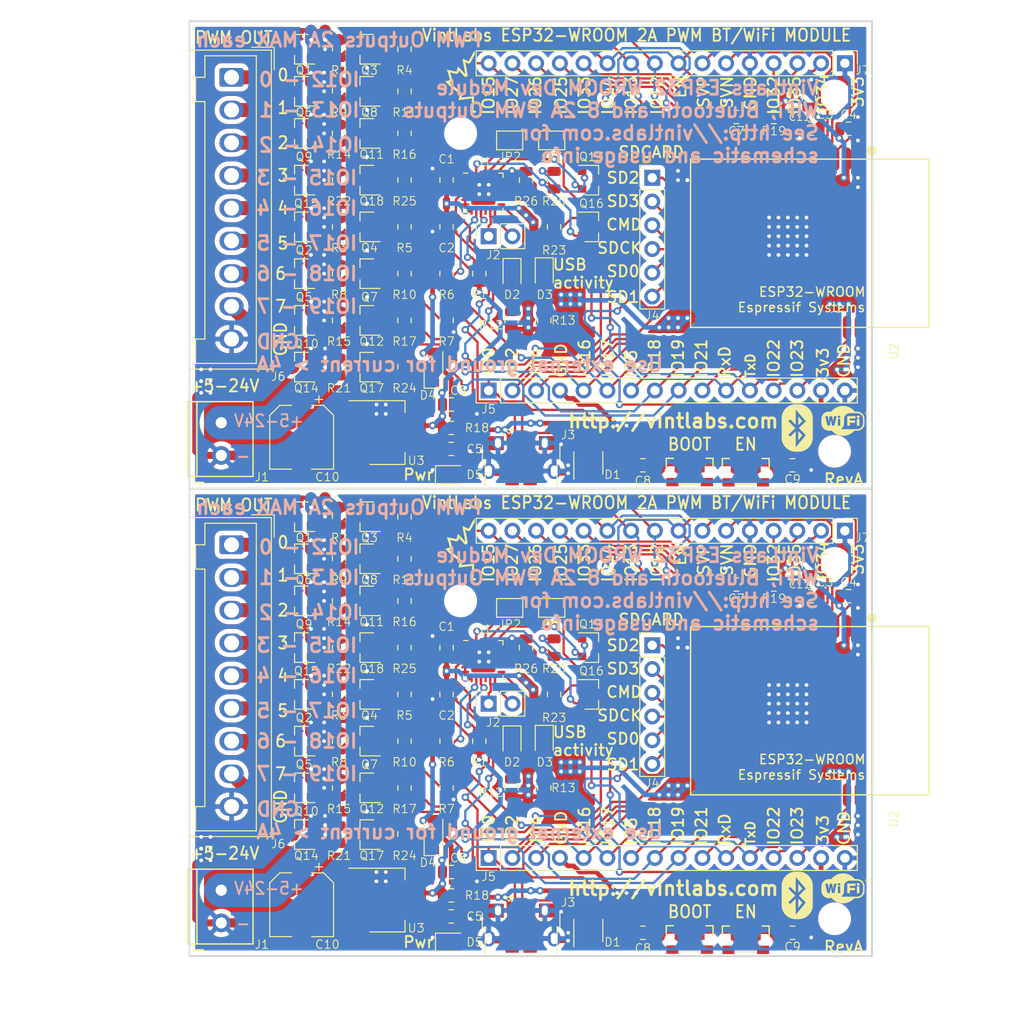
<source format=kicad_pcb>
(kicad_pcb (version 20171130) (host pcbnew 5.0.1)
  (layers (0 F.Cu signal) (31 B.Cu signal) (34 B.Paste user) (35 F.Paste user) (36 B.SilkS user) (37 F.SilkS user) (38 B.Mask user) (39 F.Mask user) (44 Edge.Cuts user))
  (net 0 "")
  (net 1 VDD)
  (net 2 "Net-(R1-Pad2)")
  (net 3 "Net-(Q18-Pad1)")
  (net 4 "Net-(Q10-Pad1)")
  (net 5 "Net-(Q11-Pad1)")
  (net 6 "Net-(Q12-Pad1)")
  (net 7 "Net-(D5-Pad2)")
  (net 8 EN)
  (net 9 DTR)
  (net 10 "Net-(Q14-Pad1)")
  (net 11 "Net-(Q15-Pad1)")
  (net 12 RTS)
  (net 13 "Net-(Q17-Pad1)")
  (net 14 "Net-(D3-Pad2)")
  (net 15 "Net-(D2-Pad2)")
  (net 16 "Net-(Q1-Pad1)")
  (net 17 "Net-(Q2-Pad1)")
  (net 18 "Net-(Q3-Pad1)")
  (net 19 "Net-(Q4-Pad1)")
  (net 20 VBus)
  (net 21 "Net-(R6-Pad2)")
  (net 22 GND)
  (net 23 "Net-(Q5-Pad1)")
  (net 24 "Net-(Q6-Pad1)")
  (net 25 "Net-(Q7-Pad1)")
  (net 26 "Net-(Q8-Pad1)")
  (net 27 "Net-(Q11-Pad3)")
  (net 28 IO0)
  (net 29 LOAD_OUT0)
  (net 30 LOAD_OUT4)
  (net 31 LOAD_OUT5)
  (net 32 LOAD_OUT1)
  (net 33 LOAD_OUT2)
  (net 34 LOAD_OUT6)
  (net 35 LOAD_OUT7)
  (net 36 LOAD_OUT3)
  (net 37 +VDC)
  (net 38 USB_DP)
  (net 39 USB_DN)
  (net 40 "Net-(U1-Pad1)")
  (net 41 "Net-(U1-Pad10)")
  (net 42 "Net-(J2-Pad1)")
  (net 43 "Net-(J2-Pad2)")
  (net 44 RXT)
  (net 45 TXT)
  (net 46 "Net-(U1-Pad16)")
  (net 47 "Net-(U1-Pad17)")
  (net 48 "Net-(U1-Pad18)")
  (net 49 "Net-(JP1-Pad1)")
  (net 50 "Net-(JP2-Pad1)")
  (net 51 "Net-(U1-Pad22)")
  (net 52 "Net-(U1-Pad24)")
  (net 53 IO15)
  (net 54 TxD)
  (net 55 RxD)
  (net 56 IO12)
  (net 57 IO16)
  (net 58 IO13)
  (net 59 IO14)
  (net 60 IO18)
  (net 61 IO19)
  (net 62 IO17)
  (net 63 "Net-(J3-Pad4)")
  (net 64 IO2)
  (net 65 IO4)
  (net 66 IO5)
  (net 67 IO21)
  (net 68 IO22)
  (net 69 IO23)
  (net 70 IO25)
  (net 71 IO26)
  (net 72 IO27)
  (net 73 SD2)
  (net 74 SD3)
  (net 75 CMD)
  (net 76 SDCLK)
  (net 77 SD0)
  (net 78 SD1)
  (net 79 SENSOR_VN)
  (net 80 SENSOR_VP)
  (net 81 IO32)
  (net 82 IO33)
  (net 83 IO34)
  (net 84 IO35)
  (net 85 "Net-(U2-Pad32)")
  (net 86 "Net-(R26-Pad1)")
  (net 87 "Net-(Q13-Pad1)")
  (net 88 "Net-(Q16-Pad1)")
  (module Capacitor_SMD:C_0805_2012Metric (layer F.Cu) (at 186.25 39.25 90)
    (fp_text reference C11 (at -2 -1 180) (layer F.SilkS) (effects (font (size 0.8 0.8) (thickness 0.1))))
    (fp_text value 10u)
    (pad 1 smd roundrect (at -0.9375 0 90) (size 0.975 1.4) (layers F.Cu F.Paste F.Mask) (net 1 VDD))
    (pad 2 smd roundrect (at 0.9375 0 90) (size 0.975 1.4) (layers F.Cu F.Paste F.Mask) (net 22 GND))
  )
  (module MountingHole:MountingHole_2.5mm (layer F.Cu) (at 189 39)
    (fp_text reference REF** hide)
    (fp_text value MountingHole_2.5mm hide)
    (pad 1 np_thru_hole circle (at 0 0) (size 2.5 2.5) (drill 2.5) (layers *.Cu *.Mask))
  )
  (module MountingHole:MountingHole_2.5mm (layer F.Cu) (at 149 43)
    (fp_text reference REF** hide)
    (fp_text value MountingHole_2.5mm hide)
    (pad 1 np_thru_hole circle (at 0 0) (size 2.5 2.5) (drill 2.5) (layers *.Cu *.Mask))
  )
  (module Capacitor_SMD:CP_Elec_6.3x5.9 (layer F.Cu) (at 132 75.5 270)
    (fp_text reference C10 (at 4.25 -2.75) (layer F.SilkS) (effects (font (size 0.9 0.9) (thickness 0.1))))
    (fp_text value 47u)
    (pad 2 smd rect (at 2.8 0 270) (size 3.5 1.6) (layers F.Cu F.Paste F.Mask) (net 22 GND))
    (pad 1 smd rect (at -2.8 0 270) (size 3.5 1.6) (layers F.Cu F.Paste F.Mask) (net 37 +VDC))
  )
  (module Connector_PinHeader_2.54mm:PinHeader_1x16_P2.54mm_Vertical (layer F.Cu) (at 152 70.5 90)
    (fp_text reference J5 (at -2 0 180) (layer F.SilkS) (effects (font (size 0.9 0.9) (thickness 0.1))))
    (fp_text value Conn_01x16_Male)
    (pad 16 thru_hole oval (at 0 38.1 90) (size 1.7 1.7) (drill 1) (layers *.Cu *.Mask) (net 22 GND))
    (pad 15 thru_hole oval (at 0 35.56 90) (size 1.7 1.7) (drill 1) (layers *.Cu *.Mask) (net 1 VDD))
    (pad 14 thru_hole oval (at 0 33.02 90) (size 1.7 1.7) (drill 1) (layers *.Cu *.Mask) (net 69 IO23))
    (pad 13 thru_hole oval (at 0 30.48 90) (size 1.7 1.7) (drill 1) (layers *.Cu *.Mask) (net 68 IO22))
    (pad 12 thru_hole oval (at 0 27.94 90) (size 1.7 1.7) (drill 1) (layers *.Cu *.Mask) (net 54 TxD))
    (pad 11 thru_hole oval (at 0 25.4 90) (size 1.7 1.7) (drill 1) (layers *.Cu *.Mask) (net 55 RxD))
    (pad 10 thru_hole oval (at 0 22.86 90) (size 1.7 1.7) (drill 1) (layers *.Cu *.Mask) (net 67 IO21))
    (pad 9 thru_hole oval (at 0 20.32 90) (size 1.7 1.7) (drill 1) (layers *.Cu *.Mask) (net 61 IO19))
    (pad 8 thru_hole oval (at 0 17.78 90) (size 1.7 1.7) (drill 1) (layers *.Cu *.Mask) (net 60 IO18))
    (pad 7 thru_hole oval (at 0 15.24 90) (size 1.7 1.7) (drill 1) (layers *.Cu *.Mask) (net 66 IO5))
    (pad 6 thru_hole oval (at 0 12.7 90) (size 1.7 1.7) (drill 1) (layers *.Cu *.Mask) (net 62 IO17))
    (pad 5 thru_hole oval (at 0 10.16 90) (size 1.7 1.7) (drill 1) (layers *.Cu *.Mask) (net 57 IO16))
    (pad 4 thru_hole oval (at 0 7.62 90) (size 1.7 1.7) (drill 1) (layers *.Cu *.Mask) (net 22 GND))
    (pad 3 thru_hole oval (at 0 5.08 90) (size 1.7 1.7) (drill 1) (layers *.Cu *.Mask) (net 65 IO4))
    (pad 2 thru_hole oval (at 0 2.54 90) (size 1.7 1.7) (drill 1) (layers *.Cu *.Mask) (net 64 IO2))
    (pad 1 thru_hole rect (at 0 0 90) (size 1.7 1.7) (drill 1) (layers *.Cu *.Mask) (net 28 IO0))
  )
  (module Connector_PinHeader_2.54mm:PinHeader_1x06_P2.54mm_Vertical (layer F.Cu) (at 169.5 47.75)
    (fp_text reference J4 (at 0 14.75) (layer F.SilkS) (effects (font (size 0.9 0.9) (thickness 0.1))))
    (fp_text value Conn_01x06_Male)
    (pad 6 thru_hole oval (at 0 12.7) (size 1.7 1.7) (drill 1) (layers *.Cu *.Mask) (net 78 SD1))
    (pad 5 thru_hole oval (at 0 10.16) (size 1.7 1.7) (drill 1) (layers *.Cu *.Mask) (net 77 SD0))
    (pad 4 thru_hole oval (at 0 7.62) (size 1.7 1.7) (drill 1) (layers *.Cu *.Mask) (net 76 SDCLK))
    (pad 3 thru_hole oval (at 0 5.08) (size 1.7 1.7) (drill 1) (layers *.Cu *.Mask) (net 75 CMD))
    (pad 2 thru_hole oval (at 0 2.54) (size 1.7 1.7) (drill 1) (layers *.Cu *.Mask) (net 74 SD3))
    (pad 1 thru_hole rect (at 0 0) (size 1.7 1.7) (drill 1) (layers *.Cu *.Mask) (net 73 SD2))
  )
  (module Connector_PinHeader_2.54mm:PinHeader_1x16_P2.54mm_Vertical (layer F.Cu) (at 190.1 35.5 270)
    (fp_text reference J7 (at 0.75 -1.9) (layer F.SilkS) (effects (font (size 0.9 0.9) (thickness 0.1))))
    (fp_text value Conn_01x16_Male)
    (pad 16 thru_hole oval (at 0 38.1 270) (size 1.7 1.7) (drill 1) (layers *.Cu *.Mask) (net 53 IO15))
    (pad 15 thru_hole oval (at 0 35.56 270) (size 1.7 1.7) (drill 1) (layers *.Cu *.Mask) (net 72 IO27))
    (pad 14 thru_hole oval (at 0 33.02 270) (size 1.7 1.7) (drill 1) (layers *.Cu *.Mask) (net 71 IO26))
    (pad 13 thru_hole oval (at 0 30.48 270) (size 1.7 1.7) (drill 1) (layers *.Cu *.Mask) (net 70 IO25))
    (pad 12 thru_hole oval (at 0 27.94 270) (size 1.7 1.7) (drill 1) (layers *.Cu *.Mask) (net 82 IO33))
    (pad 11 thru_hole oval (at 0 25.4 270) (size 1.7 1.7) (drill 1) (layers *.Cu *.Mask) (net 59 IO14))
    (pad 10 thru_hole oval (at 0 22.86 270) (size 1.7 1.7) (drill 1) (layers *.Cu *.Mask) (net 58 IO13))
    (pad 9 thru_hole oval (at 0 20.32 270) (size 1.7 1.7) (drill 1) (layers *.Cu *.Mask) (net 56 IO12))
    (pad 8 thru_hole oval (at 0 17.78 270) (size 1.7 1.7) (drill 1) (layers *.Cu *.Mask) (net 8 EN))
    (pad 7 thru_hole oval (at 0 15.24 270) (size 1.7 1.7) (drill 1) (layers *.Cu *.Mask) (net 80 SENSOR_VP))
    (pad 6 thru_hole oval (at 0 12.7 270) (size 1.7 1.7) (drill 1) (layers *.Cu *.Mask) (net 79 SENSOR_VN))
    (pad 5 thru_hole oval (at 0 10.16 270) (size 1.7 1.7) (drill 1) (layers *.Cu *.Mask) (net 22 GND))
    (pad 4 thru_hole oval (at 0 7.62 270) (size 1.7 1.7) (drill 1) (layers *.Cu *.Mask) (net 81 IO32))
    (pad 3 thru_hole oval (at 0 5.08 270) (size 1.7 1.7) (drill 1) (layers *.Cu *.Mask) (net 84 IO35))
    (pad 2 thru_hole oval (at 0 2.54 270) (size 1.7 1.7) (drill 1) (layers *.Cu *.Mask) (net 83 IO34))
    (pad 1 thru_hole rect (at 0 0 270) (size 1.7 1.7) (drill 1) (layers *.Cu *.Mask) (net 1 VDD))
  )
  (module Resistor_SMD:R_0805_2012Metric (layer F.Cu) (at 156 48 90)
    (fp_text reference R26 (at -2.25 0 180) (layer F.SilkS) (effects (font (size 0.9 0.9) (thickness 0.1))))
    (fp_text value 10k)
    (pad 2 smd roundrect (at 0.9375 0 90) (size 0.975 1.4) (layers F.Cu F.Paste F.Mask) (net 22 GND))
    (pad 1 smd roundrect (at -0.9375 0 90) (size 0.975 1.4) (layers F.Cu F.Paste F.Mask) (net 86 "Net-(R26-Pad1)"))
  )
  (module "12V-SmartSwitch:SCREW TERMINAL BLOCK 3.5MM 2POS" (layer F.Cu) (at 119.8 75.695037 270)
    (fp_text reference J1 (at 4.054963 -7.95) (layer F.SilkS) (effects (font (size 0.9 0.9) (thickness 0.1))))
    (fp_text value Screw_Terminal_01x02)
    (pad 1 thru_hole circle (at -1.75 -3.6 270) (size 2 2) (drill 1.2) (layers *.Cu *.Mask) (net 37 +VDC))
    (pad 2 thru_hole circle (at 1.75 -3.6 270) (size 2 2) (drill 1.2) (layers *.Cu *.Mask) (net 22 GND))
  )
  (module 12V-SmartSwitch:USB_Micro-B_Amphenol_10118194-0001LF_Horizontal (layer F.Cu) (at 155.5 78)
    (fp_text reference J3 (at 5 -2.75) (layer F.SilkS) (effects (font (size 0.9 0.9) (thickness 0.1))))
    (fp_text value USB_B_Micro)
    (pad 6 smd rect (at -2.875 -1.865) (size 2 1.5) (layers F.Cu F.Paste F.Mask) (net 22 GND))
    (pad 6 smd rect (at 2.875 -1.885) (size 2 1.5) (layers F.Cu F.Paste F.Mask) (net 22 GND))
    (pad 1 smd rect (at -1.325 -1.765 90) (size 1.65 0.4) (layers F.Cu F.Paste F.Mask) (net 20 VBus))
    (pad 2 smd rect (at -0.675 -1.765 90) (size 1.65 0.4) (layers F.Cu F.Paste F.Mask) (net 39 USB_DN))
    (pad 3 smd rect (at -0.025 -1.765 90) (size 1.65 0.4) (layers F.Cu F.Paste F.Mask) (net 38 USB_DP))
    (pad 4 smd rect (at 0.625 -1.765 90) (size 1.65 0.4) (layers F.Cu F.Paste F.Mask) (net 63 "Net-(J3-Pad4)"))
    (pad 5 smd rect (at 1.275 -1.765 90) (size 1.65 0.4) (layers F.Cu F.Paste F.Mask) (net 22 GND))
    (pad 6 thru_hole oval (at -2.5 -1.885 90) (size 1.5 1.1) (drill oval 1.05 0.65) (layers *.Cu *.Mask) (net 22 GND))
    (pad 6 thru_hole oval (at 2.5 -1.885 90) (size 1.5 1.1) (drill oval 1.05 0.65) (layers *.Cu *.Mask) (net 22 GND))
    (pad 6 thru_hole oval (at -3.5 1.115 90) (size 1.7 1.35) (drill oval 1.2 0.7) (layers *.Cu *.Mask) (net 22 GND))
    (pad 6 thru_hole oval (at 3.5 1.115 90) (size 1.7 1.35) (drill oval 1.2 0.7) (layers *.Cu *.Mask) (net 22 GND))
    (pad 6 smd rect (at -0.985 1.385 90) (size 2.5 1.43) (layers F.Cu F.Paste F.Mask) (net 22 GND))
    (pad 6 smd rect (at 0.935 1.385 90) (size 2.5 1.43) (layers F.Cu F.Paste F.Mask) (net 22 GND))
  )
  (module Connector_Wago:Wago_734-139_1x09_P3.50mm_Vertical (layer F.Cu) (at 124.5 37 270)
    (fp_text reference J6 (at 32 -5) (layer F.SilkS) (effects (font (size 0.9 0.9) (thickness 0.1))))
    (fp_text value Conn_01x09_Male)
    (pad 1 thru_hole roundrect (at 0 0 270) (size 2 2.6) (drill 1.6) (layers *.Cu *.Mask) (roundrect_rratio 0.125) (net 29 LOAD_OUT0))
    (pad 2 thru_hole oval (at 3.5 0 270) (size 2 2.6) (drill 1.6) (layers *.Cu *.Mask) (net 32 LOAD_OUT1))
    (pad 3 thru_hole oval (at 7 0 270) (size 2 2.6) (drill 1.6) (layers *.Cu *.Mask) (net 33 LOAD_OUT2))
    (pad 4 thru_hole oval (at 10.5 0 270) (size 2 2.6) (drill 1.6) (layers *.Cu *.Mask) (net 36 LOAD_OUT3))
    (pad 5 thru_hole oval (at 14 0 270) (size 2 2.6) (drill 1.6) (layers *.Cu *.Mask) (net 30 LOAD_OUT4))
    (pad 6 thru_hole oval (at 17.5 0 270) (size 2 2.6) (drill 1.6) (layers *.Cu *.Mask) (net 31 LOAD_OUT5))
    (pad 7 thru_hole oval (at 21 0 270) (size 2 2.6) (drill 1.6) (layers *.Cu *.Mask) (net 34 LOAD_OUT6))
    (pad 8 thru_hole oval (at 24.5 0 270) (size 2 2.6) (drill 1.6) (layers *.Cu *.Mask) (net 35 LOAD_OUT7))
    (pad 9 thru_hole oval (at 28 0 270) (size 2 2.6) (drill 1.6) (layers *.Cu *.Mask) (net 22 GND))
  )
  (module 12V-SmartSwitch:ESP32-WROOM-32-Espressif-Symbol-Kicad-62379 (layer F.Cu) (at 186.35 54.75 90)
    (fp_text reference U2 (at -11.557 9.017 90) (layer F.SilkS) (effects (font (size 0.9 0.9) (thickness 0.1))))
    (fp_text value ESP32-WROOM-32)
    (fp_text user "Espressif Systems" (at -6.858 -0.889 180) (layer F.SilkS))
    (fp_text user ESP32-WROOM (at -5.207 0.254 180) (layer F.SilkS))
    (pad 38 smd oval (at -9 5.25 90) (size 2.5 0.9) (layers F.Cu F.Paste F.Mask) (net 22 GND))
    (pad 37 smd oval (at -9 3.98 90) (size 2.5 0.9) (layers F.Cu F.Paste F.Mask) (net 69 IO23))
    (pad 36 smd oval (at -9 2.71 90) (size 2.5 0.9) (layers F.Cu F.Paste F.Mask) (net 68 IO22))
    (pad 35 smd oval (at -9 1.44 90) (size 2.5 0.9) (layers F.Cu F.Paste F.Mask) (net 54 TxD))
    (pad 34 smd oval (at -9 0.17 90) (size 2.5 0.9) (layers F.Cu F.Paste F.Mask) (net 55 RxD))
    (pad 33 smd oval (at -9 -1.1 90) (size 2.5 0.9) (layers F.Cu F.Paste F.Mask) (net 67 IO21))
    (pad 32 smd oval (at -9 -2.37 90) (size 2.5 0.9) (layers F.Cu F.Paste F.Mask) (net 85 "Net-(U2-Pad32)"))
    (pad 31 smd oval (at -9 -3.64 90) (size 2.5 0.9) (layers F.Cu F.Paste F.Mask) (net 61 IO19))
    (pad 30 smd oval (at -9 -4.91 90) (size 2.5 0.9) (layers F.Cu F.Paste F.Mask) (net 60 IO18))
    (pad 29 smd oval (at -9 -6.18 90) (size 2.5 0.9) (layers F.Cu F.Paste F.Mask) (net 66 IO5))
    (pad 28 smd oval (at -9 -7.45 90) (size 2.5 0.9) (layers F.Cu F.Paste F.Mask) (net 62 IO17))
    (pad 27 smd oval (at -9 -8.72 90) (size 2.5 0.9) (layers F.Cu F.Paste F.Mask) (net 57 IO16))
    (pad 26 smd oval (at -9 -9.99 90) (size 2.5 0.9) (layers F.Cu F.Paste F.Mask) (net 65 IO4))
    (pad 25 smd oval (at -9 -11.26 90) (size 2.5 0.9) (layers F.Cu F.Paste F.Mask) (net 28 IO0))
    (pad 24 smd oval (at -5.715 -12.75 90) (size 0.9 2.5) (layers F.Cu F.Paste F.Mask) (net 64 IO2))
    (pad 23 smd oval (at -4.445 -12.75 90) (size 0.9 2.5) (layers F.Cu F.Paste F.Mask) (net 53 IO15))
    (pad 22 smd oval (at -3.175 -12.75 90) (size 0.9 2.5) (layers F.Cu F.Paste F.Mask) (net 78 SD1))
    (pad 21 smd oval (at -1.905 -12.75 90) (size 0.9 2.5) (layers F.Cu F.Paste F.Mask) (net 77 SD0))
    (pad 20 smd oval (at -0.635 -12.75 90) (size 0.9 2.5) (layers F.Cu F.Paste F.Mask) (net 76 SDCLK))
    (pad 19 smd oval (at 0.635 -12.75 90) (size 0.9 2.5) (layers F.Cu F.Paste F.Mask) (net 75 CMD))
    (pad 18 smd oval (at 1.905 -12.75 90) (size 0.9 2.5) (layers F.Cu F.Paste F.Mask) (net 74 SD3))
    (pad 17 smd oval (at 3.175 -12.75 90) (size 0.9 2.5) (layers F.Cu F.Paste F.Mask) (net 73 SD2))
    (pad 16 smd oval (at 4.445 -12.75 90) (size 0.9 2.5) (layers F.Cu F.Paste F.Mask) (net 58 IO13))
    (pad 15 smd oval (at 5.715 -12.75 90) (size 0.9 2.5) (layers F.Cu F.Paste F.Mask) (net 22 GND))
    (pad 14 smd oval (at 9 -11.26 90) (size 2.5 0.9) (layers F.Cu F.Paste F.Mask) (net 56 IO12))
    (pad 13 smd oval (at 9 -9.99 90) (size 2.5 0.9) (layers F.Cu F.Paste F.Mask) (net 59 IO14))
    (pad 12 smd oval (at 9 -8.72 90) (size 2.5 0.9) (layers F.Cu F.Paste F.Mask) (net 72 IO27))
    (pad 11 smd oval (at 9 -7.45 90) (size 2.5 0.9) (layers F.Cu F.Paste F.Mask) (net 71 IO26))
    (pad 10 smd oval (at 9 -6.18 90) (size 2.5 0.9) (layers F.Cu F.Paste F.Mask) (net 70 IO25))
    (pad 9 smd oval (at 9 -4.91 90) (size 2.5 0.9) (layers F.Cu F.Paste F.Mask) (net 82 IO33))
    (pad 8 smd oval (at 9 -3.64 90) (size 2.5 0.9) (layers F.Cu F.Paste F.Mask) (net 81 IO32))
    (pad 7 smd oval (at 9 -2.37 90) (size 2.5 0.9) (layers F.Cu F.Paste F.Mask) (net 84 IO35))
    (pad 6 smd oval (at 9 -1.1 90) (size 2.5 0.9) (layers F.Cu F.Paste F.Mask) (net 83 IO34))
    (pad 5 smd oval (at 9 0.17 90) (size 2.5 0.9) (layers F.Cu F.Paste F.Mask) (net 79 SENSOR_VN))
    (pad 4 smd oval (at 9 1.44 90) (size 2.5 0.9) (layers F.Cu F.Paste F.Mask) (net 80 SENSOR_VP))
    (pad 3 smd oval (at 9 2.71 90) (size 2.5 0.9) (layers F.Cu F.Paste F.Mask) (net 8 EN))
    (pad 2 smd oval (at 9 3.98 90) (size 2.5 0.9) (layers F.Cu F.Paste F.Mask) (net 1 VDD))
    (pad 1 smd oval (at 9 5.25 90) (size 2.5 0.9) (layers F.Cu F.Paste F.Mask) (net 22 GND))
    (pad 39 smd rect (at 0.3 -2.45 90) (size 6 6) (layers F.Cu F.Paste F.Mask) (net 22 GND))
  )
  (module 12V-SmartSwitch:SW_TACTILE_PO21301 (layer F.Cu) (at 179.5 79.27676)
    (fp_text reference SW2 hide)
    (fp_text value SW_Push)
    (pad 1 smd rect (at -1.225 -0.9) (size 0.75 1.8) (layers F.Cu F.Paste F.Mask) (net 22 GND))
    (pad 2 smd rect (at 0 -0.9) (size 0.6 1.8) (layers F.Cu F.Paste F.Mask) (net 8 EN))
    (pad 1 smd rect (at 1.225 -0.9) (size 0.75 1.8) (layers F.Cu F.Paste F.Mask) (net 22 GND))
    (pad "" np_thru_hole circle (at 2.125 0) (size 0.7 0.7) (drill 0.7) (layers *.Cu))
    (pad "" np_thru_hole circle (at -2.125 0) (size 0.7 0.7) (drill 0.7) (layers *.Cu))
    (pad "" smd rect (at 1.85 1.05) (size 1.3 0.9) (layers F.Cu F.Paste F.Mask))
    (pad "" smd rect (at -1.85 1.05) (size 1.3 0.9) (layers F.Cu F.Paste F.Mask))
  )
  (module 12V-SmartSwitch:SW_TACTILE_PO21301 (layer F.Cu) (at 173.5 79.25)
    (fp_text reference SW1 hide)
    (fp_text value SW_Push)
    (pad "" smd rect (at -1.85 1.05) (size 1.3 0.9) (layers F.Cu F.Paste F.Mask))
    (pad "" smd rect (at 1.85 1.05) (size 1.3 0.9) (layers F.Cu F.Paste F.Mask))
    (pad "" np_thru_hole circle (at -2.125 0) (size 0.7 0.7) (drill 0.7) (layers *.Cu))
    (pad "" np_thru_hole circle (at 2.125 0) (size 0.7 0.7) (drill 0.7) (layers *.Cu))
    (pad 1 smd rect (at 1.225 -0.9) (size 0.75 1.8) (layers F.Cu F.Paste F.Mask) (net 22 GND))
    (pad 2 smd rect (at 0 -0.9) (size 0.6 1.8) (layers F.Cu F.Paste F.Mask) (net 28 IO0))
    (pad 1 smd rect (at -1.225 -0.9) (size 0.75 1.8) (layers F.Cu F.Paste F.Mask) (net 22 GND))
  )
  (module Capacitor_SMD:C_0805_2012Metric (layer F.Cu) (at 147.5 53 270)
    (fp_text reference C2 (at 2.25 0) (layer F.SilkS) (effects (font (size 0.9 0.9) (thickness 0.1))))
    (fp_text value 0.1u)
    (pad 1 smd roundrect (at -0.9375 0 270) (size 0.975 1.4) (layers F.Cu F.Paste F.Mask) (net 1 VDD))
    (pad 2 smd roundrect (at 0.9375 0 270) (size 0.975 1.4) (layers F.Cu F.Paste F.Mask) (net 22 GND))
  )
  (module Capacitor_SMD:C_0805_2012Metric (layer F.Cu) (at 186.5 42.5 180)
    (fp_text reference C3 (at -1.5 1.5 180) (layer F.SilkS) (effects (font (size 0.9 0.9) (thickness 0.1))))
    (fp_text value 10u)
    (pad 2 smd roundrect (at 0.9375 0 180) (size 0.975 1.4) (layers F.Cu F.Paste F.Mask) (net 22 GND))
    (pad 1 smd roundrect (at -0.9375 0 180) (size 0.975 1.4) (layers F.Cu F.Paste F.Mask) (net 1 VDD))
  )
  (module Capacitor_SMD:C_0805_2012Metric (layer F.Cu) (at 190.5 42.5)
    (fp_text reference C4 (at 0 -1.5) (layer F.SilkS) (effects (font (size 0.9 0.9) (thickness 0.1))))
    (fp_text value 1u)
    (pad 1 smd roundrect (at -0.9375 0) (size 0.975 1.4) (layers F.Cu F.Paste F.Mask) (net 1 VDD))
    (pad 2 smd roundrect (at 0.9375 0) (size 0.975 1.4) (layers F.Cu F.Paste F.Mask) (net 22 GND))
  )
  (module Capacitor_SMD:C_0805_2012Metric (layer F.Cu) (at 148 76.75)
    (fp_text reference C5 (at 2.5 0) (layer F.SilkS) (effects (font (size 0.9 0.9) (thickness 0.1))))
    (fp_text value 10u)
    (pad 2 smd roundrect (at 0.9375 0) (size 0.975 1.4) (layers F.Cu F.Paste F.Mask) (net 22 GND))
    (pad 1 smd roundrect (at -0.9375 0) (size 0.975 1.4) (layers F.Cu F.Paste F.Mask) (net 37 +VDC))
  )
  (module Capacitor_SMD:C_0805_2012Metric (layer F.Cu) (at 148 72)
    (fp_text reference C6 (at 0.75 -1.5) (layer F.SilkS) (effects (font (size 0.9 0.9) (thickness 0.1))))
    (fp_text value 10u)
    (pad 1 smd roundrect (at -0.9375 0) (size 0.975 1.4) (layers F.Cu F.Paste F.Mask) (net 1 VDD))
    (pad 2 smd roundrect (at 0.9375 0) (size 0.975 1.4) (layers F.Cu F.Paste F.Mask) (net 22 GND))
  )
  (module Capacitor_SMD:C_0805_2012Metric (layer F.Cu) (at 178.5 41.25 180)
    (fp_text reference C7 (at 0 -1.5 180) (layer F.SilkS) (effects (font (size 0.9 0.9) (thickness 0.1))))
    (fp_text value 0.1u)
    (pad 2 smd roundrect (at 0.9375 0 180) (size 0.975 1.4) (layers F.Cu F.Paste F.Mask) (net 22 GND))
    (pad 1 smd roundrect (at -0.9375 0 180) (size 0.975 1.4) (layers F.Cu F.Paste F.Mask) (net 8 EN))
  )
  (module Capacitor_SMD:C_0805_2012Metric (layer F.Cu) (at 168.5 78.5 180)
    (fp_text reference C8 (at 0 -1.65 180) (layer F.SilkS) (effects (font (size 0.9 0.9) (thickness 0.1))))
    (fp_text value 0.1u)
    (pad 1 smd roundrect (at -0.9375 0 180) (size 0.975 1.4) (layers F.Cu F.Paste F.Mask) (net 28 IO0))
    (pad 2 smd roundrect (at 0.9375 0 180) (size 0.975 1.4) (layers F.Cu F.Paste F.Mask) (net 22 GND))
  )
  (module Capacitor_SMD:C_0805_2012Metric (layer F.Cu) (at 184.5 78.5)
    (fp_text reference C9 (at 0 1.5) (layer F.SilkS) (effects (font (size 0.9 0.9) (thickness 0.1))))
    (fp_text value 0.1u)
    (pad 2 smd roundrect (at 0.9375 0) (size 0.975 1.4) (layers F.Cu F.Paste F.Mask) (net 22 GND))
    (pad 1 smd roundrect (at -0.9375 0) (size 0.975 1.4) (layers F.Cu F.Paste F.Mask) (net 8 EN))
  )
  (module Capacitor_SMD:C_0805_2012Metric (layer F.Cu) (at 147.5 48 90)
    (fp_text reference C1 (at 2.25 0 180) (layer F.SilkS) (effects (font (size 0.9 0.9) (thickness 0.1))))
    (fp_text value 10u)
    (pad 1 smd roundrect (at -0.9375 0 90) (size 0.975 1.4) (layers F.Cu F.Paste F.Mask) (net 1 VDD))
    (pad 2 smd roundrect (at 0.9375 0 90) (size 0.975 1.4) (layers F.Cu F.Paste F.Mask) (net 22 GND))
  )
  (module Connector_PinSocket_2.54mm:PinSocket_1x02_P2.54mm_Vertical (layer F.Cu) (at 152 54 90)
    (fp_text reference J2 (at -2 0.5 180) (layer F.SilkS) (effects (font (size 0.9 0.9) (thickness 0.1))))
    (fp_text value Conn_01x02_Male)
    (pad 1 thru_hole rect (at 0 0 90) (size 1.7 1.7) (drill 1) (layers *.Cu *.Mask) (net 42 "Net-(J2-Pad1)"))
    (pad 2 thru_hole oval (at 0 2.54 90) (size 1.7 1.7) (drill 1) (layers *.Cu *.Mask) (net 43 "Net-(J2-Pad2)"))
  )
  (module Diode_SMD:D_SOD-123 (layer F.Cu) (at 146.1 68 90)
    (fp_text reference D4 (at -3 -0.6 180) (layer F.SilkS) (effects (font (size 0.9 0.9) (thickness 0.1))))
    (fp_text value 1N5819)
    (pad 1 smd rect (at -1.65 0 90) (size 0.9 1.2) (layers F.Cu F.Paste F.Mask) (net 37 +VDC))
    (pad 2 smd rect (at 1.65 0 90) (size 0.9 1.2) (layers F.Cu F.Paste F.Mask) (net 20 VBus))
  )
  (module Jumper:SolderJumper-2_P1.3mm_Bridged2Bar_Pad1.0x1.5mm (layer F.Cu) (at 154.25 43.75)
    (fp_text reference JP2 (at 0 1.75) (layer F.SilkS) (effects (font (size 0.9 0.9) (thickness 0.1))))
    (fp_text value SolderJumper_2_Bridged hide)
    (pad 1 smd custom (at -0.65 0) (size 1 1.5) (layers F.Cu F.Mask) (net 50 "Net-(JP2-Pad1)") (options (clearance outline) (anchor rect)) (primitives (gr_poly (pts (xy 0.4 0.2) (xy 0.9 0.2) (xy 0.9 0.6) (xy 0.4 0.6)) (width 0)) (gr_poly (pts (xy 0.4 -0.6) (xy 0.9 -0.6) (xy 0.9 -0.2) (xy 0.4 -0.2)) (width 0))))
    (pad 2 smd rect (at 0.65 0) (size 1 1.5) (layers F.Cu F.Mask) (net 55 RxD))
  )
  (module Jumper:SolderJumper-2_P1.3mm_Bridged2Bar_Pad1.0x1.5mm (layer F.Cu) (at 158.75 43.75)
    (fp_text reference JP1 (at 0 1.75) (layer F.SilkS) (effects (font (size 0.9 0.9) (thickness 0.1))))
    (fp_text value SolderJumper_2_Bridged hide)
    (pad 2 smd rect (at 0.65 0) (size 1 1.5) (layers F.Cu F.Mask) (net 54 TxD))
    (pad 1 smd custom (at -0.65 0) (size 1 1.5) (layers F.Cu F.Mask) (net 49 "Net-(JP1-Pad1)") (options (clearance outline) (anchor rect)) (primitives (gr_poly (pts (xy 0.4 0.2) (xy 0.9 0.2) (xy 0.9 0.6) (xy 0.4 0.6)) (width 0)) (gr_poly (pts (xy 0.4 -0.6) (xy 0.9 -0.6) (xy 0.9 -0.2) (xy 0.4 -0.2)) (width 0))))
  )
  (module LED_SMD:LED_0805_2012Metric (layer F.Cu) (at 148 79.5)
    (fp_text reference D5 (at 2.5 0) (layer F.SilkS) (effects (font (size 0.9 0.9) (thickness 0.1))))
    (fp_text value LED)
    (pad 1 smd roundrect (at -0.9375 0) (size 0.975 1.4) (layers F.Cu F.Paste F.Mask) (net 22 GND))
    (pad 2 smd roundrect (at 0.9375 0) (size 0.975 1.4) (layers F.Cu F.Paste F.Mask) (net 7 "Net-(D5-Pad2)"))
  )
  (module LED_SMD:LED_0805_2012Metric (layer F.Cu) (at 157.949539 58 270)
    (fp_text reference D3 (at 2.25 -0.050461) (layer F.SilkS) (effects (font (size 0.9 0.9) (thickness 0.1))))
    (fp_text value LED)
    (pad 2 smd roundrect (at 0.9375 0 270) (size 0.975 1.4) (layers F.Cu F.Paste F.Mask) (net 14 "Net-(D3-Pad2)"))
    (pad 1 smd roundrect (at -0.9375 0 270) (size 0.975 1.4) (layers F.Cu F.Paste F.Mask) (net 45 TXT))
  )
  (module LED_SMD:LED_0805_2012Metric (layer F.Cu) (at 154.5 58.0625 270)
    (fp_text reference D2 (at 2.1875 0) (layer F.SilkS) (effects (font (size 0.9 0.9) (thickness 0.1))))
    (fp_text value LED)
    (pad 1 smd roundrect (at -0.9375 0 270) (size 0.975 1.4) (layers F.Cu F.Paste F.Mask) (net 44 RXT))
    (pad 2 smd roundrect (at 0.9375 0 270) (size 0.975 1.4) (layers F.Cu F.Paste F.Mask) (net 15 "Net-(D2-Pad2)"))
  )
  (module Package_DFN_QFN:QFN-24-1EP_4x4mm_P0.5mm_EP2.6x2.6mm (layer F.Cu) (at 151.427288 49.351848)
    (fp_text reference U1 (at 0 -3.3) (layer F.SilkS) (effects (font (size 0.9 0.9) (thickness 0.1))))
    (fp_text value CP2102N-A01-GQFN24)
    (pad 25 smd roundrect (at 0 0) (size 2.6 2.6) (layers F.Cu F.Mask) (roundrect_rratio 0.096154) (net 22 GND))
    (pad 1 smd roundrect (at -1.9375 -1.25) (size 0.825 0.25) (layers F.Cu F.Paste F.Mask) (net 40 "Net-(U1-Pad1)"))
    (pad 2 smd roundrect (at -1.9375 -0.75) (size 0.825 0.25) (layers F.Cu F.Paste F.Mask) (net 22 GND))
    (pad 3 smd roundrect (at -1.9375 -0.25) (size 0.825 0.25) (layers F.Cu F.Paste F.Mask) (net 38 USB_DP))
    (pad 4 smd roundrect (at -1.9375 0.25) (size 0.825 0.25) (layers F.Cu F.Paste F.Mask) (net 39 USB_DN))
    (pad 5 smd roundrect (at -1.9375 0.75) (size 0.825 0.25) (layers F.Cu F.Paste F.Mask) (net 1 VDD))
    (pad 6 smd roundrect (at -1.9375 1.25) (size 0.825 0.25) (layers F.Cu F.Paste F.Mask) (net 1 VDD))
    (pad 7 smd roundrect (at -1.25 1.9375) (size 0.25 0.825) (layers F.Cu F.Paste F.Mask) (net 1 VDD))
    (pad 8 smd roundrect (at -0.75 1.9375) (size 0.25 0.825) (layers F.Cu F.Paste F.Mask) (net 21 "Net-(R6-Pad2)"))
    (pad 9 smd roundrect (at -0.25 1.9375) (size 0.25 0.825) (layers F.Cu F.Paste F.Mask) (net 2 "Net-(R1-Pad2)"))
    (pad 10 smd roundrect (at 0.25 1.9375) (size 0.25 0.825) (layers F.Cu F.Paste F.Mask) (net 41 "Net-(U1-Pad10)"))
    (pad 11 smd roundrect (at 0.75 1.9375) (size 0.25 0.825) (layers F.Cu F.Paste F.Mask) (net 42 "Net-(J2-Pad1)"))
    (pad 12 smd roundrect (at 1.25 1.9375) (size 0.25 0.825) (layers F.Cu F.Paste F.Mask) (net 43 "Net-(J2-Pad2)"))
    (pad 13 smd roundrect (at 1.9375 1.25) (size 0.825 0.25) (layers F.Cu F.Paste F.Mask) (net 44 RXT))
    (pad 14 smd roundrect (at 1.9375 0.75) (size 0.825 0.25) (layers F.Cu F.Paste F.Mask) (net 45 TXT))
    (pad 15 smd roundrect (at 1.9375 0.25) (size 0.825 0.25) (layers F.Cu F.Paste F.Mask) (net 86 "Net-(R26-Pad1)"))
    (pad 16 smd roundrect (at 1.9375 -0.25) (size 0.825 0.25) (layers F.Cu F.Paste F.Mask) (net 46 "Net-(U1-Pad16)"))
    (pad 17 smd roundrect (at 1.9375 -0.75) (size 0.825 0.25) (layers F.Cu F.Paste F.Mask) (net 47 "Net-(U1-Pad17)"))
    (pad 18 smd roundrect (at 1.9375 -1.25) (size 0.825 0.25) (layers F.Cu F.Paste F.Mask) (net 48 "Net-(U1-Pad18)"))
    (pad 19 smd roundrect (at 1.25 -1.9375) (size 0.25 0.825) (layers F.Cu F.Paste F.Mask) (net 12 RTS))
    (pad 20 smd roundrect (at 0.75 -1.9375) (size 0.25 0.825) (layers F.Cu F.Paste F.Mask) (net 49 "Net-(JP1-Pad1)"))
    (pad 21 smd roundrect (at 0.25 -1.9375) (size 0.25 0.825) (layers F.Cu F.Paste F.Mask) (net 50 "Net-(JP2-Pad1)"))
    (pad 22 smd roundrect (at -0.25 -1.9375) (size 0.25 0.825) (layers F.Cu F.Paste F.Mask) (net 51 "Net-(U1-Pad22)"))
    (pad 23 smd roundrect (at -0.75 -1.9375) (size 0.25 0.825) (layers F.Cu F.Paste F.Mask) (net 9 DTR))
    (pad 24 smd roundrect (at -1.25 -1.9375) (size 0.25 0.825) (layers F.Cu F.Paste F.Mask) (net 52 "Net-(U1-Pad24)"))
  )
  (module Package_TO_SOT_SMD:SOT-143 (layer F.Cu) (at 162.663639 78.25 90)
    (fp_text reference D1 (at -1.25 2.586361 180) (layer F.SilkS) (effects (font (size 0.9 0.9) (thickness 0.1))))
    (fp_text value SP0503BAHT)
    (pad 1 smd rect (at -1.1 -0.77) (size 1.2 1.4) (layers F.Cu F.Paste F.Mask) (net 22 GND))
    (pad 2 smd rect (at -1.1 0.95) (size 1 1.4) (layers F.Cu F.Paste F.Mask) (net 20 VBus))
    (pad 3 smd rect (at 1.1 0.95) (size 1 1.4) (layers F.Cu F.Paste F.Mask) (net 38 USB_DP))
    (pad 4 smd rect (at 1.1 -0.95) (size 1 1.4) (layers F.Cu F.Paste F.Mask) (net 39 USB_DN))
  )
  (module Package_TO_SOT_SMD:SOT-223-3_TabPin2 (layer F.Cu) (at 141.144592 75)
    (fp_text reference U3 (at 3.105408 3) (layer F.SilkS) (effects (font (size 0.9 0.9) (thickness 0.1))))
    (fp_text value AP1117-33)
    (pad 2 smd rect (at 3.15 0) (size 2 3.8) (layers F.Cu F.Paste F.Mask) (net 1 VDD))
    (pad 2 smd rect (at -3.15 0) (size 2 1.5) (layers F.Cu F.Paste F.Mask) (net 1 VDD))
    (pad 3 smd rect (at -3.15 2.3) (size 2 1.5) (layers F.Cu F.Paste F.Mask) (net 37 +VDC))
    (pad 1 smd rect (at -3.15 -2.3) (size 2 1.5) (layers F.Cu F.Paste F.Mask) (net 22 GND))
  )
  (module Package_TO_SOT_SMD:SOT-23 (layer F.Cu) (at 139 58 180)
    (fp_text reference Q7 (at -0.25 -2.5 180) (layer F.SilkS) (effects (font (size 0.9 0.9) (thickness 0.1))))
    (fp_text value MMBT2222A)
    (pad 3 smd rect (at 1 0 180) (size 0.9 0.8) (layers F.Cu F.Paste F.Mask) (net 23 "Net-(Q5-Pad1)"))
    (pad 2 smd rect (at -1 0.95 180) (size 0.9 0.8) (layers F.Cu F.Paste F.Mask) (net 22 GND))
    (pad 1 smd rect (at -1 -0.95 180) (size 0.9 0.8) (layers F.Cu F.Paste F.Mask) (net 25 "Net-(Q7-Pad1)"))
  )
  (module Package_TO_SOT_SMD:SOT-23 (layer F.Cu) (at 132 48 180)
    (fp_text reference Q15 (at -0.5 -2.5 180) (layer F.SilkS) (effects (font (size 0.9 0.9) (thickness 0.1))))
    (fp_text value DMG2305UX)
    (pad 1 smd rect (at -1 -0.95 180) (size 0.9 0.8) (layers F.Cu F.Paste F.Mask) (net 11 "Net-(Q15-Pad1)"))
    (pad 2 smd rect (at -1 0.95 180) (size 0.9 0.8) (layers F.Cu F.Paste F.Mask) (net 37 +VDC))
    (pad 3 smd rect (at 1 0 180) (size 0.9 0.8) (layers F.Cu F.Paste F.Mask) (net 36 LOAD_OUT3))
  )
  (module Package_TO_SOT_SMD:SOT-23 (layer F.Cu) (at 132 68 180)
    (fp_text reference Q14 (at -0.5 -2.25 180) (layer F.SilkS) (effects (font (size 0.9 0.9) (thickness 0.1))))
    (fp_text value DMG2305UX)
    (pad 3 smd rect (at 1 0 180) (size 0.9 0.8) (layers F.Cu F.Paste F.Mask) (net 35 LOAD_OUT7))
    (pad 2 smd rect (at -1 0.95 180) (size 0.9 0.8) (layers F.Cu F.Paste F.Mask) (net 37 +VDC))
    (pad 1 smd rect (at -1 -0.95 180) (size 0.9 0.8) (layers F.Cu F.Paste F.Mask) (net 10 "Net-(Q14-Pad1)"))
  )
  (module Package_TO_SOT_SMD:SOT-23 (layer F.Cu) (at 163 48)
    (fp_text reference Q13 (at 0 -2.5) (layer F.SilkS) (effects (font (size 0.9 0.9) (thickness 0.1))))
    (fp_text value MMBT2222A)
    (pad 1 smd rect (at -1 -0.95) (size 0.9 0.8) (layers F.Cu F.Paste F.Mask) (net 87 "Net-(Q13-Pad1)"))
    (pad 2 smd rect (at -1 0.95) (size 0.9 0.8) (layers F.Cu F.Paste F.Mask) (net 12 RTS))
    (pad 3 smd rect (at 1 0) (size 0.9 0.8) (layers F.Cu F.Paste F.Mask) (net 8 EN))
  )
  (module Package_TO_SOT_SMD:SOT-23 (layer F.Cu) (at 139 63 180)
    (fp_text reference Q12 (at -0.5 -2.25 180) (layer F.SilkS) (effects (font (size 0.9 0.9) (thickness 0.1))))
    (fp_text value MMBT2222A)
    (pad 3 smd rect (at 1 0 180) (size 0.9 0.8) (layers F.Cu F.Paste F.Mask) (net 4 "Net-(Q10-Pad1)"))
    (pad 2 smd rect (at -1 0.95 180) (size 0.9 0.8) (layers F.Cu F.Paste F.Mask) (net 22 GND))
    (pad 1 smd rect (at -1 -0.95 180) (size 0.9 0.8) (layers F.Cu F.Paste F.Mask) (net 6 "Net-(Q12-Pad1)"))
  )
  (module Package_TO_SOT_SMD:SOT-23 (layer F.Cu) (at 139 43 180)
    (fp_text reference Q11 (at -0.5 -2.25 180) (layer F.SilkS) (effects (font (size 0.9 0.9) (thickness 0.1))))
    (fp_text value MMBT2222A)
    (pad 1 smd rect (at -1 -0.95 180) (size 0.9 0.8) (layers F.Cu F.Paste F.Mask) (net 5 "Net-(Q11-Pad1)"))
    (pad 2 smd rect (at -1 0.95 180) (size 0.9 0.8) (layers F.Cu F.Paste F.Mask) (net 22 GND))
    (pad 3 smd rect (at 1 0 180) (size 0.9 0.8) (layers F.Cu F.Paste F.Mask) (net 27 "Net-(Q11-Pad3)"))
  )
  (module Package_TO_SOT_SMD:SOT-23 (layer F.Cu) (at 132 63 180)
    (fp_text reference Q10 (at -0.5 -2.5 180) (layer F.SilkS) (effects (font (size 0.9 0.9) (thickness 0.1))))
    (fp_text value DMG2305UX)
    (pad 3 smd rect (at 1 0 180) (size 0.9 0.8) (layers F.Cu F.Paste F.Mask) (net 34 LOAD_OUT6))
    (pad 2 smd rect (at -1 0.95 180) (size 0.9 0.8) (layers F.Cu F.Paste F.Mask) (net 37 +VDC))
    (pad 1 smd rect (at -1 -0.95 180) (size 0.9 0.8) (layers F.Cu F.Paste F.Mask) (net 4 "Net-(Q10-Pad1)"))
  )
  (module Package_TO_SOT_SMD:SOT-23 (layer F.Cu) (at 132 43 180)
    (fp_text reference Q9 (at -0.25 -2.5 180) (layer F.SilkS) (effects (font (size 0.9 0.9) (thickness 0.1))))
    (fp_text value DMG2305UX)
    (pad 1 smd rect (at -1 -0.95 180) (size 0.9 0.8) (layers F.Cu F.Paste F.Mask) (net 27 "Net-(Q11-Pad3)"))
    (pad 2 smd rect (at -1 0.95 180) (size 0.9 0.8) (layers F.Cu F.Paste F.Mask) (net 37 +VDC))
    (pad 3 smd rect (at 1 0 180) (size 0.9 0.8) (layers F.Cu F.Paste F.Mask) (net 33 LOAD_OUT2))
  )
  (module Package_TO_SOT_SMD:SOT-23 (layer F.Cu) (at 139 38.5 180)
    (fp_text reference Q8 (at -0.25 -2.25 180) (layer F.SilkS) (effects (font (size 0.9 0.9) (thickness 0.1))))
    (fp_text value MMBT2222A)
    (pad 3 smd rect (at 1 0 180) (size 0.9 0.8) (layers F.Cu F.Paste F.Mask) (net 24 "Net-(Q6-Pad1)"))
    (pad 2 smd rect (at -1 0.95 180) (size 0.9 0.8) (layers F.Cu F.Paste F.Mask) (net 22 GND))
    (pad 1 smd rect (at -1 -0.95 180) (size 0.9 0.8) (layers F.Cu F.Paste F.Mask) (net 26 "Net-(Q8-Pad1)"))
  )
  (module Package_TO_SOT_SMD:SOT-23 (layer F.Cu) (at 132 38.5 180)
    (fp_text reference Q6 (at -0.25 -2.25 180) (layer F.SilkS) (effects (font (size 0.9 0.9) (thickness 0.1))))
    (fp_text value DMG2305UX)
    (pad 1 smd rect (at -1 -0.95 180) (size 0.9 0.8) (layers F.Cu F.Paste F.Mask) (net 24 "Net-(Q6-Pad1)"))
    (pad 2 smd rect (at -1 0.95 180) (size 0.9 0.8) (layers F.Cu F.Paste F.Mask) (net 37 +VDC))
    (pad 3 smd rect (at 1 0 180) (size 0.9 0.8) (layers F.Cu F.Paste F.Mask) (net 32 LOAD_OUT1))
  )
  (module Package_TO_SOT_SMD:SOT-23 (layer F.Cu) (at 132 58 180)
    (fp_text reference Q5 (at -0.25 -2.5 180) (layer F.SilkS) (effects (font (size 0.9 0.9) (thickness 0.1))))
    (fp_text value DMG2305UX)
    (pad 3 smd rect (at 1 0 180) (size 0.9 0.8) (layers F.Cu F.Paste F.Mask) (net 31 LOAD_OUT5))
    (pad 2 smd rect (at -1 0.95 180) (size 0.9 0.8) (layers F.Cu F.Paste F.Mask) (net 37 +VDC))
    (pad 1 smd rect (at -1 -0.95 180) (size 0.9 0.8) (layers F.Cu F.Paste F.Mask) (net 23 "Net-(Q5-Pad1)"))
  )
  (module Package_TO_SOT_SMD:SOT-23 (layer F.Cu) (at 139 53 180)
    (fp_text reference Q4 (at -0.25 -2.25 180) (layer F.SilkS) (effects (font (size 0.9 0.9) (thickness 0.1))))
    (fp_text value MMBT2222A)
    (pad 1 smd rect (at -1 -0.95 180) (size 0.9 0.8) (layers F.Cu F.Paste F.Mask) (net 19 "Net-(Q4-Pad1)"))
    (pad 2 smd rect (at -1 0.95 180) (size 0.9 0.8) (layers F.Cu F.Paste F.Mask) (net 22 GND))
    (pad 3 smd rect (at 1 0 180) (size 0.9 0.8) (layers F.Cu F.Paste F.Mask) (net 17 "Net-(Q2-Pad1)"))
  )
  (module Package_TO_SOT_SMD:SOT-23 (layer F.Cu) (at 139 34 180)
    (fp_text reference Q3 (at -0.25 -2.25 180) (layer F.SilkS) (effects (font (size 0.9 0.9) (thickness 0.1))))
    (fp_text value MMBT2222A)
    (pad 3 smd rect (at 1 0 180) (size 0.9 0.8) (layers F.Cu F.Paste F.Mask) (net 16 "Net-(Q1-Pad1)"))
    (pad 2 smd rect (at -1 0.95 180) (size 0.9 0.8) (layers F.Cu F.Paste F.Mask) (net 22 GND))
    (pad 1 smd rect (at -1 -0.95 180) (size 0.9 0.8) (layers F.Cu F.Paste F.Mask) (net 18 "Net-(Q3-Pad1)"))
  )
  (module Package_TO_SOT_SMD:SOT-23 (layer F.Cu) (at 132 53 180)
    (fp_text reference Q2 (at -0.25 -2.5 180) (layer F.SilkS) (effects (font (size 0.9 0.9) (thickness 0.1))))
    (fp_text value DMG2305UX)
    (pad 1 smd rect (at -1 -0.95 180) (size 0.9 0.8) (layers F.Cu F.Paste F.Mask) (net 17 "Net-(Q2-Pad1)"))
    (pad 2 smd rect (at -1 0.95 180) (size 0.9 0.8) (layers F.Cu F.Paste F.Mask) (net 37 +VDC))
    (pad 3 smd rect (at 1 0 180) (size 0.9 0.8) (layers F.Cu F.Paste F.Mask) (net 30 LOAD_OUT4))
  )
  (module Package_TO_SOT_SMD:SOT-23 (layer F.Cu) (at 132 34 180)
    (fp_text reference Q1 (at -0.25 -2.25 180) (layer F.SilkS) (effects (font (size 0.9 0.9) (thickness 0.1))))
    (fp_text value DMG2305UX)
    (pad 3 smd rect (at 1 0 180) (size 0.9 0.8) (layers F.Cu F.Paste F.Mask) (net 29 LOAD_OUT0))
    (pad 2 smd rect (at -1 0.95 180) (size 0.9 0.8) (layers F.Cu F.Paste F.Mask) (net 37 +VDC))
    (pad 1 smd rect (at -1 -0.95 180) (size 0.9 0.8) (layers F.Cu F.Paste F.Mask) (net 16 "Net-(Q1-Pad1)"))
  )
  (module Package_TO_SOT_SMD:SOT-23 (layer F.Cu) (at 163 53)
    (fp_text reference Q16 (at 0 -2.5) (layer F.SilkS) (effects (font (size 0.9 0.9) (thickness 0.1))))
    (fp_text value MMBT2222A)
    (pad 1 smd rect (at -1 -0.95) (size 0.9 0.8) (layers F.Cu F.Paste F.Mask) (net 88 "Net-(Q16-Pad1)"))
    (pad 2 smd rect (at -1 0.95) (size 0.9 0.8) (layers F.Cu F.Paste F.Mask) (net 9 DTR))
    (pad 3 smd rect (at 1 0) (size 0.9 0.8) (layers F.Cu F.Paste F.Mask) (net 28 IO0))
  )
  (module Package_TO_SOT_SMD:SOT-23 (layer F.Cu) (at 139 68 180)
    (fp_text reference Q17 (at -0.5 -2.25 180) (layer F.SilkS) (effects (font (size 0.9 0.9) (thickness 0.1))))
    (fp_text value MMBT2222A)
    (pad 3 smd rect (at 1 0 180) (size 0.9 0.8) (layers F.Cu F.Paste F.Mask) (net 10 "Net-(Q14-Pad1)"))
    (pad 2 smd rect (at -1 0.95 180) (size 0.9 0.8) (layers F.Cu F.Paste F.Mask) (net 22 GND))
    (pad 1 smd rect (at -1 -0.95 180) (size 0.9 0.8) (layers F.Cu F.Paste F.Mask) (net 13 "Net-(Q17-Pad1)"))
  )
  (module Package_TO_SOT_SMD:SOT-23 (layer F.Cu) (at 139 48 180)
    (fp_text reference Q18 (at -0.5 -2.25 180) (layer F.SilkS) (effects (font (size 0.9 0.9) (thickness 0.1))))
    (fp_text value MMBT2222A)
    (pad 1 smd rect (at -1 -0.95 180) (size 0.9 0.8) (layers F.Cu F.Paste F.Mask) (net 3 "Net-(Q18-Pad1)"))
    (pad 2 smd rect (at -1 0.95 180) (size 0.9 0.8) (layers F.Cu F.Paste F.Mask) (net 22 GND))
    (pad 3 smd rect (at 1 0 180) (size 0.9 0.8) (layers F.Cu F.Paste F.Mask) (net 11 "Net-(Q15-Pad1)"))
  )
  (module Resistor_SMD:R_0805_2012Metric (layer F.Cu) (at 136 43 270)
    (fp_text reference R14 (at 2.25 0) (layer F.SilkS) (effects (font (size 0.9 0.9) (thickness 0.1))))
    (fp_text value 1k)
    (pad 1 smd roundrect (at -0.9375 0 270) (size 0.975 1.4) (layers F.Cu F.Paste F.Mask) (net 37 +VDC))
    (pad 2 smd roundrect (at 0.9375 0 270) (size 0.975 1.4) (layers F.Cu F.Paste F.Mask) (net 27 "Net-(Q11-Pad3)"))
  )
  (module Resistor_SMD:R_0805_2012Metric (layer F.Cu) (at 143 38.5 270)
    (fp_text reference R11 (at 2.25 0) (layer F.SilkS) (effects (font (size 0.9 0.9) (thickness 0.1))))
    (fp_text value 1k)
    (pad 2 smd roundrect (at 0.9375 0 270) (size 0.975 1.4) (layers F.Cu F.Paste F.Mask) (net 26 "Net-(Q8-Pad1)"))
    (pad 1 smd roundrect (at -0.9375 0 270) (size 0.975 1.4) (layers F.Cu F.Paste F.Mask) (net 58 IO13))
  )
  (module Resistor_SMD:R_0805_2012Metric (layer F.Cu) (at 143 58 270)
    (fp_text reference R10 (at 2.25 0) (layer F.SilkS) (effects (font (size 0.9 0.9) (thickness 0.1))))
    (fp_text value 1k)
    (pad 1 smd roundrect (at -0.9375 0 270) (size 0.975 1.4) (layers F.Cu F.Paste F.Mask) (net 62 IO17))
    (pad 2 smd roundrect (at 0.9375 0 270) (size 0.975 1.4) (layers F.Cu F.Paste F.Mask) (net 25 "Net-(Q7-Pad1)"))
  )
  (module Resistor_SMD:R_0805_2012Metric (layer F.Cu) (at 136 38.4375 270)
    (fp_text reference R9 (at 2.3125 0) (layer F.SilkS) (effects (font (size 0.9 0.9) (thickness 0.1))))
    (fp_text value 1k)
    (pad 2 smd roundrect (at 0.9375 0 270) (size 0.975 1.4) (layers F.Cu F.Paste F.Mask) (net 24 "Net-(Q6-Pad1)"))
    (pad 1 smd roundrect (at -0.9375 0 270) (size 0.975 1.4) (layers F.Cu F.Paste F.Mask) (net 37 +VDC))
  )
  (module Resistor_SMD:R_0805_2012Metric (layer F.Cu) (at 136 58 270)
    (fp_text reference R8 (at 2.25 0) (layer F.SilkS) (effects (font (size 0.9 0.9) (thickness 0.1))))
    (fp_text value 1k)
    (pad 1 smd roundrect (at -0.9375 0 270) (size 0.975 1.4) (layers F.Cu F.Paste F.Mask) (net 37 +VDC))
    (pad 2 smd roundrect (at 0.9375 0 270) (size 0.975 1.4) (layers F.Cu F.Paste F.Mask) (net 23 "Net-(Q5-Pad1)"))
  )
  (module Resistor_SMD:R_0805_2012Metric (layer F.Cu) (at 147.5 63 270)
    (fp_text reference R7 (at 2.25 0) (layer F.SilkS) (effects (font (size 0.9 0.9) (thickness 0.1))))
    (fp_text value 47.5k)
    (pad 2 smd roundrect (at 0.9375 0 270) (size 0.975 1.4) (layers F.Cu F.Paste F.Mask) (net 22 GND))
    (pad 1 smd roundrect (at -0.9375 0 270) (size 0.975 1.4) (layers F.Cu F.Paste F.Mask) (net 21 "Net-(R6-Pad2)"))
  )
  (module Resistor_SMD:R_0805_2012Metric (layer F.Cu) (at 147.5 58 270)
    (fp_text reference R6 (at 2.25 0) (layer F.SilkS) (effects (font (size 0.9 0.9) (thickness 0.1))))
    (fp_text value 22.1k)
    (pad 1 smd roundrect (at -0.9375 0 270) (size 0.975 1.4) (layers F.Cu F.Paste F.Mask) (net 20 VBus))
    (pad 2 smd roundrect (at 0.9375 0 270) (size 0.975 1.4) (layers F.Cu F.Paste F.Mask) (net 21 "Net-(R6-Pad2)"))
  )
  (module Resistor_SMD:R_0805_2012Metric (layer F.Cu) (at 143 53 270)
    (fp_text reference R5 (at 2.25 0) (layer F.SilkS) (effects (font (size 0.9 0.9) (thickness 0.1))))
    (fp_text value 1k)
    (pad 2 smd roundrect (at 0.9375 0 270) (size 0.975 1.4) (layers F.Cu F.Paste F.Mask) (net 19 "Net-(Q4-Pad1)"))
    (pad 1 smd roundrect (at -0.9375 0 270) (size 0.975 1.4) (layers F.Cu F.Paste F.Mask) (net 57 IO16))
  )
  (module Resistor_SMD:R_0805_2012Metric (layer F.Cu) (at 143 34 270)
    (fp_text reference R4 (at 2.25 0) (layer F.SilkS) (effects (font (size 0.9 0.9) (thickness 0.1))))
    (fp_text value 1k)
    (pad 1 smd roundrect (at -0.9375 0 270) (size 0.975 1.4) (layers F.Cu F.Paste F.Mask) (net 56 IO12))
    (pad 2 smd roundrect (at 0.9375 0 270) (size 0.975 1.4) (layers F.Cu F.Paste F.Mask) (net 18 "Net-(Q3-Pad1)"))
  )
  (module Resistor_SMD:R_0805_2012Metric (layer F.Cu) (at 136 53 270)
    (fp_text reference R3 (at 2.25 0) (layer F.SilkS) (effects (font (size 0.9 0.9) (thickness 0.1))))
    (fp_text value 1k)
    (pad 2 smd roundrect (at 0.9375 0 270) (size 0.975 1.4) (layers F.Cu F.Paste F.Mask) (net 17 "Net-(Q2-Pad1)"))
    (pad 1 smd roundrect (at -0.9375 0 270) (size 0.975 1.4) (layers F.Cu F.Paste F.Mask) (net 37 +VDC))
  )
  (module Resistor_SMD:R_0805_2012Metric (layer F.Cu) (at 136 33.9375 270)
    (fp_text reference R2 (at 2.3125 0) (layer F.SilkS) (effects (font (size 0.9 0.9) (thickness 0.1))))
    (fp_text value 1k)
    (pad 1 smd roundrect (at -0.9375 0 270) (size 0.975 1.4) (layers F.Cu F.Paste F.Mask) (net 37 +VDC))
    (pad 2 smd roundrect (at 0.9375 0 270) (size 0.975 1.4) (layers F.Cu F.Paste F.Mask) (net 16 "Net-(Q1-Pad1)"))
  )
  (module Resistor_SMD:R_0805_2012Metric (layer F.Cu) (at 154.449539 63 90)
    (fp_text reference R12 (at -0.5 -2.199539 180) (layer F.SilkS) (effects (font (size 0.9 0.9) (thickness 0.1))))
    (fp_text value 2.2k)
    (pad 2 smd roundrect (at 0.9375 0 90) (size 0.975 1.4) (layers F.Cu F.Paste F.Mask) (net 15 "Net-(D2-Pad2)"))
    (pad 1 smd roundrect (at -0.9375 0 90) (size 0.975 1.4) (layers F.Cu F.Paste F.Mask) (net 1 VDD))
  )
  (module Resistor_SMD:R_0805_2012Metric (layer F.Cu) (at 157.949539 63 90)
    (fp_text reference R13 (at 0 2.050461 180) (layer F.SilkS) (effects (font (size 0.9 0.9) (thickness 0.1))))
    (fp_text value 2.2k)
    (pad 1 smd roundrect (at -0.9375 0 90) (size 0.975 1.4) (layers F.Cu F.Paste F.Mask) (net 1 VDD))
    (pad 2 smd roundrect (at 0.9375 0 90) (size 0.975 1.4) (layers F.Cu F.Paste F.Mask) (net 14 "Net-(D3-Pad2)"))
  )
  (module Resistor_SMD:R_0805_2012Metric (layer F.Cu) (at 143 67.9375 270)
    (fp_text reference R24 (at 2.3125 0) (layer F.SilkS) (effects (font (size 0.9 0.9) (thickness 0.1))))
    (fp_text value 1k)
    (pad 2 smd roundrect (at 0.9375 0 270) (size 0.975 1.4) (layers F.Cu F.Paste F.Mask) (net 13 "Net-(Q17-Pad1)"))
    (pad 1 smd roundrect (at -0.9375 0 270) (size 0.975 1.4) (layers F.Cu F.Paste F.Mask) (net 61 IO19))
  )
  (module Resistor_SMD:R_0805_2012Metric (layer F.Cu) (at 159 53 90)
    (fp_text reference R23 (at -2.5 0 180) (layer F.SilkS) (effects (font (size 0.9 0.9) (thickness 0.1))))
    (fp_text value 10k)
    (pad 1 smd roundrect (at -0.9375 0 90) (size 0.975 1.4) (layers F.Cu F.Paste F.Mask) (net 88 "Net-(Q16-Pad1)"))
    (pad 2 smd roundrect (at 0.9375 0 90) (size 0.975 1.4) (layers F.Cu F.Paste F.Mask) (net 12 RTS))
  )
  (module Resistor_SMD:R_0805_2012Metric (layer F.Cu) (at 136 48 270)
    (fp_text reference R22 (at 2.25 0) (layer F.SilkS) (effects (font (size 0.9 0.9) (thickness 0.1))))
    (fp_text value 1k)
    (pad 2 smd roundrect (at 0.9375 0 270) (size 0.975 1.4) (layers F.Cu F.Paste F.Mask) (net 11 "Net-(Q15-Pad1)"))
    (pad 1 smd roundrect (at -0.9375 0 270) (size 0.975 1.4) (layers F.Cu F.Paste F.Mask) (net 37 +VDC))
  )
  (module Resistor_SMD:R_0805_2012Metric (layer F.Cu) (at 136 68 270)
    (fp_text reference R21 (at 2.25 0) (layer F.SilkS) (effects (font (size 0.9 0.9) (thickness 0.1))))
    (fp_text value 1k)
    (pad 1 smd roundrect (at -0.9375 0 270) (size 0.975 1.4) (layers F.Cu F.Paste F.Mask) (net 37 +VDC))
    (pad 2 smd roundrect (at 0.9375 0 270) (size 0.975 1.4) (layers F.Cu F.Paste F.Mask) (net 10 "Net-(Q14-Pad1)"))
  )
  (module Resistor_SMD:R_0805_2012Metric (layer F.Cu) (at 159 48 270)
    (fp_text reference R20 (at 2.25 0) (layer F.SilkS) (effects (font (size 0.9 0.9) (thickness 0.1))))
    (fp_text value 10k)
    (pad 2 smd roundrect (at 0.9375 0 270) (size 0.975 1.4) (layers F.Cu F.Paste F.Mask) (net 9 DTR))
    (pad 1 smd roundrect (at -0.9375 0 270) (size 0.975 1.4) (layers F.Cu F.Paste F.Mask) (net 87 "Net-(Q13-Pad1)"))
  )
  (module Resistor_SMD:R_0805_2012Metric (layer F.Cu) (at 182.5 41.25)
    (fp_text reference R19 (at 0 1.5) (layer F.SilkS) (effects (font (size 0.9 0.9) (thickness 0.1))))
    (fp_text value 10k)
    (pad 1 smd roundrect (at -0.9375 0) (size 0.975 1.4) (layers F.Cu F.Paste F.Mask) (net 8 EN))
    (pad 2 smd roundrect (at 0.9375 0) (size 0.975 1.4) (layers F.Cu F.Paste F.Mask) (net 1 VDD))
  )
  (module Resistor_SMD:R_0805_2012Metric (layer F.Cu) (at 148 74.5)
    (fp_text reference R18 (at 2.75 0) (layer F.SilkS) (effects (font (size 0.9 0.9) (thickness 0.1))))
    (fp_text value 2.2k)
    (pad 2 smd roundrect (at 0.9375 0) (size 0.975 1.4) (layers F.Cu F.Paste F.Mask) (net 7 "Net-(D5-Pad2)"))
    (pad 1 smd roundrect (at -0.9375 0) (size 0.975 1.4) (layers F.Cu F.Paste F.Mask) (net 1 VDD))
  )
  (module Resistor_SMD:R_0805_2012Metric (layer F.Cu) (at 143 63 270)
    (fp_text reference R17 (at 2.25 0) (layer F.SilkS) (effects (font (size 0.9 0.9) (thickness 0.1))))
    (fp_text value 1k)
    (pad 1 smd roundrect (at -0.9375 0 270) (size 0.975 1.4) (layers F.Cu F.Paste F.Mask) (net 60 IO18))
    (pad 2 smd roundrect (at 0.9375 0 270) (size 0.975 1.4) (layers F.Cu F.Paste F.Mask) (net 6 "Net-(Q12-Pad1)"))
  )
  (module Resistor_SMD:R_0805_2012Metric (layer F.Cu) (at 143 43 270)
    (fp_text reference R16 (at 2.25 0) (layer F.SilkS) (effects (font (size 0.9 0.9) (thickness 0.1))))
    (fp_text value 1k)
    (pad 2 smd roundrect (at 0.9375 0 270) (size 0.975 1.4) (layers F.Cu F.Paste F.Mask) (net 5 "Net-(Q11-Pad1)"))
    (pad 1 smd roundrect (at -0.9375 0 270) (size 0.975 1.4) (layers F.Cu F.Paste F.Mask) (net 59 IO14))
  )
  (module Resistor_SMD:R_0805_2012Metric (layer F.Cu) (at 136 63 270)
    (fp_text reference R15 (at 2.25 0) (layer F.SilkS) (effects (font (size 0.9 0.9) (thickness 0.1))))
    (fp_text value 1k)
    (pad 1 smd roundrect (at -0.9375 0 270) (size 0.975 1.4) (layers F.Cu F.Paste F.Mask) (net 37 +VDC))
    (pad 2 smd roundrect (at 0.9375 0 270) (size 0.975 1.4) (layers F.Cu F.Paste F.Mask) (net 4 "Net-(Q10-Pad1)"))
  )
  (module Resistor_SMD:R_0805_2012Metric (layer F.Cu) (at 143 48 270)
    (fp_text reference R25 (at 2.25 0) (layer F.SilkS) (effects (font (size 0.9 0.9) (thickness 0.1))))
    (fp_text value 1k)
    (pad 2 smd roundrect (at 0.9375 0 270) (size 0.975 1.4) (layers F.Cu F.Paste F.Mask) (net 3 "Net-(Q18-Pad1)"))
    (pad 1 smd roundrect (at -0.9375 0 270) (size 0.975 1.4) (layers F.Cu F.Paste F.Mask) (net 53 IO15))
  )
  (module Resistor_SMD:R_0805_2012Metric (layer F.Cu) (at 151 58 90)
    (fp_text reference R1 (at -2.25 0 180) (layer F.SilkS) (effects (font (size 0.9 0.9) (thickness 0.1))))
    (fp_text value 1k)
    (pad 1 smd roundrect (at -0.9375 0 90) (size 0.975 1.4) (layers F.Cu F.Paste F.Mask) (net 1 VDD))
    (pad 2 smd roundrect (at 0.9375 0 90) (size 0.975 1.4) (layers F.Cu F.Paste F.Mask) (net 2 "Net-(R1-Pad2)"))
  )
  (module MountingHole:MountingHole_2.5mm (layer F.Cu) (at 189 77)
    (fp_text reference REF** hide)
    (fp_text value MountingHole_2.5mm hide)
    (pad 1 np_thru_hole circle (at 0 0) (size 2.5 2.5) (drill 2.5) (layers *.Cu *.Mask))
  )
  (module 12V-SmartSwitch:halfleaf (layer F.Cu) (at 149 37.5)
    (fp_text reference G*** hide)
    (fp_text value LOGO hide)
  )
  (module 12V-SmartSwitch:BT_logo_sm (layer F.Cu) (at 185 74.5)
    (fp_text reference G*** hide)
    (fp_text value LOGO hide)
  )
  (module 12V-SmartSwitch:WiFi_logo (layer F.Cu) (at 190 73.75)
    (fp_text reference G*** hide)
    (fp_text value LOGO hide)
  )
  (module Capacitor_SMD:C_0805_2012Metric (layer F.Cu) (at 186.25 89.25 90)
    (fp_text reference C11 (at -2 -1 180) (layer F.SilkS) (effects (font (size 0.8 0.8) (thickness 0.1))))
    (fp_text value 10u)
    (pad 1 smd roundrect (at -0.9375 0 90) (size 0.975 1.4) (layers F.Cu F.Paste F.Mask) (net 1 VDD))
    (pad 2 smd roundrect (at 0.9375 0 90) (size 0.975 1.4) (layers F.Cu F.Paste F.Mask) (net 22 GND))
  )
  (module MountingHole:MountingHole_2.5mm (layer F.Cu) (at 189 89)
    (fp_text reference REF** hide)
    (fp_text value MountingHole_2.5mm hide)
    (pad 1 np_thru_hole circle (at 0 0) (size 2.5 2.5) (drill 2.5) (layers *.Cu *.Mask))
  )
  (module MountingHole:MountingHole_2.5mm (layer F.Cu) (at 149 93)
    (fp_text reference REF** hide)
    (fp_text value MountingHole_2.5mm hide)
    (pad 1 np_thru_hole circle (at 0 0) (size 2.5 2.5) (drill 2.5) (layers *.Cu *.Mask))
  )
  (module Capacitor_SMD:CP_Elec_6.3x5.9 (layer F.Cu) (at 132 125.5 270)
    (fp_text reference C10 (at 4.25 -2.75) (layer F.SilkS) (effects (font (size 0.9 0.9) (thickness 0.1))))
    (fp_text value 47u)
    (pad 2 smd rect (at 2.8 0 270) (size 3.5 1.6) (layers F.Cu F.Paste F.Mask) (net 22 GND))
    (pad 1 smd rect (at -2.8 0 270) (size 3.5 1.6) (layers F.Cu F.Paste F.Mask) (net 37 +VDC))
  )
  (module Connector_PinHeader_2.54mm:PinHeader_1x16_P2.54mm_Vertical (layer F.Cu) (at 152 120.5 90)
    (fp_text reference J5 (at -2 0 180) (layer F.SilkS) (effects (font (size 0.9 0.9) (thickness 0.1))))
    (fp_text value Conn_01x16_Male)
    (pad 16 thru_hole oval (at 0 38.1 90) (size 1.7 1.7) (drill 1) (layers *.Cu *.Mask) (net 22 GND))
    (pad 15 thru_hole oval (at 0 35.56 90) (size 1.7 1.7) (drill 1) (layers *.Cu *.Mask) (net 1 VDD))
    (pad 14 thru_hole oval (at 0 33.02 90) (size 1.7 1.7) (drill 1) (layers *.Cu *.Mask) (net 69 IO23))
    (pad 13 thru_hole oval (at 0 30.48 90) (size 1.7 1.7) (drill 1) (layers *.Cu *.Mask) (net 68 IO22))
    (pad 12 thru_hole oval (at 0 27.94 90) (size 1.7 1.7) (drill 1) (layers *.Cu *.Mask) (net 54 TxD))
    (pad 11 thru_hole oval (at 0 25.4 90) (size 1.7 1.7) (drill 1) (layers *.Cu *.Mask) (net 55 RxD))
    (pad 10 thru_hole oval (at 0 22.86 90) (size 1.7 1.7) (drill 1) (layers *.Cu *.Mask) (net 67 IO21))
    (pad 9 thru_hole oval (at 0 20.32 90) (size 1.7 1.7) (drill 1) (layers *.Cu *.Mask) (net 61 IO19))
    (pad 8 thru_hole oval (at 0 17.78 90) (size 1.7 1.7) (drill 1) (layers *.Cu *.Mask) (net 60 IO18))
    (pad 7 thru_hole oval (at 0 15.24 90) (size 1.7 1.7) (drill 1) (layers *.Cu *.Mask) (net 66 IO5))
    (pad 6 thru_hole oval (at 0 12.7 90) (size 1.7 1.7) (drill 1) (layers *.Cu *.Mask) (net 62 IO17))
    (pad 5 thru_hole oval (at 0 10.16 90) (size 1.7 1.7) (drill 1) (layers *.Cu *.Mask) (net 57 IO16))
    (pad 4 thru_hole oval (at 0 7.62 90) (size 1.7 1.7) (drill 1) (layers *.Cu *.Mask) (net 22 GND))
    (pad 3 thru_hole oval (at 0 5.08 90) (size 1.7 1.7) (drill 1) (layers *.Cu *.Mask) (net 65 IO4))
    (pad 2 thru_hole oval (at 0 2.54 90) (size 1.7 1.7) (drill 1) (layers *.Cu *.Mask) (net 64 IO2))
    (pad 1 thru_hole rect (at 0 0 90) (size 1.7 1.7) (drill 1) (layers *.Cu *.Mask) (net 28 IO0))
  )
  (module Connector_PinHeader_2.54mm:PinHeader_1x06_P2.54mm_Vertical (layer F.Cu) (at 169.5 97.75)
    (fp_text reference J4 (at 0 14.75) (layer F.SilkS) (effects (font (size 0.9 0.9) (thickness 0.1))))
    (fp_text value Conn_01x06_Male)
    (pad 6 thru_hole oval (at 0 12.7) (size 1.7 1.7) (drill 1) (layers *.Cu *.Mask) (net 78 SD1))
    (pad 5 thru_hole oval (at 0 10.16) (size 1.7 1.7) (drill 1) (layers *.Cu *.Mask) (net 77 SD0))
    (pad 4 thru_hole oval (at 0 7.62) (size 1.7 1.7) (drill 1) (layers *.Cu *.Mask) (net 76 SDCLK))
    (pad 3 thru_hole oval (at 0 5.08) (size 1.7 1.7) (drill 1) (layers *.Cu *.Mask) (net 75 CMD))
    (pad 2 thru_hole oval (at 0 2.54) (size 1.7 1.7) (drill 1) (layers *.Cu *.Mask) (net 74 SD3))
    (pad 1 thru_hole rect (at 0 0) (size 1.7 1.7) (drill 1) (layers *.Cu *.Mask) (net 73 SD2))
  )
  (module Connector_PinHeader_2.54mm:PinHeader_1x16_P2.54mm_Vertical (layer F.Cu) (at 190.1 85.5 270)
    (fp_text reference J7 (at 0.75 -1.9) (layer F.SilkS) (effects (font (size 0.9 0.9) (thickness 0.1))))
    (fp_text value Conn_01x16_Male)
    (pad 16 thru_hole oval (at 0 38.1 270) (size 1.7 1.7) (drill 1) (layers *.Cu *.Mask) (net 53 IO15))
    (pad 15 thru_hole oval (at 0 35.56 270) (size 1.7 1.7) (drill 1) (layers *.Cu *.Mask) (net 72 IO27))
    (pad 14 thru_hole oval (at 0 33.02 270) (size 1.7 1.7) (drill 1) (layers *.Cu *.Mask) (net 71 IO26))
    (pad 13 thru_hole oval (at 0 30.48 270) (size 1.7 1.7) (drill 1) (layers *.Cu *.Mask) (net 70 IO25))
    (pad 12 thru_hole oval (at 0 27.94 270) (size 1.7 1.7) (drill 1) (layers *.Cu *.Mask) (net 82 IO33))
    (pad 11 thru_hole oval (at 0 25.4 270) (size 1.7 1.7) (drill 1) (layers *.Cu *.Mask) (net 59 IO14))
    (pad 10 thru_hole oval (at 0 22.86 270) (size 1.7 1.7) (drill 1) (layers *.Cu *.Mask) (net 58 IO13))
    (pad 9 thru_hole oval (at 0 20.32 270) (size 1.7 1.7) (drill 1) (layers *.Cu *.Mask) (net 56 IO12))
    (pad 8 thru_hole oval (at 0 17.78 270) (size 1.7 1.7) (drill 1) (layers *.Cu *.Mask) (net 8 EN))
    (pad 7 thru_hole oval (at 0 15.24 270) (size 1.7 1.7) (drill 1) (layers *.Cu *.Mask) (net 80 SENSOR_VP))
    (pad 6 thru_hole oval (at 0 12.7 270) (size 1.7 1.7) (drill 1) (layers *.Cu *.Mask) (net 79 SENSOR_VN))
    (pad 5 thru_hole oval (at 0 10.16 270) (size 1.7 1.7) (drill 1) (layers *.Cu *.Mask) (net 22 GND))
    (pad 4 thru_hole oval (at 0 7.62 270) (size 1.7 1.7) (drill 1) (layers *.Cu *.Mask) (net 81 IO32))
    (pad 3 thru_hole oval (at 0 5.08 270) (size 1.7 1.7) (drill 1) (layers *.Cu *.Mask) (net 84 IO35))
    (pad 2 thru_hole oval (at 0 2.54 270) (size 1.7 1.7) (drill 1) (layers *.Cu *.Mask) (net 83 IO34))
    (pad 1 thru_hole rect (at 0 0 270) (size 1.7 1.7) (drill 1) (layers *.Cu *.Mask) (net 1 VDD))
  )
  (module Resistor_SMD:R_0805_2012Metric (layer F.Cu) (at 156 98 90)
    (fp_text reference R26 (at -2.25 0 180) (layer F.SilkS) (effects (font (size 0.9 0.9) (thickness 0.1))))
    (fp_text value 10k)
    (pad 2 smd roundrect (at 0.9375 0 90) (size 0.975 1.4) (layers F.Cu F.Paste F.Mask) (net 22 GND))
    (pad 1 smd roundrect (at -0.9375 0 90) (size 0.975 1.4) (layers F.Cu F.Paste F.Mask) (net 86 "Net-(R26-Pad1)"))
  )
  (module "12V-SmartSwitch:SCREW TERMINAL BLOCK 3.5MM 2POS" (layer F.Cu) (at 119.8 125.695037 270)
    (fp_text reference J1 (at 4.054963 -7.95) (layer F.SilkS) (effects (font (size 0.9 0.9) (thickness 0.1))))
    (fp_text value Screw_Terminal_01x02)
    (pad 1 thru_hole circle (at -1.75 -3.6 270) (size 2 2) (drill 1.2) (layers *.Cu *.Mask) (net 37 +VDC))
    (pad 2 thru_hole circle (at 1.75 -3.6 270) (size 2 2) (drill 1.2) (layers *.Cu *.Mask) (net 22 GND))
  )
  (module 12V-SmartSwitch:USB_Micro-B_Amphenol_10118194-0001LF_Horizontal (layer F.Cu) (at 155.5 128)
    (fp_text reference J3 (at 5 -2.75) (layer F.SilkS) (effects (font (size 0.9 0.9) (thickness 0.1))))
    (fp_text value USB_B_Micro)
    (pad 6 smd rect (at -2.875 -1.865) (size 2 1.5) (layers F.Cu F.Paste F.Mask) (net 22 GND))
    (pad 6 smd rect (at 2.875 -1.885) (size 2 1.5) (layers F.Cu F.Paste F.Mask) (net 22 GND))
    (pad 1 smd rect (at -1.325 -1.765 90) (size 1.65 0.4) (layers F.Cu F.Paste F.Mask) (net 20 VBus))
    (pad 2 smd rect (at -0.675 -1.765 90) (size 1.65 0.4) (layers F.Cu F.Paste F.Mask) (net 39 USB_DN))
    (pad 3 smd rect (at -0.025 -1.765 90) (size 1.65 0.4) (layers F.Cu F.Paste F.Mask) (net 38 USB_DP))
    (pad 4 smd rect (at 0.625 -1.765 90) (size 1.65 0.4) (layers F.Cu F.Paste F.Mask) (net 63 "Net-(J3-Pad4)"))
    (pad 5 smd rect (at 1.275 -1.765 90) (size 1.65 0.4) (layers F.Cu F.Paste F.Mask) (net 22 GND))
    (pad 6 thru_hole oval (at -2.5 -1.885 90) (size 1.5 1.1) (drill oval 1.05 0.65) (layers *.Cu *.Mask) (net 22 GND))
    (pad 6 thru_hole oval (at 2.5 -1.885 90) (size 1.5 1.1) (drill oval 1.05 0.65) (layers *.Cu *.Mask) (net 22 GND))
    (pad 6 thru_hole oval (at -3.5 1.115 90) (size 1.7 1.35) (drill oval 1.2 0.7) (layers *.Cu *.Mask) (net 22 GND))
    (pad 6 thru_hole oval (at 3.5 1.115 90) (size 1.7 1.35) (drill oval 1.2 0.7) (layers *.Cu *.Mask) (net 22 GND))
    (pad 6 smd rect (at -0.985 1.385 90) (size 2.5 1.43) (layers F.Cu F.Paste F.Mask) (net 22 GND))
    (pad 6 smd rect (at 0.935 1.385 90) (size 2.5 1.43) (layers F.Cu F.Paste F.Mask) (net 22 GND))
  )
  (module Connector_Wago:Wago_734-139_1x09_P3.50mm_Vertical (layer F.Cu) (at 124.5 87 270)
    (fp_text reference J6 (at 32 -5) (layer F.SilkS) (effects (font (size 0.9 0.9) (thickness 0.1))))
    (fp_text value Conn_01x09_Male)
    (pad 1 thru_hole roundrect (at 0 0 270) (size 2 2.6) (drill 1.6) (layers *.Cu *.Mask) (roundrect_rratio 0.125) (net 29 LOAD_OUT0))
    (pad 2 thru_hole oval (at 3.5 0 270) (size 2 2.6) (drill 1.6) (layers *.Cu *.Mask) (net 32 LOAD_OUT1))
    (pad 3 thru_hole oval (at 7 0 270) (size 2 2.6) (drill 1.6) (layers *.Cu *.Mask) (net 33 LOAD_OUT2))
    (pad 4 thru_hole oval (at 10.5 0 270) (size 2 2.6) (drill 1.6) (layers *.Cu *.Mask) (net 36 LOAD_OUT3))
    (pad 5 thru_hole oval (at 14 0 270) (size 2 2.6) (drill 1.6) (layers *.Cu *.Mask) (net 30 LOAD_OUT4))
    (pad 6 thru_hole oval (at 17.5 0 270) (size 2 2.6) (drill 1.6) (layers *.Cu *.Mask) (net 31 LOAD_OUT5))
    (pad 7 thru_hole oval (at 21 0 270) (size 2 2.6) (drill 1.6) (layers *.Cu *.Mask) (net 34 LOAD_OUT6))
    (pad 8 thru_hole oval (at 24.5 0 270) (size 2 2.6) (drill 1.6) (layers *.Cu *.Mask) (net 35 LOAD_OUT7))
    (pad 9 thru_hole oval (at 28 0 270) (size 2 2.6) (drill 1.6) (layers *.Cu *.Mask) (net 22 GND))
  )
  (module 12V-SmartSwitch:ESP32-WROOM-32-Espressif-Symbol-Kicad-62379 (layer F.Cu) (at 186.35 104.75 90)
    (fp_text reference U2 (at -11.557 9.017 90) (layer F.SilkS) (effects (font (size 0.9 0.9) (thickness 0.1))))
    (fp_text value ESP32-WROOM-32)
    (fp_text user "Espressif Systems" (at -6.858 -0.889 180) (layer F.SilkS))
    (fp_text user ESP32-WROOM (at -5.207 0.254 180) (layer F.SilkS))
    (pad 38 smd oval (at -9 5.25 90) (size 2.5 0.9) (layers F.Cu F.Paste F.Mask) (net 22 GND))
    (pad 37 smd oval (at -9 3.98 90) (size 2.5 0.9) (layers F.Cu F.Paste F.Mask) (net 69 IO23))
    (pad 36 smd oval (at -9 2.71 90) (size 2.5 0.9) (layers F.Cu F.Paste F.Mask) (net 68 IO22))
    (pad 35 smd oval (at -9 1.44 90) (size 2.5 0.9) (layers F.Cu F.Paste F.Mask) (net 54 TxD))
    (pad 34 smd oval (at -9 0.17 90) (size 2.5 0.9) (layers F.Cu F.Paste F.Mask) (net 55 RxD))
    (pad 33 smd oval (at -9 -1.1 90) (size 2.5 0.9) (layers F.Cu F.Paste F.Mask) (net 67 IO21))
    (pad 32 smd oval (at -9 -2.37 90) (size 2.5 0.9) (layers F.Cu F.Paste F.Mask) (net 85 "Net-(U2-Pad32)"))
    (pad 31 smd oval (at -9 -3.64 90) (size 2.5 0.9) (layers F.Cu F.Paste F.Mask) (net 61 IO19))
    (pad 30 smd oval (at -9 -4.91 90) (size 2.5 0.9) (layers F.Cu F.Paste F.Mask) (net 60 IO18))
    (pad 29 smd oval (at -9 -6.18 90) (size 2.5 0.9) (layers F.Cu F.Paste F.Mask) (net 66 IO5))
    (pad 28 smd oval (at -9 -7.45 90) (size 2.5 0.9) (layers F.Cu F.Paste F.Mask) (net 62 IO17))
    (pad 27 smd oval (at -9 -8.72 90) (size 2.5 0.9) (layers F.Cu F.Paste F.Mask) (net 57 IO16))
    (pad 26 smd oval (at -9 -9.99 90) (size 2.5 0.9) (layers F.Cu F.Paste F.Mask) (net 65 IO4))
    (pad 25 smd oval (at -9 -11.26 90) (size 2.5 0.9) (layers F.Cu F.Paste F.Mask) (net 28 IO0))
    (pad 24 smd oval (at -5.715 -12.75 90) (size 0.9 2.5) (layers F.Cu F.Paste F.Mask) (net 64 IO2))
    (pad 23 smd oval (at -4.445 -12.75 90) (size 0.9 2.5) (layers F.Cu F.Paste F.Mask) (net 53 IO15))
    (pad 22 smd oval (at -3.175 -12.75 90) (size 0.9 2.5) (layers F.Cu F.Paste F.Mask) (net 78 SD1))
    (pad 21 smd oval (at -1.905 -12.75 90) (size 0.9 2.5) (layers F.Cu F.Paste F.Mask) (net 77 SD0))
    (pad 20 smd oval (at -0.635 -12.75 90) (size 0.9 2.5) (layers F.Cu F.Paste F.Mask) (net 76 SDCLK))
    (pad 19 smd oval (at 0.635 -12.75 90) (size 0.9 2.5) (layers F.Cu F.Paste F.Mask) (net 75 CMD))
    (pad 18 smd oval (at 1.905 -12.75 90) (size 0.9 2.5) (layers F.Cu F.Paste F.Mask) (net 74 SD3))
    (pad 17 smd oval (at 3.175 -12.75 90) (size 0.9 2.5) (layers F.Cu F.Paste F.Mask) (net 73 SD2))
    (pad 16 smd oval (at 4.445 -12.75 90) (size 0.9 2.5) (layers F.Cu F.Paste F.Mask) (net 58 IO13))
    (pad 15 smd oval (at 5.715 -12.75 90) (size 0.9 2.5) (layers F.Cu F.Paste F.Mask) (net 22 GND))
    (pad 14 smd oval (at 9 -11.26 90) (size 2.5 0.9) (layers F.Cu F.Paste F.Mask) (net 56 IO12))
    (pad 13 smd oval (at 9 -9.99 90) (size 2.5 0.9) (layers F.Cu F.Paste F.Mask) (net 59 IO14))
    (pad 12 smd oval (at 9 -8.72 90) (size 2.5 0.9) (layers F.Cu F.Paste F.Mask) (net 72 IO27))
    (pad 11 smd oval (at 9 -7.45 90) (size 2.5 0.9) (layers F.Cu F.Paste F.Mask) (net 71 IO26))
    (pad 10 smd oval (at 9 -6.18 90) (size 2.5 0.9) (layers F.Cu F.Paste F.Mask) (net 70 IO25))
    (pad 9 smd oval (at 9 -4.91 90) (size 2.5 0.9) (layers F.Cu F.Paste F.Mask) (net 82 IO33))
    (pad 8 smd oval (at 9 -3.64 90) (size 2.5 0.9) (layers F.Cu F.Paste F.Mask) (net 81 IO32))
    (pad 7 smd oval (at 9 -2.37 90) (size 2.5 0.9) (layers F.Cu F.Paste F.Mask) (net 84 IO35))
    (pad 6 smd oval (at 9 -1.1 90) (size 2.5 0.9) (layers F.Cu F.Paste F.Mask) (net 83 IO34))
    (pad 5 smd oval (at 9 0.17 90) (size 2.5 0.9) (layers F.Cu F.Paste F.Mask) (net 79 SENSOR_VN))
    (pad 4 smd oval (at 9 1.44 90) (size 2.5 0.9) (layers F.Cu F.Paste F.Mask) (net 80 SENSOR_VP))
    (pad 3 smd oval (at 9 2.71 90) (size 2.5 0.9) (layers F.Cu F.Paste F.Mask) (net 8 EN))
    (pad 2 smd oval (at 9 3.98 90) (size 2.5 0.9) (layers F.Cu F.Paste F.Mask) (net 1 VDD))
    (pad 1 smd oval (at 9 5.25 90) (size 2.5 0.9) (layers F.Cu F.Paste F.Mask) (net 22 GND))
    (pad 39 smd rect (at 0.3 -2.45 90) (size 6 6) (layers F.Cu F.Paste F.Mask) (net 22 GND))
  )
  (module 12V-SmartSwitch:SW_TACTILE_PO21301 (layer F.Cu) (at 179.5 129.27676)
    (fp_text reference SW2 hide)
    (fp_text value SW_Push)
    (pad 1 smd rect (at -1.225 -0.9) (size 0.75 1.8) (layers F.Cu F.Paste F.Mask) (net 22 GND))
    (pad 2 smd rect (at 0 -0.9) (size 0.6 1.8) (layers F.Cu F.Paste F.Mask) (net 8 EN))
    (pad 1 smd rect (at 1.225 -0.9) (size 0.75 1.8) (layers F.Cu F.Paste F.Mask) (net 22 GND))
    (pad "" np_thru_hole circle (at 2.125 0) (size 0.7 0.7) (drill 0.7) (layers *.Cu))
    (pad "" np_thru_hole circle (at -2.125 0) (size 0.7 0.7) (drill 0.7) (layers *.Cu))
    (pad "" smd rect (at 1.85 1.05) (size 1.3 0.9) (layers F.Cu F.Paste F.Mask))
    (pad "" smd rect (at -1.85 1.05) (size 1.3 0.9) (layers F.Cu F.Paste F.Mask))
  )
  (module 12V-SmartSwitch:SW_TACTILE_PO21301 (layer F.Cu) (at 173.5 129.25)
    (fp_text reference SW1 hide)
    (fp_text value SW_Push)
    (pad "" smd rect (at -1.85 1.05) (size 1.3 0.9) (layers F.Cu F.Paste F.Mask))
    (pad "" smd rect (at 1.85 1.05) (size 1.3 0.9) (layers F.Cu F.Paste F.Mask))
    (pad "" np_thru_hole circle (at -2.125 0) (size 0.7 0.7) (drill 0.7) (layers *.Cu))
    (pad "" np_thru_hole circle (at 2.125 0) (size 0.7 0.7) (drill 0.7) (layers *.Cu))
    (pad 1 smd rect (at 1.225 -0.9) (size 0.75 1.8) (layers F.Cu F.Paste F.Mask) (net 22 GND))
    (pad 2 smd rect (at 0 -0.9) (size 0.6 1.8) (layers F.Cu F.Paste F.Mask) (net 28 IO0))
    (pad 1 smd rect (at -1.225 -0.9) (size 0.75 1.8) (layers F.Cu F.Paste F.Mask) (net 22 GND))
  )
  (module Capacitor_SMD:C_0805_2012Metric (layer F.Cu) (at 147.5 103 270)
    (fp_text reference C2 (at 2.25 0) (layer F.SilkS) (effects (font (size 0.9 0.9) (thickness 0.1))))
    (fp_text value 0.1u)
    (pad 1 smd roundrect (at -0.9375 0 270) (size 0.975 1.4) (layers F.Cu F.Paste F.Mask) (net 1 VDD))
    (pad 2 smd roundrect (at 0.9375 0 270) (size 0.975 1.4) (layers F.Cu F.Paste F.Mask) (net 22 GND))
  )
  (module Capacitor_SMD:C_0805_2012Metric (layer F.Cu) (at 186.5 92.5 180)
    (fp_text reference C3 (at -1.5 1.5 180) (layer F.SilkS) (effects (font (size 0.9 0.9) (thickness 0.1))))
    (fp_text value 10u)
    (pad 2 smd roundrect (at 0.9375 0 180) (size 0.975 1.4) (layers F.Cu F.Paste F.Mask) (net 22 GND))
    (pad 1 smd roundrect (at -0.9375 0 180) (size 0.975 1.4) (layers F.Cu F.Paste F.Mask) (net 1 VDD))
  )
  (module Capacitor_SMD:C_0805_2012Metric (layer F.Cu) (at 190.5 92.5)
    (fp_text reference C4 (at 0 -1.5) (layer F.SilkS) (effects (font (size 0.9 0.9) (thickness 0.1))))
    (fp_text value 1u)
    (pad 1 smd roundrect (at -0.9375 0) (size 0.975 1.4) (layers F.Cu F.Paste F.Mask) (net 1 VDD))
    (pad 2 smd roundrect (at 0.9375 0) (size 0.975 1.4) (layers F.Cu F.Paste F.Mask) (net 22 GND))
  )
  (module Capacitor_SMD:C_0805_2012Metric (layer F.Cu) (at 148 126.75)
    (fp_text reference C5 (at 2.5 0) (layer F.SilkS) (effects (font (size 0.9 0.9) (thickness 0.1))))
    (fp_text value 10u)
    (pad 2 smd roundrect (at 0.9375 0) (size 0.975 1.4) (layers F.Cu F.Paste F.Mask) (net 22 GND))
    (pad 1 smd roundrect (at -0.9375 0) (size 0.975 1.4) (layers F.Cu F.Paste F.Mask) (net 37 +VDC))
  )
  (module Capacitor_SMD:C_0805_2012Metric (layer F.Cu) (at 148 122)
    (fp_text reference C6 (at 0.75 -1.5) (layer F.SilkS) (effects (font (size 0.9 0.9) (thickness 0.1))))
    (fp_text value 10u)
    (pad 1 smd roundrect (at -0.9375 0) (size 0.975 1.4) (layers F.Cu F.Paste F.Mask) (net 1 VDD))
    (pad 2 smd roundrect (at 0.9375 0) (size 0.975 1.4) (layers F.Cu F.Paste F.Mask) (net 22 GND))
  )
  (module Capacitor_SMD:C_0805_2012Metric (layer F.Cu) (at 178.5 91.25 180)
    (fp_text reference C7 (at 0 -1.5 180) (layer F.SilkS) (effects (font (size 0.9 0.9) (thickness 0.1))))
    (fp_text value 0.1u)
    (pad 2 smd roundrect (at 0.9375 0 180) (size 0.975 1.4) (layers F.Cu F.Paste F.Mask) (net 22 GND))
    (pad 1 smd roundrect (at -0.9375 0 180) (size 0.975 1.4) (layers F.Cu F.Paste F.Mask) (net 8 EN))
  )
  (module Capacitor_SMD:C_0805_2012Metric (layer F.Cu) (at 168.5 128.5 180)
    (fp_text reference C8 (at 0 -1.65 180) (layer F.SilkS) (effects (font (size 0.9 0.9) (thickness 0.1))))
    (fp_text value 0.1u)
    (pad 1 smd roundrect (at -0.9375 0 180) (size 0.975 1.4) (layers F.Cu F.Paste F.Mask) (net 28 IO0))
    (pad 2 smd roundrect (at 0.9375 0 180) (size 0.975 1.4) (layers F.Cu F.Paste F.Mask) (net 22 GND))
  )
  (module Capacitor_SMD:C_0805_2012Metric (layer F.Cu) (at 184.5 128.5)
    (fp_text reference C9 (at 0 1.5) (layer F.SilkS) (effects (font (size 0.9 0.9) (thickness 0.1))))
    (fp_text value 0.1u)
    (pad 2 smd roundrect (at 0.9375 0) (size 0.975 1.4) (layers F.Cu F.Paste F.Mask) (net 22 GND))
    (pad 1 smd roundrect (at -0.9375 0) (size 0.975 1.4) (layers F.Cu F.Paste F.Mask) (net 8 EN))
  )
  (module Capacitor_SMD:C_0805_2012Metric (layer F.Cu) (at 147.5 98 90)
    (fp_text reference C1 (at 2.25 0 180) (layer F.SilkS) (effects (font (size 0.9 0.9) (thickness 0.1))))
    (fp_text value 10u)
    (pad 1 smd roundrect (at -0.9375 0 90) (size 0.975 1.4) (layers F.Cu F.Paste F.Mask) (net 1 VDD))
    (pad 2 smd roundrect (at 0.9375 0 90) (size 0.975 1.4) (layers F.Cu F.Paste F.Mask) (net 22 GND))
  )
  (module Connector_PinSocket_2.54mm:PinSocket_1x02_P2.54mm_Vertical (layer F.Cu) (at 152 104 90)
    (fp_text reference J2 (at -2 0.5 180) (layer F.SilkS) (effects (font (size 0.9 0.9) (thickness 0.1))))
    (fp_text value Conn_01x02_Male)
    (pad 1 thru_hole rect (at 0 0 90) (size 1.7 1.7) (drill 1) (layers *.Cu *.Mask) (net 42 "Net-(J2-Pad1)"))
    (pad 2 thru_hole oval (at 0 2.54 90) (size 1.7 1.7) (drill 1) (layers *.Cu *.Mask) (net 43 "Net-(J2-Pad2)"))
  )
  (module Diode_SMD:D_SOD-123 (layer F.Cu) (at 146.1 118 90)
    (fp_text reference D4 (at -3 -0.6 180) (layer F.SilkS) (effects (font (size 0.9 0.9) (thickness 0.1))))
    (fp_text value 1N5819)
    (pad 1 smd rect (at -1.65 0 90) (size 0.9 1.2) (layers F.Cu F.Paste F.Mask) (net 37 +VDC))
    (pad 2 smd rect (at 1.65 0 90) (size 0.9 1.2) (layers F.Cu F.Paste F.Mask) (net 20 VBus))
  )
  (module Jumper:SolderJumper-2_P1.3mm_Bridged2Bar_Pad1.0x1.5mm (layer F.Cu) (at 154.25 93.75)
    (fp_text reference JP2 (at 0 1.75) (layer F.SilkS) (effects (font (size 0.9 0.9) (thickness 0.1))))
    (fp_text value SolderJumper_2_Bridged hide)
    (pad 1 smd custom (at -0.65 0) (size 1 1.5) (layers F.Cu F.Mask) (net 50 "Net-(JP2-Pad1)") (options (clearance outline) (anchor rect)) (primitives (gr_poly (pts (xy 0.4 0.2) (xy 0.9 0.2) (xy 0.9 0.6) (xy 0.4 0.6)) (width 0)) (gr_poly (pts (xy 0.4 -0.6) (xy 0.9 -0.6) (xy 0.9 -0.2) (xy 0.4 -0.2)) (width 0))))
    (pad 2 smd rect (at 0.65 0) (size 1 1.5) (layers F.Cu F.Mask) (net 55 RxD))
  )
  (module Jumper:SolderJumper-2_P1.3mm_Bridged2Bar_Pad1.0x1.5mm (layer F.Cu) (at 158.75 93.75)
    (fp_text reference JP1 (at 0 1.75) (layer F.SilkS) (effects (font (size 0.9 0.9) (thickness 0.1))))
    (fp_text value SolderJumper_2_Bridged hide)
    (pad 2 smd rect (at 0.65 0) (size 1 1.5) (layers F.Cu F.Mask) (net 54 TxD))
    (pad 1 smd custom (at -0.65 0) (size 1 1.5) (layers F.Cu F.Mask) (net 49 "Net-(JP1-Pad1)") (options (clearance outline) (anchor rect)) (primitives (gr_poly (pts (xy 0.4 0.2) (xy 0.9 0.2) (xy 0.9 0.6) (xy 0.4 0.6)) (width 0)) (gr_poly (pts (xy 0.4 -0.6) (xy 0.9 -0.6) (xy 0.9 -0.2) (xy 0.4 -0.2)) (width 0))))
  )
  (module LED_SMD:LED_0805_2012Metric (layer F.Cu) (at 148 129.5)
    (fp_text reference D5 (at 2.5 0) (layer F.SilkS) (effects (font (size 0.9 0.9) (thickness 0.1))))
    (fp_text value LED)
    (pad 1 smd roundrect (at -0.9375 0) (size 0.975 1.4) (layers F.Cu F.Paste F.Mask) (net 22 GND))
    (pad 2 smd roundrect (at 0.9375 0) (size 0.975 1.4) (layers F.Cu F.Paste F.Mask) (net 7 "Net-(D5-Pad2)"))
  )
  (module LED_SMD:LED_0805_2012Metric (layer F.Cu) (at 157.949539 108 270)
    (fp_text reference D3 (at 2.25 -0.050461) (layer F.SilkS) (effects (font (size 0.9 0.9) (thickness 0.1))))
    (fp_text value LED)
    (pad 2 smd roundrect (at 0.9375 0 270) (size 0.975 1.4) (layers F.Cu F.Paste F.Mask) (net 14 "Net-(D3-Pad2)"))
    (pad 1 smd roundrect (at -0.9375 0 270) (size 0.975 1.4) (layers F.Cu F.Paste F.Mask) (net 45 TXT))
  )
  (module LED_SMD:LED_0805_2012Metric (layer F.Cu) (at 154.5 108.0625 270)
    (fp_text reference D2 (at 2.1875 0) (layer F.SilkS) (effects (font (size 0.9 0.9) (thickness 0.1))))
    (fp_text value LED)
    (pad 1 smd roundrect (at -0.9375 0 270) (size 0.975 1.4) (layers F.Cu F.Paste F.Mask) (net 44 RXT))
    (pad 2 smd roundrect (at 0.9375 0 270) (size 0.975 1.4) (layers F.Cu F.Paste F.Mask) (net 15 "Net-(D2-Pad2)"))
  )
  (module Package_DFN_QFN:QFN-24-1EP_4x4mm_P0.5mm_EP2.6x2.6mm (layer F.Cu) (at 151.427288 99.351848)
    (fp_text reference U1 (at 0 -3.3) (layer F.SilkS) (effects (font (size 0.9 0.9) (thickness 0.1))))
    (fp_text value CP2102N-A01-GQFN24)
    (pad 25 smd roundrect (at 0 0) (size 2.6 2.6) (layers F.Cu F.Mask) (roundrect_rratio 0.096154) (net 22 GND))
    (pad 1 smd roundrect (at -1.9375 -1.25) (size 0.825 0.25) (layers F.Cu F.Paste F.Mask) (net 40 "Net-(U1-Pad1)"))
    (pad 2 smd roundrect (at -1.9375 -0.75) (size 0.825 0.25) (layers F.Cu F.Paste F.Mask) (net 22 GND))
    (pad 3 smd roundrect (at -1.9375 -0.25) (size 0.825 0.25) (layers F.Cu F.Paste F.Mask) (net 38 USB_DP))
    (pad 4 smd roundrect (at -1.9375 0.25) (size 0.825 0.25) (layers F.Cu F.Paste F.Mask) (net 39 USB_DN))
    (pad 5 smd roundrect (at -1.9375 0.75) (size 0.825 0.25) (layers F.Cu F.Paste F.Mask) (net 1 VDD))
    (pad 6 smd roundrect (at -1.9375 1.25) (size 0.825 0.25) (layers F.Cu F.Paste F.Mask) (net 1 VDD))
    (pad 7 smd roundrect (at -1.25 1.9375) (size 0.25 0.825) (layers F.Cu F.Paste F.Mask) (net 1 VDD))
    (pad 8 smd roundrect (at -0.75 1.9375) (size 0.25 0.825) (layers F.Cu F.Paste F.Mask) (net 21 "Net-(R6-Pad2)"))
    (pad 9 smd roundrect (at -0.25 1.9375) (size 0.25 0.825) (layers F.Cu F.Paste F.Mask) (net 2 "Net-(R1-Pad2)"))
    (pad 10 smd roundrect (at 0.25 1.9375) (size 0.25 0.825) (layers F.Cu F.Paste F.Mask) (net 41 "Net-(U1-Pad10)"))
    (pad 11 smd roundrect (at 0.75 1.9375) (size 0.25 0.825) (layers F.Cu F.Paste F.Mask) (net 42 "Net-(J2-Pad1)"))
    (pad 12 smd roundrect (at 1.25 1.9375) (size 0.25 0.825) (layers F.Cu F.Paste F.Mask) (net 43 "Net-(J2-Pad2)"))
    (pad 13 smd roundrect (at 1.9375 1.25) (size 0.825 0.25) (layers F.Cu F.Paste F.Mask) (net 44 RXT))
    (pad 14 smd roundrect (at 1.9375 0.75) (size 0.825 0.25) (layers F.Cu F.Paste F.Mask) (net 45 TXT))
    (pad 15 smd roundrect (at 1.9375 0.25) (size 0.825 0.25) (layers F.Cu F.Paste F.Mask) (net 86 "Net-(R26-Pad1)"))
    (pad 16 smd roundrect (at 1.9375 -0.25) (size 0.825 0.25) (layers F.Cu F.Paste F.Mask) (net 46 "Net-(U1-Pad16)"))
    (pad 17 smd roundrect (at 1.9375 -0.75) (size 0.825 0.25) (layers F.Cu F.Paste F.Mask) (net 47 "Net-(U1-Pad17)"))
    (pad 18 smd roundrect (at 1.9375 -1.25) (size 0.825 0.25) (layers F.Cu F.Paste F.Mask) (net 48 "Net-(U1-Pad18)"))
    (pad 19 smd roundrect (at 1.25 -1.9375) (size 0.25 0.825) (layers F.Cu F.Paste F.Mask) (net 12 RTS))
    (pad 20 smd roundrect (at 0.75 -1.9375) (size 0.25 0.825) (layers F.Cu F.Paste F.Mask) (net 49 "Net-(JP1-Pad1)"))
    (pad 21 smd roundrect (at 0.25 -1.9375) (size 0.25 0.825) (layers F.Cu F.Paste F.Mask) (net 50 "Net-(JP2-Pad1)"))
    (pad 22 smd roundrect (at -0.25 -1.9375) (size 0.25 0.825) (layers F.Cu F.Paste F.Mask) (net 51 "Net-(U1-Pad22)"))
    (pad 23 smd roundrect (at -0.75 -1.9375) (size 0.25 0.825) (layers F.Cu F.Paste F.Mask) (net 9 DTR))
    (pad 24 smd roundrect (at -1.25 -1.9375) (size 0.25 0.825) (layers F.Cu F.Paste F.Mask) (net 52 "Net-(U1-Pad24)"))
  )
  (module Package_TO_SOT_SMD:SOT-143 (layer F.Cu) (at 162.663639 128.25 90)
    (fp_text reference D1 (at -1.25 2.586361 180) (layer F.SilkS) (effects (font (size 0.9 0.9) (thickness 0.1))))
    (fp_text value SP0503BAHT)
    (pad 1 smd rect (at -1.1 -0.77) (size 1.2 1.4) (layers F.Cu F.Paste F.Mask) (net 22 GND))
    (pad 2 smd rect (at -1.1 0.95) (size 1 1.4) (layers F.Cu F.Paste F.Mask) (net 20 VBus))
    (pad 3 smd rect (at 1.1 0.95) (size 1 1.4) (layers F.Cu F.Paste F.Mask) (net 38 USB_DP))
    (pad 4 smd rect (at 1.1 -0.95) (size 1 1.4) (layers F.Cu F.Paste F.Mask) (net 39 USB_DN))
  )
  (module Package_TO_SOT_SMD:SOT-223-3_TabPin2 (layer F.Cu) (at 141.144592 125)
    (fp_text reference U3 (at 3.105408 3) (layer F.SilkS) (effects (font (size 0.9 0.9) (thickness 0.1))))
    (fp_text value AP1117-33)
    (pad 2 smd rect (at 3.15 0) (size 2 3.8) (layers F.Cu F.Paste F.Mask) (net 1 VDD))
    (pad 2 smd rect (at -3.15 0) (size 2 1.5) (layers F.Cu F.Paste F.Mask) (net 1 VDD))
    (pad 3 smd rect (at -3.15 2.3) (size 2 1.5) (layers F.Cu F.Paste F.Mask) (net 37 +VDC))
    (pad 1 smd rect (at -3.15 -2.3) (size 2 1.5) (layers F.Cu F.Paste F.Mask) (net 22 GND))
  )
  (module Package_TO_SOT_SMD:SOT-23 (layer F.Cu) (at 139 108 180)
    (fp_text reference Q7 (at -0.25 -2.5 180) (layer F.SilkS) (effects (font (size 0.9 0.9) (thickness 0.1))))
    (fp_text value MMBT2222A)
    (pad 3 smd rect (at 1 0 180) (size 0.9 0.8) (layers F.Cu F.Paste F.Mask) (net 23 "Net-(Q5-Pad1)"))
    (pad 2 smd rect (at -1 0.95 180) (size 0.9 0.8) (layers F.Cu F.Paste F.Mask) (net 22 GND))
    (pad 1 smd rect (at -1 -0.95 180) (size 0.9 0.8) (layers F.Cu F.Paste F.Mask) (net 25 "Net-(Q7-Pad1)"))
  )
  (module Package_TO_SOT_SMD:SOT-23 (layer F.Cu) (at 132 98 180)
    (fp_text reference Q15 (at -0.5 -2.5 180) (layer F.SilkS) (effects (font (size 0.9 0.9) (thickness 0.1))))
    (fp_text value DMG2305UX)
    (pad 1 smd rect (at -1 -0.95 180) (size 0.9 0.8) (layers F.Cu F.Paste F.Mask) (net 11 "Net-(Q15-Pad1)"))
    (pad 2 smd rect (at -1 0.95 180) (size 0.9 0.8) (layers F.Cu F.Paste F.Mask) (net 37 +VDC))
    (pad 3 smd rect (at 1 0 180) (size 0.9 0.8) (layers F.Cu F.Paste F.Mask) (net 36 LOAD_OUT3))
  )
  (module Package_TO_SOT_SMD:SOT-23 (layer F.Cu) (at 132 118 180)
    (fp_text reference Q14 (at -0.5 -2.25 180) (layer F.SilkS) (effects (font (size 0.9 0.9) (thickness 0.1))))
    (fp_text value DMG2305UX)
    (pad 3 smd rect (at 1 0 180) (size 0.9 0.8) (layers F.Cu F.Paste F.Mask) (net 35 LOAD_OUT7))
    (pad 2 smd rect (at -1 0.95 180) (size 0.9 0.8) (layers F.Cu F.Paste F.Mask) (net 37 +VDC))
    (pad 1 smd rect (at -1 -0.95 180) (size 0.9 0.8) (layers F.Cu F.Paste F.Mask) (net 10 "Net-(Q14-Pad1)"))
  )
  (module Package_TO_SOT_SMD:SOT-23 (layer F.Cu) (at 163 98)
    (fp_text reference Q13 (at 0 -2.5) (layer F.SilkS) (effects (font (size 0.9 0.9) (thickness 0.1))))
    (fp_text value MMBT2222A)
    (pad 1 smd rect (at -1 -0.95) (size 0.9 0.8) (layers F.Cu F.Paste F.Mask) (net 87 "Net-(Q13-Pad1)"))
    (pad 2 smd rect (at -1 0.95) (size 0.9 0.8) (layers F.Cu F.Paste F.Mask) (net 12 RTS))
    (pad 3 smd rect (at 1 0) (size 0.9 0.8) (layers F.Cu F.Paste F.Mask) (net 8 EN))
  )
  (module Package_TO_SOT_SMD:SOT-23 (layer F.Cu) (at 139 113 180)
    (fp_text reference Q12 (at -0.5 -2.25 180) (layer F.SilkS) (effects (font (size 0.9 0.9) (thickness 0.1))))
    (fp_text value MMBT2222A)
    (pad 3 smd rect (at 1 0 180) (size 0.9 0.8) (layers F.Cu F.Paste F.Mask) (net 4 "Net-(Q10-Pad1)"))
    (pad 2 smd rect (at -1 0.95 180) (size 0.9 0.8) (layers F.Cu F.Paste F.Mask) (net 22 GND))
    (pad 1 smd rect (at -1 -0.95 180) (size 0.9 0.8) (layers F.Cu F.Paste F.Mask) (net 6 "Net-(Q12-Pad1)"))
  )
  (module Package_TO_SOT_SMD:SOT-23 (layer F.Cu) (at 139 93 180)
    (fp_text reference Q11 (at -0.5 -2.25 180) (layer F.SilkS) (effects (font (size 0.9 0.9) (thickness 0.1))))
    (fp_text value MMBT2222A)
    (pad 1 smd rect (at -1 -0.95 180) (size 0.9 0.8) (layers F.Cu F.Paste F.Mask) (net 5 "Net-(Q11-Pad1)"))
    (pad 2 smd rect (at -1 0.95 180) (size 0.9 0.8) (layers F.Cu F.Paste F.Mask) (net 22 GND))
    (pad 3 smd rect (at 1 0 180) (size 0.9 0.8) (layers F.Cu F.Paste F.Mask) (net 27 "Net-(Q11-Pad3)"))
  )
  (module Package_TO_SOT_SMD:SOT-23 (layer F.Cu) (at 132 113 180)
    (fp_text reference Q10 (at -0.5 -2.5 180) (layer F.SilkS) (effects (font (size 0.9 0.9) (thickness 0.1))))
    (fp_text value DMG2305UX)
    (pad 3 smd rect (at 1 0 180) (size 0.9 0.8) (layers F.Cu F.Paste F.Mask) (net 34 LOAD_OUT6))
    (pad 2 smd rect (at -1 0.95 180) (size 0.9 0.8) (layers F.Cu F.Paste F.Mask) (net 37 +VDC))
    (pad 1 smd rect (at -1 -0.95 180) (size 0.9 0.8) (layers F.Cu F.Paste F.Mask) (net 4 "Net-(Q10-Pad1)"))
  )
  (module Package_TO_SOT_SMD:SOT-23 (layer F.Cu) (at 132 93 180)
    (fp_text reference Q9 (at -0.25 -2.5 180) (layer F.SilkS) (effects (font (size 0.9 0.9) (thickness 0.1))))
    (fp_text value DMG2305UX)
    (pad 1 smd rect (at -1 -0.95 180) (size 0.9 0.8) (layers F.Cu F.Paste F.Mask) (net 27 "Net-(Q11-Pad3)"))
    (pad 2 smd rect (at -1 0.95 180) (size 0.9 0.8) (layers F.Cu F.Paste F.Mask) (net 37 +VDC))
    (pad 3 smd rect (at 1 0 180) (size 0.9 0.8) (layers F.Cu F.Paste F.Mask) (net 33 LOAD_OUT2))
  )
  (module Package_TO_SOT_SMD:SOT-23 (layer F.Cu) (at 139 88.5 180)
    (fp_text reference Q8 (at -0.25 -2.25 180) (layer F.SilkS) (effects (font (size 0.9 0.9) (thickness 0.1))))
    (fp_text value MMBT2222A)
    (pad 3 smd rect (at 1 0 180) (size 0.9 0.8) (layers F.Cu F.Paste F.Mask) (net 24 "Net-(Q6-Pad1)"))
    (pad 2 smd rect (at -1 0.95 180) (size 0.9 0.8) (layers F.Cu F.Paste F.Mask) (net 22 GND))
    (pad 1 smd rect (at -1 -0.95 180) (size 0.9 0.8) (layers F.Cu F.Paste F.Mask) (net 26 "Net-(Q8-Pad1)"))
  )
  (module Package_TO_SOT_SMD:SOT-23 (layer F.Cu) (at 132 88.5 180)
    (fp_text reference Q6 (at -0.25 -2.25 180) (layer F.SilkS) (effects (font (size 0.9 0.9) (thickness 0.1))))
    (fp_text value DMG2305UX)
    (pad 1 smd rect (at -1 -0.95 180) (size 0.9 0.8) (layers F.Cu F.Paste F.Mask) (net 24 "Net-(Q6-Pad1)"))
    (pad 2 smd rect (at -1 0.95 180) (size 0.9 0.8) (layers F.Cu F.Paste F.Mask) (net 37 +VDC))
    (pad 3 smd rect (at 1 0 180) (size 0.9 0.8) (layers F.Cu F.Paste F.Mask) (net 32 LOAD_OUT1))
  )
  (module Package_TO_SOT_SMD:SOT-23 (layer F.Cu) (at 132 108 180)
    (fp_text reference Q5 (at -0.25 -2.5 180) (layer F.SilkS) (effects (font (size 0.9 0.9) (thickness 0.1))))
    (fp_text value DMG2305UX)
    (pad 3 smd rect (at 1 0 180) (size 0.9 0.8) (layers F.Cu F.Paste F.Mask) (net 31 LOAD_OUT5))
    (pad 2 smd rect (at -1 0.95 180) (size 0.9 0.8) (layers F.Cu F.Paste F.Mask) (net 37 +VDC))
    (pad 1 smd rect (at -1 -0.95 180) (size 0.9 0.8) (layers F.Cu F.Paste F.Mask) (net 23 "Net-(Q5-Pad1)"))
  )
  (module Package_TO_SOT_SMD:SOT-23 (layer F.Cu) (at 139 103 180)
    (fp_text reference Q4 (at -0.25 -2.25 180) (layer F.SilkS) (effects (font (size 0.9 0.9) (thickness 0.1))))
    (fp_text value MMBT2222A)
    (pad 1 smd rect (at -1 -0.95 180) (size 0.9 0.8) (layers F.Cu F.Paste F.Mask) (net 19 "Net-(Q4-Pad1)"))
    (pad 2 smd rect (at -1 0.95 180) (size 0.9 0.8) (layers F.Cu F.Paste F.Mask) (net 22 GND))
    (pad 3 smd rect (at 1 0 180) (size 0.9 0.8) (layers F.Cu F.Paste F.Mask) (net 17 "Net-(Q2-Pad1)"))
  )
  (module Package_TO_SOT_SMD:SOT-23 (layer F.Cu) (at 139 84 180)
    (fp_text reference Q3 (at -0.25 -2.25 180) (layer F.SilkS) (effects (font (size 0.9 0.9) (thickness 0.1))))
    (fp_text value MMBT2222A)
    (pad 3 smd rect (at 1 0 180) (size 0.9 0.8) (layers F.Cu F.Paste F.Mask) (net 16 "Net-(Q1-Pad1)"))
    (pad 2 smd rect (at -1 0.95 180) (size 0.9 0.8) (layers F.Cu F.Paste F.Mask) (net 22 GND))
    (pad 1 smd rect (at -1 -0.95 180) (size 0.9 0.8) (layers F.Cu F.Paste F.Mask) (net 18 "Net-(Q3-Pad1)"))
  )
  (module Package_TO_SOT_SMD:SOT-23 (layer F.Cu) (at 132 103 180)
    (fp_text reference Q2 (at -0.25 -2.5 180) (layer F.SilkS) (effects (font (size 0.9 0.9) (thickness 0.1))))
    (fp_text value DMG2305UX)
    (pad 1 smd rect (at -1 -0.95 180) (size 0.9 0.8) (layers F.Cu F.Paste F.Mask) (net 17 "Net-(Q2-Pad1)"))
    (pad 2 smd rect (at -1 0.95 180) (size 0.9 0.8) (layers F.Cu F.Paste F.Mask) (net 37 +VDC))
    (pad 3 smd rect (at 1 0 180) (size 0.9 0.8) (layers F.Cu F.Paste F.Mask) (net 30 LOAD_OUT4))
  )
  (module Package_TO_SOT_SMD:SOT-23 (layer F.Cu) (at 132 84 180)
    (fp_text reference Q1 (at -0.25 -2.25 180) (layer F.SilkS) (effects (font (size 0.9 0.9) (thickness 0.1))))
    (fp_text value DMG2305UX)
    (pad 3 smd rect (at 1 0 180) (size 0.9 0.8) (layers F.Cu F.Paste F.Mask) (net 29 LOAD_OUT0))
    (pad 2 smd rect (at -1 0.95 180) (size 0.9 0.8) (layers F.Cu F.Paste F.Mask) (net 37 +VDC))
    (pad 1 smd rect (at -1 -0.95 180) (size 0.9 0.8) (layers F.Cu F.Paste F.Mask) (net 16 "Net-(Q1-Pad1)"))
  )
  (module Package_TO_SOT_SMD:SOT-23 (layer F.Cu) (at 163 103)
    (fp_text reference Q16 (at 0 -2.5) (layer F.SilkS) (effects (font (size 0.9 0.9) (thickness 0.1))))
    (fp_text value MMBT2222A)
    (pad 1 smd rect (at -1 -0.95) (size 0.9 0.8) (layers F.Cu F.Paste F.Mask) (net 88 "Net-(Q16-Pad1)"))
    (pad 2 smd rect (at -1 0.95) (size 0.9 0.8) (layers F.Cu F.Paste F.Mask) (net 9 DTR))
    (pad 3 smd rect (at 1 0) (size 0.9 0.8) (layers F.Cu F.Paste F.Mask) (net 28 IO0))
  )
  (module Package_TO_SOT_SMD:SOT-23 (layer F.Cu) (at 139 118 180)
    (fp_text reference Q17 (at -0.5 -2.25 180) (layer F.SilkS) (effects (font (size 0.9 0.9) (thickness 0.1))))
    (fp_text value MMBT2222A)
    (pad 3 smd rect (at 1 0 180) (size 0.9 0.8) (layers F.Cu F.Paste F.Mask) (net 10 "Net-(Q14-Pad1)"))
    (pad 2 smd rect (at -1 0.95 180) (size 0.9 0.8) (layers F.Cu F.Paste F.Mask) (net 22 GND))
    (pad 1 smd rect (at -1 -0.95 180) (size 0.9 0.8) (layers F.Cu F.Paste F.Mask) (net 13 "Net-(Q17-Pad1)"))
  )
  (module Package_TO_SOT_SMD:SOT-23 (layer F.Cu) (at 139 98 180)
    (fp_text reference Q18 (at -0.5 -2.25 180) (layer F.SilkS) (effects (font (size 0.9 0.9) (thickness 0.1))))
    (fp_text value MMBT2222A)
    (pad 1 smd rect (at -1 -0.95 180) (size 0.9 0.8) (layers F.Cu F.Paste F.Mask) (net 3 "Net-(Q18-Pad1)"))
    (pad 2 smd rect (at -1 0.95 180) (size 0.9 0.8) (layers F.Cu F.Paste F.Mask) (net 22 GND))
    (pad 3 smd rect (at 1 0 180) (size 0.9 0.8) (layers F.Cu F.Paste F.Mask) (net 11 "Net-(Q15-Pad1)"))
  )
  (module Resistor_SMD:R_0805_2012Metric (layer F.Cu) (at 136 93 270)
    (fp_text reference R14 (at 2.25 0) (layer F.SilkS) (effects (font (size 0.9 0.9) (thickness 0.1))))
    (fp_text value 1k)
    (pad 1 smd roundrect (at -0.9375 0 270) (size 0.975 1.4) (layers F.Cu F.Paste F.Mask) (net 37 +VDC))
    (pad 2 smd roundrect (at 0.9375 0 270) (size 0.975 1.4) (layers F.Cu F.Paste F.Mask) (net 27 "Net-(Q11-Pad3)"))
  )
  (module Resistor_SMD:R_0805_2012Metric (layer F.Cu) (at 143 88.5 270)
    (fp_text reference R11 (at 2.25 0) (layer F.SilkS) (effects (font (size 0.9 0.9) (thickness 0.1))))
    (fp_text value 1k)
    (pad 2 smd roundrect (at 0.9375 0 270) (size 0.975 1.4) (layers F.Cu F.Paste F.Mask) (net 26 "Net-(Q8-Pad1)"))
    (pad 1 smd roundrect (at -0.9375 0 270) (size 0.975 1.4) (layers F.Cu F.Paste F.Mask) (net 58 IO13))
  )
  (module Resistor_SMD:R_0805_2012Metric (layer F.Cu) (at 143 108 270)
    (fp_text reference R10 (at 2.25 0) (layer F.SilkS) (effects (font (size 0.9 0.9) (thickness 0.1))))
    (fp_text value 1k)
    (pad 1 smd roundrect (at -0.9375 0 270) (size 0.975 1.4) (layers F.Cu F.Paste F.Mask) (net 62 IO17))
    (pad 2 smd roundrect (at 0.9375 0 270) (size 0.975 1.4) (layers F.Cu F.Paste F.Mask) (net 25 "Net-(Q7-Pad1)"))
  )
  (module Resistor_SMD:R_0805_2012Metric (layer F.Cu) (at 136 88.4375 270)
    (fp_text reference R9 (at 2.3125 0) (layer F.SilkS) (effects (font (size 0.9 0.9) (thickness 0.1))))
    (fp_text value 1k)
    (pad 2 smd roundrect (at 0.9375 0 270) (size 0.975 1.4) (layers F.Cu F.Paste F.Mask) (net 24 "Net-(Q6-Pad1)"))
    (pad 1 smd roundrect (at -0.9375 0 270) (size 0.975 1.4) (layers F.Cu F.Paste F.Mask) (net 37 +VDC))
  )
  (module Resistor_SMD:R_0805_2012Metric (layer F.Cu) (at 136 108 270)
    (fp_text reference R8 (at 2.25 0) (layer F.SilkS) (effects (font (size 0.9 0.9) (thickness 0.1))))
    (fp_text value 1k)
    (pad 1 smd roundrect (at -0.9375 0 270) (size 0.975 1.4) (layers F.Cu F.Paste F.Mask) (net 37 +VDC))
    (pad 2 smd roundrect (at 0.9375 0 270) (size 0.975 1.4) (layers F.Cu F.Paste F.Mask) (net 23 "Net-(Q5-Pad1)"))
  )
  (module Resistor_SMD:R_0805_2012Metric (layer F.Cu) (at 147.5 113 270)
    (fp_text reference R7 (at 2.25 0) (layer F.SilkS) (effects (font (size 0.9 0.9) (thickness 0.1))))
    (fp_text value 47.5k)
    (pad 2 smd roundrect (at 0.9375 0 270) (size 0.975 1.4) (layers F.Cu F.Paste F.Mask) (net 22 GND))
    (pad 1 smd roundrect (at -0.9375 0 270) (size 0.975 1.4) (layers F.Cu F.Paste F.Mask) (net 21 "Net-(R6-Pad2)"))
  )
  (module Resistor_SMD:R_0805_2012Metric (layer F.Cu) (at 147.5 108 270)
    (fp_text reference R6 (at 2.25 0) (layer F.SilkS) (effects (font (size 0.9 0.9) (thickness 0.1))))
    (fp_text value 22.1k)
    (pad 1 smd roundrect (at -0.9375 0 270) (size 0.975 1.4) (layers F.Cu F.Paste F.Mask) (net 20 VBus))
    (pad 2 smd roundrect (at 0.9375 0 270) (size 0.975 1.4) (layers F.Cu F.Paste F.Mask) (net 21 "Net-(R6-Pad2)"))
  )
  (module Resistor_SMD:R_0805_2012Metric (layer F.Cu) (at 143 103 270)
    (fp_text reference R5 (at 2.25 0) (layer F.SilkS) (effects (font (size 0.9 0.9) (thickness 0.1))))
    (fp_text value 1k)
    (pad 2 smd roundrect (at 0.9375 0 270) (size 0.975 1.4) (layers F.Cu F.Paste F.Mask) (net 19 "Net-(Q4-Pad1)"))
    (pad 1 smd roundrect (at -0.9375 0 270) (size 0.975 1.4) (layers F.Cu F.Paste F.Mask) (net 57 IO16))
  )
  (module Resistor_SMD:R_0805_2012Metric (layer F.Cu) (at 143 84 270)
    (fp_text reference R4 (at 2.25 0) (layer F.SilkS) (effects (font (size 0.9 0.9) (thickness 0.1))))
    (fp_text value 1k)
    (pad 1 smd roundrect (at -0.9375 0 270) (size 0.975 1.4) (layers F.Cu F.Paste F.Mask) (net 56 IO12))
    (pad 2 smd roundrect (at 0.9375 0 270) (size 0.975 1.4) (layers F.Cu F.Paste F.Mask) (net 18 "Net-(Q3-Pad1)"))
  )
  (module Resistor_SMD:R_0805_2012Metric (layer F.Cu) (at 136 103 270)
    (fp_text reference R3 (at 2.25 0) (layer F.SilkS) (effects (font (size 0.9 0.9) (thickness 0.1))))
    (fp_text value 1k)
    (pad 2 smd roundrect (at 0.9375 0 270) (size 0.975 1.4) (layers F.Cu F.Paste F.Mask) (net 17 "Net-(Q2-Pad1)"))
    (pad 1 smd roundrect (at -0.9375 0 270) (size 0.975 1.4) (layers F.Cu F.Paste F.Mask) (net 37 +VDC))
  )
  (module Resistor_SMD:R_0805_2012Metric (layer F.Cu) (at 136 83.9375 270)
    (fp_text reference R2 (at 2.3125 0) (layer F.SilkS) (effects (font (size 0.9 0.9) (thickness 0.1))))
    (fp_text value 1k)
    (pad 1 smd roundrect (at -0.9375 0 270) (size 0.975 1.4) (layers F.Cu F.Paste F.Mask) (net 37 +VDC))
    (pad 2 smd roundrect (at 0.9375 0 270) (size 0.975 1.4) (layers F.Cu F.Paste F.Mask) (net 16 "Net-(Q1-Pad1)"))
  )
  (module Resistor_SMD:R_0805_2012Metric (layer F.Cu) (at 154.449539 113 90)
    (fp_text reference R12 (at -0.5 -2.199539 180) (layer F.SilkS) (effects (font (size 0.9 0.9) (thickness 0.1))))
    (fp_text value 2.2k)
    (pad 2 smd roundrect (at 0.9375 0 90) (size 0.975 1.4) (layers F.Cu F.Paste F.Mask) (net 15 "Net-(D2-Pad2)"))
    (pad 1 smd roundrect (at -0.9375 0 90) (size 0.975 1.4) (layers F.Cu F.Paste F.Mask) (net 1 VDD))
  )
  (module Resistor_SMD:R_0805_2012Metric (layer F.Cu) (at 157.949539 113 90)
    (fp_text reference R13 (at 0 2.050461 180) (layer F.SilkS) (effects (font (size 0.9 0.9) (thickness 0.1))))
    (fp_text value 2.2k)
    (pad 1 smd roundrect (at -0.9375 0 90) (size 0.975 1.4) (layers F.Cu F.Paste F.Mask) (net 1 VDD))
    (pad 2 smd roundrect (at 0.9375 0 90) (size 0.975 1.4) (layers F.Cu F.Paste F.Mask) (net 14 "Net-(D3-Pad2)"))
  )
  (module Resistor_SMD:R_0805_2012Metric (layer F.Cu) (at 143 117.9375 270)
    (fp_text reference R24 (at 2.3125 0) (layer F.SilkS) (effects (font (size 0.9 0.9) (thickness 0.1))))
    (fp_text value 1k)
    (pad 2 smd roundrect (at 0.9375 0 270) (size 0.975 1.4) (layers F.Cu F.Paste F.Mask) (net 13 "Net-(Q17-Pad1)"))
    (pad 1 smd roundrect (at -0.9375 0 270) (size 0.975 1.4) (layers F.Cu F.Paste F.Mask) (net 61 IO19))
  )
  (module Resistor_SMD:R_0805_2012Metric (layer F.Cu) (at 159 103 90)
    (fp_text reference R23 (at -2.5 0 180) (layer F.SilkS) (effects (font (size 0.9 0.9) (thickness 0.1))))
    (fp_text value 10k)
    (pad 1 smd roundrect (at -0.9375 0 90) (size 0.975 1.4) (layers F.Cu F.Paste F.Mask) (net 88 "Net-(Q16-Pad1)"))
    (pad 2 smd roundrect (at 0.9375 0 90) (size 0.975 1.4) (layers F.Cu F.Paste F.Mask) (net 12 RTS))
  )
  (module Resistor_SMD:R_0805_2012Metric (layer F.Cu) (at 136 98 270)
    (fp_text reference R22 (at 2.25 0) (layer F.SilkS) (effects (font (size 0.9 0.9) (thickness 0.1))))
    (fp_text value 1k)
    (pad 2 smd roundrect (at 0.9375 0 270) (size 0.975 1.4) (layers F.Cu F.Paste F.Mask) (net 11 "Net-(Q15-Pad1)"))
    (pad 1 smd roundrect (at -0.9375 0 270) (size 0.975 1.4) (layers F.Cu F.Paste F.Mask) (net 37 +VDC))
  )
  (module Resistor_SMD:R_0805_2012Metric (layer F.Cu) (at 136 118 270)
    (fp_text reference R21 (at 2.25 0) (layer F.SilkS) (effects (font (size 0.9 0.9) (thickness 0.1))))
    (fp_text value 1k)
    (pad 1 smd roundrect (at -0.9375 0 270) (size 0.975 1.4) (layers F.Cu F.Paste F.Mask) (net 37 +VDC))
    (pad 2 smd roundrect (at 0.9375 0 270) (size 0.975 1.4) (layers F.Cu F.Paste F.Mask) (net 10 "Net-(Q14-Pad1)"))
  )
  (module Resistor_SMD:R_0805_2012Metric (layer F.Cu) (at 159 98 270)
    (fp_text reference R20 (at 2.25 0) (layer F.SilkS) (effects (font (size 0.9 0.9) (thickness 0.1))))
    (fp_text value 10k)
    (pad 2 smd roundrect (at 0.9375 0 270) (size 0.975 1.4) (layers F.Cu F.Paste F.Mask) (net 9 DTR))
    (pad 1 smd roundrect (at -0.9375 0 270) (size 0.975 1.4) (layers F.Cu F.Paste F.Mask) (net 87 "Net-(Q13-Pad1)"))
  )
  (module Resistor_SMD:R_0805_2012Metric (layer F.Cu) (at 182.5 91.25)
    (fp_text reference R19 (at 0 1.5) (layer F.SilkS) (effects (font (size 0.9 0.9) (thickness 0.1))))
    (fp_text value 10k)
    (pad 1 smd roundrect (at -0.9375 0) (size 0.975 1.4) (layers F.Cu F.Paste F.Mask) (net 8 EN))
    (pad 2 smd roundrect (at 0.9375 0) (size 0.975 1.4) (layers F.Cu F.Paste F.Mask) (net 1 VDD))
  )
  (module Resistor_SMD:R_0805_2012Metric (layer F.Cu) (at 148 124.5)
    (fp_text reference R18 (at 2.75 0) (layer F.SilkS) (effects (font (size 0.9 0.9) (thickness 0.1))))
    (fp_text value 2.2k)
    (pad 2 smd roundrect (at 0.9375 0) (size 0.975 1.4) (layers F.Cu F.Paste F.Mask) (net 7 "Net-(D5-Pad2)"))
    (pad 1 smd roundrect (at -0.9375 0) (size 0.975 1.4) (layers F.Cu F.Paste F.Mask) (net 1 VDD))
  )
  (module Resistor_SMD:R_0805_2012Metric (layer F.Cu) (at 143 113 270)
    (fp_text reference R17 (at 2.25 0) (layer F.SilkS) (effects (font (size 0.9 0.9) (thickness 0.1))))
    (fp_text value 1k)
    (pad 1 smd roundrect (at -0.9375 0 270) (size 0.975 1.4) (layers F.Cu F.Paste F.Mask) (net 60 IO18))
    (pad 2 smd roundrect (at 0.9375 0 270) (size 0.975 1.4) (layers F.Cu F.Paste F.Mask) (net 6 "Net-(Q12-Pad1)"))
  )
  (module Resistor_SMD:R_0805_2012Metric (layer F.Cu) (at 143 93 270)
    (fp_text reference R16 (at 2.25 0) (layer F.SilkS) (effects (font (size 0.9 0.9) (thickness 0.1))))
    (fp_text value 1k)
    (pad 2 smd roundrect (at 0.9375 0 270) (size 0.975 1.4) (layers F.Cu F.Paste F.Mask) (net 5 "Net-(Q11-Pad1)"))
    (pad 1 smd roundrect (at -0.9375 0 270) (size 0.975 1.4) (layers F.Cu F.Paste F.Mask) (net 59 IO14))
  )
  (module Resistor_SMD:R_0805_2012Metric (layer F.Cu) (at 136 113 270)
    (fp_text reference R15 (at 2.25 0) (layer F.SilkS) (effects (font (size 0.9 0.9) (thickness 0.1))))
    (fp_text value 1k)
    (pad 1 smd roundrect (at -0.9375 0 270) (size 0.975 1.4) (layers F.Cu F.Paste F.Mask) (net 37 +VDC))
    (pad 2 smd roundrect (at 0.9375 0 270) (size 0.975 1.4) (layers F.Cu F.Paste F.Mask) (net 4 "Net-(Q10-Pad1)"))
  )
  (module Resistor_SMD:R_0805_2012Metric (layer F.Cu) (at 143 98 270)
    (fp_text reference R25 (at 2.25 0) (layer F.SilkS) (effects (font (size 0.9 0.9) (thickness 0.1))))
    (fp_text value 1k)
    (pad 2 smd roundrect (at 0.9375 0 270) (size 0.975 1.4) (layers F.Cu F.Paste F.Mask) (net 3 "Net-(Q18-Pad1)"))
    (pad 1 smd roundrect (at -0.9375 0 270) (size 0.975 1.4) (layers F.Cu F.Paste F.Mask) (net 53 IO15))
  )
  (module Resistor_SMD:R_0805_2012Metric (layer F.Cu) (at 151 108 90)
    (fp_text reference R1 (at -2.25 0 180) (layer F.SilkS) (effects (font (size 0.9 0.9) (thickness 0.1))))
    (fp_text value 1k)
    (pad 1 smd roundrect (at -0.9375 0 90) (size 0.975 1.4) (layers F.Cu F.Paste F.Mask) (net 1 VDD))
    (pad 2 smd roundrect (at 0.9375 0 90) (size 0.975 1.4) (layers F.Cu F.Paste F.Mask) (net 2 "Net-(R1-Pad2)"))
  )
  (module MountingHole:MountingHole_2.5mm (layer F.Cu) (at 189 127)
    (fp_text reference REF** hide)
    (fp_text value MountingHole_2.5mm hide)
    (pad 1 np_thru_hole circle (at 0 0) (size 2.5 2.5) (drill 2.5) (layers *.Cu *.Mask))
  )
  (module 12V-SmartSwitch:halfleaf (layer F.Cu) (at 149 87.5)
    (fp_text reference G*** hide)
    (fp_text value LOGO hide)
  )
  (module 12V-SmartSwitch:BT_logo_sm (layer F.Cu) (at 185 124.5)
    (fp_text reference G*** hide)
    (fp_text value LOGO hide)
  )
  (module 12V-SmartSwitch:WiFi_logo (layer F.Cu) (at 190 123.75)
    (fp_text reference G*** hide)
    (fp_text value LOGO hide)
  )
  (gr_text http://vintlabs.com (at 171.75 73.75) (layer F.SilkS) (effects (font (size 1.5 1.5) (thickness 0.3))))
  (gr_text "VintLabs ESP32 WROOM Dev Module\nWiFi, Bluetooth and 8 2A PWM Outputs\nSee http://vintlabs.com for \nschematic and usage info" (at 187.5 41.75) (layer B.SilkS) (effects (font (size 1.5 1.5) (thickness 0.3)) (justify left mirror)))
  (gr_text "GND\nUse external ground for current > 4A" (at 127 66.5) (layer B.SilkS) (effects (font (size 1.5 1.5) (thickness 0.3)) (justify right mirror)))
  (gr_text "IO19 - 7" (at 127 61.5) (layer B.SilkS) (effects (font (size 1.5 1.5) (thickness 0.3)) (justify right mirror)))
  (gr_text "IO18 - 6" (at 127 58) (layer B.SilkS) (effects (font (size 1.5 1.5) (thickness 0.3)) (justify right mirror)))
  (gr_text "IO17 - 5" (at 127 54.75) (layer B.SilkS) (effects (font (size 1.5 1.5) (thickness 0.3)) (justify right mirror)))
  (gr_text "IO16 - 4" (at 127 51) (layer B.SilkS) (effects (font (size 1.5 1.5) (thickness 0.3)) (justify right mirror)))
  (gr_text "IO15 - 3" (at 127 47.75) (layer B.SilkS) (effects (font (size 1.5 1.5) (thickness 0.3)) (justify right mirror)))
  (gr_text "IO14 - 2" (at 127.25 44.25) (layer B.SilkS) (effects (font (size 1.5 1.5) (thickness 0.3)) (justify right mirror)))
  (gr_text "IO13 - 1" (at 127.25 40.5) (layer B.SilkS) (effects (font (size 1.5 1.5) (thickness 0.3)) (justify right mirror)))
  (gr_text "IO12 - 0" (at 127.25 37.25) (layer B.SilkS) (effects (font (size 1.5 1.5) (thickness 0.3)) (justify right mirror)))
  (gr_text "PWM Outputs 2A MAX each" (at 136 33) (layer B.SilkS) (effects (font (size 1.5 1.5) (thickness 0.3)) (justify mirror)))
  (gr_text SDCARD (at 173 45) (layer F.SilkS) (effects (font (size 1.2 1.2) (thickness 0.2)) (justify right)))
  (gr_text SD1 (at 168.25 60.5) (layer F.SilkS) (effects (font (size 1.2 1.2) (thickness 0.2)) (justify right)))
  (gr_text SD0 (at 168.25 57.75) (layer F.SilkS) (effects (font (size 1.2 1.2) (thickness 0.2)) (justify right)))
  (gr_text CMD (at 168.5 52.75) (layer F.SilkS) (effects (font (size 1.2 1.2) (thickness 0.2)) (justify right)))
  (gr_text SDCK (at 168.5 55.25) (layer F.SilkS) (effects (font (size 1.2 1.2) (thickness 0.2)) (justify right)))
  (gr_text SD3 (at 168.25 50.25) (layer F.SilkS) (effects (font (size 1.2 1.2) (thickness 0.2)) (justify right)))
  (gr_text SD2 (at 168.25 47.75) (layer F.SilkS) (effects (font (size 1.2 1.2) (thickness 0.2)) (justify right)))
  (gr_text - (at 125.75 77.5) (layer B.SilkS) (effects (font (size 1.3 1.2) (thickness 0.2))))
  (gr_text +5-24V (at 128.5 73.75) (layer B.SilkS) (effects (font (size 1.3 1.2) (thickness 0.2)) (justify mirror)))
  (gr_text RevA (at 187.75 80) (layer F.SilkS) (effects (font (size 1.2 1.2) (thickness 0.2)) (justify left)))
  (gr_text Pwr (at 142.75 79.5) (layer F.SilkS) (effects (font (size 1.2 1.2) (thickness 0.2)) (justify left)))
  (gr_text "USB\nactivity" (at 158.75 58) (layer F.SilkS) (effects (font (size 1.2 1.2) (thickness 0.2)) (justify left)))
  (gr_text "VintLabs ESP32-WROOM 2A PWM BT/WiFi MODULE" (at 144.75 32.5) (layer F.SilkS) (effects (font (size 1.3 1.2) (thickness 0.2)) (justify left)))
  (gr_text EN (at 179.5 76.25) (layer F.SilkS) (effects (font (size 1.3 1.2) (thickness 0.2))))
  (gr_text BOOT (at 173.5 76.25) (layer F.SilkS) (effects (font (size 1.3 1.2) (thickness 0.2))))
  (gr_text GND (at 129.75 65 90) (layer F.SilkS) (effects (font (size 1.3 1.2) (thickness 0.2))))
  (gr_text 7 (at 129.75 61.5) (layer F.SilkS) (effects (font (size 1.3 1.2) (thickness 0.2))))
  (gr_text 6 (at 129.75 58) (layer F.SilkS) (effects (font (size 1.3 1.2) (thickness 0.2))))
  (gr_text 5 (at 130 54.75) (layer F.SilkS) (effects (font (size 1.3 1.2) (thickness 0.2))))
  (gr_text 4 (at 130 51) (layer F.SilkS) (effects (font (size 1.3 1.2) (thickness 0.2))))
  (gr_text 3 (at 130 47.5) (layer F.SilkS) (effects (font (size 1.3 1.2) (thickness 0.2))))
  (gr_text 2 (at 130 44) (layer F.SilkS) (effects (font (size 1.3 1.2) (thickness 0.2))))
  (gr_text 1 (at 130 40.25) (layer F.SilkS) (effects (font (size 1.3 1.2) (thickness 0.2))))
  (gr_text 0 (at 130 36.75) (layer F.SilkS) (effects (font (size 1.3 1.2) (thickness 0.2))))
  (gr_text "PWM OUT" (at 124.75 32.75) (layer F.SilkS) (effects (font (size 1.3 1.2) (thickness 0.2))))
  (gr_text - (at 121 80.25) (layer F.SilkS) (effects (font (size 1.3 1.2) (thickness 0.2))))
  (gr_text +5-24V (at 123.75 70) (layer F.SilkS) (effects (font (size 1.3 1.2) (thickness 0.2))))
  (gr_text 3V3 (at 191.5 36.75 90) (layer F.SilkS) (effects (font (size 1.2 1.2) (thickness 0.2)) (justify right)))
  (gr_text IO34 (at 187.75 36.5 90) (layer F.SilkS) (effects (font (size 1.2 1.2) (thickness 0.2)) (justify right)))
  (gr_text IO35 (at 184.75 36.75 90) (layer F.SilkS) (effects (font (size 1.2 1.2) (thickness 0.2)) (justify right)))
  (gr_text IO32 (at 182.5 36.75 90) (layer F.SilkS) (effects (font (size 1.2 1.2) (thickness 0.2)) (justify right)))
  (gr_text GND (at 180 36.75 90) (layer F.SilkS) (effects (font (size 1.2 1.2) (thickness 0.2)) (justify right)))
  (gr_text SVN (at 177.5 36.75 90) (layer F.SilkS) (effects (font (size 1.2 1.2) (thickness 0.2)) (justify right)))
  (gr_text SVP (at 175 36.75 90) (layer F.SilkS) (effects (font (size 1.2 1.2) (thickness 0.2)) (justify right)))
  (gr_text EN (at 172.5 36.75 90) (layer F.SilkS) (effects (font (size 1.2 1.2) (thickness 0.2)) (justify right)))
  (gr_text IO12 (at 170 36.75 90) (layer F.SilkS) (effects (font (size 1.2 1.2) (thickness 0.2)) (justify right)))
  (gr_text IO13 (at 167.25 36.75 90) (layer F.SilkS) (effects (font (size 1.2 1.2) (thickness 0.2)) (justify right)))
  (gr_text IO14 (at 164.75 36.75 90) (layer F.SilkS) (effects (font (size 1.2 1.2) (thickness 0.2)) (justify right)))
  (gr_text IO33 (at 162.25 36.75 90) (layer F.SilkS) (effects (font (size 1.2 1.2) (thickness 0.2)) (justify right)))
  (gr_text IO25 (at 159.75 36.75 90) (layer F.SilkS) (effects (font (size 1.2 1.2) (thickness 0.2)) (justify right)))
  (gr_text IO26 (at 157 36.75 90) (layer F.SilkS) (effects (font (size 1.2 1.2) (thickness 0.2)) (justify right)))
  (gr_text IO27 (at 154.5 36.75 90) (layer F.SilkS) (effects (font (size 1.2 1.2) (thickness 0.2)) (justify right)))
  (gr_text GND (at 190 69.25 90) (layer F.SilkS) (effects (font (size 1.2 1.2) (thickness 0.2)) (justify left)))
  (gr_text IO23 (at 185 69.25 90) (layer F.SilkS) (effects (font (size 1.2 1.2) (thickness 0.2)) (justify left)))
  (gr_text 3v3 (at 187.75 69.25 90) (layer F.SilkS) (effects (font (size 1.2 1.2) (thickness 0.2)) (justify left)))
  (gr_text IO22 (at 182.5 69.25 90) (layer F.SilkS) (effects (font (size 1.2 1.2) (thickness 0.2)) (justify left)))
  (gr_text TxD (at 180 69.25 90) (layer F.SilkS) (effects (font (size 1 1) (thickness 0.2)) (justify left)))
  (gr_text RxD (at 177.25 69.25 90) (layer F.SilkS) (effects (font (size 1.2 1.2) (thickness 0.2)) (justify left)))
  (gr_text IO21 (at 174.75 69.25 90) (layer F.SilkS) (effects (font (size 1.2 1.2) (thickness 0.2)) (justify left)))
  (gr_text IO19 (at 172.25 69.25 90) (layer F.SilkS) (effects (font (size 1.2 1.2) (thickness 0.2)) (justify left)))
  (gr_text IO18 (at 169.75 69.25 90) (layer F.SilkS) (effects (font (size 1.2 1.2) (thickness 0.2)) (justify left)))
  (gr_text IO5 (at 167.25 69.25 90) (layer F.SilkS) (effects (font (size 1.2 1.2) (thickness 0.2)) (justify left)))
  (gr_text IO17 (at 164.75 69.25 90) (layer F.SilkS) (effects (font (size 1.2 1.2) (thickness 0.2)) (justify left)))
  (gr_text IO16 (at 162.25 69.25 90) (layer F.SilkS) (effects (font (size 1.2 1.2) (thickness 0.2)) (justify left)))
  (gr_text GND (at 159.75 69.25 90) (layer F.SilkS) (effects (font (size 1.2 1.2) (thickness 0.2)) (justify left)))
  (gr_text IO15 (at 152 36.75 90) (layer F.SilkS) (effects (font (size 1.2 1.2) (thickness 0.2)) (justify right)))
  (gr_text IO4 (at 157.084 69 90) (layer F.SilkS) (effects (font (size 1.2 1.2) (thickness 0.2)) (justify left)))
  (gr_text IO2 (at 154.5 69 90) (layer F.SilkS) (effects (font (size 1.2 1.2) (thickness 0.2)) (justify left)))
  (gr_text IO0 (at 152 69 90) (layer F.SilkS) (effects (font (size 1.2 1.2) (thickness 0.2)) (justify left)))
  (gr_line (start 120 31) (end 193 31) (layer Edge.Cuts) (width 0.2))
  (gr_line (start 120 81) (end 120 31) (layer Edge.Cuts) (width 0.2))
  (gr_line (start 193 81) (end 120 81) (layer Edge.Cuts) (width 0.2))
  (gr_line (start 193 31) (end 193 81) (layer Edge.Cuts) (width 0.2))
  (gr_text http://vintlabs.com (at 171.75 123.75) (layer F.SilkS) (effects (font (size 1.5 1.5) (thickness 0.3))))
  (gr_text "VintLabs ESP32 WROOM Dev Module\nWiFi, Bluetooth and 8 2A PWM Outputs\nSee http://vintlabs.com for \nschematic and usage info" (at 187.5 91.75) (layer B.SilkS) (effects (font (size 1.5 1.5) (thickness 0.3)) (justify left mirror)))
  (gr_text "GND\nUse external ground for current > 4A" (at 127 116.5) (layer B.SilkS) (effects (font (size 1.5 1.5) (thickness 0.3)) (justify right mirror)))
  (gr_text "IO19 - 7" (at 127 111.5) (layer B.SilkS) (effects (font (size 1.5 1.5) (thickness 0.3)) (justify right mirror)))
  (gr_text "IO18 - 6" (at 127 108) (layer B.SilkS) (effects (font (size 1.5 1.5) (thickness 0.3)) (justify right mirror)))
  (gr_text "IO17 - 5" (at 127 104.75) (layer B.SilkS) (effects (font (size 1.5 1.5) (thickness 0.3)) (justify right mirror)))
  (gr_text "IO16 - 4" (at 127 101) (layer B.SilkS) (effects (font (size 1.5 1.5) (thickness 0.3)) (justify right mirror)))
  (gr_text "IO15 - 3" (at 127 97.75) (layer B.SilkS) (effects (font (size 1.5 1.5) (thickness 0.3)) (justify right mirror)))
  (gr_text "IO14 - 2" (at 127.25 94.25) (layer B.SilkS) (effects (font (size 1.5 1.5) (thickness 0.3)) (justify right mirror)))
  (gr_text "IO13 - 1" (at 127.25 90.5) (layer B.SilkS) (effects (font (size 1.5 1.5) (thickness 0.3)) (justify right mirror)))
  (gr_text "IO12 - 0" (at 127.25 87.25) (layer B.SilkS) (effects (font (size 1.5 1.5) (thickness 0.3)) (justify right mirror)))
  (gr_text "PWM Outputs 2A MAX each" (at 136 83) (layer B.SilkS) (effects (font (size 1.5 1.5) (thickness 0.3)) (justify mirror)))
  (gr_text SDCARD (at 173 95) (layer F.SilkS) (effects (font (size 1.2 1.2) (thickness 0.2)) (justify right)))
  (gr_text SD1 (at 168.25 110.5) (layer F.SilkS) (effects (font (size 1.2 1.2) (thickness 0.2)) (justify right)))
  (gr_text SD0 (at 168.25 107.75) (layer F.SilkS) (effects (font (size 1.2 1.2) (thickness 0.2)) (justify right)))
  (gr_text CMD (at 168.5 102.75) (layer F.SilkS) (effects (font (size 1.2 1.2) (thickness 0.2)) (justify right)))
  (gr_text SDCK (at 168.5 105.25) (layer F.SilkS) (effects (font (size 1.2 1.2) (thickness 0.2)) (justify right)))
  (gr_text SD3 (at 168.25 100.25) (layer F.SilkS) (effects (font (size 1.2 1.2) (thickness 0.2)) (justify right)))
  (gr_text SD2 (at 168.25 97.75) (layer F.SilkS) (effects (font (size 1.2 1.2) (thickness 0.2)) (justify right)))
  (gr_text - (at 125.75 127.5) (layer B.SilkS) (effects (font (size 1.3 1.2) (thickness 0.2))))
  (gr_text +5-24V (at 128.5 123.75) (layer B.SilkS) (effects (font (size 1.3 1.2) (thickness 0.2)) (justify mirror)))
  (gr_text RevA (at 187.75 130) (layer F.SilkS) (effects (font (size 1.2 1.2) (thickness 0.2)) (justify left)))
  (gr_text Pwr (at 142.75 129.5) (layer F.SilkS) (effects (font (size 1.2 1.2) (thickness 0.2)) (justify left)))
  (gr_text "USB\nactivity" (at 158.75 108) (layer F.SilkS) (effects (font (size 1.2 1.2) (thickness 0.2)) (justify left)))
  (gr_text "VintLabs ESP32-WROOM 2A PWM BT/WiFi MODULE" (at 144.75 82.5) (layer F.SilkS) (effects (font (size 1.3 1.2) (thickness 0.2)) (justify left)))
  (gr_text EN (at 179.5 126.25) (layer F.SilkS) (effects (font (size 1.3 1.2) (thickness 0.2))))
  (gr_text BOOT (at 173.5 126.25) (layer F.SilkS) (effects (font (size 1.3 1.2) (thickness 0.2))))
  (gr_text GND (at 129.75 115 90) (layer F.SilkS) (effects (font (size 1.3 1.2) (thickness 0.2))))
  (gr_text 7 (at 129.75 111.5) (layer F.SilkS) (effects (font (size 1.3 1.2) (thickness 0.2))))
  (gr_text 6 (at 129.75 108) (layer F.SilkS) (effects (font (size 1.3 1.2) (thickness 0.2))))
  (gr_text 5 (at 130 104.75) (layer F.SilkS) (effects (font (size 1.3 1.2) (thickness 0.2))))
  (gr_text 4 (at 130 101) (layer F.SilkS) (effects (font (size 1.3 1.2) (thickness 0.2))))
  (gr_text 3 (at 130 97.5) (layer F.SilkS) (effects (font (size 1.3 1.2) (thickness 0.2))))
  (gr_text 2 (at 130 94) (layer F.SilkS) (effects (font (size 1.3 1.2) (thickness 0.2))))
  (gr_text 1 (at 130 90.25) (layer F.SilkS) (effects (font (size 1.3 1.2) (thickness 0.2))))
  (gr_text 0 (at 130 86.75) (layer F.SilkS) (effects (font (size 1.3 1.2) (thickness 0.2))))
  (gr_text "PWM OUT" (at 124.75 82.75) (layer F.SilkS) (effects (font (size 1.3 1.2) (thickness 0.2))))
  (gr_text - (at 121 130.25) (layer F.SilkS) (effects (font (size 1.3 1.2) (thickness 0.2))))
  (gr_text +5-24V (at 123.75 120) (layer F.SilkS) (effects (font (size 1.3 1.2) (thickness 0.2))))
  (gr_text 3V3 (at 191.5 86.75 90) (layer F.SilkS) (effects (font (size 1.2 1.2) (thickness 0.2)) (justify right)))
  (gr_text IO34 (at 187.75 86.5 90) (layer F.SilkS) (effects (font (size 1.2 1.2) (thickness 0.2)) (justify right)))
  (gr_text IO35 (at 184.75 86.75 90) (layer F.SilkS) (effects (font (size 1.2 1.2) (thickness 0.2)) (justify right)))
  (gr_text IO32 (at 182.5 86.75 90) (layer F.SilkS) (effects (font (size 1.2 1.2) (thickness 0.2)) (justify right)))
  (gr_text GND (at 180 86.75 90) (layer F.SilkS) (effects (font (size 1.2 1.2) (thickness 0.2)) (justify right)))
  (gr_text SVN (at 177.5 86.75 90) (layer F.SilkS) (effects (font (size 1.2 1.2) (thickness 0.2)) (justify right)))
  (gr_text SVP (at 175 86.75 90) (layer F.SilkS) (effects (font (size 1.2 1.2) (thickness 0.2)) (justify right)))
  (gr_text EN (at 172.5 86.75 90) (layer F.SilkS) (effects (font (size 1.2 1.2) (thickness 0.2)) (justify right)))
  (gr_text IO12 (at 170 86.75 90) (layer F.SilkS) (effects (font (size 1.2 1.2) (thickness 0.2)) (justify right)))
  (gr_text IO13 (at 167.25 86.75 90) (layer F.SilkS) (effects (font (size 1.2 1.2) (thickness 0.2)) (justify right)))
  (gr_text IO14 (at 164.75 86.75 90) (layer F.SilkS) (effects (font (size 1.2 1.2) (thickness 0.2)) (justify right)))
  (gr_text IO33 (at 162.25 86.75 90) (layer F.SilkS) (effects (font (size 1.2 1.2) (thickness 0.2)) (justify right)))
  (gr_text IO25 (at 159.75 86.75 90) (layer F.SilkS) (effects (font (size 1.2 1.2) (thickness 0.2)) (justify right)))
  (gr_text IO26 (at 157 86.75 90) (layer F.SilkS) (effects (font (size 1.2 1.2) (thickness 0.2)) (justify right)))
  (gr_text IO27 (at 154.5 86.75 90) (layer F.SilkS) (effects (font (size 1.2 1.2) (thickness 0.2)) (justify right)))
  (gr_text GND (at 190 119.25 90) (layer F.SilkS) (effects (font (size 1.2 1.2) (thickness 0.2)) (justify left)))
  (gr_text IO23 (at 185 119.25 90) (layer F.SilkS) (effects (font (size 1.2 1.2) (thickness 0.2)) (justify left)))
  (gr_text 3v3 (at 187.75 119.25 90) (layer F.SilkS) (effects (font (size 1.2 1.2) (thickness 0.2)) (justify left)))
  (gr_text IO22 (at 182.5 119.25 90) (layer F.SilkS) (effects (font (size 1.2 1.2) (thickness 0.2)) (justify left)))
  (gr_text TxD (at 180 119.25 90) (layer F.SilkS) (effects (font (size 1 1) (thickness 0.2)) (justify left)))
  (gr_text RxD (at 177.25 119.25 90) (layer F.SilkS) (effects (font (size 1.2 1.2) (thickness 0.2)) (justify left)))
  (gr_text IO21 (at 174.75 119.25 90) (layer F.SilkS) (effects (font (size 1.2 1.2) (thickness 0.2)) (justify left)))
  (gr_text IO19 (at 172.25 119.25 90) (layer F.SilkS) (effects (font (size 1.2 1.2) (thickness 0.2)) (justify left)))
  (gr_text IO18 (at 169.75 119.25 90) (layer F.SilkS) (effects (font (size 1.2 1.2) (thickness 0.2)) (justify left)))
  (gr_text IO5 (at 167.25 119.25 90) (layer F.SilkS) (effects (font (size 1.2 1.2) (thickness 0.2)) (justify left)))
  (gr_text IO17 (at 164.75 119.25 90) (layer F.SilkS) (effects (font (size 1.2 1.2) (thickness 0.2)) (justify left)))
  (gr_text IO16 (at 162.25 119.25 90) (layer F.SilkS) (effects (font (size 1.2 1.2) (thickness 0.2)) (justify left)))
  (gr_text GND (at 159.75 119.25 90) (layer F.SilkS) (effects (font (size 1.2 1.2) (thickness 0.2)) (justify left)))
  (gr_text IO15 (at 152 86.75 90) (layer F.SilkS) (effects (font (size 1.2 1.2) (thickness 0.2)) (justify right)))
  (gr_text IO4 (at 157.084 119 90) (layer F.SilkS) (effects (font (size 1.2 1.2) (thickness 0.2)) (justify left)))
  (gr_text IO2 (at 154.5 119 90) (layer F.SilkS) (effects (font (size 1.2 1.2) (thickness 0.2)) (justify left)))
  (gr_text IO0 (at 152 119 90) (layer F.SilkS) (effects (font (size 1.2 1.2) (thickness 0.2)) (justify left)))
  (gr_line (start 120 81) (end 193 81) (layer Edge.Cuts) (width 0.2))
  (gr_line (start 120 131) (end 120 81) (layer Edge.Cuts) (width 0.2))
  (gr_line (start 193 131) (end 120 131) (layer Edge.Cuts) (width 0.2))
  (gr_line (start 193 81) (end 193 131) (layer Edge.Cuts) (width 0.2))
  (via (at 189.5 43.5) (size 0.8) (drill 0.4) (layers F.Cu B.Cu) (net 1))
  (via (at 147 70.75) (size 0.8) (drill 0.4) (layers F.Cu B.Cu) (net 1))
  (via (at 153.25 63.25) (size 0.8) (drill 0.4) (layers F.Cu B.Cu) (net 1))
  (via (at 151 60) (size 0.8) (drill 0.4) (layers F.Cu B.Cu) (net 1))
  (via (at 147.5 50.5) (size 0.8) (drill 0.4) (layers F.Cu B.Cu) (net 1))
  (via (at 149.5 51.25) (size 0.8) (drill 0.4) (layers F.Cu B.Cu) (net 1))
  (segment (start 147.5 48.9375) (end 147.5 50.5) (width 0.5) (layer F.Cu) (net 1))
  (segment (start 147.5 50.5) (end 147.5 52.0625) (width 0.5) (layer F.Cu) (net 1))
  (segment (start 148.75 50.5) (end 149.5 51.25) (width 0.5) (layer B.Cu) (net 1))
  (segment (start 147.5 50.5) (end 148.75 50.5) (width 0.5) (layer B.Cu) (net 1))
  (segment (start 149.5 51.25) (end 149.5 50.75) (width 0.25) (layer F.Cu) (net 1))
  (segment (start 149.539348 51.289348) (end 149.5 51.25) (width 0.25) (layer F.Cu) (net 1))
  (segment (start 150.177288 51.289348) (end 149.539348 51.289348) (width 0.25) (layer F.Cu) (net 1))
  (segment (start 149.489788 51.239788) (end 149.5 51.25) (width 0.25) (layer F.Cu) (net 1))
  (segment (start 149.489788 50.101848) (end 149.489788 51.239788) (width 0.25) (layer F.Cu) (net 1))
  (segment (start 144.294592 75) (end 137.994592 75) (width 1.5) (layer F.Cu) (net 1))
  (segment (start 145.044592 74.25) (end 144.294592 75) (width 0.5) (layer F.Cu) (net 1))
  (segment (start 147.0625 74.25) (end 146 74.25) (width 0.5) (layer F.Cu) (net 1))
  (segment (start 147.0625 74.5) (end 147.0625 73.25) (width 0.5) (layer F.Cu) (net 1))
  (segment (start 151 60) (end 151 58.9375) (width 0.5) (layer F.Cu) (net 1))
  (segment (start 153.25 62.684315) (end 153.25 63.25) (width 0.5) (layer B.Cu) (net 1))
  (segment (start 153.25 61.991998) (end 153.25 62.684315) (width 0.5) (layer B.Cu) (net 1))
  (segment (start 151.658001 60.399999) (end 153.25 61.991998) (width 0.5) (layer B.Cu) (net 1))
  (segment (start 151.399999 60.399999) (end 151.658001 60.399999) (width 0.5) (layer B.Cu) (net 1))
  (segment (start 151 60) (end 151.399999 60.399999) (width 0.5) (layer B.Cu) (net 1))
  (segment (start 153.762039 63.25) (end 154.449539 63.9375) (width 0.5) (layer F.Cu) (net 1))
  (segment (start 153.25 63.25) (end 153.762039 63.25) (width 0.5) (layer F.Cu) (net 1))
  (segment (start 147.0625 73.25) (end 147.0625 72) (width 0.5) (layer F.Cu) (net 1))
  (via (at 147.0625 73.25) (size 0.8) (drill 0.4) (layers F.Cu B.Cu) (net 1))
  (segment (start 146 74.25) (end 145.044592 74.25) (width 0.5) (layer F.Cu) (net 1))
  (via (at 146 74.25) (size 0.8) (drill 0.4) (layers F.Cu B.Cu) (net 1))
  (segment (start 146.0625 74.25) (end 147.0625 73.25) (width 0.5) (layer B.Cu) (net 1))
  (segment (start 146 74.25) (end 146.0625 74.25) (width 0.5) (layer B.Cu) (net 1))
  (segment (start 147.0625 70.8125) (end 147 70.75) (width 0.5) (layer B.Cu) (net 1))
  (segment (start 147.0625 73.25) (end 147.0625 70.8125) (width 0.5) (layer B.Cu) (net 1))
  (segment (start 149.091998 67.65) (end 150.35 67.65) (width 0.5) (layer B.Cu) (net 1))
  (segment (start 147.399999 69.341999) (end 149.091998 67.65) (width 0.5) (layer B.Cu) (net 1))
  (segment (start 147 70.75) (end 147.399999 70.350001) (width 0.5) (layer B.Cu) (net 1))
  (segment (start 147.399999 70.350001) (end 147.399999 69.341999) (width 0.5) (layer B.Cu) (net 1))
  (segment (start 153.25 64.75) (end 153.25 63.25) (width 0.5) (layer B.Cu) (net 1))
  (segment (start 150.35 67.65) (end 153.25 64.75) (width 0.5) (layer B.Cu) (net 1))
  (via (at 156.25 63.75) (size 0.8) (drill 0.4) (layers F.Cu B.Cu) (net 1))
  (via (at 156.25 62.75) (size 0.8) (drill 0.4) (layers F.Cu B.Cu) (net 1))
  (via (at 156.25 61.75) (size 0.8) (drill 0.4) (layers F.Cu B.Cu) (net 1))
  (segment (start 155.75 63.25) (end 156.25 63.75) (width 0.5) (layer B.Cu) (net 1))
  (segment (start 153.25 63.25) (end 155.75 63.25) (width 0.5) (layer B.Cu) (net 1))
  (segment (start 156.25 63.75) (end 156.25 61.75) (width 0.5) (layer B.Cu) (net 1))
  (segment (start 156.25 62.75) (end 155.75 63.25) (width 0.5) (layer B.Cu) (net 1))
  (via (at 155.25 51) (size 0.8) (drill 0.4) (layers F.Cu B.Cu) (net 1))
  (via (at 156 51.75) (size 0.8) (drill 0.4) (layers F.Cu B.Cu) (net 1))
  (via (at 156.75 52.5) (size 0.8) (drill 0.4) (layers F.Cu B.Cu) (net 1))
  (segment (start 156.75 52.5) (end 155.25 51) (width 0.5) (layer B.Cu) (net 1))
  (segment (start 149.75 51) (end 149.5 51.25) (width 0.5) (layer B.Cu) (net 1))
  (segment (start 155.25 51) (end 149.75 51) (width 0.5) (layer B.Cu) (net 1))
  (via (at 170.25 63.75) (size 0.8) (drill 0.4) (layers F.Cu B.Cu) (net 1))
  (via (at 171.25 63.75) (size 0.8) (drill 0.4) (layers F.Cu B.Cu) (net 1))
  (via (at 172.25 63.75) (size 0.8) (drill 0.4) (layers F.Cu B.Cu) (net 1))
  (via (at 171.25 62.75) (size 0.8) (drill 0.4) (layers F.Cu B.Cu) (net 1))
  (via (at 172.25 62.75) (size 0.8) (drill 0.4) (layers F.Cu B.Cu) (net 1))
  (via (at 173.25 62.75) (size 0.8) (drill 0.4) (layers F.Cu B.Cu) (net 1))
  (segment (start 173.25 62.75) (end 171.25 62.75) (width 0.5) (layer B.Cu) (net 1))
  (segment (start 172.25 63.75) (end 170.25 63.75) (width 0.5) (layer B.Cu) (net 1))
  (segment (start 170.25 63.75) (end 171.25 62.75) (width 0.5) (layer B.Cu) (net 1))
  (segment (start 171.25 63.75) (end 172.25 62.75) (width 0.5) (layer B.Cu) (net 1))
  (segment (start 172.25 63.75) (end 173.25 62.75) (width 0.5) (layer B.Cu) (net 1))
  (via (at 161.75 61.25) (size 0.8) (drill 0.4) (layers F.Cu B.Cu) (net 1))
  (via (at 160.75 61.25) (size 0.8) (drill 0.4) (layers F.Cu B.Cu) (net 1))
  (via (at 159.75 61.25) (size 0.8) (drill 0.4) (layers F.Cu B.Cu) (net 1))
  (via (at 159.75 60.25) (size 0.8) (drill 0.4) (layers F.Cu B.Cu) (net 1))
  (via (at 160.75 60.25) (size 0.8) (drill 0.4) (layers F.Cu B.Cu) (net 1))
  (via (at 161.75 60.25) (size 0.8) (drill 0.4) (layers F.Cu B.Cu) (net 1))
  (segment (start 159.75 60.25) (end 161.75 60.25) (width 0.5) (layer B.Cu) (net 1))
  (segment (start 159.75 61.25) (end 161.75 61.25) (width 0.5) (layer B.Cu) (net 1))
  (segment (start 161.75 60.25) (end 161.75 61.25) (width 0.5) (layer B.Cu) (net 1))
  (segment (start 160.75 61.25) (end 160.75 60.25) (width 0.5) (layer B.Cu) (net 1))
  (segment (start 159.75 60.25) (end 159.75 61.25) (width 0.5) (layer B.Cu) (net 1))
  (segment (start 161.75 61.25) (end 162.149999 60.850001) (width 0.5) (layer B.Cu) (net 1))
  (segment (start 165.858003 60.850001) (end 166.75 61.741998) (width 0.5) (layer B.Cu) (net 1))
  (segment (start 162.149999 60.850001) (end 165.858003 60.850001) (width 0.5) (layer B.Cu) (net 1))
  (segment (start 166.75 61.741998) (end 166.75 61.75) (width 0.5) (layer B.Cu) (net 1))
  (segment (start 168.75 63.75) (end 172.25 63.75) (width 0.5) (layer B.Cu) (net 1))
  (segment (start 166.75 61.75) (end 168.75 63.75) (width 0.5) (layer B.Cu) (net 1))
  (via (at 190 47.75) (size 0.8) (drill 0.4) (layers F.Cu B.Cu) (net 1))
  (segment (start 190 44) (end 189.5 43.5) (width 0.5) (layer B.Cu) (net 1))
  (segment (start 190 47.75) (end 190 44) (width 0.5) (layer B.Cu) (net 1))
  (via (at 187.25 41.25) (size 0.8) (drill 0.4) (layers F.Cu B.Cu) (net 1))
  (segment (start 189.5 43.5) (end 187.25 41.25) (width 0.5) (layer B.Cu) (net 1))
  (via (at 183.75 39.5) (size 0.8) (drill 0.4) (layers F.Cu B.Cu) (net 1))
  (segment (start 187.25 41.25) (end 185.5 39.5) (width 0.5) (layer B.Cu) (net 1))
  (segment (start 185.5 39.5) (end 183.75 39.5) (width 0.5) (layer B.Cu) (net 1))
  (segment (start 190.1 36.85) (end 190.1 35.5) (width 0.5) (layer B.Cu) (net 1))
  (segment (start 190.700001 37.450001) (end 190.1 36.85) (width 0.5) (layer B.Cu) (net 1))
  (segment (start 190.700001 39.816001) (end 190.700001 37.450001) (width 0.5) (layer B.Cu) (net 1))
  (segment (start 189.266002 41.25) (end 190.700001 39.816001) (width 0.5) (layer B.Cu) (net 1))
  (segment (start 187.25 41.25) (end 189.266002 41.25) (width 0.5) (layer B.Cu) (net 1))
  (via (at 190.25 67) (size 0.8) (drill 0.4) (layers F.Cu B.Cu) (net 1))
  (via (at 190.25 68.25) (size 0.8) (drill 0.4) (layers F.Cu B.Cu) (net 1))
  (via (at 189.25 68.25) (size 0.8) (drill 0.4) (layers F.Cu B.Cu) (net 1))
  (via (at 190.5 61.25) (size 0.8) (drill 0.4) (layers F.Cu B.Cu) (net 1))
  (via (at 189.5 61.25) (size 0.8) (drill 0.4) (layers F.Cu B.Cu) (net 1))
  (via (at 188.5 61.25) (size 0.8) (drill 0.4) (layers F.Cu B.Cu) (net 1))
  (segment (start 188.5 61.25) (end 190.5 61.25) (width 0.5) (layer B.Cu) (net 1))
  (segment (start 190.5 66.75) (end 190.25 67) (width 0.5) (layer B.Cu) (net 1))
  (segment (start 190.5 61.25) (end 190.5 66.75) (width 0.5) (layer B.Cu) (net 1))
  (segment (start 190.25 67) (end 190.25 68.25) (width 0.5) (layer B.Cu) (net 1))
  (segment (start 190.25 68.25) (end 189.25 68.25) (width 0.5) (layer B.Cu) (net 1))
  (segment (start 189.5625 43.4375) (end 189.5 43.5) (width 0.5) (layer F.Cu) (net 1))
  (segment (start 189.5625 42.5) (end 189.5625 43.4375) (width 0.5) (layer F.Cu) (net 1))
  (segment (start 186.25 40.25) (end 187.25 41.25) (width 0.5) (layer F.Cu) (net 1))
  (segment (start 186.25 40.1875) (end 186.25 40.25) (width 0.5) (layer F.Cu) (net 1))
  (via (at 189.5 93.5) (size 0.8) (drill 0.4) (layers F.Cu B.Cu) (net 1))
  (via (at 147 120.75) (size 0.8) (drill 0.4) (layers F.Cu B.Cu) (net 1))
  (via (at 153.25 113.25) (size 0.8) (drill 0.4) (layers F.Cu B.Cu) (net 1))
  (via (at 151 110) (size 0.8) (drill 0.4) (layers F.Cu B.Cu) (net 1))
  (via (at 147.5 100.5) (size 0.8) (drill 0.4) (layers F.Cu B.Cu) (net 1))
  (via (at 149.5 101.25) (size 0.8) (drill 0.4) (layers F.Cu B.Cu) (net 1))
  (segment (start 147.5 98.9375) (end 147.5 100.5) (width 0.5) (layer F.Cu) (net 1))
  (segment (start 147.5 100.5) (end 147.5 102.0625) (width 0.5) (layer F.Cu) (net 1))
  (segment (start 148.75 100.5) (end 149.5 101.25) (width 0.5) (layer B.Cu) (net 1))
  (segment (start 147.5 100.5) (end 148.75 100.5) (width 0.5) (layer B.Cu) (net 1))
  (segment (start 149.5 101.25) (end 149.5 100.75) (width 0.25) (layer F.Cu) (net 1))
  (segment (start 149.539348 101.289348) (end 149.5 101.25) (width 0.25) (layer F.Cu) (net 1))
  (segment (start 150.177288 101.289348) (end 149.539348 101.289348) (width 0.25) (layer F.Cu) (net 1))
  (segment (start 149.489788 101.239788) (end 149.5 101.25) (width 0.25) (layer F.Cu) (net 1))
  (segment (start 149.489788 100.101848) (end 149.489788 101.239788) (width 0.25) (layer F.Cu) (net 1))
  (segment (start 144.294592 125) (end 137.994592 125) (width 1.5) (layer F.Cu) (net 1))
  (segment (start 145.044592 124.25) (end 144.294592 125) (width 0.5) (layer F.Cu) (net 1))
  (segment (start 147.0625 124.25) (end 146 124.25) (width 0.5) (layer F.Cu) (net 1))
  (segment (start 147.0625 124.5) (end 147.0625 123.25) (width 0.5) (layer F.Cu) (net 1))
  (segment (start 151 110) (end 151 108.9375) (width 0.5) (layer F.Cu) (net 1))
  (segment (start 153.25 112.684315) (end 153.25 113.25) (width 0.5) (layer B.Cu) (net 1))
  (segment (start 153.25 111.991998) (end 153.25 112.684315) (width 0.5) (layer B.Cu) (net 1))
  (segment (start 151.658001 110.399999) (end 153.25 111.991998) (width 0.5) (layer B.Cu) (net 1))
  (segment (start 151.399999 110.399999) (end 151.658001 110.399999) (width 0.5) (layer B.Cu) (net 1))
  (segment (start 151 110) (end 151.399999 110.399999) (width 0.5) (layer B.Cu) (net 1))
  (segment (start 153.762039 113.25) (end 154.449539 113.9375) (width 0.5) (layer F.Cu) (net 1))
  (segment (start 153.25 113.25) (end 153.762039 113.25) (width 0.5) (layer F.Cu) (net 1))
  (segment (start 147.0625 123.25) (end 147.0625 122) (width 0.5) (layer F.Cu) (net 1))
  (via (at 147.0625 123.25) (size 0.8) (drill 0.4) (layers F.Cu B.Cu) (net 1))
  (segment (start 146 124.25) (end 145.044592 124.25) (width 0.5) (layer F.Cu) (net 1))
  (via (at 146 124.25) (size 0.8) (drill 0.4) (layers F.Cu B.Cu) (net 1))
  (segment (start 146.0625 124.25) (end 147.0625 123.25) (width 0.5) (layer B.Cu) (net 1))
  (segment (start 146 124.25) (end 146.0625 124.25) (width 0.5) (layer B.Cu) (net 1))
  (segment (start 147.0625 120.8125) (end 147 120.75) (width 0.5) (layer B.Cu) (net 1))
  (segment (start 147.0625 123.25) (end 147.0625 120.8125) (width 0.5) (layer B.Cu) (net 1))
  (segment (start 149.091998 117.65) (end 150.35 117.65) (width 0.5) (layer B.Cu) (net 1))
  (segment (start 147.399999 119.341999) (end 149.091998 117.65) (width 0.5) (layer B.Cu) (net 1))
  (segment (start 147 120.75) (end 147.399999 120.350001) (width 0.5) (layer B.Cu) (net 1))
  (segment (start 147.399999 120.350001) (end 147.399999 119.341999) (width 0.5) (layer B.Cu) (net 1))
  (segment (start 153.25 114.75) (end 153.25 113.25) (width 0.5) (layer B.Cu) (net 1))
  (segment (start 150.35 117.65) (end 153.25 114.75) (width 0.5) (layer B.Cu) (net 1))
  (via (at 156.25 113.75) (size 0.8) (drill 0.4) (layers F.Cu B.Cu) (net 1))
  (via (at 156.25 112.75) (size 0.8) (drill 0.4) (layers F.Cu B.Cu) (net 1))
  (via (at 156.25 111.75) (size 0.8) (drill 0.4) (layers F.Cu B.Cu) (net 1))
  (segment (start 155.75 113.25) (end 156.25 113.75) (width 0.5) (layer B.Cu) (net 1))
  (segment (start 153.25 113.25) (end 155.75 113.25) (width 0.5) (layer B.Cu) (net 1))
  (segment (start 156.25 113.75) (end 156.25 111.75) (width 0.5) (layer B.Cu) (net 1))
  (segment (start 156.25 112.75) (end 155.75 113.25) (width 0.5) (layer B.Cu) (net 1))
  (via (at 155.25 101) (size 0.8) (drill 0.4) (layers F.Cu B.Cu) (net 1))
  (via (at 156 101.75) (size 0.8) (drill 0.4) (layers F.Cu B.Cu) (net 1))
  (via (at 156.75 102.5) (size 0.8) (drill 0.4) (layers F.Cu B.Cu) (net 1))
  (segment (start 156.75 102.5) (end 155.25 101) (width 0.5) (layer B.Cu) (net 1))
  (segment (start 149.75 101) (end 149.5 101.25) (width 0.5) (layer B.Cu) (net 1))
  (segment (start 155.25 101) (end 149.75 101) (width 0.5) (layer B.Cu) (net 1))
  (via (at 170.25 113.75) (size 0.8) (drill 0.4) (layers F.Cu B.Cu) (net 1))
  (via (at 171.25 113.75) (size 0.8) (drill 0.4) (layers F.Cu B.Cu) (net 1))
  (via (at 172.25 113.75) (size 0.8) (drill 0.4) (layers F.Cu B.Cu) (net 1))
  (via (at 171.25 112.75) (size 0.8) (drill 0.4) (layers F.Cu B.Cu) (net 1))
  (via (at 172.25 112.75) (size 0.8) (drill 0.4) (layers F.Cu B.Cu) (net 1))
  (via (at 173.25 112.75) (size 0.8) (drill 0.4) (layers F.Cu B.Cu) (net 1))
  (segment (start 173.25 112.75) (end 171.25 112.75) (width 0.5) (layer B.Cu) (net 1))
  (segment (start 172.25 113.75) (end 170.25 113.75) (width 0.5) (layer B.Cu) (net 1))
  (segment (start 170.25 113.75) (end 171.25 112.75) (width 0.5) (layer B.Cu) (net 1))
  (segment (start 171.25 113.75) (end 172.25 112.75) (width 0.5) (layer B.Cu) (net 1))
  (segment (start 172.25 113.75) (end 173.25 112.75) (width 0.5) (layer B.Cu) (net 1))
  (via (at 161.75 111.25) (size 0.8) (drill 0.4) (layers F.Cu B.Cu) (net 1))
  (via (at 160.75 111.25) (size 0.8) (drill 0.4) (layers F.Cu B.Cu) (net 1))
  (via (at 159.75 111.25) (size 0.8) (drill 0.4) (layers F.Cu B.Cu) (net 1))
  (via (at 159.75 110.25) (size 0.8) (drill 0.4) (layers F.Cu B.Cu) (net 1))
  (via (at 160.75 110.25) (size 0.8) (drill 0.4) (layers F.Cu B.Cu) (net 1))
  (via (at 161.75 110.25) (size 0.8) (drill 0.4) (layers F.Cu B.Cu) (net 1))
  (segment (start 159.75 110.25) (end 161.75 110.25) (width 0.5) (layer B.Cu) (net 1))
  (segment (start 159.75 111.25) (end 161.75 111.25) (width 0.5) (layer B.Cu) (net 1))
  (segment (start 161.75 110.25) (end 161.75 111.25) (width 0.5) (layer B.Cu) (net 1))
  (segment (start 160.75 111.25) (end 160.75 110.25) (width 0.5) (layer B.Cu) (net 1))
  (segment (start 159.75 110.25) (end 159.75 111.25) (width 0.5) (layer B.Cu) (net 1))
  (segment (start 161.75 111.25) (end 162.149999 110.850001) (width 0.5) (layer B.Cu) (net 1))
  (segment (start 165.858003 110.850001) (end 166.75 111.741998) (width 0.5) (layer B.Cu) (net 1))
  (segment (start 162.149999 110.850001) (end 165.858003 110.850001) (width 0.5) (layer B.Cu) (net 1))
  (segment (start 166.75 111.741998) (end 166.75 111.75) (width 0.5) (layer B.Cu) (net 1))
  (segment (start 168.75 113.75) (end 172.25 113.75) (width 0.5) (layer B.Cu) (net 1))
  (segment (start 166.75 111.75) (end 168.75 113.75) (width 0.5) (layer B.Cu) (net 1))
  (via (at 190 97.75) (size 0.8) (drill 0.4) (layers F.Cu B.Cu) (net 1))
  (segment (start 190 94) (end 189.5 93.5) (width 0.5) (layer B.Cu) (net 1))
  (segment (start 190 97.75) (end 190 94) (width 0.5) (layer B.Cu) (net 1))
  (via (at 187.25 91.25) (size 0.8) (drill 0.4) (layers F.Cu B.Cu) (net 1))
  (segment (start 189.5 93.5) (end 187.25 91.25) (width 0.5) (layer B.Cu) (net 1))
  (via (at 183.75 89.5) (size 0.8) (drill 0.4) (layers F.Cu B.Cu) (net 1))
  (segment (start 187.25 91.25) (end 185.5 89.5) (width 0.5) (layer B.Cu) (net 1))
  (segment (start 185.5 89.5) (end 183.75 89.5) (width 0.5) (layer B.Cu) (net 1))
  (segment (start 190.1 86.85) (end 190.1 85.5) (width 0.5) (layer B.Cu) (net 1))
  (segment (start 190.700001 87.450001) (end 190.1 86.85) (width 0.5) (layer B.Cu) (net 1))
  (segment (start 190.700001 89.816001) (end 190.700001 87.450001) (width 0.5) (layer B.Cu) (net 1))
  (segment (start 189.266002 91.25) (end 190.700001 89.816001) (width 0.5) (layer B.Cu) (net 1))
  (segment (start 187.25 91.25) (end 189.266002 91.25) (width 0.5) (layer B.Cu) (net 1))
  (via (at 190.25 117) (size 0.8) (drill 0.4) (layers F.Cu B.Cu) (net 1))
  (via (at 190.25 118.25) (size 0.8) (drill 0.4) (layers F.Cu B.Cu) (net 1))
  (via (at 189.25 118.25) (size 0.8) (drill 0.4) (layers F.Cu B.Cu) (net 1))
  (via (at 190.5 111.25) (size 0.8) (drill 0.4) (layers F.Cu B.Cu) (net 1))
  (via (at 189.5 111.25) (size 0.8) (drill 0.4) (layers F.Cu B.Cu) (net 1))
  (via (at 188.5 111.25) (size 0.8) (drill 0.4) (layers F.Cu B.Cu) (net 1))
  (segment (start 188.5 111.25) (end 190.5 111.25) (width 0.5) (layer B.Cu) (net 1))
  (segment (start 190.5 116.75) (end 190.25 117) (width 0.5) (layer B.Cu) (net 1))
  (segment (start 190.5 111.25) (end 190.5 116.75) (width 0.5) (layer B.Cu) (net 1))
  (segment (start 190.25 117) (end 190.25 118.25) (width 0.5) (layer B.Cu) (net 1))
  (segment (start 190.25 118.25) (end 189.25 118.25) (width 0.5) (layer B.Cu) (net 1))
  (segment (start 189.5625 93.4375) (end 189.5 93.5) (width 0.5) (layer F.Cu) (net 1))
  (segment (start 189.5625 92.5) (end 189.5625 93.4375) (width 0.5) (layer F.Cu) (net 1))
  (segment (start 186.25 90.25) (end 187.25 91.25) (width 0.5) (layer F.Cu) (net 1))
  (segment (start 186.25 90.1875) (end 186.25 90.25) (width 0.5) (layer F.Cu) (net 1))
  (via (at 151.5 52.3) (size 0.8) (drill 0.4) (layers F.Cu B.Cu) (net 2))
  (segment (start 151.323002 52.5) (end 149.75 54.073002) (width 0.25) (layer B.Cu) (net 2))
  (segment (start 151.5 52.5) (end 151.323002 52.5) (width 0.25) (layer B.Cu) (net 2))
  (segment (start 149.75 54.073002) (end 149.75 56.25) (width 0.25) (layer B.Cu) (net 2))
  (segment (start 149.75 56.25) (end 149.75 56.25) (width 0.25) (layer B.Cu) (net 2))
  (via (at 149.75 56.25) (size 0.8) (drill 0.4) (layers F.Cu B.Cu) (net 2))
  (segment (start 150.1875 56.25) (end 151 57.0625) (width 0.25) (layer F.Cu) (net 2))
  (segment (start 149.75 56.25) (end 150.1875 56.25) (width 0.25) (layer F.Cu) (net 2))
  (segment (start 151.177288 51.927288) (end 151.177288 51.289348) (width 0.25) (layer F.Cu) (net 2))
  (segment (start 151.5 52.25) (end 151.177288 51.927288) (width 0.25) (layer F.Cu) (net 2))
  (via (at 151.5 102.3) (size 0.8) (drill 0.4) (layers F.Cu B.Cu) (net 2))
  (segment (start 151.323002 102.5) (end 149.75 104.073002) (width 0.25) (layer B.Cu) (net 2))
  (segment (start 151.5 102.5) (end 151.323002 102.5) (width 0.25) (layer B.Cu) (net 2))
  (segment (start 149.75 104.073002) (end 149.75 106.25) (width 0.25) (layer B.Cu) (net 2))
  (segment (start 149.75 106.25) (end 149.75 106.25) (width 0.25) (layer B.Cu) (net 2))
  (via (at 149.75 106.25) (size 0.8) (drill 0.4) (layers F.Cu B.Cu) (net 2))
  (segment (start 150.1875 106.25) (end 151 107.0625) (width 0.25) (layer F.Cu) (net 2))
  (segment (start 149.75 106.25) (end 150.1875 106.25) (width 0.25) (layer F.Cu) (net 2))
  (segment (start 151.177288 101.927288) (end 151.177288 101.289348) (width 0.25) (layer F.Cu) (net 2))
  (segment (start 151.5 102.25) (end 151.177288 101.927288) (width 0.25) (layer F.Cu) (net 2))
  (segment (start 142.9875 48.95) (end 143 48.9375) (width 0.25) (layer F.Cu) (net 3))
  (segment (start 140 48.95) (end 142.9875 48.95) (width 0.25) (layer F.Cu) (net 3))
  (segment (start 142.9875 98.95) (end 143 98.9375) (width 0.25) (layer F.Cu) (net 3))
  (segment (start 140 98.95) (end 142.9875 98.95) (width 0.25) (layer F.Cu) (net 3))
  (segment (start 135.9875 63.95) (end 136 63.9375) (width 0.25) (layer F.Cu) (net 4))
  (segment (start 133 63.95) (end 135.9875 63.95) (width 0.25) (layer F.Cu) (net 4))
  (segment (start 136.9375 63) (end 136 63.9375) (width 0.25) (layer F.Cu) (net 4))
  (segment (start 138 63) (end 136.9375 63) (width 0.25) (layer F.Cu) (net 4))
  (segment (start 135.9875 113.95) (end 136 113.9375) (width 0.25) (layer F.Cu) (net 4))
  (segment (start 133 113.95) (end 135.9875 113.95) (width 0.25) (layer F.Cu) (net 4))
  (segment (start 136.9375 113) (end 136 113.9375) (width 0.25) (layer F.Cu) (net 4))
  (segment (start 138 113) (end 136.9375 113) (width 0.25) (layer F.Cu) (net 4))
  (segment (start 142.9875 43.95) (end 143 43.9375) (width 0.25) (layer F.Cu) (net 5))
  (segment (start 140 43.95) (end 142.9875 43.95) (width 0.25) (layer F.Cu) (net 5))
  (segment (start 142.9875 93.95) (end 143 93.9375) (width 0.25) (layer F.Cu) (net 5))
  (segment (start 140 93.95) (end 142.9875 93.95) (width 0.25) (layer F.Cu) (net 5))
  (segment (start 142.9875 63.95) (end 143 63.9375) (width 0.25) (layer F.Cu) (net 6))
  (segment (start 140 63.95) (end 142.9875 63.95) (width 0.25) (layer F.Cu) (net 6))
  (segment (start 142.9875 113.95) (end 143 113.9375) (width 0.25) (layer F.Cu) (net 6))
  (segment (start 140 113.95) (end 142.9875 113.95) (width 0.25) (layer F.Cu) (net 6))
  (segment (start 148.381263 74.806237) (end 148.9375 74.25) (width 0.25) (layer F.Cu) (net 7))
  (segment (start 148.12499 75.06251) (end 148.381263 74.806237) (width 0.25) (layer F.Cu) (net 7))
  (segment (start 148.12499 78.68749) (end 148.12499 75.06251) (width 0.25) (layer F.Cu) (net 7))
  (segment (start 148.9375 79.5) (end 148.12499 78.68749) (width 0.25) (layer F.Cu) (net 7))
  (segment (start 148.381263 124.806237) (end 148.9375 124.25) (width 0.25) (layer F.Cu) (net 7))
  (segment (start 148.12499 125.06251) (end 148.381263 124.806237) (width 0.25) (layer F.Cu) (net 7))
  (segment (start 148.12499 128.68749) (end 148.12499 125.06251) (width 0.25) (layer F.Cu) (net 7))
  (segment (start 148.9375 129.5) (end 148.12499 128.68749) (width 0.25) (layer F.Cu) (net 7))
  (via (at 165.75 62) (size 0.8) (drill 0.4) (layers F.Cu B.Cu) (net 8))
  (via (at 166 72) (size 0.8) (drill 0.4) (layers F.Cu B.Cu) (net 8))
  (via (at 164.5 39.25) (size 0.8) (drill 0.4) (layers F.Cu B.Cu) (net 8))
  (segment (start 181.5625 41.25) (end 179.4375 41.25) (width 0.25) (layer F.Cu) (net 8))
  (segment (start 189.06 45.75) (end 189.06 44.95) (width 0.25) (layer F.Cu) (net 8))
  (segment (start 178.41249 40.22499) (end 178.41249 37.66249) (width 0.25) (layer F.Cu) (net 8))
  (segment (start 179.4375 41.25) (end 178.41249 40.22499) (width 0.25) (layer F.Cu) (net 8))
  (segment (start 178.41249 37.66249) (end 177.75 37) (width 0.25) (layer F.Cu) (net 8))
  (segment (start 173.82 37) (end 172.32 35.5) (width 0.25) (layer F.Cu) (net 8))
  (segment (start 177.75 37) (end 173.82 37) (width 0.25) (layer F.Cu) (net 8))
  (segment (start 164 39.75) (end 164.5 39.25) (width 0.25) (layer F.Cu) (net 8))
  (segment (start 164 48) (end 164 39.75) (width 0.25) (layer F.Cu) (net 8))
  (segment (start 171.470001 34.650001) (end 172.32 35.5) (width 0.25) (layer B.Cu) (net 8))
  (segment (start 171.144999 34.324999) (end 171.470001 34.650001) (width 0.25) (layer B.Cu) (net 8))
  (segment (start 165.875001 35.125997) (end 166.675999 34.324999) (width 0.25) (layer B.Cu) (net 8))
  (segment (start 165.875001 37.874999) (end 165.875001 35.125997) (width 0.25) (layer B.Cu) (net 8))
  (segment (start 164.5 39.25) (end 165.875001 37.874999) (width 0.25) (layer B.Cu) (net 8))
  (segment (start 166.675999 34.324999) (end 171.144999 34.324999) (width 0.25) (layer B.Cu) (net 8))
  (segment (start 179.5 77.22676) (end 179.5 78.37676) (width 0.25) (layer F.Cu) (net 8))
  (segment (start 174.27324 72) (end 179.5 77.22676) (width 0.25) (layer F.Cu) (net 8))
  (segment (start 166 72) (end 174.27324 72) (width 0.25) (layer F.Cu) (net 8))
  (segment (start 166 72) (end 166 69.25) (width 0.25) (layer B.Cu) (net 8))
  (segment (start 166 69.25) (end 164 67.25) (width 0.25) (layer B.Cu) (net 8))
  (segment (start 164 67.25) (end 164 64.75) (width 0.25) (layer B.Cu) (net 8))
  (segment (start 162.274999 63.098001) (end 162.274999 62.225001) (width 0.25) (layer B.Cu) (net 8))
  (segment (start 164 64.75) (end 163.926998 64.75) (width 0.25) (layer B.Cu) (net 8))
  (segment (start 163.926998 64.75) (end 162.274999 63.098001) (width 0.25) (layer B.Cu) (net 8))
  (segment (start 162.5 62) (end 165.75 62) (width 0.25) (layer B.Cu) (net 8))
  (segment (start 162.274999 62.225001) (end 162.5 62) (width 0.25) (layer B.Cu) (net 8))
  (segment (start 164.05 48) (end 164 48) (width 0.25) (layer F.Cu) (net 8))
  (segment (start 179.72676 77) (end 179.5 77.22676) (width 0.25) (layer F.Cu) (net 8))
  (segment (start 182.0625 77) (end 179.72676 77) (width 0.25) (layer F.Cu) (net 8))
  (segment (start 183.5625 78.5) (end 182.0625 77) (width 0.25) (layer F.Cu) (net 8))
  (segment (start 173.169999 34.650001) (end 172.32 35.5) (width 0.25) (layer F.Cu) (net 8))
  (segment (start 174.39502 33.42498) (end 173.169999 34.650001) (width 0.25) (layer F.Cu) (net 8))
  (segment (start 190.946392 33.42498) (end 174.39502 33.42498) (width 0.25) (layer F.Cu) (net 8))
  (segment (start 189.06 45.75) (end 189.06 45.013002) (width 0.25) (layer F.Cu) (net 8))
  (segment (start 189.06 45.013002) (end 190.62499 43.448012) (width 0.25) (layer F.Cu) (net 8))
  (segment (start 191.72501 34.203598) (end 190.946392 33.42498) (width 0.25) (layer F.Cu) (net 8))
  (segment (start 190.62499 40.342422) (end 191.725011 39.242401) (width 0.25) (layer F.Cu) (net 8))
  (segment (start 190.62499 43.448012) (end 190.62499 40.342422) (width 0.25) (layer F.Cu) (net 8))
  (segment (start 191.725011 39.242401) (end 191.72501 34.203598) (width 0.25) (layer F.Cu) (net 8))
  (segment (start 167.25 50.55) (end 167.25 60.5) (width 0.25) (layer F.Cu) (net 8))
  (segment (start 164 48) (end 164.7 48) (width 0.25) (layer F.Cu) (net 8))
  (segment (start 167.25 60.5) (end 165.75 62) (width 0.25) (layer F.Cu) (net 8))
  (segment (start 164.7 48) (end 167.25 50.55) (width 0.25) (layer F.Cu) (net 8))
  (via (at 165.75 112) (size 0.8) (drill 0.4) (layers F.Cu B.Cu) (net 8))
  (via (at 166 122) (size 0.8) (drill 0.4) (layers F.Cu B.Cu) (net 8))
  (via (at 164.5 89.25) (size 0.8) (drill 0.4) (layers F.Cu B.Cu) (net 8))
  (segment (start 181.5625 91.25) (end 179.4375 91.25) (width 0.25) (layer F.Cu) (net 8))
  (segment (start 189.06 95.75) (end 189.06 94.95) (width 0.25) (layer F.Cu) (net 8))
  (segment (start 178.41249 90.22499) (end 178.41249 87.66249) (width 0.25) (layer F.Cu) (net 8))
  (segment (start 179.4375 91.25) (end 178.41249 90.22499) (width 0.25) (layer F.Cu) (net 8))
  (segment (start 178.41249 87.66249) (end 177.75 87) (width 0.25) (layer F.Cu) (net 8))
  (segment (start 173.82 87) (end 172.32 85.5) (width 0.25) (layer F.Cu) (net 8))
  (segment (start 177.75 87) (end 173.82 87) (width 0.25) (layer F.Cu) (net 8))
  (segment (start 164 89.75) (end 164.5 89.25) (width 0.25) (layer F.Cu) (net 8))
  (segment (start 164 98) (end 164 89.75) (width 0.25) (layer F.Cu) (net 8))
  (segment (start 171.470001 84.650001) (end 172.32 85.5) (width 0.25) (layer B.Cu) (net 8))
  (segment (start 171.144999 84.324999) (end 171.470001 84.650001) (width 0.25) (layer B.Cu) (net 8))
  (segment (start 165.875001 85.125997) (end 166.675999 84.324999) (width 0.25) (layer B.Cu) (net 8))
  (segment (start 165.875001 87.874999) (end 165.875001 85.125997) (width 0.25) (layer B.Cu) (net 8))
  (segment (start 164.5 89.25) (end 165.875001 87.874999) (width 0.25) (layer B.Cu) (net 8))
  (segment (start 166.675999 84.324999) (end 171.144999 84.324999) (width 0.25) (layer B.Cu) (net 8))
  (segment (start 179.5 127.22676) (end 179.5 128.37676) (width 0.25) (layer F.Cu) (net 8))
  (segment (start 174.27324 122) (end 179.5 127.22676) (width 0.25) (layer F.Cu) (net 8))
  (segment (start 166 122) (end 174.27324 122) (width 0.25) (layer F.Cu) (net 8))
  (segment (start 166 122) (end 166 119.25) (width 0.25) (layer B.Cu) (net 8))
  (segment (start 166 119.25) (end 164 117.25) (width 0.25) (layer B.Cu) (net 8))
  (segment (start 164 117.25) (end 164 114.75) (width 0.25) (layer B.Cu) (net 8))
  (segment (start 162.274999 113.098001) (end 162.274999 112.225001) (width 0.25) (layer B.Cu) (net 8))
  (segment (start 164 114.75) (end 163.926998 114.75) (width 0.25) (layer B.Cu) (net 8))
  (segment (start 163.926998 114.75) (end 162.274999 113.098001) (width 0.25) (layer B.Cu) (net 8))
  (segment (start 162.5 112) (end 165.75 112) (width 0.25) (layer B.Cu) (net 8))
  (segment (start 162.274999 112.225001) (end 162.5 112) (width 0.25) (layer B.Cu) (net 8))
  (segment (start 164.05 98) (end 164 98) (width 0.25) (layer F.Cu) (net 8))
  (segment (start 179.72676 127) (end 179.5 127.22676) (width 0.25) (layer F.Cu) (net 8))
  (segment (start 182.0625 127) (end 179.72676 127) (width 0.25) (layer F.Cu) (net 8))
  (segment (start 183.5625 128.5) (end 182.0625 127) (width 0.25) (layer F.Cu) (net 8))
  (segment (start 173.169999 84.650001) (end 172.32 85.5) (width 0.25) (layer F.Cu) (net 8))
  (segment (start 174.39502 83.42498) (end 173.169999 84.650001) (width 0.25) (layer F.Cu) (net 8))
  (segment (start 190.946392 83.42498) (end 174.39502 83.42498) (width 0.25) (layer F.Cu) (net 8))
  (segment (start 189.06 95.75) (end 189.06 95.013002) (width 0.25) (layer F.Cu) (net 8))
  (segment (start 189.06 95.013002) (end 190.62499 93.448012) (width 0.25) (layer F.Cu) (net 8))
  (segment (start 191.72501 84.203598) (end 190.946392 83.42498) (width 0.25) (layer F.Cu) (net 8))
  (segment (start 190.62499 90.342422) (end 191.725011 89.242401) (width 0.25) (layer F.Cu) (net 8))
  (segment (start 190.62499 93.448012) (end 190.62499 90.342422) (width 0.25) (layer F.Cu) (net 8))
  (segment (start 191.725011 89.242401) (end 191.72501 84.203598) (width 0.25) (layer F.Cu) (net 8))
  (segment (start 167.25 100.55) (end 167.25 110.5) (width 0.25) (layer F.Cu) (net 8))
  (segment (start 164 98) (end 164.7 98) (width 0.25) (layer F.Cu) (net 8))
  (segment (start 167.25 110.5) (end 165.75 112) (width 0.25) (layer F.Cu) (net 8))
  (segment (start 164.7 98) (end 167.25 100.55) (width 0.25) (layer F.Cu) (net 8))
  (via (at 157.75 48.25) (size 0.8) (drill 0.4) (layers F.Cu B.Cu) (net 9))
  (via (at 150.75 46.25) (size 0.8) (drill 0.4) (layers F.Cu B.Cu) (net 9))
  (via (at 160.75 53.5) (size 0.8) (drill 0.4) (layers F.Cu B.Cu) (net 9))
  (segment (start 158.3125 48.25) (end 159 48.9375) (width 0.25) (layer F.Cu) (net 9))
  (segment (start 157.75 48.25) (end 158.3125 48.25) (width 0.25) (layer F.Cu) (net 9))
  (segment (start 150.677288 46.322712) (end 150.677288 47.414348) (width 0.25) (layer F.Cu) (net 9))
  (segment (start 150.75 46.25) (end 150.677288 46.322712) (width 0.25) (layer F.Cu) (net 9))
  (segment (start 155.75 46.25) (end 157.75 48.25) (width 0.25) (layer B.Cu) (net 9))
  (segment (start 150.75 46.25) (end 155.75 46.25) (width 0.25) (layer B.Cu) (net 9))
  (segment (start 161.2 53.95) (end 160.75 53.5) (width 0.25) (layer F.Cu) (net 9))
  (segment (start 162 53.95) (end 161.2 53.95) (width 0.25) (layer F.Cu) (net 9))
  (segment (start 160.75 51.25) (end 157.75 48.25) (width 0.25) (layer B.Cu) (net 9))
  (segment (start 160.75 53.5) (end 160.75 51.25) (width 0.25) (layer B.Cu) (net 9))
  (via (at 157.75 98.25) (size 0.8) (drill 0.4) (layers F.Cu B.Cu) (net 9))
  (via (at 150.75 96.25) (size 0.8) (drill 0.4) (layers F.Cu B.Cu) (net 9))
  (via (at 160.75 103.5) (size 0.8) (drill 0.4) (layers F.Cu B.Cu) (net 9))
  (segment (start 158.3125 98.25) (end 159 98.9375) (width 0.25) (layer F.Cu) (net 9))
  (segment (start 157.75 98.25) (end 158.3125 98.25) (width 0.25) (layer F.Cu) (net 9))
  (segment (start 150.677288 96.322712) (end 150.677288 97.414348) (width 0.25) (layer F.Cu) (net 9))
  (segment (start 150.75 96.25) (end 150.677288 96.322712) (width 0.25) (layer F.Cu) (net 9))
  (segment (start 155.75 96.25) (end 157.75 98.25) (width 0.25) (layer B.Cu) (net 9))
  (segment (start 150.75 96.25) (end 155.75 96.25) (width 0.25) (layer B.Cu) (net 9))
  (segment (start 161.2 103.95) (end 160.75 103.5) (width 0.25) (layer F.Cu) (net 9))
  (segment (start 162 103.95) (end 161.2 103.95) (width 0.25) (layer F.Cu) (net 9))
  (segment (start 160.75 101.25) (end 157.75 98.25) (width 0.25) (layer B.Cu) (net 9))
  (segment (start 160.75 103.5) (end 160.75 101.25) (width 0.25) (layer B.Cu) (net 9))
  (segment (start 135.9875 68.95) (end 136 68.9375) (width 0.25) (layer F.Cu) (net 10))
  (segment (start 133 68.95) (end 135.9875 68.95) (width 0.25) (layer F.Cu) (net 10))
  (segment (start 136.9375 68) (end 136 68.9375) (width 0.25) (layer F.Cu) (net 10))
  (segment (start 138 68) (end 136.9375 68) (width 0.25) (layer F.Cu) (net 10))
  (segment (start 135.9875 118.95) (end 136 118.9375) (width 0.25) (layer F.Cu) (net 10))
  (segment (start 133 118.95) (end 135.9875 118.95) (width 0.25) (layer F.Cu) (net 10))
  (segment (start 136.9375 118) (end 136 118.9375) (width 0.25) (layer F.Cu) (net 10))
  (segment (start 138 118) (end 136.9375 118) (width 0.25) (layer F.Cu) (net 10))
  (segment (start 135.9875 48.95) (end 136 48.9375) (width 0.25) (layer F.Cu) (net 11))
  (segment (start 133 48.95) (end 135.9875 48.95) (width 0.25) (layer F.Cu) (net 11))
  (segment (start 136.9375 48) (end 136 48.9375) (width 0.25) (layer F.Cu) (net 11))
  (segment (start 138 48) (end 136.9375 48) (width 0.25) (layer F.Cu) (net 11))
  (segment (start 135.9875 98.95) (end 136 98.9375) (width 0.25) (layer F.Cu) (net 11))
  (segment (start 133 98.95) (end 135.9875 98.95) (width 0.25) (layer F.Cu) (net 11))
  (segment (start 136.9375 98) (end 136 98.9375) (width 0.25) (layer F.Cu) (net 11))
  (segment (start 138 98) (end 136.9375 98) (width 0.25) (layer F.Cu) (net 11))
  (via (at 159 45.75) (size 0.8) (drill 0.4) (layers F.Cu B.Cu) (net 12))
  (segment (start 161.25 48.5) (end 161.55 48.5) (width 0.25) (layer F.Cu) (net 12))
  (segment (start 161.55 48.5) (end 162 48.95) (width 0.25) (layer F.Cu) (net 12))
  (via (at 161.25 48.5) (size 0.8) (drill 0.4) (layers F.Cu B.Cu) (net 12))
  (segment (start 152.902288 47.414348) (end 152.677288 47.414348) (width 0.25) (layer F.Cu) (net 12))
  (segment (start 154.098472 47.87501) (end 153.63781 47.414348) (width 0.25) (layer F.Cu) (net 12))
  (segment (start 157.02501 48.45816) (end 156.44186 47.87501) (width 0.25) (layer F.Cu) (net 12))
  (segment (start 153.63781 47.414348) (end 152.902288 47.414348) (width 0.25) (layer F.Cu) (net 12))
  (segment (start 157.02501 49.50001) (end 157.02501 48.45816) (width 0.25) (layer F.Cu) (net 12))
  (segment (start 159 51.475) (end 157.02501 49.50001) (width 0.25) (layer F.Cu) (net 12))
  (segment (start 156.44186 47.87501) (end 154.098472 47.87501) (width 0.25) (layer F.Cu) (net 12))
  (segment (start 159 52.0625) (end 159 51.475) (width 0.25) (layer F.Cu) (net 12))
  (segment (start 154.341636 45.75) (end 152.677288 47.414348) (width 0.25) (layer F.Cu) (net 12))
  (segment (start 159 45.75) (end 154.341636 45.75) (width 0.25) (layer F.Cu) (net 12))
  (segment (start 161.25 48) (end 161.25 48.5) (width 0.25) (layer B.Cu) (net 12))
  (segment (start 159 45.75) (end 161.25 48) (width 0.25) (layer B.Cu) (net 12))
  (via (at 159 95.75) (size 0.8) (drill 0.4) (layers F.Cu B.Cu) (net 12))
  (segment (start 161.25 98.5) (end 161.55 98.5) (width 0.25) (layer F.Cu) (net 12))
  (segment (start 161.55 98.5) (end 162 98.95) (width 0.25) (layer F.Cu) (net 12))
  (via (at 161.25 98.5) (size 0.8) (drill 0.4) (layers F.Cu B.Cu) (net 12))
  (segment (start 152.902288 97.414348) (end 152.677288 97.414348) (width 0.25) (layer F.Cu) (net 12))
  (segment (start 154.098472 97.87501) (end 153.63781 97.414348) (width 0.25) (layer F.Cu) (net 12))
  (segment (start 157.02501 98.45816) (end 156.44186 97.87501) (width 0.25) (layer F.Cu) (net 12))
  (segment (start 153.63781 97.414348) (end 152.902288 97.414348) (width 0.25) (layer F.Cu) (net 12))
  (segment (start 157.02501 99.50001) (end 157.02501 98.45816) (width 0.25) (layer F.Cu) (net 12))
  (segment (start 159 101.475) (end 157.02501 99.50001) (width 0.25) (layer F.Cu) (net 12))
  (segment (start 156.44186 97.87501) (end 154.098472 97.87501) (width 0.25) (layer F.Cu) (net 12))
  (segment (start 159 102.0625) (end 159 101.475) (width 0.25) (layer F.Cu) (net 12))
  (segment (start 154.341636 95.75) (end 152.677288 97.414348) (width 0.25) (layer F.Cu) (net 12))
  (segment (start 159 95.75) (end 154.341636 95.75) (width 0.25) (layer F.Cu) (net 12))
  (segment (start 161.25 98) (end 161.25 98.5) (width 0.25) (layer B.Cu) (net 12))
  (segment (start 159 95.75) (end 161.25 98) (width 0.25) (layer B.Cu) (net 12))
  (segment (start 142.45 68.95) (end 142.5 69) (width 0.25) (layer F.Cu) (net 13))
  (segment (start 140 68.95) (end 142.45 68.95) (width 0.25) (layer F.Cu) (net 13))
  (segment (start 142.45 118.95) (end 142.5 119) (width 0.25) (layer F.Cu) (net 13))
  (segment (start 140 118.95) (end 142.45 118.95) (width 0.25) (layer F.Cu) (net 13))
  (segment (start 157.949539 58.9375) (end 157.949539 62.0625) (width 0.25) (layer F.Cu) (net 14))
  (segment (start 157.949539 108.9375) (end 157.949539 112.0625) (width 0.25) (layer F.Cu) (net 14))
  (segment (start 154.449539 59.050461) (end 154.5 59) (width 0.25) (layer F.Cu) (net 15))
  (segment (start 154.449539 62.0625) (end 154.449539 59.050461) (width 0.25) (layer F.Cu) (net 15))
  (segment (start 154.449539 109.050461) (end 154.5 109) (width 0.25) (layer F.Cu) (net 15))
  (segment (start 154.449539 112.0625) (end 154.449539 109.050461) (width 0.25) (layer F.Cu) (net 15))
  (segment (start 135.925 34.95) (end 136 34.875) (width 0.25) (layer F.Cu) (net 16))
  (segment (start 133 34.95) (end 135.925 34.95) (width 0.25) (layer F.Cu) (net 16))
  (segment (start 136.875 34) (end 136 34.875) (width 0.25) (layer F.Cu) (net 16))
  (segment (start 138 34) (end 136.875 34) (width 0.25) (layer F.Cu) (net 16))
  (segment (start 135.925 84.95) (end 136 84.875) (width 0.25) (layer F.Cu) (net 16))
  (segment (start 133 84.95) (end 135.925 84.95) (width 0.25) (layer F.Cu) (net 16))
  (segment (start 136.875 84) (end 136 84.875) (width 0.25) (layer F.Cu) (net 16))
  (segment (start 138 84) (end 136.875 84) (width 0.25) (layer F.Cu) (net 16))
  (segment (start 135.9875 53.95) (end 136 53.9375) (width 0.25) (layer F.Cu) (net 17))
  (segment (start 133 53.95) (end 135.9875 53.95) (width 0.25) (layer F.Cu) (net 17))
  (segment (start 136.9375 53) (end 136 53.9375) (width 0.25) (layer F.Cu) (net 17))
  (segment (start 138 53) (end 136.9375 53) (width 0.25) (layer F.Cu) (net 17))
  (segment (start 135.9875 103.95) (end 136 103.9375) (width 0.25) (layer F.Cu) (net 17))
  (segment (start 133 103.95) (end 135.9875 103.95) (width 0.25) (layer F.Cu) (net 17))
  (segment (start 136.9375 103) (end 136 103.9375) (width 0.25) (layer F.Cu) (net 17))
  (segment (start 138 103) (end 136.9375 103) (width 0.25) (layer F.Cu) (net 17))
  (segment (start 142.9875 34.95) (end 143 34.9375) (width 0.25) (layer F.Cu) (net 18))
  (segment (start 140 34.95) (end 142.9875 34.95) (width 0.25) (layer F.Cu) (net 18))
  (segment (start 142.9875 84.95) (end 143 84.9375) (width 0.25) (layer F.Cu) (net 18))
  (segment (start 140 84.95) (end 142.9875 84.95) (width 0.25) (layer F.Cu) (net 18))
  (segment (start 142.9875 53.95) (end 143 53.9375) (width 0.25) (layer F.Cu) (net 19))
  (segment (start 140 53.95) (end 142.9875 53.95) (width 0.25) (layer F.Cu) (net 19))
  (segment (start 142.9875 103.95) (end 143 103.9375) (width 0.25) (layer F.Cu) (net 19))
  (segment (start 140 103.95) (end 142.9875 103.95) (width 0.25) (layer F.Cu) (net 19))
  (via (at 156.5 74) (size 0.8) (drill 0.4) (layers F.Cu B.Cu) (net 20))
  (via (at 157.5 74) (size 0.8) (drill 0.4) (layers F.Cu B.Cu) (net 20))
  (segment (start 146.1 67.3) (end 146.1 66.35) (width 0.5) (layer F.Cu) (net 20))
  (segment (start 149.87501 73.57501) (end 149.45001 73.15001) (width 0.5) (layer F.Cu) (net 20))
  (segment (start 150.5 74.7) (end 149.87501 74.07501) (width 0.5) (layer F.Cu) (net 20))
  (segment (start 149.87501 74.07501) (end 149.87501 73.57501) (width 0.5) (layer F.Cu) (net 20))
  (segment (start 153.750002 74.7) (end 153.750002 74.7) (width 0.5) (layer F.Cu) (net 20))
  (segment (start 154.175 76.235) (end 154.175 75.124998) (width 0.5) (layer F.Cu) (net 20))
  (segment (start 154.175 75.124998) (end 153.750002 74.7) (width 0.5) (layer F.Cu) (net 20))
  (segment (start 148 69.2) (end 148 73.15001) (width 0.5) (layer F.Cu) (net 20))
  (segment (start 146.1 67.3) (end 148 69.2) (width 0.5) (layer F.Cu) (net 20))
  (segment (start 149.45001 73.15001) (end 148 73.15001) (width 0.5) (layer F.Cu) (net 20))
  (segment (start 163.613639 79.15) (end 163.613639 79.35) (width 0.5) (layer F.Cu) (net 20))
  (segment (start 164.613639 78.15) (end 163.613639 79.15) (width 0.5) (layer F.Cu) (net 20))
  (segment (start 164.613639 76.139998) (end 164.613639 78.15) (width 0.5) (layer F.Cu) (net 20))
  (segment (start 162.473641 74) (end 164.613639 76.139998) (width 0.5) (layer F.Cu) (net 20))
  (segment (start 157.5 74) (end 162.473641 74) (width 0.5) (layer F.Cu) (net 20))
  (via (at 153.750002 74.7) (size 0.8) (drill 0.4) (layers F.Cu B.Cu) (net 20))
  (segment (start 153 74.7) (end 150.5 74.7) (width 0.5) (layer F.Cu) (net 20))
  (via (at 153 74.7) (size 0.8) (drill 0.4) (layers F.Cu B.Cu) (net 20))
  (segment (start 157.5 74) (end 156.5 74) (width 0.5) (layer B.Cu) (net 20))
  (segment (start 154.450002 74) (end 153.750002 74.7) (width 0.5) (layer B.Cu) (net 20))
  (segment (start 156.5 74) (end 154.450002 74) (width 0.5) (layer B.Cu) (net 20))
  (segment (start 153 74.7) (end 153.750002 74.7) (width 0.5) (layer B.Cu) (net 20))
  (via (at 145 66.5) (size 0.8) (drill 0.4) (layers F.Cu B.Cu) (net 20))
  (segment (start 145.15 66.35) (end 145 66.5) (width 0.5) (layer F.Cu) (net 20))
  (segment (start 146.1 66.35) (end 145.15 66.35) (width 0.5) (layer F.Cu) (net 20))
  (via (at 146 60.5) (size 0.8) (drill 0.4) (layers F.Cu B.Cu) (net 20))
  (segment (start 146 65.5) (end 145 66.5) (width 0.5) (layer B.Cu) (net 20))
  (segment (start 146 60.5) (end 146 65.5) (width 0.5) (layer B.Cu) (net 20))
  (segment (start 146 58.5625) (end 147.5 57.0625) (width 0.5) (layer F.Cu) (net 20))
  (segment (start 146 60.5) (end 146 58.5625) (width 0.5) (layer F.Cu) (net 20))
  (via (at 156.5 124) (size 0.8) (drill 0.4) (layers F.Cu B.Cu) (net 20))
  (via (at 157.5 124) (size 0.8) (drill 0.4) (layers F.Cu B.Cu) (net 20))
  (segment (start 146.1 117.3) (end 146.1 116.35) (width 0.5) (layer F.Cu) (net 20))
  (segment (start 149.87501 123.57501) (end 149.45001 123.15001) (width 0.5) (layer F.Cu) (net 20))
  (segment (start 150.5 124.7) (end 149.87501 124.07501) (width 0.5) (layer F.Cu) (net 20))
  (segment (start 149.87501 124.07501) (end 149.87501 123.57501) (width 0.5) (layer F.Cu) (net 20))
  (segment (start 153.750002 124.7) (end 153.750002 124.7) (width 0.5) (layer F.Cu) (net 20))
  (segment (start 154.175 126.235) (end 154.175 125.124998) (width 0.5) (layer F.Cu) (net 20))
  (segment (start 154.175 125.124998) (end 153.750002 124.7) (width 0.5) (layer F.Cu) (net 20))
  (segment (start 148 119.2) (end 148 123.15001) (width 0.5) (layer F.Cu) (net 20))
  (segment (start 146.1 117.3) (end 148 119.2) (width 0.5) (layer F.Cu) (net 20))
  (segment (start 149.45001 123.15001) (end 148 123.15001) (width 0.5) (layer F.Cu) (net 20))
  (segment (start 163.613639 129.15) (end 163.613639 129.35) (width 0.5) (layer F.Cu) (net 20))
  (segment (start 164.613639 128.15) (end 163.613639 129.15) (width 0.5) (layer F.Cu) (net 20))
  (segment (start 164.613639 126.139998) (end 164.613639 128.15) (width 0.5) (layer F.Cu) (net 20))
  (segment (start 162.473641 124) (end 164.613639 126.139998) (width 0.5) (layer F.Cu) (net 20))
  (segment (start 157.5 124) (end 162.473641 124) (width 0.5) (layer F.Cu) (net 20))
  (via (at 153.750002 124.7) (size 0.8) (drill 0.4) (layers F.Cu B.Cu) (net 20))
  (segment (start 153 124.7) (end 150.5 124.7) (width 0.5) (layer F.Cu) (net 20))
  (via (at 153 124.7) (size 0.8) (drill 0.4) (layers F.Cu B.Cu) (net 20))
  (segment (start 157.5 124) (end 156.5 124) (width 0.5) (layer B.Cu) (net 20))
  (segment (start 154.450002 124) (end 153.750002 124.7) (width 0.5) (layer B.Cu) (net 20))
  (segment (start 156.5 124) (end 154.450002 124) (width 0.5) (layer B.Cu) (net 20))
  (segment (start 153 124.7) (end 153.750002 124.7) (width 0.5) (layer B.Cu) (net 20))
  (via (at 145 116.5) (size 0.8) (drill 0.4) (layers F.Cu B.Cu) (net 20))
  (segment (start 145.15 116.35) (end 145 116.5) (width 0.5) (layer F.Cu) (net 20))
  (segment (start 146.1 116.35) (end 145.15 116.35) (width 0.5) (layer F.Cu) (net 20))
  (via (at 146 110.5) (size 0.8) (drill 0.4) (layers F.Cu B.Cu) (net 20))
  (segment (start 146 115.5) (end 145 116.5) (width 0.5) (layer B.Cu) (net 20))
  (segment (start 146 110.5) (end 146 115.5) (width 0.5) (layer B.Cu) (net 20))
  (segment (start 146 108.5625) (end 147.5 107.0625) (width 0.5) (layer F.Cu) (net 20))
  (segment (start 146 110.5) (end 146 108.5625) (width 0.5) (layer F.Cu) (net 20))
  (via (at 150.5 52.25) (size 0.8) (drill 0.4) (layers F.Cu B.Cu) (net 21))
  (via (at 149 57.75) (size 0.8) (drill 0.4) (layers F.Cu B.Cu) (net 21))
  (segment (start 147.5 58.9375) (end 147.5 62.0625) (width 0.25) (layer F.Cu) (net 21))
  (segment (start 150.677288 52.322712) (end 150.5 52.5) (width 0.25) (layer F.Cu) (net 21))
  (segment (start 150.677288 51.289348) (end 150.677288 52.322712) (width 0.25) (layer F.Cu) (net 21))
  (segment (start 149.024999 56.598001) (end 149 56.623) (width 0.25) (layer B.Cu) (net 21))
  (segment (start 149 56.623) (end 149 58) (width 0.25) (layer B.Cu) (net 21))
  (segment (start 150.5 52.25) (end 149.024999 53.725001) (width 0.25) (layer B.Cu) (net 21))
  (segment (start 149.024999 53.725001) (end 149.024999 56.598001) (width 0.25) (layer B.Cu) (net 21))
  (segment (start 148.6875 57.75) (end 147.5 58.9375) (width 0.25) (layer F.Cu) (net 21))
  (segment (start 149 57.75) (end 148.6875 57.75) (width 0.25) (layer F.Cu) (net 21))
  (via (at 150.5 102.25) (size 0.8) (drill 0.4) (layers F.Cu B.Cu) (net 21))
  (via (at 149 107.75) (size 0.8) (drill 0.4) (layers F.Cu B.Cu) (net 21))
  (segment (start 147.5 108.9375) (end 147.5 112.0625) (width 0.25) (layer F.Cu) (net 21))
  (segment (start 150.677288 102.322712) (end 150.5 102.5) (width 0.25) (layer F.Cu) (net 21))
  (segment (start 150.677288 101.289348) (end 150.677288 102.322712) (width 0.25) (layer F.Cu) (net 21))
  (segment (start 149.024999 106.598001) (end 149 106.623) (width 0.25) (layer B.Cu) (net 21))
  (segment (start 149 106.623) (end 149 108) (width 0.25) (layer B.Cu) (net 21))
  (segment (start 150.5 102.25) (end 149.024999 103.725001) (width 0.25) (layer B.Cu) (net 21))
  (segment (start 149.024999 103.725001) (end 149.024999 106.598001) (width 0.25) (layer B.Cu) (net 21))
  (segment (start 148.6875 107.75) (end 147.5 108.9375) (width 0.25) (layer F.Cu) (net 21))
  (segment (start 149 107.75) (end 148.6875 107.75) (width 0.25) (layer F.Cu) (net 21))
  (via (at 154.5 47) (size 0.8) (drill 0.4) (layers F.Cu B.Cu) (net 22))
  (via (at 151 49.5) (size 0.8) (drill 0.4) (layers F.Cu B.Cu) (net 22))
  (via (at 152 49.5) (size 0.8) (drill 0.4) (layers F.Cu B.Cu) (net 22))
  (via (at 152 48.5) (size 0.8) (drill 0.4) (layers F.Cu B.Cu) (net 22))
  (via (at 151 48.5) (size 0.8) (drill 0.4) (layers F.Cu B.Cu) (net 22))
  (via (at 186 56) (size 0.8) (drill 0.4) (layers F.Cu B.Cu) (net 22))
  (via (at 185 56) (size 0.8) (drill 0.4) (layers F.Cu B.Cu) (net 22))
  (via (at 184 56) (size 0.8) (drill 0.4) (layers F.Cu B.Cu) (net 22))
  (via (at 183 56) (size 0.8) (drill 0.4) (layers F.Cu B.Cu) (net 22))
  (via (at 182 56) (size 0.8) (drill 0.4) (layers F.Cu B.Cu) (net 22))
  (via (at 182 55) (size 0.8) (drill 0.4) (layers F.Cu B.Cu) (net 22))
  (via (at 183 55) (size 0.8) (drill 0.4) (layers F.Cu B.Cu) (net 22))
  (via (at 184 55) (size 0.8) (drill 0.4) (layers F.Cu B.Cu) (net 22))
  (via (at 185 55) (size 0.8) (drill 0.4) (layers F.Cu B.Cu) (net 22))
  (via (at 186 55) (size 0.8) (drill 0.4) (layers F.Cu B.Cu) (net 22))
  (via (at 186 54) (size 0.8) (drill 0.4) (layers F.Cu B.Cu) (net 22))
  (via (at 185 54) (size 0.8) (drill 0.4) (layers F.Cu B.Cu) (net 22))
  (via (at 184 54) (size 0.8) (drill 0.4) (layers F.Cu B.Cu) (net 22))
  (via (at 183 54) (size 0.8) (drill 0.4) (layers F.Cu B.Cu) (net 22))
  (via (at 182 54) (size 0.8) (drill 0.4) (layers F.Cu B.Cu) (net 22))
  (via (at 182 53) (size 0.8) (drill 0.4) (layers F.Cu B.Cu) (net 22))
  (via (at 183 53) (size 0.8) (drill 0.4) (layers F.Cu B.Cu) (net 22))
  (via (at 184 53) (size 0.8) (drill 0.4) (layers F.Cu B.Cu) (net 22))
  (via (at 185 53) (size 0.8) (drill 0.4) (layers F.Cu B.Cu) (net 22))
  (via (at 186 53) (size 0.8) (drill 0.4) (layers F.Cu B.Cu) (net 22))
  (via (at 186 52) (size 0.8) (drill 0.4) (layers F.Cu B.Cu) (net 22))
  (via (at 185 52) (size 0.8) (drill 0.4) (layers F.Cu B.Cu) (net 22))
  (via (at 184 52) (size 0.8) (drill 0.4) (layers F.Cu B.Cu) (net 22))
  (via (at 183 52) (size 0.8) (drill 0.4) (layers F.Cu B.Cu) (net 22))
  (via (at 182 52) (size 0.8) (drill 0.4) (layers F.Cu B.Cu) (net 22))
  (via (at 191.5 47.75) (size 0.8) (drill 0.4) (layers F.Cu B.Cu) (net 22))
  (via (at 191.5 48.75) (size 0.8) (drill 0.4) (layers F.Cu B.Cu) (net 22))
  (segment (start 131.145037 77.445037) (end 132 78.3) (width 1) (layer F.Cu) (net 22))
  (segment (start 123.4 77.445037) (end 131.145037 77.445037) (width 1) (layer F.Cu) (net 22))
  (via (at 140 72) (size 0.8) (drill 0.4) (layers F.Cu B.Cu) (net 22))
  (via (at 140 73) (size 0.8) (drill 0.4) (layers F.Cu B.Cu) (net 22))
  (via (at 141 73) (size 0.8) (drill 0.4) (layers F.Cu B.Cu) (net 22))
  (via (at 141 72) (size 0.8) (drill 0.4) (layers F.Cu B.Cu) (net 22))
  (segment (start 140.7 72.7) (end 141 73) (width 1.5) (layer F.Cu) (net 22))
  (segment (start 137.994592 72.7) (end 140.7 72.7) (width 1.5) (layer F.Cu) (net 22))
  (segment (start 141 73) (end 141 72) (width 1.5) (layer F.Cu) (net 22))
  (segment (start 141 72) (end 140 72) (width 1.5) (layer F.Cu) (net 22))
  (segment (start 141 73) (end 140 73) (width 1.5) (layer F.Cu) (net 22))
  (via (at 150 77) (size 0.8) (drill 0.4) (layers F.Cu B.Cu) (net 22))
  (segment (start 148.9375 76.75) (end 149.75 76.75) (width 0.5) (layer F.Cu) (net 22))
  (via (at 146 79) (size 0.8) (drill 0.4) (layers F.Cu B.Cu) (net 22))
  (via (at 151.25 77) (size 0.8) (drill 0.4) (layers F.Cu B.Cu) (net 22))
  (segment (start 146.5625 79) (end 147.0625 79.5) (width 0.5) (layer F.Cu) (net 22))
  (segment (start 146 79) (end 146.5625 79) (width 0.5) (layer F.Cu) (net 22))
  (segment (start 151.76 77) (end 152.625 76.135) (width 0.5) (layer F.Cu) (net 22))
  (segment (start 156.895 76.115) (end 156.775 76.235) (width 0.5) (layer F.Cu) (net 22))
  (segment (start 158 76.115) (end 156.895 76.115) (width 0.5) (layer F.Cu) (net 22))
  (segment (start 159.235 79.35) (end 159 79.115) (width 0.5) (layer F.Cu) (net 22))
  (via (at 160.5 78.5) (size 0.8) (drill 0.4) (layers F.Cu B.Cu) (net 22))
  (segment (start 160.5 79.35) (end 159.235 79.35) (width 0.5) (layer F.Cu) (net 22))
  (via (at 160.5 79.35) (size 0.8) (drill 0.4) (layers F.Cu B.Cu) (net 22))
  (segment (start 160.5 79.056361) (end 160.5 79) (width 0.5) (layer F.Cu) (net 22))
  (segment (start 160.793639 79.35) (end 160.5 79.056361) (width 0.5) (layer F.Cu) (net 22))
  (segment (start 161.893639 79.35) (end 160.793639 79.35) (width 0.5) (layer F.Cu) (net 22))
  (segment (start 160.5 78.5) (end 160.5 79) (width 0.5) (layer F.Cu) (net 22))
  (segment (start 160.5 79) (end 160.5 79.35) (width 0.5) (layer F.Cu) (net 22))
  (segment (start 161.043639 78.5) (end 161.893639 79.35) (width 0.5) (layer F.Cu) (net 22))
  (segment (start 160.5 78.5) (end 161.043639 78.5) (width 0.5) (layer F.Cu) (net 22))
  (segment (start 161.893639 79.35) (end 160.5 79.35) (width 0.5) (layer F.Cu) (net 22))
  (segment (start 171.4 78.35) (end 172.275 78.35) (width 0.5) (layer F.Cu) (net 22))
  (segment (start 171.090998 78.35) (end 171.4 78.35) (width 0.5) (layer F.Cu) (net 22))
  (segment (start 170.574999 78.865999) (end 171.090998 78.35) (width 0.5) (layer F.Cu) (net 22))
  (segment (start 170.574999 79.043627) (end 170.574999 78.865999) (width 0.5) (layer F.Cu) (net 22))
  (segment (start 169.968616 79.65001) (end 170.574999 79.043627) (width 0.5) (layer F.Cu) (net 22))
  (segment (start 168.71251 79.65001) (end 169.968616 79.65001) (width 0.5) (layer F.Cu) (net 22))
  (segment (start 167.5625 78.5) (end 168.71251 79.65001) (width 0.5) (layer F.Cu) (net 22))
  (segment (start 178.24824 78.35) (end 178.275 78.37676) (width 0.5) (layer F.Cu) (net 22))
  (segment (start 174.725 78.35) (end 178.24824 78.35) (width 0.5) (layer F.Cu) (net 22))
  (segment (start 172.275 79.135002) (end 172.275 78.35) (width 0.5) (layer F.Cu) (net 22))
  (segment (start 172.839999 79.700001) (end 172.275 79.135002) (width 0.5) (layer F.Cu) (net 22))
  (segment (start 174.039997 79.700001) (end 172.839999 79.700001) (width 0.5) (layer F.Cu) (net 22))
  (segment (start 174.725 79.014998) (end 174.039997 79.700001) (width 0.5) (layer F.Cu) (net 22))
  (segment (start 174.725 78.35) (end 174.725 79.014998) (width 0.5) (layer F.Cu) (net 22))
  (segment (start 180.725 79.161762) (end 180.725 78.37676) (width 0.5) (layer F.Cu) (net 22))
  (segment (start 180.160001 79.726761) (end 180.725 79.161762) (width 0.5) (layer F.Cu) (net 22))
  (segment (start 178.839999 79.726761) (end 180.160001 79.726761) (width 0.5) (layer F.Cu) (net 22))
  (segment (start 178.275 79.161762) (end 178.839999 79.726761) (width 0.5) (layer F.Cu) (net 22))
  (segment (start 178.275 78.37676) (end 178.275 79.161762) (width 0.5) (layer F.Cu) (net 22))
  (via (at 186.5 79) (size 0.8) (drill 0.4) (layers F.Cu B.Cu) (net 22))
  (segment (start 185.9375 79) (end 185.4375 78.5) (width 0.5) (layer F.Cu) (net 22))
  (segment (start 186.5 79) (end 185.9375 79) (width 0.5) (layer F.Cu) (net 22))
  (segment (start 182.62499 79.243616) (end 183.381374 80) (width 0.5) (layer F.Cu) (net 22))
  (segment (start 182.62499 79.092748) (end 182.62499 79.243616) (width 0.5) (layer F.Cu) (net 22))
  (segment (start 180.725 78.37676) (end 181.909002 78.37676) (width 0.5) (layer F.Cu) (net 22))
  (segment (start 181.909002 78.37676) (end 182.62499 79.092748) (width 0.5) (layer F.Cu) (net 22))
  (segment (start 183.9375 80) (end 185.4375 78.5) (width 0.5) (layer F.Cu) (net 22))
  (segment (start 183.381374 80) (end 183.9375 80) (width 0.5) (layer F.Cu) (net 22))
  (via (at 191.5 66) (size 0.8) (drill 0.4) (layers F.Cu B.Cu) (net 22))
  (via (at 191.5 67) (size 0.8) (drill 0.4) (layers F.Cu B.Cu) (net 22))
  (via (at 191.5 68) (size 0.8) (drill 0.4) (layers F.Cu B.Cu) (net 22))
  (segment (start 191.6 67.9) (end 191.5 68) (width 0.5) (layer F.Cu) (net 22))
  (segment (start 191.6 63.75) (end 191.6 67.9) (width 0.5) (layer F.Cu) (net 22))
  (segment (start 150.677288 48.601848) (end 151.427288 49.351848) (width 0.25) (layer F.Cu) (net 22))
  (segment (start 149.489788 48.601848) (end 150.677288 48.601848) (width 0.25) (layer F.Cu) (net 22))
  (segment (start 155.9375 47) (end 156 47.0625) (width 0.25) (layer F.Cu) (net 22))
  (segment (start 154.5 47) (end 155.9375 47) (width 0.25) (layer F.Cu) (net 22))
  (via (at 139 65.5) (size 0.8) (drill 0.4) (layers F.Cu B.Cu) (net 22))
  (via (at 139 60.5) (size 0.8) (drill 0.4) (layers F.Cu B.Cu) (net 22))
  (via (at 139 55.5) (size 0.8) (drill 0.4) (layers F.Cu B.Cu) (net 22))
  (via (at 139 50.5) (size 0.8) (drill 0.4) (layers F.Cu B.Cu) (net 22))
  (via (at 139 45.5) (size 0.8) (drill 0.4) (layers F.Cu B.Cu) (net 22))
  (via (at 139 40.5) (size 0.8) (drill 0.4) (layers F.Cu B.Cu) (net 22))
  (via (at 139 36) (size 0.8) (drill 0.4) (layers F.Cu B.Cu) (net 22))
  (segment (start 139 34.05) (end 139 36) (width 0.5) (layer F.Cu) (net 22))
  (segment (start 140 33.05) (end 139 34.05) (width 0.5) (layer F.Cu) (net 22))
  (segment (start 140 37) (end 139 36) (width 0.5) (layer F.Cu) (net 22))
  (segment (start 140 37.55) (end 140 37) (width 0.5) (layer F.Cu) (net 22))
  (segment (start 139 41.05) (end 140 42.05) (width 0.5) (layer F.Cu) (net 22))
  (segment (start 139 40.5) (end 139 41.05) (width 0.5) (layer F.Cu) (net 22))
  (segment (start 139 43.05) (end 139 45.5) (width 0.5) (layer F.Cu) (net 22))
  (segment (start 140 42.05) (end 139 43.05) (width 0.5) (layer F.Cu) (net 22))
  (segment (start 139 46.05) (end 140 47.05) (width 0.5) (layer F.Cu) (net 22))
  (segment (start 139 45.5) (end 139 46.05) (width 0.5) (layer F.Cu) (net 22))
  (segment (start 139 51.05) (end 140 52.05) (width 0.5) (layer F.Cu) (net 22))
  (segment (start 139 50.5) (end 139 51.05) (width 0.5) (layer F.Cu) (net 22))
  (segment (start 139 53.05) (end 139 55.5) (width 0.5) (layer F.Cu) (net 22))
  (segment (start 140 52.05) (end 139 53.05) (width 0.5) (layer F.Cu) (net 22))
  (segment (start 139 56.05) (end 140 57.05) (width 0.5) (layer F.Cu) (net 22))
  (segment (start 139 55.5) (end 139 56.05) (width 0.5) (layer F.Cu) (net 22))
  (segment (start 139 58.05) (end 139 60.5) (width 0.5) (layer F.Cu) (net 22))
  (segment (start 140 57.05) (end 139 58.05) (width 0.5) (layer F.Cu) (net 22))
  (segment (start 139 61.05) (end 140 62.05) (width 0.5) (layer F.Cu) (net 22))
  (segment (start 139 60.5) (end 139 61.05) (width 0.5) (layer F.Cu) (net 22))
  (segment (start 139 63.05) (end 139 65.5) (width 0.5) (layer F.Cu) (net 22))
  (segment (start 140 62.05) (end 139 63.05) (width 0.5) (layer F.Cu) (net 22))
  (segment (start 139 66.05) (end 140 67.05) (width 0.5) (layer F.Cu) (net 22))
  (segment (start 139 65.5) (end 139 66.05) (width 0.5) (layer F.Cu) (net 22))
  (segment (start 139 48.05) (end 140 47.05) (width 0.5) (layer F.Cu) (net 22))
  (segment (start 139 50.5) (end 139 48.05) (width 0.5) (layer F.Cu) (net 22))
  (segment (start 139 38.55) (end 140 37.55) (width 0.5) (layer F.Cu) (net 22))
  (segment (start 139 40.5) (end 139 38.55) (width 0.5) (layer F.Cu) (net 22))
  (via (at 165.75 74.25) (size 0.8) (drill 0.4) (layers F.Cu B.Cu) (net 22))
  (via (at 166.75 74.25) (size 0.8) (drill 0.4) (layers F.Cu B.Cu) (net 22))
  (via (at 167.75 74.25) (size 0.8) (drill 0.4) (layers F.Cu B.Cu) (net 22))
  (segment (start 161.085997 71.349999) (end 161.735998 72) (width 0.5) (layer F.Cu) (net 22))
  (segment (start 159.62 70.5) (end 160.469999 71.349999) (width 0.5) (layer F.Cu) (net 22))
  (segment (start 160.469999 71.349999) (end 161.085997 71.349999) (width 0.5) (layer F.Cu) (net 22))
  (segment (start 163.5 72) (end 165.75 74.25) (width 0.5) (layer F.Cu) (net 22))
  (segment (start 161.735998 72) (end 163.5 72) (width 0.5) (layer F.Cu) (net 22))
  (segment (start 167.75 74.25) (end 165.75 74.25) (width 0.5) (layer F.Cu) (net 22))
  (via (at 191.5 41.25) (size 0.8) (drill 0.4) (layers F.Cu B.Cu) (net 22))
  (via (at 185.25 43.5) (size 0.8) (drill 0.4) (layers F.Cu B.Cu) (net 22))
  (segment (start 185.25 42.8125) (end 185.5625 42.5) (width 0.5) (layer F.Cu) (net 22))
  (segment (start 185.25 43.5) (end 185.25 42.8125) (width 0.5) (layer F.Cu) (net 22))
  (segment (start 191.4375 41.3125) (end 191.5 41.25) (width 0.5) (layer F.Cu) (net 22))
  (segment (start 191.4375 42.5) (end 191.4375 41.3125) (width 0.5) (layer F.Cu) (net 22))
  (via (at 191.5 43.75) (size 0.8) (drill 0.4) (layers F.Cu B.Cu) (net 22))
  (segment (start 191.5 45.65) (end 191.6 45.75) (width 0.5) (layer F.Cu) (net 22))
  (segment (start 191.5 43.75) (end 191.5 45.65) (width 0.5) (layer F.Cu) (net 22))
  (segment (start 191.5 43.75) (end 191.5 41.25) (width 0.5) (layer F.Cu) (net 22))
  (segment (start 191.5 45.85) (end 191.6 45.75) (width 0.5) (layer F.Cu) (net 22))
  (segment (start 191.5 48.75) (end 191.5 45.85) (width 0.5) (layer F.Cu) (net 22))
  (via (at 159.75 76.25) (size 0.8) (drill 0.4) (layers F.Cu B.Cu) (net 22))
  (segment (start 158.51 76.25) (end 158.375 76.115) (width 0.5) (layer F.Cu) (net 22))
  (segment (start 159.75 76.25) (end 158.51 76.25) (width 0.5) (layer F.Cu) (net 22))
  (via (at 146 53.5) (size 0.8) (drill 0.4) (layers F.Cu B.Cu) (net 22))
  (via (at 146 46.75) (size 0.8) (drill 0.4) (layers F.Cu B.Cu) (net 22))
  (segment (start 147.1875 46.75) (end 147.5 47.0625) (width 0.5) (layer F.Cu) (net 22))
  (segment (start 146 46.75) (end 147.1875 46.75) (width 0.5) (layer F.Cu) (net 22))
  (segment (start 146.4375 53.9375) (end 146 53.5) (width 0.5) (layer F.Cu) (net 22))
  (segment (start 147.5 53.9375) (end 146.4375 53.9375) (width 0.5) (layer F.Cu) (net 22))
  (segment (start 152 79.115) (end 159 79.115) (width 0.5) (layer F.Cu) (net 22))
  (segment (start 156.435 79.385) (end 154.515 79.385) (width 0.5) (layer F.Cu) (net 22))
  (segment (start 152.27 79.385) (end 152 79.115) (width 0.5) (layer F.Cu) (net 22))
  (segment (start 154.515 79.385) (end 152.27 79.385) (width 0.5) (layer F.Cu) (net 22))
  (segment (start 151.25 77) (end 151.76 77) (width 0.5) (layer F.Cu) (net 22))
  (segment (start 151.851848 49.351848) (end 152 49.5) (width 0.5) (layer F.Cu) (net 22))
  (segment (start 151.427288 49.351848) (end 151.851848 49.351848) (width 0.5) (layer F.Cu) (net 22))
  (segment (start 152 48.779136) (end 151.427288 49.351848) (width 0.5) (layer F.Cu) (net 22))
  (segment (start 152 48.5) (end 152 48.779136) (width 0.5) (layer F.Cu) (net 22))
  (segment (start 151.148152 49.351848) (end 151 49.5) (width 0.5) (layer F.Cu) (net 22))
  (segment (start 151.427288 49.351848) (end 151.148152 49.351848) (width 0.5) (layer F.Cu) (net 22))
  (segment (start 151.427288 48.927288) (end 151 48.5) (width 0.5) (layer F.Cu) (net 22))
  (segment (start 151.427288 49.351848) (end 151.427288 48.927288) (width 0.5) (layer F.Cu) (net 22))
  (segment (start 153 48.5) (end 154.5 47) (width 0.5) (layer B.Cu) (net 22))
  (segment (start 152 48.5) (end 153 48.5) (width 0.5) (layer B.Cu) (net 22))
  (segment (start 150 77) (end 149.75 76.75) (width 0.5) (layer F.Cu) (net 22))
  (via (at 150.75 73) (size 0.8) (drill 0.4) (layers F.Cu B.Cu) (net 22))
  (segment (start 150.525 73) (end 149.525 72) (width 0.5) (layer F.Cu) (net 22))
  (segment (start 149.525 72) (end 148.9375 72) (width 0.5) (layer F.Cu) (net 22))
  (segment (start 150.75 73) (end 150.525 73) (width 0.5) (layer F.Cu) (net 22))
  (via (at 177.25 39.5) (size 0.8) (drill 0.4) (layers F.Cu B.Cu) (net 22))
  (segment (start 177.25 39.5) (end 177.25 40.9375) (width 0.5) (layer F.Cu) (net 22))
  (segment (start 177.25 40.9375) (end 177.5625 41.25) (width 0.5) (layer F.Cu) (net 22))
  (via (at 148.25 64.25) (size 0.8) (drill 0.4) (layers F.Cu B.Cu) (net 22))
  (segment (start 147.8125 64.25) (end 147.5 63.9375) (width 0.5) (layer F.Cu) (net 22))
  (segment (start 148.25 64.25) (end 147.8125 64.25) (width 0.5) (layer F.Cu) (net 22))
  (via (at 173.25 48) (size 0.8) (drill 0.4) (layers F.Cu B.Cu) (net 22))
  (via (at 173.25 48) (size 0.8) (drill 0.4) (layers F.Cu B.Cu) (net 22))
  (via (at 173.25 48) (size 0.8) (drill 0.4) (layers F.Cu B.Cu) (net 22))
  (via (at 172.25 48) (size 0.8) (drill 0.4) (layers F.Cu B.Cu) (net 22))
  (via (at 172.25 47) (size 0.8) (drill 0.4) (layers F.Cu B.Cu) (net 22))
  (segment (start 173.6 48.35) (end 173.25 48) (width 0.5) (layer F.Cu) (net 22))
  (segment (start 173.6 49.035) (end 173.6 48.35) (width 0.5) (layer F.Cu) (net 22))
  (segment (start 173.25 48) (end 172.25 48) (width 0.5) (layer F.Cu) (net 22))
  (segment (start 172.25 48) (end 172.25 47) (width 0.5) (layer F.Cu) (net 22))
  (segment (start 172.25 47) (end 173.25 48) (width 0.5) (layer F.Cu) (net 22))
  (segment (start 173.285 49.035) (end 172.25 48) (width 0.5) (layer F.Cu) (net 22))
  (segment (start 173.6 49.035) (end 173.285 49.035) (width 0.5) (layer F.Cu) (net 22))
  (via (at 186.5 37.25) (size 0.8) (drill 0.4) (layers F.Cu B.Cu) (net 22))
  (segment (start 186.5 38.0625) (end 186.25 38.3125) (width 0.5) (layer F.Cu) (net 22))
  (segment (start 186.5 37.25) (end 186.5 38.0625) (width 0.5) (layer F.Cu) (net 22))
  (via (at 121.25 70.75) (size 0.8) (drill 0.4) (layers F.Cu B.Cu) (net 22))
  (via (at 121.25 69.5) (size 0.8) (drill 0.4) (layers F.Cu B.Cu) (net 22))
  (via (at 121.25 68.25) (size 0.8) (drill 0.4) (layers F.Cu B.Cu) (net 22))
  (via (at 122.25 68.25) (size 0.8) (drill 0.4) (layers F.Cu B.Cu) (net 22))
  (via (at 121.25 69.5) (size 0.8) (drill 0.4) (layers F.Cu B.Cu) (net 22))
  (via (at 121.25 69.5) (size 0.8) (drill 0.4) (layers F.Cu B.Cu) (net 22))
  (via (at 122.25 69.5) (size 0.8) (drill 0.4) (layers F.Cu B.Cu) (net 22))
  (via (at 122.25 70.75) (size 0.8) (drill 0.4) (layers F.Cu B.Cu) (net 22))
  (segment (start 120.80001 71.19999) (end 121.25 70.75) (width 1) (layer F.Cu) (net 22))
  (segment (start 121.25 68.25) (end 121.25 70.75) (width 1) (layer F.Cu) (net 22))
  (segment (start 122.25 70.75) (end 122.25 68.25) (width 1) (layer F.Cu) (net 22))
  (segment (start 122.25 70.75) (end 121.25 70.75) (width 1) (layer F.Cu) (net 22))
  (segment (start 122.25 68.25) (end 121.25 68.25) (width 1) (layer F.Cu) (net 22))
  (segment (start 123.4 77.445037) (end 121.120047 77.445037) (width 0.75) (layer F.Cu) (net 22))
  (segment (start 121.120047 77.445037) (end 120.67501 77) (width 0.75) (layer F.Cu) (net 22))
  (segment (start 120.67501 71.32499) (end 120.80001 71.19999) (width 0.75) (layer F.Cu) (net 22))
  (segment (start 120.67501 77) (end 120.67501 71.32499) (width 0.75) (layer F.Cu) (net 22))
  (via (at 154.5 97) (size 0.8) (drill 0.4) (layers F.Cu B.Cu) (net 22))
  (via (at 151 99.5) (size 0.8) (drill 0.4) (layers F.Cu B.Cu) (net 22))
  (via (at 152 99.5) (size 0.8) (drill 0.4) (layers F.Cu B.Cu) (net 22))
  (via (at 152 98.5) (size 0.8) (drill 0.4) (layers F.Cu B.Cu) (net 22))
  (via (at 151 98.5) (size 0.8) (drill 0.4) (layers F.Cu B.Cu) (net 22))
  (via (at 186 106) (size 0.8) (drill 0.4) (layers F.Cu B.Cu) (net 22))
  (via (at 185 106) (size 0.8) (drill 0.4) (layers F.Cu B.Cu) (net 22))
  (via (at 184 106) (size 0.8) (drill 0.4) (layers F.Cu B.Cu) (net 22))
  (via (at 183 106) (size 0.8) (drill 0.4) (layers F.Cu B.Cu) (net 22))
  (via (at 182 106) (size 0.8) (drill 0.4) (layers F.Cu B.Cu) (net 22))
  (via (at 182 105) (size 0.8) (drill 0.4) (layers F.Cu B.Cu) (net 22))
  (via (at 183 105) (size 0.8) (drill 0.4) (layers F.Cu B.Cu) (net 22))
  (via (at 184 105) (size 0.8) (drill 0.4) (layers F.Cu B.Cu) (net 22))
  (via (at 185 105) (size 0.8) (drill 0.4) (layers F.Cu B.Cu) (net 22))
  (via (at 186 105) (size 0.8) (drill 0.4) (layers F.Cu B.Cu) (net 22))
  (via (at 186 104) (size 0.8) (drill 0.4) (layers F.Cu B.Cu) (net 22))
  (via (at 185 104) (size 0.8) (drill 0.4) (layers F.Cu B.Cu) (net 22))
  (via (at 184 104) (size 0.8) (drill 0.4) (layers F.Cu B.Cu) (net 22))
  (via (at 183 104) (size 0.8) (drill 0.4) (layers F.Cu B.Cu) (net 22))
  (via (at 182 104) (size 0.8) (drill 0.4) (layers F.Cu B.Cu) (net 22))
  (via (at 182 103) (size 0.8) (drill 0.4) (layers F.Cu B.Cu) (net 22))
  (via (at 183 103) (size 0.8) (drill 0.4) (layers F.Cu B.Cu) (net 22))
  (via (at 184 103) (size 0.8) (drill 0.4) (layers F.Cu B.Cu) (net 22))
  (via (at 185 103) (size 0.8) (drill 0.4) (layers F.Cu B.Cu) (net 22))
  (via (at 186 103) (size 0.8) (drill 0.4) (layers F.Cu B.Cu) (net 22))
  (via (at 186 102) (size 0.8) (drill 0.4) (layers F.Cu B.Cu) (net 22))
  (via (at 185 102) (size 0.8) (drill 0.4) (layers F.Cu B.Cu) (net 22))
  (via (at 184 102) (size 0.8) (drill 0.4) (layers F.Cu B.Cu) (net 22))
  (via (at 183 102) (size 0.8) (drill 0.4) (layers F.Cu B.Cu) (net 22))
  (via (at 182 102) (size 0.8) (drill 0.4) (layers F.Cu B.Cu) (net 22))
  (via (at 191.5 97.75) (size 0.8) (drill 0.4) (layers F.Cu B.Cu) (net 22))
  (via (at 191.5 98.75) (size 0.8) (drill 0.4) (layers F.Cu B.Cu) (net 22))
  (segment (start 131.145037 127.445037) (end 132 128.3) (width 1) (layer F.Cu) (net 22))
  (segment (start 123.4 127.445037) (end 131.145037 127.445037) (width 1) (layer F.Cu) (net 22))
  (via (at 140 122) (size 0.8) (drill 0.4) (layers F.Cu B.Cu) (net 22))
  (via (at 140 123) (size 0.8) (drill 0.4) (layers F.Cu B.Cu) (net 22))
  (via (at 141 123) (size 0.8) (drill 0.4) (layers F.Cu B.Cu) (net 22))
  (via (at 141 122) (size 0.8) (drill 0.4) (layers F.Cu B.Cu) (net 22))
  (segment (start 140.7 122.7) (end 141 123) (width 1.5) (layer F.Cu) (net 22))
  (segment (start 137.994592 122.7) (end 140.7 122.7) (width 1.5) (layer F.Cu) (net 22))
  (segment (start 141 123) (end 141 122) (width 1.5) (layer F.Cu) (net 22))
  (segment (start 141 122) (end 140 122) (width 1.5) (layer F.Cu) (net 22))
  (segment (start 141 123) (end 140 123) (width 1.5) (layer F.Cu) (net 22))
  (via (at 150 127) (size 0.8) (drill 0.4) (layers F.Cu B.Cu) (net 22))
  (segment (start 148.9375 126.75) (end 149.75 126.75) (width 0.5) (layer F.Cu) (net 22))
  (via (at 146 129) (size 0.8) (drill 0.4) (layers F.Cu B.Cu) (net 22))
  (via (at 151.25 127) (size 0.8) (drill 0.4) (layers F.Cu B.Cu) (net 22))
  (segment (start 146.5625 129) (end 147.0625 129.5) (width 0.5) (layer F.Cu) (net 22))
  (segment (start 146 129) (end 146.5625 129) (width 0.5) (layer F.Cu) (net 22))
  (segment (start 151.76 127) (end 152.625 126.135) (width 0.5) (layer F.Cu) (net 22))
  (segment (start 156.895 126.115) (end 156.775 126.235) (width 0.5) (layer F.Cu) (net 22))
  (segment (start 158 126.115) (end 156.895 126.115) (width 0.5) (layer F.Cu) (net 22))
  (segment (start 159.235 129.35) (end 159 129.115) (width 0.5) (layer F.Cu) (net 22))
  (via (at 160.5 128.5) (size 0.8) (drill 0.4) (layers F.Cu B.Cu) (net 22))
  (segment (start 160.5 129.35) (end 159.235 129.35) (width 0.5) (layer F.Cu) (net 22))
  (via (at 160.5 129.35) (size 0.8) (drill 0.4) (layers F.Cu B.Cu) (net 22))
  (segment (start 160.5 129.056361) (end 160.5 129) (width 0.5) (layer F.Cu) (net 22))
  (segment (start 160.793639 129.35) (end 160.5 129.056361) (width 0.5) (layer F.Cu) (net 22))
  (segment (start 161.893639 129.35) (end 160.793639 129.35) (width 0.5) (layer F.Cu) (net 22))
  (segment (start 160.5 128.5) (end 160.5 129) (width 0.5) (layer F.Cu) (net 22))
  (segment (start 160.5 129) (end 160.5 129.35) (width 0.5) (layer F.Cu) (net 22))
  (segment (start 161.043639 128.5) (end 161.893639 129.35) (width 0.5) (layer F.Cu) (net 22))
  (segment (start 160.5 128.5) (end 161.043639 128.5) (width 0.5) (layer F.Cu) (net 22))
  (segment (start 161.893639 129.35) (end 160.5 129.35) (width 0.5) (layer F.Cu) (net 22))
  (segment (start 171.4 128.35) (end 172.275 128.35) (width 0.5) (layer F.Cu) (net 22))
  (segment (start 171.090998 128.35) (end 171.4 128.35) (width 0.5) (layer F.Cu) (net 22))
  (segment (start 170.574999 128.865999) (end 171.090998 128.35) (width 0.5) (layer F.Cu) (net 22))
  (segment (start 170.574999 129.043627) (end 170.574999 128.865999) (width 0.5) (layer F.Cu) (net 22))
  (segment (start 169.968616 129.65001) (end 170.574999 129.043627) (width 0.5) (layer F.Cu) (net 22))
  (segment (start 168.71251 129.65001) (end 169.968616 129.65001) (width 0.5) (layer F.Cu) (net 22))
  (segment (start 167.5625 128.5) (end 168.71251 129.65001) (width 0.5) (layer F.Cu) (net 22))
  (segment (start 178.24824 128.35) (end 178.275 128.37676) (width 0.5) (layer F.Cu) (net 22))
  (segment (start 174.725 128.35) (end 178.24824 128.35) (width 0.5) (layer F.Cu) (net 22))
  (segment (start 172.275 129.135002) (end 172.275 128.35) (width 0.5) (layer F.Cu) (net 22))
  (segment (start 172.839999 129.700001) (end 172.275 129.135002) (width 0.5) (layer F.Cu) (net 22))
  (segment (start 174.039997 129.700001) (end 172.839999 129.700001) (width 0.5) (layer F.Cu) (net 22))
  (segment (start 174.725 129.014998) (end 174.039997 129.700001) (width 0.5) (layer F.Cu) (net 22))
  (segment (start 174.725 128.35) (end 174.725 129.014998) (width 0.5) (layer F.Cu) (net 22))
  (segment (start 180.725 129.161762) (end 180.725 128.37676) (width 0.5) (layer F.Cu) (net 22))
  (segment (start 180.160001 129.726761) (end 180.725 129.161762) (width 0.5) (layer F.Cu) (net 22))
  (segment (start 178.839999 129.726761) (end 180.160001 129.726761) (width 0.5) (layer F.Cu) (net 22))
  (segment (start 178.275 129.161762) (end 178.839999 129.726761) (width 0.5) (layer F.Cu) (net 22))
  (segment (start 178.275 128.37676) (end 178.275 129.161762) (width 0.5) (layer F.Cu) (net 22))
  (via (at 186.5 129) (size 0.8) (drill 0.4) (layers F.Cu B.Cu) (net 22))
  (segment (start 185.9375 129) (end 185.4375 128.5) (width 0.5) (layer F.Cu) (net 22))
  (segment (start 186.5 129) (end 185.9375 129) (width 0.5) (layer F.Cu) (net 22))
  (segment (start 182.62499 129.243616) (end 183.381374 130) (width 0.5) (layer F.Cu) (net 22))
  (segment (start 182.62499 129.092748) (end 182.62499 129.243616) (width 0.5) (layer F.Cu) (net 22))
  (segment (start 180.725 128.37676) (end 181.909002 128.37676) (width 0.5) (layer F.Cu) (net 22))
  (segment (start 181.909002 128.37676) (end 182.62499 129.092748) (width 0.5) (layer F.Cu) (net 22))
  (segment (start 183.9375 130) (end 185.4375 128.5) (width 0.5) (layer F.Cu) (net 22))
  (segment (start 183.381374 130) (end 183.9375 130) (width 0.5) (layer F.Cu) (net 22))
  (via (at 191.5 116) (size 0.8) (drill 0.4) (layers F.Cu B.Cu) (net 22))
  (via (at 191.5 117) (size 0.8) (drill 0.4) (layers F.Cu B.Cu) (net 22))
  (via (at 191.5 118) (size 0.8) (drill 0.4) (layers F.Cu B.Cu) (net 22))
  (segment (start 191.6 117.9) (end 191.5 118) (width 0.5) (layer F.Cu) (net 22))
  (segment (start 191.6 113.75) (end 191.6 117.9) (width 0.5) (layer F.Cu) (net 22))
  (segment (start 150.677288 98.601848) (end 151.427288 99.351848) (width 0.25) (layer F.Cu) (net 22))
  (segment (start 149.489788 98.601848) (end 150.677288 98.601848) (width 0.25) (layer F.Cu) (net 22))
  (segment (start 155.9375 97) (end 156 97.0625) (width 0.25) (layer F.Cu) (net 22))
  (segment (start 154.5 97) (end 155.9375 97) (width 0.25) (layer F.Cu) (net 22))
  (via (at 139 115.5) (size 0.8) (drill 0.4) (layers F.Cu B.Cu) (net 22))
  (via (at 139 110.5) (size 0.8) (drill 0.4) (layers F.Cu B.Cu) (net 22))
  (via (at 139 105.5) (size 0.8) (drill 0.4) (layers F.Cu B.Cu) (net 22))
  (via (at 139 100.5) (size 0.8) (drill 0.4) (layers F.Cu B.Cu) (net 22))
  (via (at 139 95.5) (size 0.8) (drill 0.4) (layers F.Cu B.Cu) (net 22))
  (via (at 139 90.5) (size 0.8) (drill 0.4) (layers F.Cu B.Cu) (net 22))
  (via (at 139 86) (size 0.8) (drill 0.4) (layers F.Cu B.Cu) (net 22))
  (segment (start 139 84.05) (end 139 86) (width 0.5) (layer F.Cu) (net 22))
  (segment (start 140 83.05) (end 139 84.05) (width 0.5) (layer F.Cu) (net 22))
  (segment (start 140 87) (end 139 86) (width 0.5) (layer F.Cu) (net 22))
  (segment (start 140 87.55) (end 140 87) (width 0.5) (layer F.Cu) (net 22))
  (segment (start 139 91.05) (end 140 92.05) (width 0.5) (layer F.Cu) (net 22))
  (segment (start 139 90.5) (end 139 91.05) (width 0.5) (layer F.Cu) (net 22))
  (segment (start 139 93.05) (end 139 95.5) (width 0.5) (layer F.Cu) (net 22))
  (segment (start 140 92.05) (end 139 93.05) (width 0.5) (layer F.Cu) (net 22))
  (segment (start 139 96.05) (end 140 97.05) (width 0.5) (layer F.Cu) (net 22))
  (segment (start 139 95.5) (end 139 96.05) (width 0.5) (layer F.Cu) (net 22))
  (segment (start 139 101.05) (end 140 102.05) (width 0.5) (layer F.Cu) (net 22))
  (segment (start 139 100.5) (end 139 101.05) (width 0.5) (layer F.Cu) (net 22))
  (segment (start 139 103.05) (end 139 105.5) (width 0.5) (layer F.Cu) (net 22))
  (segment (start 140 102.05) (end 139 103.05) (width 0.5) (layer F.Cu) (net 22))
  (segment (start 139 106.05) (end 140 107.05) (width 0.5) (layer F.Cu) (net 22))
  (segment (start 139 105.5) (end 139 106.05) (width 0.5) (layer F.Cu) (net 22))
  (segment (start 139 108.05) (end 139 110.5) (width 0.5) (layer F.Cu) (net 22))
  (segment (start 140 107.05) (end 139 108.05) (width 0.5) (layer F.Cu) (net 22))
  (segment (start 139 111.05) (end 140 112.05) (width 0.5) (layer F.Cu) (net 22))
  (segment (start 139 110.5) (end 139 111.05) (width 0.5) (layer F.Cu) (net 22))
  (segment (start 139 113.05) (end 139 115.5) (width 0.5) (layer F.Cu) (net 22))
  (segment (start 140 112.05) (end 139 113.05) (width 0.5) (layer F.Cu) (net 22))
  (segment (start 139 116.05) (end 140 117.05) (width 0.5) (layer F.Cu) (net 22))
  (segment (start 139 115.5) (end 139 116.05) (width 0.5) (layer F.Cu) (net 22))
  (segment (start 139 98.05) (end 140 97.05) (width 0.5) (layer F.Cu) (net 22))
  (segment (start 139 100.5) (end 139 98.05) (width 0.5) (layer F.Cu) (net 22))
  (segment (start 139 88.55) (end 140 87.55) (width 0.5) (layer F.Cu) (net 22))
  (segment (start 139 90.5) (end 139 88.55) (width 0.5) (layer F.Cu) (net 22))
  (via (at 165.75 124.25) (size 0.8) (drill 0.4) (layers F.Cu B.Cu) (net 22))
  (via (at 166.75 124.25) (size 0.8) (drill 0.4) (layers F.Cu B.Cu) (net 22))
  (via (at 167.75 124.25) (size 0.8) (drill 0.4) (layers F.Cu B.Cu) (net 22))
  (segment (start 161.085997 121.349999) (end 161.735998 122) (width 0.5) (layer F.Cu) (net 22))
  (segment (start 159.62 120.5) (end 160.469999 121.349999) (width 0.5) (layer F.Cu) (net 22))
  (segment (start 160.469999 121.349999) (end 161.085997 121.349999) (width 0.5) (layer F.Cu) (net 22))
  (segment (start 163.5 122) (end 165.75 124.25) (width 0.5) (layer F.Cu) (net 22))
  (segment (start 161.735998 122) (end 163.5 122) (width 0.5) (layer F.Cu) (net 22))
  (segment (start 167.75 124.25) (end 165.75 124.25) (width 0.5) (layer F.Cu) (net 22))
  (via (at 191.5 91.25) (size 0.8) (drill 0.4) (layers F.Cu B.Cu) (net 22))
  (via (at 185.25 93.5) (size 0.8) (drill 0.4) (layers F.Cu B.Cu) (net 22))
  (segment (start 185.25 92.8125) (end 185.5625 92.5) (width 0.5) (layer F.Cu) (net 22))
  (segment (start 185.25 93.5) (end 185.25 92.8125) (width 0.5) (layer F.Cu) (net 22))
  (segment (start 191.4375 91.3125) (end 191.5 91.25) (width 0.5) (layer F.Cu) (net 22))
  (segment (start 191.4375 92.5) (end 191.4375 91.3125) (width 0.5) (layer F.Cu) (net 22))
  (via (at 191.5 93.75) (size 0.8) (drill 0.4) (layers F.Cu B.Cu) (net 22))
  (segment (start 191.5 95.65) (end 191.6 95.75) (width 0.5) (layer F.Cu) (net 22))
  (segment (start 191.5 93.75) (end 191.5 95.65) (width 0.5) (layer F.Cu) (net 22))
  (segment (start 191.5 93.75) (end 191.5 91.25) (width 0.5) (layer F.Cu) (net 22))
  (segment (start 191.5 95.85) (end 191.6 95.75) (width 0.5) (layer F.Cu) (net 22))
  (segment (start 191.5 98.75) (end 191.5 95.85) (width 0.5) (layer F.Cu) (net 22))
  (via (at 159.75 126.25) (size 0.8) (drill 0.4) (layers F.Cu B.Cu) (net 22))
  (segment (start 158.51 126.25) (end 158.375 126.115) (width 0.5) (layer F.Cu) (net 22))
  (segment (start 159.75 126.25) (end 158.51 126.25) (width 0.5) (layer F.Cu) (net 22))
  (via (at 146 103.5) (size 0.8) (drill 0.4) (layers F.Cu B.Cu) (net 22))
  (via (at 146 96.75) (size 0.8) (drill 0.4) (layers F.Cu B.Cu) (net 22))
  (segment (start 147.1875 96.75) (end 147.5 97.0625) (width 0.5) (layer F.Cu) (net 22))
  (segment (start 146 96.75) (end 147.1875 96.75) (width 0.5) (layer F.Cu) (net 22))
  (segment (start 146.4375 103.9375) (end 146 103.5) (width 0.5) (layer F.Cu) (net 22))
  (segment (start 147.5 103.9375) (end 146.4375 103.9375) (width 0.5) (layer F.Cu) (net 22))
  (segment (start 152 129.115) (end 159 129.115) (width 0.5) (layer F.Cu) (net 22))
  (segment (start 156.435 129.385) (end 154.515 129.385) (width 0.5) (layer F.Cu) (net 22))
  (segment (start 152.27 129.385) (end 152 129.115) (width 0.5) (layer F.Cu) (net 22))
  (segment (start 154.515 129.385) (end 152.27 129.385) (width 0.5) (layer F.Cu) (net 22))
  (segment (start 151.25 127) (end 151.76 127) (width 0.5) (layer F.Cu) (net 22))
  (segment (start 151.851848 99.351848) (end 152 99.5) (width 0.5) (layer F.Cu) (net 22))
  (segment (start 151.427288 99.351848) (end 151.851848 99.351848) (width 0.5) (layer F.Cu) (net 22))
  (segment (start 152 98.779136) (end 151.427288 99.351848) (width 0.5) (layer F.Cu) (net 22))
  (segment (start 152 98.5) (end 152 98.779136) (width 0.5) (layer F.Cu) (net 22))
  (segment (start 151.148152 99.351848) (end 151 99.5) (width 0.5) (layer F.Cu) (net 22))
  (segment (start 151.427288 99.351848) (end 151.148152 99.351848) (width 0.5) (layer F.Cu) (net 22))
  (segment (start 151.427288 98.927288) (end 151 98.5) (width 0.5) (layer F.Cu) (net 22))
  (segment (start 151.427288 99.351848) (end 151.427288 98.927288) (width 0.5) (layer F.Cu) (net 22))
  (segment (start 153 98.5) (end 154.5 97) (width 0.5) (layer B.Cu) (net 22))
  (segment (start 152 98.5) (end 153 98.5) (width 0.5) (layer B.Cu) (net 22))
  (segment (start 150 127) (end 149.75 126.75) (width 0.5) (layer F.Cu) (net 22))
  (via (at 150.75 123) (size 0.8) (drill 0.4) (layers F.Cu B.Cu) (net 22))
  (segment (start 150.525 123) (end 149.525 122) (width 0.5) (layer F.Cu) (net 22))
  (segment (start 149.525 122) (end 148.9375 122) (width 0.5) (layer F.Cu) (net 22))
  (segment (start 150.75 123) (end 150.525 123) (width 0.5) (layer F.Cu) (net 22))
  (via (at 177.25 89.5) (size 0.8) (drill 0.4) (layers F.Cu B.Cu) (net 22))
  (segment (start 177.25 89.5) (end 177.25 90.9375) (width 0.5) (layer F.Cu) (net 22))
  (segment (start 177.25 90.9375) (end 177.5625 91.25) (width 0.5) (layer F.Cu) (net 22))
  (via (at 148.25 114.25) (size 0.8) (drill 0.4) (layers F.Cu B.Cu) (net 22))
  (segment (start 147.8125 114.25) (end 147.5 113.9375) (width 0.5) (layer F.Cu) (net 22))
  (segment (start 148.25 114.25) (end 147.8125 114.25) (width 0.5) (layer F.Cu) (net 22))
  (via (at 173.25 98) (size 0.8) (drill 0.4) (layers F.Cu B.Cu) (net 22))
  (via (at 173.25 98) (size 0.8) (drill 0.4) (layers F.Cu B.Cu) (net 22))
  (via (at 173.25 98) (size 0.8) (drill 0.4) (layers F.Cu B.Cu) (net 22))
  (via (at 172.25 98) (size 0.8) (drill 0.4) (layers F.Cu B.Cu) (net 22))
  (via (at 172.25 97) (size 0.8) (drill 0.4) (layers F.Cu B.Cu) (net 22))
  (segment (start 173.6 98.35) (end 173.25 98) (width 0.5) (layer F.Cu) (net 22))
  (segment (start 173.6 99.035) (end 173.6 98.35) (width 0.5) (layer F.Cu) (net 22))
  (segment (start 173.25 98) (end 172.25 98) (width 0.5) (layer F.Cu) (net 22))
  (segment (start 172.25 98) (end 172.25 97) (width 0.5) (layer F.Cu) (net 22))
  (segment (start 172.25 97) (end 173.25 98) (width 0.5) (layer F.Cu) (net 22))
  (segment (start 173.285 99.035) (end 172.25 98) (width 0.5) (layer F.Cu) (net 22))
  (segment (start 173.6 99.035) (end 173.285 99.035) (width 0.5) (layer F.Cu) (net 22))
  (via (at 186.5 87.25) (size 0.8) (drill 0.4) (layers F.Cu B.Cu) (net 22))
  (segment (start 186.5 88.0625) (end 186.25 88.3125) (width 0.5) (layer F.Cu) (net 22))
  (segment (start 186.5 87.25) (end 186.5 88.0625) (width 0.5) (layer F.Cu) (net 22))
  (via (at 121.25 120.75) (size 0.8) (drill 0.4) (layers F.Cu B.Cu) (net 22))
  (via (at 121.25 119.5) (size 0.8) (drill 0.4) (layers F.Cu B.Cu) (net 22))
  (via (at 121.25 118.25) (size 0.8) (drill 0.4) (layers F.Cu B.Cu) (net 22))
  (via (at 122.25 118.25) (size 0.8) (drill 0.4) (layers F.Cu B.Cu) (net 22))
  (via (at 121.25 119.5) (size 0.8) (drill 0.4) (layers F.Cu B.Cu) (net 22))
  (via (at 121.25 119.5) (size 0.8) (drill 0.4) (layers F.Cu B.Cu) (net 22))
  (via (at 122.25 119.5) (size 0.8) (drill 0.4) (layers F.Cu B.Cu) (net 22))
  (via (at 122.25 120.75) (size 0.8) (drill 0.4) (layers F.Cu B.Cu) (net 22))
  (segment (start 120.80001 121.19999) (end 121.25 120.75) (width 1) (layer F.Cu) (net 22))
  (segment (start 121.25 118.25) (end 121.25 120.75) (width 1) (layer F.Cu) (net 22))
  (segment (start 122.25 120.75) (end 122.25 118.25) (width 1) (layer F.Cu) (net 22))
  (segment (start 122.25 120.75) (end 121.25 120.75) (width 1) (layer F.Cu) (net 22))
  (segment (start 122.25 118.25) (end 121.25 118.25) (width 1) (layer F.Cu) (net 22))
  (segment (start 123.4 127.445037) (end 121.120047 127.445037) (width 0.75) (layer F.Cu) (net 22))
  (segment (start 121.120047 127.445037) (end 120.67501 127) (width 0.75) (layer F.Cu) (net 22))
  (segment (start 120.67501 121.32499) (end 120.80001 121.19999) (width 0.75) (layer F.Cu) (net 22))
  (segment (start 120.67501 127) (end 120.67501 121.32499) (width 0.75) (layer F.Cu) (net 22))
  (segment (start 135.9875 58.95) (end 136 58.9375) (width 0.25) (layer F.Cu) (net 23))
  (segment (start 133 58.95) (end 135.9875 58.95) (width 0.25) (layer F.Cu) (net 23))
  (segment (start 136.9375 58) (end 136 58.9375) (width 0.25) (layer F.Cu) (net 23))
  (segment (start 138 58) (end 136.9375 58) (width 0.25) (layer F.Cu) (net 23))
  (segment (start 135.9875 108.95) (end 136 108.9375) (width 0.25) (layer F.Cu) (net 23))
  (segment (start 133 108.95) (end 135.9875 108.95) (width 0.25) (layer F.Cu) (net 23))
  (segment (start 136.9375 108) (end 136 108.9375) (width 0.25) (layer F.Cu) (net 23))
  (segment (start 138 108) (end 136.9375 108) (width 0.25) (layer F.Cu) (net 23))
  (segment (start 135.925 39.45) (end 136 39.375) (width 0.25) (layer F.Cu) (net 24))
  (segment (start 133 39.45) (end 135.925 39.45) (width 0.25) (layer F.Cu) (net 24))
  (segment (start 136.875 38.5) (end 136 39.375) (width 0.25) (layer F.Cu) (net 24))
  (segment (start 138 38.5) (end 136.875 38.5) (width 0.25) (layer F.Cu) (net 24))
  (segment (start 135.925 89.45) (end 136 89.375) (width 0.25) (layer F.Cu) (net 24))
  (segment (start 133 89.45) (end 135.925 89.45) (width 0.25) (layer F.Cu) (net 24))
  (segment (start 136.875 88.5) (end 136 89.375) (width 0.25) (layer F.Cu) (net 24))
  (segment (start 138 88.5) (end 136.875 88.5) (width 0.25) (layer F.Cu) (net 24))
  (segment (start 142.9875 58.95) (end 143 58.9375) (width 0.25) (layer F.Cu) (net 25))
  (segment (start 140 58.95) (end 142.9875 58.95) (width 0.25) (layer F.Cu) (net 25))
  (segment (start 142.9875 108.95) (end 143 108.9375) (width 0.25) (layer F.Cu) (net 25))
  (segment (start 140 108.95) (end 142.9875 108.95) (width 0.25) (layer F.Cu) (net 25))
  (segment (start 142.9875 39.45) (end 143 39.4375) (width 0.25) (layer F.Cu) (net 26))
  (segment (start 140 39.45) (end 142.9875 39.45) (width 0.25) (layer F.Cu) (net 26))
  (segment (start 142.9875 89.45) (end 143 89.4375) (width 0.25) (layer F.Cu) (net 26))
  (segment (start 140 89.45) (end 142.9875 89.45) (width 0.25) (layer F.Cu) (net 26))
  (segment (start 135.9875 43.95) (end 136 43.9375) (width 0.25) (layer F.Cu) (net 27))
  (segment (start 133 43.95) (end 135.9875 43.95) (width 0.25) (layer F.Cu) (net 27))
  (segment (start 136.9375 43) (end 136 43.9375) (width 0.25) (layer F.Cu) (net 27))
  (segment (start 138 43) (end 136.9375 43) (width 0.25) (layer F.Cu) (net 27))
  (segment (start 135.9875 93.95) (end 136 93.9375) (width 0.25) (layer F.Cu) (net 27))
  (segment (start 133 93.95) (end 135.9875 93.95) (width 0.25) (layer F.Cu) (net 27))
  (segment (start 136.9375 93) (end 136 93.9375) (width 0.25) (layer F.Cu) (net 27))
  (segment (start 138 93) (end 136.9375 93) (width 0.25) (layer F.Cu) (net 27))
  (segment (start 173.5 77.75) (end 173.5 78.35) (width 0.25) (layer F.Cu) (net 28))
  (segment (start 172.874999 77.124999) (end 173.5 77.75) (width 0.25) (layer F.Cu) (net 28))
  (segment (start 170.812501 77.124999) (end 172.874999 77.124999) (width 0.25) (layer F.Cu) (net 28))
  (segment (start 169.4375 78.5) (end 170.812501 77.124999) (width 0.25) (layer F.Cu) (net 28))
  (segment (start 152 69.4) (end 152 70.5) (width 0.25) (layer F.Cu) (net 28))
  (segment (start 155.078591 69.324999) (end 152.075001 69.324999) (width 0.25) (layer F.Cu) (net 28))
  (segment (start 164 65) (end 161.5 67.5) (width 0.25) (layer F.Cu) (net 28))
  (segment (start 161.5 67.5) (end 156.90359 67.5) (width 0.25) (layer F.Cu) (net 28))
  (segment (start 164 53) (end 164 65) (width 0.25) (layer F.Cu) (net 28))
  (segment (start 156.90359 67.5) (end 155.078591 69.324999) (width 0.25) (layer F.Cu) (net 28))
  (segment (start 152.075001 69.324999) (end 152 69.4) (width 0.25) (layer F.Cu) (net 28))
  (segment (start 152 70.5) (end 152.5 70.5) (width 0.25) (layer F.Cu) (net 28))
  (segment (start 152.5 70.5) (end 153.675001 71.675001) (width 0.25) (layer F.Cu) (net 28))
  (segment (start 157.25 68.5) (end 155.715001 70.034999) (width 0.25) (layer F.Cu) (net 28))
  (segment (start 175.09 63.75) (end 174.39 63.75) (width 0.25) (layer F.Cu) (net 28))
  (segment (start 174.39 63.75) (end 173.14 65) (width 0.25) (layer F.Cu) (net 28))
  (segment (start 162.11359 68.5) (end 157.25 68.5) (width 0.25) (layer F.Cu) (net 28))
  (segment (start 173.14 65) (end 165.61359 65) (width 0.25) (layer F.Cu) (net 28))
  (segment (start 165.61359 65) (end 162.11359 68.5) (width 0.25) (layer F.Cu) (net 28))
  (segment (start 155.715001 71.66) (end 155.7 71.675001) (width 0.25) (layer F.Cu) (net 28))
  (segment (start 153.675001 71.675001) (end 155.7 71.675001) (width 0.25) (layer F.Cu) (net 28))
  (segment (start 155.715001 70.034999) (end 155.715001 71.66) (width 0.25) (layer F.Cu) (net 28))
  (segment (start 162.07501 72.57501) (end 156.600009 72.57501) (width 0.25) (layer F.Cu) (net 28))
  (segment (start 156.600009 72.57501) (end 155.7 71.675001) (width 0.25) (layer F.Cu) (net 28))
  (segment (start 166.97499 77.47499) (end 162.07501 72.57501) (width 0.25) (layer F.Cu) (net 28))
  (segment (start 168.41249 77.47499) (end 166.97499 77.47499) (width 0.25) (layer F.Cu) (net 28))
  (segment (start 169.4375 78.5) (end 168.41249 77.47499) (width 0.25) (layer F.Cu) (net 28))
  (segment (start 173.5 127.75) (end 173.5 128.35) (width 0.25) (layer F.Cu) (net 28))
  (segment (start 172.874999 127.124999) (end 173.5 127.75) (width 0.25) (layer F.Cu) (net 28))
  (segment (start 170.812501 127.124999) (end 172.874999 127.124999) (width 0.25) (layer F.Cu) (net 28))
  (segment (start 169.4375 128.5) (end 170.812501 127.124999) (width 0.25) (layer F.Cu) (net 28))
  (segment (start 152 119.4) (end 152 120.5) (width 0.25) (layer F.Cu) (net 28))
  (segment (start 155.078591 119.324999) (end 152.075001 119.324999) (width 0.25) (layer F.Cu) (net 28))
  (segment (start 164 115) (end 161.5 117.5) (width 0.25) (layer F.Cu) (net 28))
  (segment (start 161.5 117.5) (end 156.90359 117.5) (width 0.25) (layer F.Cu) (net 28))
  (segment (start 164 103) (end 164 115) (width 0.25) (layer F.Cu) (net 28))
  (segment (start 156.90359 117.5) (end 155.078591 119.324999) (width 0.25) (layer F.Cu) (net 28))
  (segment (start 152.075001 119.324999) (end 152 119.4) (width 0.25) (layer F.Cu) (net 28))
  (segment (start 152 120.5) (end 152.5 120.5) (width 0.25) (layer F.Cu) (net 28))
  (segment (start 152.5 120.5) (end 153.675001 121.675001) (width 0.25) (layer F.Cu) (net 28))
  (segment (start 157.25 118.5) (end 155.715001 120.034999) (width 0.25) (layer F.Cu) (net 28))
  (segment (start 175.09 113.75) (end 174.39 113.75) (width 0.25) (layer F.Cu) (net 28))
  (segment (start 174.39 113.75) (end 173.14 115) (width 0.25) (layer F.Cu) (net 28))
  (segment (start 162.11359 118.5) (end 157.25 118.5) (width 0.25) (layer F.Cu) (net 28))
  (segment (start 173.14 115) (end 165.61359 115) (width 0.25) (layer F.Cu) (net 28))
  (segment (start 165.61359 115) (end 162.11359 118.5) (width 0.25) (layer F.Cu) (net 28))
  (segment (start 155.715001 121.66) (end 155.7 121.675001) (width 0.25) (layer F.Cu) (net 28))
  (segment (start 153.675001 121.675001) (end 155.7 121.675001) (width 0.25) (layer F.Cu) (net 28))
  (segment (start 155.715001 120.034999) (end 155.715001 121.66) (width 0.25) (layer F.Cu) (net 28))
  (segment (start 162.07501 122.57501) (end 156.600009 122.57501) (width 0.25) (layer F.Cu) (net 28))
  (segment (start 156.600009 122.57501) (end 155.7 121.675001) (width 0.25) (layer F.Cu) (net 28))
  (segment (start 166.97499 127.47499) (end 162.07501 122.57501) (width 0.25) (layer F.Cu) (net 28))
  (segment (start 168.41249 127.47499) (end 166.97499 127.47499) (width 0.25) (layer F.Cu) (net 28))
  (segment (start 169.4375 128.5) (end 168.41249 127.47499) (width 0.25) (layer F.Cu) (net 28))
  (segment (start 130.95 34) (end 127.95 37) (width 1.5) (layer F.Cu) (net 29))
  (segment (start 131 34) (end 130.95 34) (width 1.5) (layer F.Cu) (net 29))
  (segment (start 127.95 37) (end 124.5 37) (width 1.5) (layer F.Cu) (net 29))
  (segment (start 130.95 84) (end 127.95 87) (width 1.5) (layer F.Cu) (net 29))
  (segment (start 131 84) (end 130.95 84) (width 1.5) (layer F.Cu) (net 29))
  (segment (start 127.95 87) (end 124.5 87) (width 1.5) (layer F.Cu) (net 29))
  (segment (start 129 51) (end 124.5 51) (width 1.5) (layer F.Cu) (net 30))
  (segment (start 131 53) (end 129 51) (width 1.5) (layer F.Cu) (net 30))
  (segment (start 129 101) (end 124.5 101) (width 1.5) (layer F.Cu) (net 30))
  (segment (start 131 103) (end 129 101) (width 1.5) (layer F.Cu) (net 30))
  (segment (start 127.5 54.5) (end 124.5 54.5) (width 1.5) (layer F.Cu) (net 31))
  (segment (start 131 58) (end 127.5 54.5) (width 1.5) (layer F.Cu) (net 31))
  (segment (start 127.5 104.5) (end 124.5 104.5) (width 1.5) (layer F.Cu) (net 31))
  (segment (start 131 108) (end 127.5 104.5) (width 1.5) (layer F.Cu) (net 31))
  (segment (start 129 40.5) (end 124.5 40.5) (width 1.5) (layer F.Cu) (net 32))
  (segment (start 131 38.5) (end 129 40.5) (width 1.5) (layer F.Cu) (net 32))
  (segment (start 129 90.5) (end 124.5 90.5) (width 1.5) (layer F.Cu) (net 32))
  (segment (start 131 88.5) (end 129 90.5) (width 1.5) (layer F.Cu) (net 32))
  (segment (start 131 43) (end 130 44) (width 1.5) (layer F.Cu) (net 33))
  (segment (start 130 44) (end 124.5 44) (width 1.5) (layer F.Cu) (net 33))
  (segment (start 131 93) (end 130 94) (width 1.5) (layer F.Cu) (net 33))
  (segment (start 130 94) (end 124.5 94) (width 1.5) (layer F.Cu) (net 33))
  (segment (start 126 58) (end 124.5 58) (width 1.5) (layer F.Cu) (net 34))
  (segment (start 131 63) (end 126 58) (width 1.5) (layer F.Cu) (net 34))
  (segment (start 126 108) (end 124.5 108) (width 1.5) (layer F.Cu) (net 34))
  (segment (start 131 113) (end 126 108) (width 1.5) (layer F.Cu) (net 34))
  (segment (start 127.5 64.5) (end 124.5 61.5) (width 1.5) (layer F.Cu) (net 35))
  (segment (start 131 68) (end 127.5 64.5) (width 1.5) (layer F.Cu) (net 35))
  (segment (start 127.5 114.5) (end 124.5 111.5) (width 1.5) (layer F.Cu) (net 35))
  (segment (start 131 118) (end 127.5 114.5) (width 1.5) (layer F.Cu) (net 35))
  (segment (start 131 48) (end 130.5 48) (width 1.5) (layer F.Cu) (net 36))
  (segment (start 130 47.5) (end 124.5 47.5) (width 1.5) (layer F.Cu) (net 36))
  (segment (start 130.5 48) (end 130 47.5) (width 1.5) (layer F.Cu) (net 36))
  (segment (start 131 98) (end 130.5 98) (width 1.5) (layer F.Cu) (net 36))
  (segment (start 130 97.5) (end 124.5 97.5) (width 1.5) (layer F.Cu) (net 36))
  (segment (start 130.5 98) (end 130 97.5) (width 1.5) (layer F.Cu) (net 36))
  (via (at 134.5 66) (size 0.8) (drill 0.4) (layers F.Cu B.Cu) (net 37))
  (segment (start 134.5 66) (end 134.4 66) (width 3.6) (layer B.Cu) (net 37))
  (via (at 134.5 68) (size 0.8) (drill 0.4) (layers F.Cu B.Cu) (net 37))
  (segment (start 134.5 68.4) (end 134.4 68.4) (width 3.6) (layer B.Cu) (net 37))
  (segment (start 134.4 68.4) (end 134.5 66) (width 3.6) (layer B.Cu) (net 37))
  (segment (start 134.4 33.6) (end 134.4 33.6) (width 3.6) (layer B.Cu) (net 37))
  (via (at 133 33) (size 0.8) (drill 0.4) (layers F.Cu B.Cu) (net 37))
  (segment (start 134.4 34.5) (end 134.4 33.6) (width 3.6) (layer B.Cu) (net 37))
  (via (at 134.5 33) (size 0.8) (drill 0.4) (layers F.Cu B.Cu) (net 37))
  (segment (start 134.4 35.5) (end 134.4 34.5) (width 3.6) (layer B.Cu) (net 37))
  (via (at 134.5 33) (size 0.8) (drill 0.4) (layers F.Cu B.Cu) (net 37))
  (segment (start 134.4 36.5) (end 134.4 35.5) (width 3.6) (layer B.Cu) (net 37))
  (via (at 134.5 34) (size 0.8) (drill 0.4) (layers F.Cu B.Cu) (net 37))
  (segment (start 134.4 36.5) (end 134.4 36.5) (width 3.6) (layer B.Cu) (net 37))
  (via (at 133 36.5) (size 0.8) (drill 0.4) (layers F.Cu B.Cu) (net 37))
  (segment (start 134.4 37.5) (end 134.4 36.5) (width 3.6) (layer B.Cu) (net 37))
  (via (at 134.4 37.5) (size 0.8) (drill 0.4) (layers F.Cu B.Cu) (net 37))
  (segment (start 134.4 38.5) (end 134.4 37.5) (width 3.6) (layer B.Cu) (net 37))
  (via (at 134.4 38.5) (size 0.8) (drill 0.4) (layers F.Cu B.Cu) (net 37))
  (segment (start 134.4 39.5) (end 134.4 38.5) (width 3.6) (layer B.Cu) (net 37))
  (via (at 134.4 36.5) (size 0.8) (drill 0.4) (layers F.Cu B.Cu) (net 37))
  (segment (start 134.4 41) (end 134.4 39.5) (width 3.6) (layer B.Cu) (net 37))
  (via (at 134.4 41) (size 0.8) (drill 0.4) (layers F.Cu B.Cu) (net 37))
  (segment (start 134.4 42) (end 134.4 41) (width 3.6) (layer B.Cu) (net 37))
  (via (at 134.4 42) (size 0.8) (drill 0.4) (layers F.Cu B.Cu) (net 37))
  (segment (start 134.4 43) (end 134.4 42) (width 3.6) (layer B.Cu) (net 37))
  (via (at 134.4 43) (size 0.8) (drill 0.4) (layers F.Cu B.Cu) (net 37))
  (segment (start 134.4 44) (end 134.4 43) (width 3.6) (layer B.Cu) (net 37))
  (via (at 133 41) (size 0.8) (drill 0.4) (layers F.Cu B.Cu) (net 37))
  (segment (start 134.4 46) (end 134.4 44) (width 3.6) (layer B.Cu) (net 37))
  (via (at 134.4 46) (size 0.8) (drill 0.4) (layers F.Cu B.Cu) (net 37))
  (segment (start 134.4 47) (end 134.4 46) (width 3.6) (layer B.Cu) (net 37))
  (via (at 134.4 47) (size 0.8) (drill 0.4) (layers F.Cu B.Cu) (net 37))
  (segment (start 134.4 48) (end 134.4 47) (width 3.6) (layer B.Cu) (net 37))
  (via (at 134.4 48) (size 0.8) (drill 0.4) (layers F.Cu B.Cu) (net 37))
  (segment (start 134.4 49) (end 134.4 48) (width 3.6) (layer B.Cu) (net 37))
  (via (at 133 46) (size 0.8) (drill 0.4) (layers F.Cu B.Cu) (net 37))
  (segment (start 134.4 51) (end 134.4 49) (width 3.6) (layer B.Cu) (net 37))
  (via (at 134.4 51) (size 0.8) (drill 0.4) (layers F.Cu B.Cu) (net 37))
  (segment (start 134.4 52) (end 134.4 51) (width 3.6) (layer B.Cu) (net 37))
  (via (at 134.4 52) (size 0.8) (drill 0.4) (layers F.Cu B.Cu) (net 37))
  (segment (start 134.4 53) (end 134.4 52) (width 3.6) (layer B.Cu) (net 37))
  (via (at 134.4 53) (size 0.8) (drill 0.4) (layers F.Cu B.Cu) (net 37))
  (segment (start 134.4 54) (end 134.4 53) (width 3.6) (layer B.Cu) (net 37))
  (via (at 133 51) (size 0.8) (drill 0.4) (layers F.Cu B.Cu) (net 37))
  (segment (start 134.4 56) (end 134.4 54) (width 3.6) (layer B.Cu) (net 37))
  (via (at 134.4 56) (size 0.8) (drill 0.4) (layers F.Cu B.Cu) (net 37))
  (segment (start 134.4 57) (end 134.4 56) (width 3.6) (layer B.Cu) (net 37))
  (via (at 134.4 57) (size 0.8) (drill 0.4) (layers F.Cu B.Cu) (net 37))
  (segment (start 134.4 58) (end 134.4 57) (width 3.6) (layer B.Cu) (net 37))
  (via (at 134.4 58) (size 0.8) (drill 0.4) (layers F.Cu B.Cu) (net 37))
  (segment (start 134.4 59) (end 134.4 58) (width 3.6) (layer B.Cu) (net 37))
  (via (at 133 56) (size 0.8) (drill 0.4) (layers F.Cu B.Cu) (net 37))
  (segment (start 134.4 61) (end 134.4 59) (width 3.6) (layer B.Cu) (net 37))
  (via (at 134.4 61) (size 0.8) (drill 0.4) (layers F.Cu B.Cu) (net 37))
  (segment (start 134.4 62) (end 134.4 61) (width 3.6) (layer B.Cu) (net 37))
  (via (at 134.4 62) (size 0.8) (drill 0.4) (layers F.Cu B.Cu) (net 37))
  (segment (start 134.4 63) (end 134.4 62) (width 3.6) (layer B.Cu) (net 37))
  (via (at 134.4 63) (size 0.8) (drill 0.4) (layers F.Cu B.Cu) (net 37))
  (segment (start 134.4 64) (end 134.4 63) (width 3.6) (layer B.Cu) (net 37))
  (via (at 133 61) (size 0.8) (drill 0.4) (layers F.Cu B.Cu) (net 37))
  (segment (start 134.4 66) (end 134.4 64) (width 3.6) (layer B.Cu) (net 37))
  (via (at 133 66) (size 0.8) (drill 0.4) (layers F.Cu B.Cu) (net 37))
  (segment (start 134.4 66) (end 134.4 66) (width 3.6) (layer B.Cu) (net 37))
  (via (at 134.5 67) (size 0.8) (drill 0.4) (layers F.Cu B.Cu) (net 37))
  (segment (start 133 67.05) (end 133 66) (width 1.25) (layer F.Cu) (net 37))
  (segment (start 133 66) (end 134.5 66) (width 1.25) (layer F.Cu) (net 37))
  (segment (start 134.5 66) (end 134.5 68) (width 1.25) (layer F.Cu) (net 37))
  (segment (start 133.0125 67.0625) (end 133 67.05) (width 1.25) (layer F.Cu) (net 37))
  (segment (start 136 67.0625) (end 133.0125 67.0625) (width 1.25) (layer F.Cu) (net 37))
  (segment (start 134.4 63) (end 134.4 61) (width 1.25) (layer F.Cu) (net 37))
  (segment (start 134.4 61) (end 133 61) (width 1.25) (layer F.Cu) (net 37))
  (segment (start 133 61) (end 133 62.05) (width 1.25) (layer F.Cu) (net 37))
  (segment (start 135.9875 62.05) (end 136 62.0625) (width 1.25) (layer F.Cu) (net 37))
  (segment (start 133 62.05) (end 135.9875 62.05) (width 1.25) (layer F.Cu) (net 37))
  (segment (start 134.4 58) (end 134.4 56) (width 1.25) (layer F.Cu) (net 37))
  (segment (start 134.4 56) (end 133 56) (width 1.25) (layer F.Cu) (net 37))
  (segment (start 133 56) (end 133 57.05) (width 1.25) (layer F.Cu) (net 37))
  (segment (start 135.9875 57.05) (end 136 57.0625) (width 1.25) (layer F.Cu) (net 37))
  (segment (start 133 57.05) (end 135.9875 57.05) (width 1.25) (layer F.Cu) (net 37))
  (segment (start 134.4 53) (end 134.4 51) (width 1.25) (layer F.Cu) (net 37))
  (segment (start 134.4 51) (end 133 51) (width 1.25) (layer F.Cu) (net 37))
  (segment (start 133 51) (end 133 52.05) (width 1.25) (layer F.Cu) (net 37))
  (segment (start 135.9875 52.05) (end 136 52.0625) (width 1.25) (layer F.Cu) (net 37))
  (segment (start 133 52.05) (end 135.9875 52.05) (width 1.25) (layer F.Cu) (net 37))
  (segment (start 134.4 48) (end 134.4 46) (width 1.25) (layer F.Cu) (net 37))
  (segment (start 134.4 46) (end 133 46) (width 1.25) (layer F.Cu) (net 37))
  (segment (start 133 46) (end 133 47.05) (width 1.25) (layer F.Cu) (net 37))
  (segment (start 135.9875 47.05) (end 136 47.0625) (width 1.25) (layer F.Cu) (net 37))
  (segment (start 133 47.05) (end 135.9875 47.05) (width 1.25) (layer F.Cu) (net 37))
  (segment (start 134.4 43) (end 134.4 41) (width 1.25) (layer F.Cu) (net 37))
  (segment (start 134.4 41) (end 133 41) (width 1.25) (layer F.Cu) (net 37))
  (segment (start 133 41) (end 133 42.05) (width 1.25) (layer F.Cu) (net 37))
  (segment (start 135.9875 42.05) (end 136 42.0625) (width 1.25) (layer F.Cu) (net 37))
  (segment (start 133 42.05) (end 135.9875 42.05) (width 1.25) (layer F.Cu) (net 37))
  (segment (start 134.4 38.5) (end 134.4 36.5) (width 1.25) (layer F.Cu) (net 37))
  (segment (start 134.4 36.5) (end 133 36.5) (width 1.25) (layer F.Cu) (net 37))
  (segment (start 133 36.5) (end 133 37.55) (width 1.25) (layer F.Cu) (net 37))
  (segment (start 135.95 37.55) (end 136 37.5) (width 1.25) (layer F.Cu) (net 37))
  (segment (start 133 37.55) (end 135.95 37.55) (width 1.25) (layer F.Cu) (net 37))
  (segment (start 133 33.1) (end 134.4 34.5) (width 1.25) (layer B.Cu) (net 37))
  (segment (start 133 32) (end 133 33.1) (width 1.25) (layer B.Cu) (net 37))
  (segment (start 134.5 34) (end 134.5 32) (width 1.25) (layer F.Cu) (net 37))
  (segment (start 134.5 33) (end 133 33) (width 1.25) (layer F.Cu) (net 37))
  (segment (start 133 32) (end 133 33.05) (width 1.25) (layer F.Cu) (net 37))
  (segment (start 135.95 33.05) (end 136 33) (width 1.25) (layer F.Cu) (net 37))
  (segment (start 133 33.05) (end 135.95 33.05) (width 1.25) (layer F.Cu) (net 37))
  (segment (start 128.854963 73.945037) (end 134.4 68.4) (width 3.6) (layer B.Cu) (net 37))
  (segment (start 123.4 73.945037) (end 128.854963 73.945037) (width 3.6) (layer B.Cu) (net 37))
  (segment (start 130.754963 73.945037) (end 132 72.7) (width 1.5) (layer F.Cu) (net 37))
  (segment (start 123.4 73.945037) (end 130.754963 73.945037) (width 1.5) (layer F.Cu) (net 37))
  (segment (start 136.6 77.3) (end 137.994592 77.3) (width 1.5) (layer F.Cu) (net 37))
  (segment (start 132 72.7) (end 136.6 77.3) (width 1.5) (layer F.Cu) (net 37))
  (via (at 134.5 116) (size 0.8) (drill 0.4) (layers F.Cu B.Cu) (net 37))
  (segment (start 134.5 116) (end 134.4 116) (width 3.6) (layer B.Cu) (net 37))
  (via (at 134.5 118) (size 0.8) (drill 0.4) (layers F.Cu B.Cu) (net 37))
  (segment (start 134.5 118.4) (end 134.4 118.4) (width 3.6) (layer B.Cu) (net 37))
  (segment (start 134.4 118.4) (end 134.5 116) (width 3.6) (layer B.Cu) (net 37))
  (segment (start 134.4 83.6) (end 134.4 83.6) (width 3.6) (layer B.Cu) (net 37))
  (via (at 133 83) (size 0.8) (drill 0.4) (layers F.Cu B.Cu) (net 37))
  (segment (start 134.4 84.5) (end 134.4 83.6) (width 3.6) (layer B.Cu) (net 37))
  (via (at 134.5 83) (size 0.8) (drill 0.4) (layers F.Cu B.Cu) (net 37))
  (segment (start 134.4 85.5) (end 134.4 84.5) (width 3.6) (layer B.Cu) (net 37))
  (via (at 134.5 83) (size 0.8) (drill 0.4) (layers F.Cu B.Cu) (net 37))
  (segment (start 134.4 86.5) (end 134.4 85.5) (width 3.6) (layer B.Cu) (net 37))
  (via (at 134.5 84) (size 0.8) (drill 0.4) (layers F.Cu B.Cu) (net 37))
  (segment (start 134.4 86.5) (end 134.4 86.5) (width 3.6) (layer B.Cu) (net 37))
  (via (at 133 86.5) (size 0.8) (drill 0.4) (layers F.Cu B.Cu) (net 37))
  (segment (start 134.4 87.5) (end 134.4 86.5) (width 3.6) (layer B.Cu) (net 37))
  (via (at 134.4 87.5) (size 0.8) (drill 0.4) (layers F.Cu B.Cu) (net 37))
  (segment (start 134.4 88.5) (end 134.4 87.5) (width 3.6) (layer B.Cu) (net 37))
  (via (at 134.4 88.5) (size 0.8) (drill 0.4) (layers F.Cu B.Cu) (net 37))
  (segment (start 134.4 89.5) (end 134.4 88.5) (width 3.6) (layer B.Cu) (net 37))
  (via (at 134.4 86.5) (size 0.8) (drill 0.4) (layers F.Cu B.Cu) (net 37))
  (segment (start 134.4 91) (end 134.4 89.5) (width 3.6) (layer B.Cu) (net 37))
  (via (at 134.4 91) (size 0.8) (drill 0.4) (layers F.Cu B.Cu) (net 37))
  (segment (start 134.4 92) (end 134.4 91) (width 3.6) (layer B.Cu) (net 37))
  (via (at 134.4 92) (size 0.8) (drill 0.4) (layers F.Cu B.Cu) (net 37))
  (segment (start 134.4 93) (end 134.4 92) (width 3.6) (layer B.Cu) (net 37))
  (via (at 134.4 93) (size 0.8) (drill 0.4) (layers F.Cu B.Cu) (net 37))
  (segment (start 134.4 94) (end 134.4 93) (width 3.6) (layer B.Cu) (net 37))
  (via (at 133 91) (size 0.8) (drill 0.4) (layers F.Cu B.Cu) (net 37))
  (segment (start 134.4 96) (end 134.4 94) (width 3.6) (layer B.Cu) (net 37))
  (via (at 134.4 96) (size 0.8) (drill 0.4) (layers F.Cu B.Cu) (net 37))
  (segment (start 134.4 97) (end 134.4 96) (width 3.6) (layer B.Cu) (net 37))
  (via (at 134.4 97) (size 0.8) (drill 0.4) (layers F.Cu B.Cu) (net 37))
  (segment (start 134.4 98) (end 134.4 97) (width 3.6) (layer B.Cu) (net 37))
  (via (at 134.4 98) (size 0.8) (drill 0.4) (layers F.Cu B.Cu) (net 37))
  (segment (start 134.4 99) (end 134.4 98) (width 3.6) (layer B.Cu) (net 37))
  (via (at 133 96) (size 0.8) (drill 0.4) (layers F.Cu B.Cu) (net 37))
  (segment (start 134.4 101) (end 134.4 99) (width 3.6) (layer B.Cu) (net 37))
  (via (at 134.4 101) (size 0.8) (drill 0.4) (layers F.Cu B.Cu) (net 37))
  (segment (start 134.4 102) (end 134.4 101) (width 3.6) (layer B.Cu) (net 37))
  (via (at 134.4 102) (size 0.8) (drill 0.4) (layers F.Cu B.Cu) (net 37))
  (segment (start 134.4 103) (end 134.4 102) (width 3.6) (layer B.Cu) (net 37))
  (via (at 134.4 103) (size 0.8) (drill 0.4) (layers F.Cu B.Cu) (net 37))
  (segment (start 134.4 104) (end 134.4 103) (width 3.6) (layer B.Cu) (net 37))
  (via (at 133 101) (size 0.8) (drill 0.4) (layers F.Cu B.Cu) (net 37))
  (segment (start 134.4 106) (end 134.4 104) (width 3.6) (layer B.Cu) (net 37))
  (via (at 134.4 106) (size 0.8) (drill 0.4) (layers F.Cu B.Cu) (net 37))
  (segment (start 134.4 107) (end 134.4 106) (width 3.6) (layer B.Cu) (net 37))
  (via (at 134.4 107) (size 0.8) (drill 0.4) (layers F.Cu B.Cu) (net 37))
  (segment (start 134.4 108) (end 134.4 107) (width 3.6) (layer B.Cu) (net 37))
  (via (at 134.4 108) (size 0.8) (drill 0.4) (layers F.Cu B.Cu) (net 37))
  (segment (start 134.4 109) (end 134.4 108) (width 3.6) (layer B.Cu) (net 37))
  (via (at 133 106) (size 0.8) (drill 0.4) (layers F.Cu B.Cu) (net 37))
  (segment (start 134.4 111) (end 134.4 109) (width 3.6) (layer B.Cu) (net 37))
  (via (at 134.4 111) (size 0.8) (drill 0.4) (layers F.Cu B.Cu) (net 37))
  (segment (start 134.4 112) (end 134.4 111) (width 3.6) (layer B.Cu) (net 37))
  (via (at 134.4 112) (size 0.8) (drill 0.4) (layers F.Cu B.Cu) (net 37))
  (segment (start 134.4 113) (end 134.4 112) (width 3.6) (layer B.Cu) (net 37))
  (via (at 134.4 113) (size 0.8) (drill 0.4) (layers F.Cu B.Cu) (net 37))
  (segment (start 134.4 114) (end 134.4 113) (width 3.6) (layer B.Cu) (net 37))
  (via (at 133 111) (size 0.8) (drill 0.4) (layers F.Cu B.Cu) (net 37))
  (segment (start 134.4 116) (end 134.4 114) (width 3.6) (layer B.Cu) (net 37))
  (via (at 133 116) (size 0.8) (drill 0.4) (layers F.Cu B.Cu) (net 37))
  (segment (start 134.4 116) (end 134.4 116) (width 3.6) (layer B.Cu) (net 37))
  (via (at 134.5 117) (size 0.8) (drill 0.4) (layers F.Cu B.Cu) (net 37))
  (segment (start 133 117.05) (end 133 116) (width 1.25) (layer F.Cu) (net 37))
  (segment (start 133 116) (end 134.5 116) (width 1.25) (layer F.Cu) (net 37))
  (segment (start 134.5 116) (end 134.5 118) (width 1.25) (layer F.Cu) (net 37))
  (segment (start 133.0125 117.0625) (end 133 117.05) (width 1.25) (layer F.Cu) (net 37))
  (segment (start 136 117.0625) (end 133.0125 117.0625) (width 1.25) (layer F.Cu) (net 37))
  (segment (start 134.4 113) (end 134.4 111) (width 1.25) (layer F.Cu) (net 37))
  (segment (start 134.4 111) (end 133 111) (width 1.25) (layer F.Cu) (net 37))
  (segment (start 133 111) (end 133 112.05) (width 1.25) (layer F.Cu) (net 37))
  (segment (start 135.9875 112.05) (end 136 112.0625) (width 1.25) (layer F.Cu) (net 37))
  (segment (start 133 112.05) (end 135.9875 112.05) (width 1.25) (layer F.Cu) (net 37))
  (segment (start 134.4 108) (end 134.4 106) (width 1.25) (layer F.Cu) (net 37))
  (segment (start 134.4 106) (end 133 106) (width 1.25) (layer F.Cu) (net 37))
  (segment (start 133 106) (end 133 107.05) (width 1.25) (layer F.Cu) (net 37))
  (segment (start 135.9875 107.05) (end 136 107.0625) (width 1.25) (layer F.Cu) (net 37))
  (segment (start 133 107.05) (end 135.9875 107.05) (width 1.25) (layer F.Cu) (net 37))
  (segment (start 134.4 103) (end 134.4 101) (width 1.25) (layer F.Cu) (net 37))
  (segment (start 134.4 101) (end 133 101) (width 1.25) (layer F.Cu) (net 37))
  (segment (start 133 101) (end 133 102.05) (width 1.25) (layer F.Cu) (net 37))
  (segment (start 135.9875 102.05) (end 136 102.0625) (width 1.25) (layer F.Cu) (net 37))
  (segment (start 133 102.05) (end 135.9875 102.05) (width 1.25) (layer F.Cu) (net 37))
  (segment (start 134.4 98) (end 134.4 96) (width 1.25) (layer F.Cu) (net 37))
  (segment (start 134.4 96) (end 133 96) (width 1.25) (layer F.Cu) (net 37))
  (segment (start 133 96) (end 133 97.05) (width 1.25) (layer F.Cu) (net 37))
  (segment (start 135.9875 97.05) (end 136 97.0625) (width 1.25) (layer F.Cu) (net 37))
  (segment (start 133 97.05) (end 135.9875 97.05) (width 1.25) (layer F.Cu) (net 37))
  (segment (start 134.4 93) (end 134.4 91) (width 1.25) (layer F.Cu) (net 37))
  (segment (start 134.4 91) (end 133 91) (width 1.25) (layer F.Cu) (net 37))
  (segment (start 133 91) (end 133 92.05) (width 1.25) (layer F.Cu) (net 37))
  (segment (start 135.9875 92.05) (end 136 92.0625) (width 1.25) (layer F.Cu) (net 37))
  (segment (start 133 92.05) (end 135.9875 92.05) (width 1.25) (layer F.Cu) (net 37))
  (segment (start 134.4 88.5) (end 134.4 86.5) (width 1.25) (layer F.Cu) (net 37))
  (segment (start 134.4 86.5) (end 133 86.5) (width 1.25) (layer F.Cu) (net 37))
  (segment (start 133 86.5) (end 133 87.55) (width 1.25) (layer F.Cu) (net 37))
  (segment (start 135.95 87.55) (end 136 87.5) (width 1.25) (layer F.Cu) (net 37))
  (segment (start 133 87.55) (end 135.95 87.55) (width 1.25) (layer F.Cu) (net 37))
  (segment (start 133 83.1) (end 134.4 84.5) (width 1.25) (layer B.Cu) (net 37))
  (segment (start 133 82) (end 133 83.1) (width 1.25) (layer B.Cu) (net 37))
  (segment (start 134.5 84) (end 134.5 82) (width 1.25) (layer F.Cu) (net 37))
  (segment (start 134.5 83) (end 133 83) (width 1.25) (layer F.Cu) (net 37))
  (segment (start 133 82) (end 133 83.05) (width 1.25) (layer F.Cu) (net 37))
  (segment (start 135.95 83.05) (end 136 83) (width 1.25) (layer F.Cu) (net 37))
  (segment (start 133 83.05) (end 135.95 83.05) (width 1.25) (layer F.Cu) (net 37))
  (segment (start 128.854963 123.945037) (end 134.4 118.4) (width 3.6) (layer B.Cu) (net 37))
  (segment (start 123.4 123.945037) (end 128.854963 123.945037) (width 3.6) (layer B.Cu) (net 37))
  (segment (start 130.754963 123.945037) (end 132 122.7) (width 1.5) (layer F.Cu) (net 37))
  (segment (start 123.4 123.945037) (end 130.754963 123.945037) (width 1.5) (layer F.Cu) (net 37))
  (segment (start 136.6 127.3) (end 137.994592 127.3) (width 1.5) (layer F.Cu) (net 37))
  (segment (start 132 122.7) (end 136.6 127.3) (width 1.5) (layer F.Cu) (net 37))
  (via (at 151 61.25) (size 0.8) (drill 0.4) (layers F.Cu B.Cu) (net 38))
  (via (at 149.5 64) (size 0.8) (drill 0.4) (layers F.Cu B.Cu) (net 38))
  (segment (start 149.5 64) (end 151 62.5) (width 0.25) (layer B.Cu) (net 38))
  (segment (start 151 62.5) (end 151 61) (width 0.25) (layer B.Cu) (net 38))
  (segment (start 155.475 75.16) (end 155.475 76.235) (width 0.25) (layer F.Cu) (net 38))
  (segment (start 163.613639 76.2) (end 162.453638 75.039999) (width 0.25) (layer F.Cu) (net 38))
  (segment (start 163.613639 77.15) (end 163.613639 76.2) (width 0.25) (layer F.Cu) (net 38))
  (segment (start 155.595001 75.039999) (end 155.475 75.16) (width 0.25) (layer F.Cu) (net 38))
  (segment (start 162.453638 75.039999) (end 155.595001 75.039999) (width 0.25) (layer F.Cu) (net 38))
  (segment (start 150.811411 65.311411) (end 150.811411 71.675001) (width 0.25) (layer F.Cu) (net 38))
  (segment (start 149.5 64) (end 150.811411 65.311411) (width 0.25) (layer F.Cu) (net 38))
  (segment (start 150.811411 71.675001) (end 153.038591 71.675001) (width 0.25) (layer F.Cu) (net 38))
  (segment (start 153.038591 71.675001) (end 153.56359 72.2) (width 0.25) (layer F.Cu) (net 38))
  (segment (start 154.73641 72.2) (end 153.56359 72.2) (width 0.25) (layer F.Cu) (net 38))
  (segment (start 155.595001 73.058591) (end 154.73641 72.2) (width 0.25) (layer F.Cu) (net 38))
  (segment (start 155.595001 75.039999) (end 155.595001 73.058591) (width 0.25) (layer F.Cu) (net 38))
  (segment (start 148.977288 49.101848) (end 149.489788 49.101848) (width 0.25) (layer F.Cu) (net 38))
  (segment (start 148.752278 48.876838) (end 148.977288 49.101848) (width 0.25) (layer F.Cu) (net 38))
  (segment (start 148.06685 48) (end 148.752278 48.685428) (width 0.25) (layer F.Cu) (net 38))
  (segment (start 146.93315 48) (end 148.06685 48) (width 0.25) (layer F.Cu) (net 38))
  (segment (start 146.47499 48.45816) (end 146.93315 48) (width 0.25) (layer F.Cu) (net 38))
  (segment (start 146.47499 52.54184) (end 146.47499 48.45816) (width 0.25) (layer F.Cu) (net 38))
  (segment (start 148.752278 48.685428) (end 148.752278 48.876838) (width 0.25) (layer F.Cu) (net 38))
  (segment (start 146.80816 52.87501) (end 146.47499 52.54184) (width 0.25) (layer F.Cu) (net 38))
  (segment (start 148.52501 53.45816) (end 147.94186 52.87501) (width 0.25) (layer F.Cu) (net 38))
  (segment (start 148.52501 53.66142) (end 148.52501 53.45816) (width 0.25) (layer F.Cu) (net 38))
  (segment (start 147.94186 52.87501) (end 146.80816 52.87501) (width 0.25) (layer F.Cu) (net 38))
  (segment (start 151 61.25) (end 152.02501 60.22499) (width 0.25) (layer F.Cu) (net 38))
  (segment (start 152.02501 60.22499) (end 152.02501 56.58316) (width 0.25) (layer F.Cu) (net 38))
  (segment (start 152.02501 56.58316) (end 151.44185 56) (width 0.25) (layer F.Cu) (net 38))
  (segment (start 151.44185 56) (end 150.863589 55.999999) (width 0.25) (layer F.Cu) (net 38))
  (segment (start 150.863589 55.999999) (end 148.52501 53.66142) (width 0.25) (layer F.Cu) (net 38))
  (via (at 151 111.25) (size 0.8) (drill 0.4) (layers F.Cu B.Cu) (net 38))
  (via (at 149.5 114) (size 0.8) (drill 0.4) (layers F.Cu B.Cu) (net 38))
  (segment (start 149.5 114) (end 151 112.5) (width 0.25) (layer B.Cu) (net 38))
  (segment (start 151 112.5) (end 151 111) (width 0.25) (layer B.Cu) (net 38))
  (segment (start 155.475 125.16) (end 155.475 126.235) (width 0.25) (layer F.Cu) (net 38))
  (segment (start 163.613639 126.2) (end 162.453638 125.039999) (width 0.25) (layer F.Cu) (net 38))
  (segment (start 163.613639 127.15) (end 163.613639 126.2) (width 0.25) (layer F.Cu) (net 38))
  (segment (start 155.595001 125.039999) (end 155.475 125.16) (width 0.25) (layer F.Cu) (net 38))
  (segment (start 162.453638 125.039999) (end 155.595001 125.039999) (width 0.25) (layer F.Cu) (net 38))
  (segment (start 150.811411 115.311411) (end 150.811411 121.675001) (width 0.25) (layer F.Cu) (net 38))
  (segment (start 149.5 114) (end 150.811411 115.311411) (width 0.25) (layer F.Cu) (net 38))
  (segment (start 150.811411 121.675001) (end 153.038591 121.675001) (width 0.25) (layer F.Cu) (net 38))
  (segment (start 153.038591 121.675001) (end 153.56359 122.2) (width 0.25) (layer F.Cu) (net 38))
  (segment (start 154.73641 122.2) (end 153.56359 122.2) (width 0.25) (layer F.Cu) (net 38))
  (segment (start 155.595001 123.058591) (end 154.73641 122.2) (width 0.25) (layer F.Cu) (net 38))
  (segment (start 155.595001 125.039999) (end 155.595001 123.058591) (width 0.25) (layer F.Cu) (net 38))
  (segment (start 148.977288 99.101848) (end 149.489788 99.101848) (width 0.25) (layer F.Cu) (net 38))
  (segment (start 148.752278 98.876838) (end 148.977288 99.101848) (width 0.25) (layer F.Cu) (net 38))
  (segment (start 148.06685 98) (end 148.752278 98.685428) (width 0.25) (layer F.Cu) (net 38))
  (segment (start 146.93315 98) (end 148.06685 98) (width 0.25) (layer F.Cu) (net 38))
  (segment (start 146.47499 98.45816) (end 146.93315 98) (width 0.25) (layer F.Cu) (net 38))
  (segment (start 146.47499 102.54184) (end 146.47499 98.45816) (width 0.25) (layer F.Cu) (net 38))
  (segment (start 148.752278 98.685428) (end 148.752278 98.876838) (width 0.25) (layer F.Cu) (net 38))
  (segment (start 146.80816 102.87501) (end 146.47499 102.54184) (width 0.25) (layer F.Cu) (net 38))
  (segment (start 148.52501 103.45816) (end 147.94186 102.87501) (width 0.25) (layer F.Cu) (net 38))
  (segment (start 148.52501 103.66142) (end 148.52501 103.45816) (width 0.25) (layer F.Cu) (net 38))
  (segment (start 147.94186 102.87501) (end 146.80816 102.87501) (width 0.25) (layer F.Cu) (net 38))
  (segment (start 151 111.25) (end 152.02501 110.22499) (width 0.25) (layer F.Cu) (net 38))
  (segment (start 152.02501 110.22499) (end 152.02501 106.58316) (width 0.25) (layer F.Cu) (net 38))
  (segment (start 152.02501 106.58316) (end 151.44185 106) (width 0.25) (layer F.Cu) (net 38))
  (segment (start 151.44185 106) (end 150.863589 105.999999) (width 0.25) (layer F.Cu) (net 38))
  (segment (start 150.863589 105.999999) (end 148.52501 103.66142) (width 0.25) (layer F.Cu) (net 38))
  (via (at 152 62) (size 0.8) (drill 0.4) (layers F.Cu B.Cu) (net 39))
  (via (at 149.5 66.8) (size 0.8) (drill 0.4) (layers F.Cu B.Cu) (net 39))
  (segment (start 152 63) (end 152 62) (width 0.25) (layer B.Cu) (net 39))
  (segment (start 149.5 65.5) (end 152 63) (width 0.25) (layer B.Cu) (net 39))
  (segment (start 152.399999 61.600001) (end 152 62) (width 0.25) (layer F.Cu) (net 39))
  (segment (start 152.475019 61.524981) (end 152.399999 61.600001) (width 0.25) (layer F.Cu) (net 39))
  (segment (start 152.475019 55.975019) (end 152.475019 61.524981) (width 0.25) (layer F.Cu) (net 39))
  (segment (start 152.04999 55.54999) (end 152.475019 55.975019) (width 0.25) (layer F.Cu) (net 39))
  (segment (start 151.04999 55.54999) (end 152.04999 55.54999) (width 0.25) (layer F.Cu) (net 39))
  (segment (start 149.489788 49.601848) (end 148.977288 49.601848) (width 0.25) (layer F.Cu) (net 39))
  (segment (start 148.5 50.079136) (end 148.5 51.55815) (width 0.25) (layer F.Cu) (net 39))
  (segment (start 150 54.5) (end 151.04999 55.54999) (width 0.25) (layer F.Cu) (net 39))
  (segment (start 148.977288 49.601848) (end 148.5 50.079136) (width 0.25) (layer F.Cu) (net 39))
  (segment (start 148.5 51.55815) (end 150 53.05815) (width 0.25) (layer F.Cu) (net 39))
  (segment (start 150 53.05815) (end 150 54.5) (width 0.25) (layer F.Cu) (net 39))
  (segment (start 154.825 77.31) (end 154.825 76.235) (width 0.25) (layer F.Cu) (net 39))
  (segment (start 160.728638 77.385001) (end 154.900001 77.385001) (width 0.25) (layer F.Cu) (net 39))
  (segment (start 160.963639 77.15) (end 160.728638 77.385001) (width 0.25) (layer F.Cu) (net 39))
  (segment (start 154.900001 77.385001) (end 154.825 77.31) (width 0.25) (layer F.Cu) (net 39))
  (segment (start 161.713639 77.15) (end 160.963639 77.15) (width 0.25) (layer F.Cu) (net 39))
  (segment (start 149.5 65.5) (end 149.5 66.8) (width 0.25) (layer B.Cu) (net 39))
  (segment (start 154.825 74.09782) (end 154.8 74.07282) (width 0.25) (layer F.Cu) (net 39))
  (segment (start 154.825 76.235) (end 154.825 74.09782) (width 0.25) (layer F.Cu) (net 39))
  (segment (start 153.35001 72.65001) (end 152.825011 72.125011) (width 0.25) (layer F.Cu) (net 39))
  (segment (start 154.55001 72.65001) (end 153.35001 72.65001) (width 0.25) (layer F.Cu) (net 39))
  (segment (start 154.8 74.07282) (end 154.8 72.9) (width 0.25) (layer F.Cu) (net 39))
  (segment (start 154.8 72.9) (end 154.55001 72.65001) (width 0.25) (layer F.Cu) (net 39))
  (segment (start 150.625011 72.125011) (end 150.3 71.8) (width 0.25) (layer F.Cu) (net 39))
  (segment (start 152.825011 72.125011) (end 150.625011 72.125011) (width 0.25) (layer F.Cu) (net 39))
  (segment (start 150.3 67.6) (end 149.5 66.8) (width 0.25) (layer F.Cu) (net 39))
  (segment (start 150.3 71.8) (end 150.3 67.6) (width 0.25) (layer F.Cu) (net 39))
  (via (at 152 112) (size 0.8) (drill 0.4) (layers F.Cu B.Cu) (net 39))
  (via (at 149.5 116.8) (size 0.8) (drill 0.4) (layers F.Cu B.Cu) (net 39))
  (segment (start 152 113) (end 152 112) (width 0.25) (layer B.Cu) (net 39))
  (segment (start 149.5 115.5) (end 152 113) (width 0.25) (layer B.Cu) (net 39))
  (segment (start 152.399999 111.600001) (end 152 112) (width 0.25) (layer F.Cu) (net 39))
  (segment (start 152.475019 111.524981) (end 152.399999 111.600001) (width 0.25) (layer F.Cu) (net 39))
  (segment (start 152.475019 105.975019) (end 152.475019 111.524981) (width 0.25) (layer F.Cu) (net 39))
  (segment (start 152.04999 105.54999) (end 152.475019 105.975019) (width 0.25) (layer F.Cu) (net 39))
  (segment (start 151.04999 105.54999) (end 152.04999 105.54999) (width 0.25) (layer F.Cu) (net 39))
  (segment (start 149.489788 99.601848) (end 148.977288 99.601848) (width 0.25) (layer F.Cu) (net 39))
  (segment (start 148.5 100.079136) (end 148.5 101.55815) (width 0.25) (layer F.Cu) (net 39))
  (segment (start 150 104.5) (end 151.04999 105.54999) (width 0.25) (layer F.Cu) (net 39))
  (segment (start 148.977288 99.601848) (end 148.5 100.079136) (width 0.25) (layer F.Cu) (net 39))
  (segment (start 148.5 101.55815) (end 150 103.05815) (width 0.25) (layer F.Cu) (net 39))
  (segment (start 150 103.05815) (end 150 104.5) (width 0.25) (layer F.Cu) (net 39))
  (segment (start 154.825 127.31) (end 154.825 126.235) (width 0.25) (layer F.Cu) (net 39))
  (segment (start 160.728638 127.385001) (end 154.900001 127.385001) (width 0.25) (layer F.Cu) (net 39))
  (segment (start 160.963639 127.15) (end 160.728638 127.385001) (width 0.25) (layer F.Cu) (net 39))
  (segment (start 154.900001 127.385001) (end 154.825 127.31) (width 0.25) (layer F.Cu) (net 39))
  (segment (start 161.713639 127.15) (end 160.963639 127.15) (width 0.25) (layer F.Cu) (net 39))
  (segment (start 149.5 115.5) (end 149.5 116.8) (width 0.25) (layer B.Cu) (net 39))
  (segment (start 154.825 124.09782) (end 154.8 124.07282) (width 0.25) (layer F.Cu) (net 39))
  (segment (start 154.825 126.235) (end 154.825 124.09782) (width 0.25) (layer F.Cu) (net 39))
  (segment (start 153.35001 122.65001) (end 152.825011 122.125011) (width 0.25) (layer F.Cu) (net 39))
  (segment (start 154.55001 122.65001) (end 153.35001 122.65001) (width 0.25) (layer F.Cu) (net 39))
  (segment (start 154.8 124.07282) (end 154.8 122.9) (width 0.25) (layer F.Cu) (net 39))
  (segment (start 154.8 122.9) (end 154.55001 122.65001) (width 0.25) (layer F.Cu) (net 39))
  (segment (start 150.625011 122.125011) (end 150.3 121.8) (width 0.25) (layer F.Cu) (net 39))
  (segment (start 152.825011 122.125011) (end 150.625011 122.125011) (width 0.25) (layer F.Cu) (net 39))
  (segment (start 150.3 117.6) (end 149.5 116.8) (width 0.25) (layer F.Cu) (net 39))
  (segment (start 150.3 121.8) (end 150.3 117.6) (width 0.25) (layer F.Cu) (net 39))
  (segment (start 152 52.9) (end 152 54) (width 0.25) (layer F.Cu) (net 42))
  (segment (start 152.225001 52.674999) (end 152 52.9) (width 0.25) (layer F.Cu) (net 42))
  (segment (start 152.225001 51.951999) (end 152.225001 52.674999) (width 0.25) (layer F.Cu) (net 42))
  (segment (start 152.177288 51.904286) (end 152.225001 51.951999) (width 0.25) (layer F.Cu) (net 42))
  (segment (start 152.177288 51.289348) (end 152.177288 51.904286) (width 0.25) (layer F.Cu) (net 42))
  (segment (start 152 102.9) (end 152 104) (width 0.25) (layer F.Cu) (net 42))
  (segment (start 152.225001 102.674999) (end 152 102.9) (width 0.25) (layer F.Cu) (net 42))
  (segment (start 152.225001 101.951999) (end 152.225001 102.674999) (width 0.25) (layer F.Cu) (net 42))
  (segment (start 152.177288 101.904286) (end 152.225001 101.951999) (width 0.25) (layer F.Cu) (net 42))
  (segment (start 152.177288 101.289348) (end 152.177288 101.904286) (width 0.25) (layer F.Cu) (net 42))
  (segment (start 152.677288 52.137288) (end 152.677288 51.289348) (width 0.25) (layer F.Cu) (net 43))
  (segment (start 154.54 54) (end 152.677288 52.137288) (width 0.25) (layer F.Cu) (net 43))
  (segment (start 152.677288 102.137288) (end 152.677288 101.289348) (width 0.25) (layer F.Cu) (net 43))
  (segment (start 154.54 104) (end 152.677288 102.137288) (width 0.25) (layer F.Cu) (net 43))
  (segment (start 154.355913 57.59775) (end 154.355913 57.39775) (width 0.25) (layer F.Cu) (net 44))
  (segment (start 154.355913 57.39775) (end 154.497325 57.39775) (width 0.25) (layer F.Cu) (net 44))
  (segment (start 155.056237 56.568763) (end 154.5 57.125) (width 0.25) (layer F.Cu) (net 44))
  (segment (start 155.715001 55.909999) (end 155.056237 56.568763) (width 0.25) (layer F.Cu) (net 44))
  (segment (start 155.715001 52.952061) (end 155.715001 55.909999) (width 0.25) (layer F.Cu) (net 44))
  (segment (start 153.364788 50.601848) (end 155.715001 52.952061) (width 0.25) (layer F.Cu) (net 44))
  (segment (start 154.355913 107.59775) (end 154.355913 107.39775) (width 0.25) (layer F.Cu) (net 44))
  (segment (start 154.355913 107.39775) (end 154.497325 107.39775) (width 0.25) (layer F.Cu) (net 44))
  (segment (start 155.056237 106.568763) (end 154.5 107.125) (width 0.25) (layer F.Cu) (net 44))
  (segment (start 155.715001 105.909999) (end 155.056237 106.568763) (width 0.25) (layer F.Cu) (net 44))
  (segment (start 155.715001 102.952061) (end 155.715001 105.909999) (width 0.25) (layer F.Cu) (net 44))
  (segment (start 153.364788 100.601848) (end 155.715001 102.952061) (width 0.25) (layer F.Cu) (net 44))
  (segment (start 157.949539 57.0625) (end 157.949539 51.949539) (width 0.25) (layer F.Cu) (net 45))
  (segment (start 156.101848 50.101848) (end 153.364788 50.101848) (width 0.25) (layer F.Cu) (net 45))
  (segment (start 157.949539 51.949539) (end 156.101848 50.101848) (width 0.25) (layer F.Cu) (net 45))
  (segment (start 157.949539 107.0625) (end 157.949539 101.949539) (width 0.25) (layer F.Cu) (net 45))
  (segment (start 156.101848 100.101848) (end 153.364788 100.101848) (width 0.25) (layer F.Cu) (net 45))
  (segment (start 157.949539 101.949539) (end 156.101848 100.101848) (width 0.25) (layer F.Cu) (net 45))
  (segment (start 152.177288 46.901848) (end 154.079136 45) (width 0.25) (layer F.Cu) (net 49))
  (segment (start 152.177288 47.414348) (end 152.177288 46.901848) (width 0.25) (layer F.Cu) (net 49))
  (segment (start 156.85 45) (end 158.1 43.75) (width 0.25) (layer F.Cu) (net 49))
  (segment (start 154.079136 45) (end 156.85 45) (width 0.25) (layer F.Cu) (net 49))
  (segment (start 152.177288 96.901848) (end 154.079136 95) (width 0.25) (layer F.Cu) (net 49))
  (segment (start 152.177288 97.414348) (end 152.177288 96.901848) (width 0.25) (layer F.Cu) (net 49))
  (segment (start 156.85 95) (end 158.1 93.75) (width 0.25) (layer F.Cu) (net 49))
  (segment (start 154.079136 95) (end 156.85 95) (width 0.25) (layer F.Cu) (net 49))
  (segment (start 151.677288 46.322712) (end 151.677288 47.414348) (width 0.25) (layer F.Cu) (net 50))
  (segment (start 153.6 43.75) (end 153.6 44.4) (width 0.25) (layer F.Cu) (net 50))
  (segment (start 153.6 44.4) (end 151.677288 46.322712) (width 0.25) (layer F.Cu) (net 50))
  (segment (start 151.677288 96.322712) (end 151.677288 97.414348) (width 0.25) (layer F.Cu) (net 50))
  (segment (start 153.6 93.75) (end 153.6 94.4) (width 0.25) (layer F.Cu) (net 50))
  (segment (start 153.6 94.4) (end 151.677288 96.322712) (width 0.25) (layer F.Cu) (net 50))
  (segment (start 143 47.0625) (end 144.5 45.5625) (width 0.25) (layer F.Cu) (net 53))
  (segment (start 144.5 45.5625) (end 144.5 40.5) (width 0.25) (layer F.Cu) (net 53))
  (segment (start 149.5 35.5) (end 152 35.5) (width 0.25) (layer F.Cu) (net 53))
  (segment (start 144.5 40.5) (end 149.5 35.5) (width 0.25) (layer F.Cu) (net 53))
  (segment (start 168.935999 61.625001) (end 167.75 60.439002) (width 0.25) (layer F.Cu) (net 53))
  (segment (start 170.064001 61.625001) (end 168.935999 61.625001) (width 0.25) (layer F.Cu) (net 53))
  (segment (start 173.6 59.195) (end 172.494002 59.195) (width 0.25) (layer F.Cu) (net 53))
  (segment (start 172.494002 59.195) (end 170.064001 61.625001) (width 0.25) (layer F.Cu) (net 53))
  (segment (start 167.75 40.75) (end 165.5 38.5) (width 0.25) (layer F.Cu) (net 53))
  (segment (start 167.75 60.439002) (end 167.75 40.75) (width 0.25) (layer F.Cu) (net 53))
  (segment (start 155 38.5) (end 152 35.5) (width 0.25) (layer F.Cu) (net 53))
  (segment (start 165.5 38.5) (end 155 38.5) (width 0.25) (layer F.Cu) (net 53))
  (segment (start 143 97.0625) (end 144.5 95.5625) (width 0.25) (layer F.Cu) (net 53))
  (segment (start 144.5 95.5625) (end 144.5 90.5) (width 0.25) (layer F.Cu) (net 53))
  (segment (start 149.5 85.5) (end 152 85.5) (width 0.25) (layer F.Cu) (net 53))
  (segment (start 144.5 90.5) (end 149.5 85.5) (width 0.25) (layer F.Cu) (net 53))
  (segment (start 168.935999 111.625001) (end 167.75 110.439002) (width 0.25) (layer F.Cu) (net 53))
  (segment (start 170.064001 111.625001) (end 168.935999 111.625001) (width 0.25) (layer F.Cu) (net 53))
  (segment (start 173.6 109.195) (end 172.494002 109.195) (width 0.25) (layer F.Cu) (net 53))
  (segment (start 172.494002 109.195) (end 170.064001 111.625001) (width 0.25) (layer F.Cu) (net 53))
  (segment (start 167.75 90.75) (end 165.5 88.5) (width 0.25) (layer F.Cu) (net 53))
  (segment (start 167.75 110.439002) (end 167.75 90.75) (width 0.25) (layer F.Cu) (net 53))
  (segment (start 155 88.5) (end 152 85.5) (width 0.25) (layer F.Cu) (net 53))
  (segment (start 165.5 88.5) (end 155 88.5) (width 0.25) (layer F.Cu) (net 53))
  (via (at 163 62.75) (size 0.8) (drill 0.4) (layers F.Cu B.Cu) (net 54))
  (segment (start 180.789999 69.650001) (end 179.94 70.5) (width 0.25) (layer F.Cu) (net 54))
  (segment (start 182.84103 69.324999) (end 181.115001 69.324999) (width 0.25) (layer F.Cu) (net 54))
  (segment (start 181.115001 69.324999) (end 180.789999 69.650001) (width 0.25) (layer F.Cu) (net 54))
  (segment (start 187.79 64.376029) (end 182.84103 69.324999) (width 0.25) (layer F.Cu) (net 54))
  (segment (start 187.79 63.75) (end 187.79 64.376029) (width 0.25) (layer F.Cu) (net 54))
  (segment (start 168.38641 68.75) (end 178.19 68.75) (width 0.25) (layer B.Cu) (net 54))
  (segment (start 166 66.36359) (end 168.38641 68.75) (width 0.25) (layer B.Cu) (net 54))
  (segment (start 178.19 68.75) (end 179.94 70.5) (width 0.25) (layer B.Cu) (net 54))
  (segment (start 163 62.75) (end 165.073002 62.75) (width 0.25) (layer B.Cu) (net 54))
  (segment (start 166 63.676998) (end 166 66.36359) (width 0.25) (layer B.Cu) (net 54))
  (segment (start 165.073002 62.75) (end 166 63.676998) (width 0.25) (layer B.Cu) (net 54))
  (segment (start 163 51.614998) (end 163 62.75) (width 0.25) (layer F.Cu) (net 54))
  (segment (start 160.02501 48.640008) (end 163 51.614998) (width 0.25) (layer F.Cu) (net 54))
  (segment (start 160.02501 45.37501) (end 160.02501 48.640008) (width 0.25) (layer F.Cu) (net 54))
  (segment (start 159.4 43.75) (end 159.4 44.75) (width 0.25) (layer F.Cu) (net 54))
  (segment (start 159.4 44.75) (end 160.02501 45.37501) (width 0.25) (layer F.Cu) (net 54))
  (via (at 163 112.75) (size 0.8) (drill 0.4) (layers F.Cu B.Cu) (net 54))
  (segment (start 180.789999 119.650001) (end 179.94 120.5) (width 0.25) (layer F.Cu) (net 54))
  (segment (start 182.84103 119.324999) (end 181.115001 119.324999) (width 0.25) (layer F.Cu) (net 54))
  (segment (start 181.115001 119.324999) (end 180.789999 119.650001) (width 0.25) (layer F.Cu) (net 54))
  (segment (start 187.79 114.376029) (end 182.84103 119.324999) (width 0.25) (layer F.Cu) (net 54))
  (segment (start 187.79 113.75) (end 187.79 114.376029) (width 0.25) (layer F.Cu) (net 54))
  (segment (start 168.38641 118.75) (end 178.19 118.75) (width 0.25) (layer B.Cu) (net 54))
  (segment (start 166 116.36359) (end 168.38641 118.75) (width 0.25) (layer B.Cu) (net 54))
  (segment (start 178.19 118.75) (end 179.94 120.5) (width 0.25) (layer B.Cu) (net 54))
  (segment (start 163 112.75) (end 165.073002 112.75) (width 0.25) (layer B.Cu) (net 54))
  (segment (start 166 113.676998) (end 166 116.36359) (width 0.25) (layer B.Cu) (net 54))
  (segment (start 165.073002 112.75) (end 166 113.676998) (width 0.25) (layer B.Cu) (net 54))
  (segment (start 163 101.614998) (end 163 112.75) (width 0.25) (layer F.Cu) (net 54))
  (segment (start 160.02501 98.640008) (end 163 101.614998) (width 0.25) (layer F.Cu) (net 54))
  (segment (start 160.02501 95.37501) (end 160.02501 98.640008) (width 0.25) (layer F.Cu) (net 54))
  (segment (start 159.4 93.75) (end 159.4 94.75) (width 0.25) (layer F.Cu) (net 54))
  (segment (start 159.4 94.75) (end 160.02501 95.37501) (width 0.25) (layer F.Cu) (net 54))
  (via (at 165 63.75) (size 0.8) (drill 0.4) (layers F.Cu B.Cu) (net 55))
  (segment (start 186.52 64.55) (end 182.36999 68.70001) (width 0.25) (layer F.Cu) (net 55))
  (segment (start 186.52 63.75) (end 186.52 64.55) (width 0.25) (layer F.Cu) (net 55))
  (segment (start 179.19999 68.70001) (end 177.4 70.5) (width 0.25) (layer F.Cu) (net 55))
  (segment (start 182.36999 68.70001) (end 179.19999 68.70001) (width 0.25) (layer F.Cu) (net 55))
  (segment (start 165 63.75) (end 165 62) (width 0.25) (layer F.Cu) (net 55))
  (segment (start 165 62) (end 165 62.25) (width 0.25) (layer F.Cu) (net 55))
  (segment (start 176.15 69.25) (end 177.4 70.5) (width 0.25) (layer B.Cu) (net 55))
  (segment (start 168.25 69.25) (end 176.15 69.25) (width 0.25) (layer B.Cu) (net 55))
  (segment (start 165 63.75) (end 165 66) (width 0.25) (layer B.Cu) (net 55))
  (segment (start 165 66) (end 168.25 69.25) (width 0.25) (layer B.Cu) (net 55))
  (segment (start 165 61.684315) (end 165 62) (width 0.25) (layer F.Cu) (net 55))
  (segment (start 165 52.564998) (end 165 61.684315) (width 0.25) (layer F.Cu) (net 55))
  (segment (start 154.9 43.75) (end 155.65 43.75) (width 0.25) (layer F.Cu) (net 55))
  (segment (start 163.224999 50.789997) (end 165 52.564998) (width 0.25) (layer F.Cu) (net 55))
  (segment (start 155.65 43.75) (end 156.725001 42.674999) (width 0.25) (layer F.Cu) (net 55))
  (segment (start 160.160001 42.674999) (end 163.224999 45.739997) (width 0.25) (layer F.Cu) (net 55))
  (segment (start 156.725001 42.674999) (end 160.160001 42.674999) (width 0.25) (layer F.Cu) (net 55))
  (segment (start 163.224999 45.739997) (end 163.224999 50.789997) (width 0.25) (layer F.Cu) (net 55))
  (via (at 165 113.75) (size 0.8) (drill 0.4) (layers F.Cu B.Cu) (net 55))
  (segment (start 186.52 114.55) (end 182.36999 118.70001) (width 0.25) (layer F.Cu) (net 55))
  (segment (start 186.52 113.75) (end 186.52 114.55) (width 0.25) (layer F.Cu) (net 55))
  (segment (start 179.19999 118.70001) (end 177.4 120.5) (width 0.25) (layer F.Cu) (net 55))
  (segment (start 182.36999 118.70001) (end 179.19999 118.70001) (width 0.25) (layer F.Cu) (net 55))
  (segment (start 165 113.75) (end 165 112) (width 0.25) (layer F.Cu) (net 55))
  (segment (start 165 112) (end 165 112.25) (width 0.25) (layer F.Cu) (net 55))
  (segment (start 176.15 119.25) (end 177.4 120.5) (width 0.25) (layer B.Cu) (net 55))
  (segment (start 168.25 119.25) (end 176.15 119.25) (width 0.25) (layer B.Cu) (net 55))
  (segment (start 165 113.75) (end 165 116) (width 0.25) (layer B.Cu) (net 55))
  (segment (start 165 116) (end 168.25 119.25) (width 0.25) (layer B.Cu) (net 55))
  (segment (start 165 111.684315) (end 165 112) (width 0.25) (layer F.Cu) (net 55))
  (segment (start 165 102.564998) (end 165 111.684315) (width 0.25) (layer F.Cu) (net 55))
  (segment (start 154.9 93.75) (end 155.65 93.75) (width 0.25) (layer F.Cu) (net 55))
  (segment (start 163.224999 100.789997) (end 165 102.564998) (width 0.25) (layer F.Cu) (net 55))
  (segment (start 155.65 93.75) (end 156.725001 92.674999) (width 0.25) (layer F.Cu) (net 55))
  (segment (start 160.160001 92.674999) (end 163.224999 95.739997) (width 0.25) (layer F.Cu) (net 55))
  (segment (start 156.725001 92.674999) (end 160.160001 92.674999) (width 0.25) (layer F.Cu) (net 55))
  (segment (start 163.224999 95.739997) (end 163.224999 100.789997) (width 0.25) (layer F.Cu) (net 55))
  (via (at 169.75 39) (size 0.8) (drill 0.4) (layers F.Cu B.Cu) (net 56))
  (segment (start 143.63749 32.42501) (end 143 33.0625) (width 0.25) (layer F.Cu) (net 56))
  (segment (start 169.68 35.5) (end 166.60501 32.42501) (width 0.25) (layer F.Cu) (net 56))
  (segment (start 166.60501 32.42501) (end 143.63749 32.42501) (width 0.25) (layer F.Cu) (net 56))
  (segment (start 169.75 35.53) (end 169.78 35.5) (width 0.25) (layer B.Cu) (net 56))
  (segment (start 169.75 37.78) (end 169.78 37.75) (width 0.25) (layer B.Cu) (net 56))
  (segment (start 169.75 38.75) (end 169.75 37.78) (width 0.25) (layer B.Cu) (net 56))
  (segment (start 169.78 38.22) (end 169.78 37.75) (width 0.25) (layer B.Cu) (net 56))
  (segment (start 169.78 37.75) (end 169.78 35.5) (width 0.25) (layer B.Cu) (net 56))
  (segment (start 169.75 39.61) (end 169.75 38.75) (width 0.25) (layer F.Cu) (net 56))
  (segment (start 175.09 45.75) (end 175.09 44.95) (width 0.25) (layer F.Cu) (net 56))
  (segment (start 175.09 44.95) (end 169.75 39.61) (width 0.25) (layer F.Cu) (net 56))
  (via (at 169.75 89) (size 0.8) (drill 0.4) (layers F.Cu B.Cu) (net 56))
  (segment (start 143.63749 82.42501) (end 143 83.0625) (width 0.25) (layer F.Cu) (net 56))
  (segment (start 169.68 85.5) (end 166.60501 82.42501) (width 0.25) (layer F.Cu) (net 56))
  (segment (start 166.60501 82.42501) (end 143.63749 82.42501) (width 0.25) (layer F.Cu) (net 56))
  (segment (start 169.75 85.53) (end 169.78 85.5) (width 0.25) (layer B.Cu) (net 56))
  (segment (start 169.75 87.78) (end 169.78 87.75) (width 0.25) (layer B.Cu) (net 56))
  (segment (start 169.75 88.75) (end 169.75 87.78) (width 0.25) (layer B.Cu) (net 56))
  (segment (start 169.78 88.22) (end 169.78 87.75) (width 0.25) (layer B.Cu) (net 56))
  (segment (start 169.78 87.75) (end 169.78 85.5) (width 0.25) (layer B.Cu) (net 56))
  (segment (start 169.75 89.61) (end 169.75 88.75) (width 0.25) (layer F.Cu) (net 56))
  (segment (start 175.09 95.75) (end 175.09 94.95) (width 0.25) (layer F.Cu) (net 56))
  (segment (start 175.09 94.95) (end 169.75 89.61) (width 0.25) (layer F.Cu) (net 56))
  (segment (start 166.70999 65.95001) (end 162.16 70.5) (width 0.25) (layer F.Cu) (net 57))
  (segment (start 176.22999 65.95001) (end 166.70999 65.95001) (width 0.25) (layer F.Cu) (net 57))
  (segment (start 177.63 63.75) (end 177.63 64.55) (width 0.25) (layer F.Cu) (net 57))
  (segment (start 177.63 64.55) (end 176.22999 65.95001) (width 0.25) (layer F.Cu) (net 57))
  (segment (start 149.97499 57.54184) (end 149.97499 61.47499) (width 0.25) (layer F.Cu) (net 57))
  (segment (start 147.18316 54.75001) (end 149.97499 57.54184) (width 0.25) (layer F.Cu) (net 57))
  (segment (start 143 52.0625) (end 145.68751 54.75001) (width 0.25) (layer F.Cu) (net 57))
  (segment (start 145.68751 54.75001) (end 147.18316 54.75001) (width 0.25) (layer F.Cu) (net 57))
  (segment (start 149.97499 61.47499) (end 155.5 67) (width 0.25) (layer F.Cu) (net 57))
  (segment (start 155.5 67) (end 155.5 67) (width 0.25) (layer F.Cu) (net 57))
  (via (at 155.5 67) (size 0.8) (drill 0.4) (layers F.Cu B.Cu) (net 57))
  (segment (start 158.66 67) (end 162.16 70.5) (width 0.25) (layer B.Cu) (net 57))
  (segment (start 155.5 67) (end 158.66 67) (width 0.25) (layer B.Cu) (net 57))
  (segment (start 166.70999 115.95001) (end 162.16 120.5) (width 0.25) (layer F.Cu) (net 57))
  (segment (start 176.22999 115.95001) (end 166.70999 115.95001) (width 0.25) (layer F.Cu) (net 57))
  (segment (start 177.63 113.75) (end 177.63 114.55) (width 0.25) (layer F.Cu) (net 57))
  (segment (start 177.63 114.55) (end 176.22999 115.95001) (width 0.25) (layer F.Cu) (net 57))
  (segment (start 149.97499 107.54184) (end 149.97499 111.47499) (width 0.25) (layer F.Cu) (net 57))
  (segment (start 147.18316 104.75001) (end 149.97499 107.54184) (width 0.25) (layer F.Cu) (net 57))
  (segment (start 143 102.0625) (end 145.68751 104.75001) (width 0.25) (layer F.Cu) (net 57))
  (segment (start 145.68751 104.75001) (end 147.18316 104.75001) (width 0.25) (layer F.Cu) (net 57))
  (segment (start 149.97499 111.47499) (end 155.5 117) (width 0.25) (layer F.Cu) (net 57))
  (segment (start 155.5 117) (end 155.5 117) (width 0.25) (layer F.Cu) (net 57))
  (via (at 155.5 117) (size 0.8) (drill 0.4) (layers F.Cu B.Cu) (net 57))
  (segment (start 158.66 117) (end 162.16 120.5) (width 0.25) (layer B.Cu) (net 57))
  (segment (start 155.5 117) (end 158.66 117) (width 0.25) (layer B.Cu) (net 57))
  (via (at 168 39) (size 0.8) (drill 0.4) (layers F.Cu B.Cu) (net 58))
  (segment (start 147.68748 32.87502) (end 143 37.5625) (width 0.25) (layer F.Cu) (net 58))
  (segment (start 167.14 35.5) (end 164.51502 32.87502) (width 0.25) (layer F.Cu) (net 58))
  (segment (start 164.51502 32.87502) (end 147.68748 32.87502) (width 0.25) (layer F.Cu) (net 58))
  (segment (start 175.1 50.305) (end 175.17501 50.22999) (width 0.25) (layer F.Cu) (net 58))
  (segment (start 175.17501 50.22999) (end 175.17501 48.713981) (width 0.25) (layer F.Cu) (net 58))
  (segment (start 173.6 50.305) (end 175.1 50.305) (width 0.25) (layer F.Cu) (net 58))
  (segment (start 174.461029 48) (end 174.31499 47.853961) (width 0.25) (layer F.Cu) (net 58))
  (segment (start 175.17501 48.713981) (end 174.461029 48) (width 0.25) (layer F.Cu) (net 58))
  (segment (start 168.324999 41.86397) (end 174.461029 48) (width 0.25) (layer F.Cu) (net 58))
  (segment (start 168 39.315685) (end 168 38.75) (width 0.25) (layer F.Cu) (net 58))
  (segment (start 168.324999 39.640684) (end 168 39.315685) (width 0.25) (layer F.Cu) (net 58))
  (segment (start 168.324999 41.86397) (end 168.324999 39.640684) (width 0.25) (layer F.Cu) (net 58))
  (segment (start 168 36.26) (end 167.24 35.5) (width 0.25) (layer B.Cu) (net 58))
  (segment (start 168 38.75) (end 168 36.26) (width 0.25) (layer B.Cu) (net 58))
  (via (at 168 89) (size 0.8) (drill 0.4) (layers F.Cu B.Cu) (net 58))
  (segment (start 147.68748 82.87502) (end 143 87.5625) (width 0.25) (layer F.Cu) (net 58))
  (segment (start 167.14 85.5) (end 164.51502 82.87502) (width 0.25) (layer F.Cu) (net 58))
  (segment (start 164.51502 82.87502) (end 147.68748 82.87502) (width 0.25) (layer F.Cu) (net 58))
  (segment (start 175.1 100.305) (end 175.17501 100.22999) (width 0.25) (layer F.Cu) (net 58))
  (segment (start 175.17501 100.22999) (end 175.17501 98.713981) (width 0.25) (layer F.Cu) (net 58))
  (segment (start 173.6 100.305) (end 175.1 100.305) (width 0.25) (layer F.Cu) (net 58))
  (segment (start 174.461029 98) (end 174.31499 97.853961) (width 0.25) (layer F.Cu) (net 58))
  (segment (start 175.17501 98.713981) (end 174.461029 98) (width 0.25) (layer F.Cu) (net 58))
  (segment (start 168.324999 91.86397) (end 174.461029 98) (width 0.25) (layer F.Cu) (net 58))
  (segment (start 168 89.315685) (end 168 88.75) (width 0.25) (layer F.Cu) (net 58))
  (segment (start 168.324999 89.640684) (end 168 89.315685) (width 0.25) (layer F.Cu) (net 58))
  (segment (start 168.324999 91.86397) (end 168.324999 89.640684) (width 0.25) (layer F.Cu) (net 58))
  (segment (start 168 86.26) (end 167.24 85.5) (width 0.25) (layer B.Cu) (net 58))
  (segment (start 168 88.75) (end 168 86.26) (width 0.25) (layer B.Cu) (net 58))
  (via (at 171 39.75) (size 0.8) (drill 0.4) (layers F.Cu B.Cu) (net 59))
  (segment (start 143.556237 41.506263) (end 143 42.0625) (width 0.25) (layer F.Cu) (net 59))
  (segment (start 144.02501 38.97499) (end 144.02501 41.03749) (width 0.25) (layer F.Cu) (net 59))
  (segment (start 144.02501 41.03749) (end 143.556237 41.506263) (width 0.25) (layer F.Cu) (net 59))
  (segment (start 149.67497 33.32503) (end 144.02501 38.97499) (width 0.25) (layer F.Cu) (net 59))
  (segment (start 162.42503 33.32503) (end 149.67497 33.32503) (width 0.25) (layer F.Cu) (net 59))
  (segment (start 164.6 35.5) (end 162.42503 33.32503) (width 0.25) (layer F.Cu) (net 59))
  (segment (start 176.36 44.95) (end 176.25 44.84) (width 0.25) (layer F.Cu) (net 59))
  (segment (start 176.36 45.75) (end 176.36 44.95) (width 0.25) (layer F.Cu) (net 59))
  (segment (start 171.5 39.75) (end 171.25 39.75) (width 0.25) (layer F.Cu) (net 59))
  (segment (start 175.82505 44.07505) (end 171.5 39.75) (width 0.25) (layer F.Cu) (net 59))
  (segment (start 171.25 39.75) (end 171 39.5) (width 0.25) (layer F.Cu) (net 59))
  (segment (start 176.18505 44.07505) (end 175.82505 44.07505) (width 0.25) (layer F.Cu) (net 59))
  (segment (start 176.36 45.75) (end 176.36 44.25) (width 0.25) (layer F.Cu) (net 59))
  (segment (start 176.36 44.25) (end 176.18505 44.07505) (width 0.25) (layer F.Cu) (net 59))
  (segment (start 165.549999 34.650001) (end 164.7 35.5) (width 0.25) (layer B.Cu) (net 59))
  (segment (start 166.325011 33.874989) (end 165.549999 34.650001) (width 0.25) (layer B.Cu) (net 59))
  (segment (start 172.433991 33.874989) (end 166.325011 33.874989) (width 0.25) (layer B.Cu) (net 59))
  (segment (start 173.495001 34.935999) (end 172.433991 33.874989) (width 0.25) (layer B.Cu) (net 59))
  (segment (start 173.495001 36.064001) (end 173.495001 34.935999) (width 0.25) (layer B.Cu) (net 59))
  (segment (start 171 38.559002) (end 173.495001 36.064001) (width 0.25) (layer B.Cu) (net 59))
  (segment (start 171 39.5) (end 171 38.559002) (width 0.25) (layer B.Cu) (net 59))
  (via (at 171 89.75) (size 0.8) (drill 0.4) (layers F.Cu B.Cu) (net 59))
  (segment (start 143.556237 91.506263) (end 143 92.0625) (width 0.25) (layer F.Cu) (net 59))
  (segment (start 144.02501 88.97499) (end 144.02501 91.03749) (width 0.25) (layer F.Cu) (net 59))
  (segment (start 144.02501 91.03749) (end 143.556237 91.506263) (width 0.25) (layer F.Cu) (net 59))
  (segment (start 149.67497 83.32503) (end 144.02501 88.97499) (width 0.25) (layer F.Cu) (net 59))
  (segment (start 162.42503 83.32503) (end 149.67497 83.32503) (width 0.25) (layer F.Cu) (net 59))
  (segment (start 164.6 85.5) (end 162.42503 83.32503) (width 0.25) (layer F.Cu) (net 59))
  (segment (start 176.36 94.95) (end 176.25 94.84) (width 0.25) (layer F.Cu) (net 59))
  (segment (start 176.36 95.75) (end 176.36 94.95) (width 0.25) (layer F.Cu) (net 59))
  (segment (start 171.5 89.75) (end 171.25 89.75) (width 0.25) (layer F.Cu) (net 59))
  (segment (start 175.82505 94.07505) (end 171.5 89.75) (width 0.25) (layer F.Cu) (net 59))
  (segment (start 171.25 89.75) (end 171 89.5) (width 0.25) (layer F.Cu) (net 59))
  (segment (start 176.18505 94.07505) (end 175.82505 94.07505) (width 0.25) (layer F.Cu) (net 59))
  (segment (start 176.36 95.75) (end 176.36 94.25) (width 0.25) (layer F.Cu) (net 59))
  (segment (start 176.36 94.25) (end 176.18505 94.07505) (width 0.25) (layer F.Cu) (net 59))
  (segment (start 165.549999 84.650001) (end 164.7 85.5) (width 0.25) (layer B.Cu) (net 59))
  (segment (start 166.325011 83.874989) (end 165.549999 84.650001) (width 0.25) (layer B.Cu) (net 59))
  (segment (start 172.433991 83.874989) (end 166.325011 83.874989) (width 0.25) (layer B.Cu) (net 59))
  (segment (start 173.495001 84.935999) (end 172.433991 83.874989) (width 0.25) (layer B.Cu) (net 59))
  (segment (start 173.495001 86.064001) (end 173.495001 84.935999) (width 0.25) (layer B.Cu) (net 59))
  (segment (start 171 88.559002) (end 173.495001 86.064001) (width 0.25) (layer B.Cu) (net 59))
  (segment (start 171 89.5) (end 171 88.559002) (width 0.25) (layer B.Cu) (net 59))
  (via (at 149.5 68.5) (size 0.8) (drill 0.4) (layers F.Cu B.Cu) (net 60))
  (segment (start 172.97996 67.30004) (end 169.78 70.5) (width 0.25) (layer F.Cu) (net 60))
  (segment (start 178.515989 67.30004) (end 172.97996 67.30004) (width 0.25) (layer F.Cu) (net 60))
  (segment (start 181.44 63.75) (end 181.44 64.376029) (width 0.25) (layer F.Cu) (net 60))
  (segment (start 181.44 64.376029) (end 178.515989 67.30004) (width 0.25) (layer F.Cu) (net 60))
  (segment (start 148.5 65.5) (end 148.5 67.5) (width 0.25) (layer F.Cu) (net 60))
  (segment (start 148 65) (end 148.5 65.5) (width 0.25) (layer F.Cu) (net 60))
  (segment (start 143 62.0625) (end 145.9375 65) (width 0.25) (layer F.Cu) (net 60))
  (segment (start 148.5 67.5) (end 149.5 68.5) (width 0.25) (layer F.Cu) (net 60))
  (segment (start 145.9375 65) (end 148 65) (width 0.25) (layer F.Cu) (net 60))
  (segment (start 158.444999 70.125997) (end 158.444999 71.444999) (width 0.25) (layer B.Cu) (net 60))
  (segment (start 149.5 68.5) (end 156.819002 68.5) (width 0.25) (layer B.Cu) (net 60))
  (segment (start 156.819002 68.5) (end 158.444999 70.125997) (width 0.25) (layer B.Cu) (net 60))
  (segment (start 168.930001 71.349999) (end 169.78 70.5) (width 0.25) (layer B.Cu) (net 60))
  (segment (start 167.554999 72.725001) (end 168.930001 71.349999) (width 0.25) (layer B.Cu) (net 60))
  (segment (start 159.725001 72.725001) (end 167.554999 72.725001) (width 0.25) (layer B.Cu) (net 60))
  (segment (start 158.444999 71.444999) (end 159.725001 72.725001) (width 0.25) (layer B.Cu) (net 60))
  (via (at 149.5 118.5) (size 0.8) (drill 0.4) (layers F.Cu B.Cu) (net 60))
  (segment (start 172.97996 117.30004) (end 169.78 120.5) (width 0.25) (layer F.Cu) (net 60))
  (segment (start 178.515989 117.30004) (end 172.97996 117.30004) (width 0.25) (layer F.Cu) (net 60))
  (segment (start 181.44 113.75) (end 181.44 114.376029) (width 0.25) (layer F.Cu) (net 60))
  (segment (start 181.44 114.376029) (end 178.515989 117.30004) (width 0.25) (layer F.Cu) (net 60))
  (segment (start 148.5 115.5) (end 148.5 117.5) (width 0.25) (layer F.Cu) (net 60))
  (segment (start 148 115) (end 148.5 115.5) (width 0.25) (layer F.Cu) (net 60))
  (segment (start 143 112.0625) (end 145.9375 115) (width 0.25) (layer F.Cu) (net 60))
  (segment (start 148.5 117.5) (end 149.5 118.5) (width 0.25) (layer F.Cu) (net 60))
  (segment (start 145.9375 115) (end 148 115) (width 0.25) (layer F.Cu) (net 60))
  (segment (start 158.444999 120.125997) (end 158.444999 121.444999) (width 0.25) (layer B.Cu) (net 60))
  (segment (start 149.5 118.5) (end 156.819002 118.5) (width 0.25) (layer B.Cu) (net 60))
  (segment (start 156.819002 118.5) (end 158.444999 120.125997) (width 0.25) (layer B.Cu) (net 60))
  (segment (start 168.930001 121.349999) (end 169.78 120.5) (width 0.25) (layer B.Cu) (net 60))
  (segment (start 167.554999 122.725001) (end 168.930001 121.349999) (width 0.25) (layer B.Cu) (net 60))
  (segment (start 159.725001 122.725001) (end 167.554999 122.725001) (width 0.25) (layer B.Cu) (net 60))
  (segment (start 158.444999 121.444999) (end 159.725001 122.725001) (width 0.25) (layer B.Cu) (net 60))
  (via (at 149.5 70.2) (size 0.8) (drill 0.4) (layers F.Cu B.Cu) (net 61))
  (segment (start 175.06995 67.75005) (end 172.32 70.5) (width 0.25) (layer F.Cu) (net 61))
  (segment (start 179.335979 67.75005) (end 175.06995 67.75005) (width 0.25) (layer F.Cu) (net 61))
  (segment (start 182.71 63.75) (end 182.71 64.376029) (width 0.25) (layer F.Cu) (net 61))
  (segment (start 182.71 64.376029) (end 179.335979 67.75005) (width 0.25) (layer F.Cu) (net 61))
  (segment (start 143.556237 66.443763) (end 143 67) (width 0.25) (layer F.Cu) (net 61))
  (segment (start 144.425001 65.574999) (end 143.556237 66.443763) (width 0.25) (layer F.Cu) (net 61))
  (segment (start 146.960001 65.574999) (end 144.425001 65.574999) (width 0.25) (layer F.Cu) (net 61))
  (segment (start 147.025001 65.639999) (end 146.960001 65.574999) (width 0.25) (layer F.Cu) (net 61))
  (segment (start 147.025001 67.411815) (end 147.025001 65.639999) (width 0.25) (layer F.Cu) (net 61))
  (segment (start 149.100001 69.486815) (end 147.025001 67.411815) (width 0.25) (layer F.Cu) (net 61))
  (segment (start 149.100001 69.800001) (end 149.100001 69.486815) (width 0.25) (layer F.Cu) (net 61))
  (segment (start 149.5 70.2) (end 149.100001 69.800001) (width 0.25) (layer F.Cu) (net 61))
  (segment (start 150.375001 69.324999) (end 149.899999 69.800001) (width 0.25) (layer B.Cu) (net 61))
  (segment (start 155.104001 69.324999) (end 150.375001 69.324999) (width 0.25) (layer B.Cu) (net 61))
  (segment (start 155.715001 69.935999) (end 155.104001 69.324999) (width 0.25) (layer B.Cu) (net 61))
  (segment (start 155.715001 70.874003) (end 155.715001 69.935999) (width 0.25) (layer B.Cu) (net 61))
  (segment (start 158.016009 73.175011) (end 155.715001 70.874003) (width 0.25) (layer B.Cu) (net 61))
  (segment (start 169.644989 73.175011) (end 158.016009 73.175011) (width 0.25) (layer B.Cu) (net 61))
  (segment (start 149.899999 69.800001) (end 149.5 70.2) (width 0.25) (layer B.Cu) (net 61))
  (segment (start 172.32 70.5) (end 169.644989 73.175011) (width 0.25) (layer B.Cu) (net 61))
  (via (at 149.5 120.2) (size 0.8) (drill 0.4) (layers F.Cu B.Cu) (net 61))
  (segment (start 175.06995 117.75005) (end 172.32 120.5) (width 0.25) (layer F.Cu) (net 61))
  (segment (start 179.335979 117.75005) (end 175.06995 117.75005) (width 0.25) (layer F.Cu) (net 61))
  (segment (start 182.71 113.75) (end 182.71 114.376029) (width 0.25) (layer F.Cu) (net 61))
  (segment (start 182.71 114.376029) (end 179.335979 117.75005) (width 0.25) (layer F.Cu) (net 61))
  (segment (start 143.556237 116.443763) (end 143 117) (width 0.25) (layer F.Cu) (net 61))
  (segment (start 144.425001 115.574999) (end 143.556237 116.443763) (width 0.25) (layer F.Cu) (net 61))
  (segment (start 146.960001 115.574999) (end 144.425001 115.574999) (width 0.25) (layer F.Cu) (net 61))
  (segment (start 147.025001 115.639999) (end 146.960001 115.574999) (width 0.25) (layer F.Cu) (net 61))
  (segment (start 147.025001 117.411815) (end 147.025001 115.639999) (width 0.25) (layer F.Cu) (net 61))
  (segment (start 149.100001 119.486815) (end 147.025001 117.411815) (width 0.25) (layer F.Cu) (net 61))
  (segment (start 149.100001 119.800001) (end 149.100001 119.486815) (width 0.25) (layer F.Cu) (net 61))
  (segment (start 149.5 120.2) (end 149.100001 119.800001) (width 0.25) (layer F.Cu) (net 61))
  (segment (start 150.375001 119.324999) (end 149.899999 119.800001) (width 0.25) (layer B.Cu) (net 61))
  (segment (start 155.104001 119.324999) (end 150.375001 119.324999) (width 0.25) (layer B.Cu) (net 61))
  (segment (start 155.715001 119.935999) (end 155.104001 119.324999) (width 0.25) (layer B.Cu) (net 61))
  (segment (start 155.715001 120.874003) (end 155.715001 119.935999) (width 0.25) (layer B.Cu) (net 61))
  (segment (start 158.016009 123.175011) (end 155.715001 120.874003) (width 0.25) (layer B.Cu) (net 61))
  (segment (start 169.644989 123.175011) (end 158.016009 123.175011) (width 0.25) (layer B.Cu) (net 61))
  (segment (start 149.899999 119.800001) (end 149.5 120.2) (width 0.25) (layer B.Cu) (net 61))
  (segment (start 172.32 120.5) (end 169.644989 123.175011) (width 0.25) (layer B.Cu) (net 61))
  (via (at 157 66) (size 0.8) (drill 0.4) (layers F.Cu B.Cu) (net 62))
  (segment (start 168.79998 66.40002) (end 164.7 70.5) (width 0.25) (layer F.Cu) (net 62))
  (segment (start 176.876009 66.40002) (end 168.79998 66.40002) (width 0.25) (layer F.Cu) (net 62))
  (segment (start 178.9 63.75) (end 178.9 64.376029) (width 0.25) (layer F.Cu) (net 62))
  (segment (start 178.9 64.376029) (end 176.876009 66.40002) (width 0.25) (layer F.Cu) (net 62))
  (segment (start 160.2 66) (end 164.7 70.5) (width 0.25) (layer B.Cu) (net 62))
  (segment (start 157 66) (end 160.2 66) (width 0.25) (layer B.Cu) (net 62))
  (segment (start 144.02501 58.08751) (end 143.556237 57.618737) (width 0.25) (layer F.Cu) (net 62))
  (segment (start 143.556237 57.618737) (end 143 57.0625) (width 0.25) (layer F.Cu) (net 62))
  (segment (start 144.02501 60.09186) (end 144.02501 58.08751) (width 0.25) (layer F.Cu) (net 62))
  (segment (start 157 66) (end 157 66.573002) (width 0.25) (layer F.Cu) (net 62))
  (segment (start 149.573002 63) (end 146.93315 63) (width 0.25) (layer F.Cu) (net 62))
  (segment (start 157 66.573002) (end 155.848001 67.725001) (width 0.25) (layer F.Cu) (net 62))
  (segment (start 155.848001 67.725001) (end 154.298003 67.725001) (width 0.25) (layer F.Cu) (net 62))
  (segment (start 154.298003 67.725001) (end 149.573002 63) (width 0.25) (layer F.Cu) (net 62))
  (segment (start 146.93315 63) (end 144.02501 60.09186) (width 0.25) (layer F.Cu) (net 62))
  (via (at 157 116) (size 0.8) (drill 0.4) (layers F.Cu B.Cu) (net 62))
  (segment (start 168.79998 116.40002) (end 164.7 120.5) (width 0.25) (layer F.Cu) (net 62))
  (segment (start 176.876009 116.40002) (end 168.79998 116.40002) (width 0.25) (layer F.Cu) (net 62))
  (segment (start 178.9 113.75) (end 178.9 114.376029) (width 0.25) (layer F.Cu) (net 62))
  (segment (start 178.9 114.376029) (end 176.876009 116.40002) (width 0.25) (layer F.Cu) (net 62))
  (segment (start 160.2 116) (end 164.7 120.5) (width 0.25) (layer B.Cu) (net 62))
  (segment (start 157 116) (end 160.2 116) (width 0.25) (layer B.Cu) (net 62))
  (segment (start 144.02501 108.08751) (end 143.556237 107.618737) (width 0.25) (layer F.Cu) (net 62))
  (segment (start 143.556237 107.618737) (end 143 107.0625) (width 0.25) (layer F.Cu) (net 62))
  (segment (start 144.02501 110.09186) (end 144.02501 108.08751) (width 0.25) (layer F.Cu) (net 62))
  (segment (start 157 116) (end 157 116.573002) (width 0.25) (layer F.Cu) (net 62))
  (segment (start 149.573002 113) (end 146.93315 113) (width 0.25) (layer F.Cu) (net 62))
  (segment (start 157 116.573002) (end 155.848001 117.725001) (width 0.25) (layer F.Cu) (net 62))
  (segment (start 155.848001 117.725001) (end 154.298003 117.725001) (width 0.25) (layer F.Cu) (net 62))
  (segment (start 154.298003 117.725001) (end 149.573002 113) (width 0.25) (layer F.Cu) (net 62))
  (segment (start 146.93315 113) (end 144.02501 110.09186) (width 0.25) (layer F.Cu) (net 62))
  (segment (start 165.25 64.5) (end 167.825412 64.5) (width 0.25) (layer F.Cu) (net 64))
  (segment (start 171.860412 60.465) (end 173.6 60.465) (width 0.25) (layer F.Cu) (net 64))
  (segment (start 154.54 70.5) (end 157.04 68) (width 0.25) (layer F.Cu) (net 64))
  (segment (start 167.825412 64.5) (end 171.860412 60.465) (width 0.25) (layer F.Cu) (net 64))
  (segment (start 161.75 68) (end 165.25 64.5) (width 0.25) (layer F.Cu) (net 64))
  (segment (start 157.04 68) (end 161.75 68) (width 0.25) (layer F.Cu) (net 64))
  (segment (start 165.25 114.5) (end 167.825412 114.5) (width 0.25) (layer F.Cu) (net 64))
  (segment (start 171.860412 110.465) (end 173.6 110.465) (width 0.25) (layer F.Cu) (net 64))
  (segment (start 154.54 120.5) (end 157.04 118) (width 0.25) (layer F.Cu) (net 64))
  (segment (start 167.825412 114.5) (end 171.860412 110.465) (width 0.25) (layer F.Cu) (net 64))
  (segment (start 161.75 118) (end 165.25 114.5) (width 0.25) (layer F.Cu) (net 64))
  (segment (start 157.04 118) (end 161.75 118) (width 0.25) (layer F.Cu) (net 64))
  (segment (start 176.36 64.55) (end 175.41 65.5) (width 0.25) (layer F.Cu) (net 65))
  (segment (start 176.36 63.75) (end 176.36 64.55) (width 0.25) (layer F.Cu) (net 65))
  (segment (start 175.41 65.5) (end 165.75 65.5) (width 0.25) (layer F.Cu) (net 65))
  (segment (start 165.75 65.5) (end 162.25 69) (width 0.25) (layer F.Cu) (net 65))
  (segment (start 158.58 69) (end 157.08 70.5) (width 0.25) (layer F.Cu) (net 65))
  (segment (start 162.25 69) (end 158.58 69) (width 0.25) (layer F.Cu) (net 65))
  (segment (start 176.36 114.55) (end 175.41 115.5) (width 0.25) (layer F.Cu) (net 65))
  (segment (start 176.36 113.75) (end 176.36 114.55) (width 0.25) (layer F.Cu) (net 65))
  (segment (start 175.41 115.5) (end 165.75 115.5) (width 0.25) (layer F.Cu) (net 65))
  (segment (start 165.75 115.5) (end 162.25 119) (width 0.25) (layer F.Cu) (net 65))
  (segment (start 158.58 119) (end 157.08 120.5) (width 0.25) (layer F.Cu) (net 65))
  (segment (start 162.25 119) (end 158.58 119) (width 0.25) (layer F.Cu) (net 65))
  (segment (start 170.88997 66.85003) (end 167.24 70.5) (width 0.25) (layer F.Cu) (net 66))
  (segment (start 177.695999 66.85003) (end 170.88997 66.85003) (width 0.25) (layer F.Cu) (net 66))
  (segment (start 180.17 63.75) (end 180.17 64.376029) (width 0.25) (layer F.Cu) (net 66))
  (segment (start 180.17 64.376029) (end 177.695999 66.85003) (width 0.25) (layer F.Cu) (net 66))
  (segment (start 170.88997 116.85003) (end 167.24 120.5) (width 0.25) (layer F.Cu) (net 66))
  (segment (start 177.695999 116.85003) (end 170.88997 116.85003) (width 0.25) (layer F.Cu) (net 66))
  (segment (start 180.17 113.75) (end 180.17 114.376029) (width 0.25) (layer F.Cu) (net 66))
  (segment (start 180.17 114.376029) (end 177.695999 116.85003) (width 0.25) (layer F.Cu) (net 66))
  (segment (start 185.25 64.376029) (end 181.376029 68.25) (width 0.25) (layer F.Cu) (net 67))
  (segment (start 185.25 63.75) (end 185.25 64.376029) (width 0.25) (layer F.Cu) (net 67))
  (segment (start 177.11 68.25) (end 174.86 70.5) (width 0.25) (layer F.Cu) (net 67))
  (segment (start 181.376029 68.25) (end 177.11 68.25) (width 0.25) (layer F.Cu) (net 67))
  (segment (start 185.25 114.376029) (end 181.376029 118.25) (width 0.25) (layer F.Cu) (net 67))
  (segment (start 185.25 113.75) (end 185.25 114.376029) (width 0.25) (layer F.Cu) (net 67))
  (segment (start 177.11 118.25) (end 174.86 120.5) (width 0.25) (layer F.Cu) (net 67))
  (segment (start 181.376029 118.25) (end 177.11 118.25) (width 0.25) (layer F.Cu) (net 67))
  (segment (start 183.23 69.75) (end 182.48 70.5) (width 0.25) (layer F.Cu) (net 68))
  (segment (start 183.686029 69.75) (end 183.23 69.75) (width 0.25) (layer F.Cu) (net 68))
  (segment (start 189.06 64.376029) (end 183.686029 69.75) (width 0.25) (layer F.Cu) (net 68))
  (segment (start 189.06 63.75) (end 189.06 64.376029) (width 0.25) (layer F.Cu) (net 68))
  (segment (start 183.23 119.75) (end 182.48 120.5) (width 0.25) (layer F.Cu) (net 68))
  (segment (start 183.686029 119.75) (end 183.23 119.75) (width 0.25) (layer F.Cu) (net 68))
  (segment (start 189.06 114.376029) (end 183.686029 119.75) (width 0.25) (layer F.Cu) (net 68))
  (segment (start 189.06 113.75) (end 189.06 114.376029) (width 0.25) (layer F.Cu) (net 68))
  (segment (start 190.33 63.75) (end 190.25 63.75) (width 0.25) (layer F.Cu) (net 69))
  (segment (start 190.33 65.19) (end 190.33 63.75) (width 0.25) (layer F.Cu) (net 69))
  (segment (start 185.02 70.5) (end 190.33 65.19) (width 0.25) (layer F.Cu) (net 69))
  (segment (start 190.33 113.75) (end 190.25 113.75) (width 0.25) (layer F.Cu) (net 69))
  (segment (start 190.33 115.19) (end 190.33 113.75) (width 0.25) (layer F.Cu) (net 69))
  (segment (start 185.02 120.5) (end 190.33 115.19) (width 0.25) (layer F.Cu) (net 69))
  (segment (start 161.245011 37.125011) (end 159.62 35.5) (width 0.25) (layer F.Cu) (net 70))
  (segment (start 176.72502 42.72502) (end 171.125011 37.125011) (width 0.25) (layer F.Cu) (net 70))
  (segment (start 178.64502 42.72502) (end 176.72502 42.72502) (width 0.25) (layer F.Cu) (net 70))
  (segment (start 180.17 45.75) (end 180.17 44.25) (width 0.25) (layer F.Cu) (net 70))
  (segment (start 171.125011 37.125011) (end 161.245011 37.125011) (width 0.25) (layer F.Cu) (net 70))
  (segment (start 180.17 44.25) (end 178.64502 42.72502) (width 0.25) (layer F.Cu) (net 70))
  (segment (start 161.245011 87.125011) (end 159.62 85.5) (width 0.25) (layer F.Cu) (net 70))
  (segment (start 176.72502 92.72502) (end 171.125011 87.125011) (width 0.25) (layer F.Cu) (net 70))
  (segment (start 178.64502 92.72502) (end 176.72502 92.72502) (width 0.25) (layer F.Cu) (net 70))
  (segment (start 180.17 95.75) (end 180.17 94.25) (width 0.25) (layer F.Cu) (net 70))
  (segment (start 171.125011 87.125011) (end 161.245011 87.125011) (width 0.25) (layer F.Cu) (net 70))
  (segment (start 180.17 94.25) (end 178.64502 92.72502) (width 0.25) (layer F.Cu) (net 70))
  (segment (start 177.82503 43.17503) (end 176.42503 43.17503) (width 0.25) (layer F.Cu) (net 71))
  (segment (start 178.9 45.75) (end 178.9 44.25) (width 0.25) (layer F.Cu) (net 71))
  (segment (start 178.9 44.25) (end 177.82503 43.17503) (width 0.25) (layer F.Cu) (net 71))
  (segment (start 176.42503 43.17503) (end 170.825021 37.575021) (width 0.25) (layer F.Cu) (net 71))
  (segment (start 159.155021 37.575021) (end 157.08 35.5) (width 0.25) (layer F.Cu) (net 71))
  (segment (start 170.825021 37.575021) (end 159.155021 37.575021) (width 0.25) (layer F.Cu) (net 71))
  (segment (start 177.82503 93.17503) (end 176.42503 93.17503) (width 0.25) (layer F.Cu) (net 71))
  (segment (start 178.9 95.75) (end 178.9 94.25) (width 0.25) (layer F.Cu) (net 71))
  (segment (start 178.9 94.25) (end 177.82503 93.17503) (width 0.25) (layer F.Cu) (net 71))
  (segment (start 176.42503 93.17503) (end 170.825021 87.575021) (width 0.25) (layer F.Cu) (net 71))
  (segment (start 159.155021 87.575021) (end 157.08 85.5) (width 0.25) (layer F.Cu) (net 71))
  (segment (start 170.825021 87.575021) (end 159.155021 87.575021) (width 0.25) (layer F.Cu) (net 71))
  (segment (start 177.63 44.95) (end 177.5 44.82) (width 0.25) (layer F.Cu) (net 72))
  (segment (start 177.63 45.75) (end 177.63 44.95) (width 0.25) (layer F.Cu) (net 72))
  (segment (start 177.63 44.25) (end 177.63 45.75) (width 0.25) (layer F.Cu) (net 72))
  (segment (start 176.12504 43.62504) (end 177.00504 43.62504) (width 0.25) (layer F.Cu) (net 72))
  (segment (start 170.525031 38.025031) (end 176.12504 43.62504) (width 0.25) (layer F.Cu) (net 72))
  (segment (start 157.065031 38.025031) (end 170.525031 38.025031) (width 0.25) (layer F.Cu) (net 72))
  (segment (start 177.00504 43.62504) (end 177.63 44.25) (width 0.25) (layer F.Cu) (net 72))
  (segment (start 154.54 35.5) (end 157.065031 38.025031) (width 0.25) (layer F.Cu) (net 72))
  (segment (start 177.63 94.95) (end 177.5 94.82) (width 0.25) (layer F.Cu) (net 72))
  (segment (start 177.63 95.75) (end 177.63 94.95) (width 0.25) (layer F.Cu) (net 72))
  (segment (start 177.63 94.25) (end 177.63 95.75) (width 0.25) (layer F.Cu) (net 72))
  (segment (start 176.12504 93.62504) (end 177.00504 93.62504) (width 0.25) (layer F.Cu) (net 72))
  (segment (start 170.525031 88.025031) (end 176.12504 93.62504) (width 0.25) (layer F.Cu) (net 72))
  (segment (start 157.065031 88.025031) (end 170.525031 88.025031) (width 0.25) (layer F.Cu) (net 72))
  (segment (start 177.00504 93.62504) (end 177.63 94.25) (width 0.25) (layer F.Cu) (net 72))
  (segment (start 154.54 85.5) (end 157.065031 88.025031) (width 0.25) (layer F.Cu) (net 72))
  (segment (start 172.1 51.575) (end 172 51.475) (width 0.25) (layer F.Cu) (net 73))
  (segment (start 173.6 51.575) (end 172.1 51.575) (width 0.25) (layer F.Cu) (net 73))
  (segment (start 172 49.15) (end 170.6 47.75) (width 0.25) (layer F.Cu) (net 73))
  (segment (start 170.6 47.75) (end 169.5 47.75) (width 0.25) (layer F.Cu) (net 73))
  (segment (start 172 51.475) (end 172 49.15) (width 0.25) (layer F.Cu) (net 73))
  (segment (start 172.1 101.575) (end 172 101.475) (width 0.25) (layer F.Cu) (net 73))
  (segment (start 173.6 101.575) (end 172.1 101.575) (width 0.25) (layer F.Cu) (net 73))
  (segment (start 172 99.15) (end 170.6 97.75) (width 0.25) (layer F.Cu) (net 73))
  (segment (start 170.6 97.75) (end 169.5 97.75) (width 0.25) (layer F.Cu) (net 73))
  (segment (start 172 101.475) (end 172 99.15) (width 0.25) (layer F.Cu) (net 73))
  (segment (start 172.055 52.845) (end 169.5 50.29) (width 0.25) (layer F.Cu) (net 74))
  (segment (start 173.6 52.845) (end 172.055 52.845) (width 0.25) (layer F.Cu) (net 74))
  (segment (start 172.055 102.845) (end 169.5 100.29) (width 0.25) (layer F.Cu) (net 74))
  (segment (start 173.6 102.845) (end 172.055 102.845) (width 0.25) (layer F.Cu) (net 74))
  (segment (start 170.785 54.115) (end 169.5 52.83) (width 0.25) (layer F.Cu) (net 75))
  (segment (start 173.6 54.115) (end 170.785 54.115) (width 0.25) (layer F.Cu) (net 75))
  (segment (start 170.785 104.115) (end 169.5 102.83) (width 0.25) (layer F.Cu) (net 75))
  (segment (start 173.6 104.115) (end 170.785 104.115) (width 0.25) (layer F.Cu) (net 75))
  (segment (start 169.515 55.385) (end 169.5 55.37) (width 0.25) (layer F.Cu) (net 76))
  (segment (start 173.6 55.385) (end 169.515 55.385) (width 0.25) (layer F.Cu) (net 76))
  (segment (start 169.515 105.385) (end 169.5 105.37) (width 0.25) (layer F.Cu) (net 76))
  (segment (start 173.6 105.385) (end 169.515 105.385) (width 0.25) (layer F.Cu) (net 76))
  (segment (start 170.755 56.655) (end 169.5 57.91) (width 0.25) (layer F.Cu) (net 77))
  (segment (start 173.6 56.655) (end 170.755 56.655) (width 0.25) (layer F.Cu) (net 77))
  (segment (start 170.755 106.655) (end 169.5 107.91) (width 0.25) (layer F.Cu) (net 77))
  (segment (start 173.6 106.655) (end 170.755 106.655) (width 0.25) (layer F.Cu) (net 77))
  (segment (start 172.025 57.925) (end 169.5 60.45) (width 0.25) (layer F.Cu) (net 78))
  (segment (start 173.6 57.925) (end 172.025 57.925) (width 0.25) (layer F.Cu) (net 78))
  (segment (start 172.025 107.925) (end 169.5 110.45) (width 0.25) (layer F.Cu) (net 78))
  (segment (start 173.6 107.925) (end 172.025 107.925) (width 0.25) (layer F.Cu) (net 78))
  (segment (start 178.575001 34.324999) (end 178.249999 34.650001) (width 0.25) (layer F.Cu) (net 79))
  (segment (start 188.124001 34.324999) (end 178.575001 34.324999) (width 0.25) (layer F.Cu) (net 79))
  (segment (start 178.249999 34.650001) (end 177.4 35.5) (width 0.25) (layer F.Cu) (net 79))
  (segment (start 188.735001 34.935999) (end 188.124001 34.324999) (width 0.25) (layer F.Cu) (net 79))
  (segment (start 188.735001 36.064001) (end 188.735001 34.935999) (width 0.25) (layer F.Cu) (net 79))
  (segment (start 187.424999 37.374003) (end 188.735001 36.064001) (width 0.25) (layer F.Cu) (net 79))
  (segment (start 188.25001 40.575001) (end 187.424999 39.74999) (width 0.25) (layer F.Cu) (net 79))
  (segment (start 187.424999 39.74999) (end 187.424999 37.374003) (width 0.25) (layer F.Cu) (net 79))
  (segment (start 188.25001 43.19184) (end 188.25001 40.575001) (width 0.25) (layer F.Cu) (net 79))
  (segment (start 186.52 44.92185) (end 188.25001 43.19184) (width 0.25) (layer F.Cu) (net 79))
  (segment (start 186.52 45.75) (end 186.52 44.92185) (width 0.25) (layer F.Cu) (net 79))
  (segment (start 178.575001 84.324999) (end 178.249999 84.650001) (width 0.25) (layer F.Cu) (net 79))
  (segment (start 188.124001 84.324999) (end 178.575001 84.324999) (width 0.25) (layer F.Cu) (net 79))
  (segment (start 178.249999 84.650001) (end 177.4 85.5) (width 0.25) (layer F.Cu) (net 79))
  (segment (start 188.735001 84.935999) (end 188.124001 84.324999) (width 0.25) (layer F.Cu) (net 79))
  (segment (start 188.735001 86.064001) (end 188.735001 84.935999) (width 0.25) (layer F.Cu) (net 79))
  (segment (start 187.424999 87.374003) (end 188.735001 86.064001) (width 0.25) (layer F.Cu) (net 79))
  (segment (start 188.25001 90.575001) (end 187.424999 89.74999) (width 0.25) (layer F.Cu) (net 79))
  (segment (start 187.424999 89.74999) (end 187.424999 87.374003) (width 0.25) (layer F.Cu) (net 79))
  (segment (start 188.25001 93.19184) (end 188.25001 90.575001) (width 0.25) (layer F.Cu) (net 79))
  (segment (start 186.52 94.92185) (end 188.25001 93.19184) (width 0.25) (layer F.Cu) (net 79))
  (segment (start 186.52 95.75) (end 186.52 94.92185) (width 0.25) (layer F.Cu) (net 79))
  (segment (start 175.709999 34.650001) (end 174.86 35.5) (width 0.25) (layer F.Cu) (net 80))
  (segment (start 190.759992 33.87499) (end 176.48501 33.87499) (width 0.25) (layer F.Cu) (net 80))
  (segment (start 191.275001 34.389999) (end 190.759992 33.87499) (width 0.25) (layer F.Cu) (net 80))
  (segment (start 191.275001 39.056001) (end 191.275001 34.389999) (width 0.25) (layer F.Cu) (net 80))
  (segment (start 188.74999 41.581012) (end 191.275001 39.056001) (width 0.25) (layer F.Cu) (net 80))
  (segment (start 188.74999 43.99001) (end 188.74999 41.581012) (width 0.25) (layer F.Cu) (net 80))
  (segment (start 187.79 44.95) (end 188.74999 43.99001) (width 0.25) (layer F.Cu) (net 80))
  (segment (start 176.48501 33.87499) (end 175.709999 34.650001) (width 0.25) (layer F.Cu) (net 80))
  (segment (start 187.79 45.75) (end 187.79 44.95) (width 0.25) (layer F.Cu) (net 80))
  (segment (start 175.709999 84.650001) (end 174.86 85.5) (width 0.25) (layer F.Cu) (net 80))
  (segment (start 190.759992 83.87499) (end 176.48501 83.87499) (width 0.25) (layer F.Cu) (net 80))
  (segment (start 191.275001 84.389999) (end 190.759992 83.87499) (width 0.25) (layer F.Cu) (net 80))
  (segment (start 191.275001 89.056001) (end 191.275001 84.389999) (width 0.25) (layer F.Cu) (net 80))
  (segment (start 188.74999 91.581012) (end 191.275001 89.056001) (width 0.25) (layer F.Cu) (net 80))
  (segment (start 188.74999 93.99001) (end 188.74999 91.581012) (width 0.25) (layer F.Cu) (net 80))
  (segment (start 187.79 94.95) (end 188.74999 93.99001) (width 0.25) (layer F.Cu) (net 80))
  (segment (start 176.48501 83.87499) (end 175.709999 84.650001) (width 0.25) (layer F.Cu) (net 80))
  (segment (start 187.79 95.75) (end 187.79 94.95) (width 0.25) (layer F.Cu) (net 80))
  (segment (start 182.48 36.702081) (end 182.48 35.5) (width 0.25) (layer F.Cu) (net 81))
  (segment (start 182.48 44.02) (end 182.48 36.702081) (width 0.25) (layer F.Cu) (net 81))
  (segment (start 182.71 44.25) (end 182.48 44.02) (width 0.25) (layer F.Cu) (net 81))
  (segment (start 182.71 45.75) (end 182.71 44.25) (width 0.25) (layer F.Cu) (net 81))
  (segment (start 182.48 86.702081) (end 182.48 85.5) (width 0.25) (layer F.Cu) (net 81))
  (segment (start 182.48 94.02) (end 182.48 86.702081) (width 0.25) (layer F.Cu) (net 81))
  (segment (start 182.71 94.25) (end 182.48 94.02) (width 0.25) (layer F.Cu) (net 81))
  (segment (start 182.71 95.75) (end 182.71 94.25) (width 0.25) (layer F.Cu) (net 81))
  (segment (start 163.009999 36.349999) (end 162.16 35.5) (width 0.25) (layer F.Cu) (net 82))
  (segment (start 163.335001 36.675001) (end 163.009999 36.349999) (width 0.25) (layer F.Cu) (net 82))
  (segment (start 171.425001 36.675001) (end 163.335001 36.675001) (width 0.25) (layer F.Cu) (net 82))
  (segment (start 181.44 45.75) (end 181.44 44.95) (width 0.25) (layer F.Cu) (net 82))
  (segment (start 181.5 44.89) (end 181.5 43.5) (width 0.25) (layer F.Cu) (net 82))
  (segment (start 180.27501 42.27501) (end 177.02501 42.27501) (width 0.25) (layer F.Cu) (net 82))
  (segment (start 181.44 44.95) (end 181.5 44.89) (width 0.25) (layer F.Cu) (net 82))
  (segment (start 181.5 43.5) (end 180.27501 42.27501) (width 0.25) (layer F.Cu) (net 82))
  (segment (start 177.02501 42.27501) (end 171.425001 36.675001) (width 0.25) (layer F.Cu) (net 82))
  (segment (start 163.009999 86.349999) (end 162.16 85.5) (width 0.25) (layer F.Cu) (net 82))
  (segment (start 163.335001 86.675001) (end 163.009999 86.349999) (width 0.25) (layer F.Cu) (net 82))
  (segment (start 171.425001 86.675001) (end 163.335001 86.675001) (width 0.25) (layer F.Cu) (net 82))
  (segment (start 181.44 95.75) (end 181.44 94.95) (width 0.25) (layer F.Cu) (net 82))
  (segment (start 181.5 94.89) (end 181.5 93.5) (width 0.25) (layer F.Cu) (net 82))
  (segment (start 180.27501 92.27501) (end 177.02501 92.27501) (width 0.25) (layer F.Cu) (net 82))
  (segment (start 181.44 94.95) (end 181.5 94.89) (width 0.25) (layer F.Cu) (net 82))
  (segment (start 181.5 93.5) (end 180.27501 92.27501) (width 0.25) (layer F.Cu) (net 82))
  (segment (start 177.02501 92.27501) (end 171.425001 86.675001) (width 0.25) (layer F.Cu) (net 82))
  (segment (start 186.710001 36.349999) (end 187.56 35.5) (width 0.25) (layer F.Cu) (net 83))
  (segment (start 186.326999 36.349999) (end 186.710001 36.349999) (width 0.25) (layer F.Cu) (net 83))
  (segment (start 185.22499 37.452008) (end 186.326999 36.349999) (width 0.25) (layer F.Cu) (net 83))
  (segment (start 185.22499 40.66684) (end 185.22499 37.452008) (width 0.25) (layer F.Cu) (net 83))
  (segment (start 185.55816 41.00001) (end 185.22499 40.66684) (width 0.25) (layer F.Cu) (net 83))
  (segment (start 185.56686 41.00001) (end 185.55816 41.00001) (width 0.25) (layer F.Cu) (net 83))
  (segment (start 186.37501 41.80816) (end 185.56686 41.00001) (width 0.25) (layer F.Cu) (net 83))
  (segment (start 186.37501 43.82499) (end 186.37501 41.80816) (width 0.25) (layer F.Cu) (net 83))
  (segment (start 185.25 44.95) (end 186.37501 43.82499) (width 0.25) (layer F.Cu) (net 83))
  (segment (start 185.25 45.75) (end 185.25 44.95) (width 0.25) (layer F.Cu) (net 83))
  (segment (start 186.710001 86.349999) (end 187.56 85.5) (width 0.25) (layer F.Cu) (net 83))
  (segment (start 186.326999 86.349999) (end 186.710001 86.349999) (width 0.25) (layer F.Cu) (net 83))
  (segment (start 185.22499 87.452008) (end 186.326999 86.349999) (width 0.25) (layer F.Cu) (net 83))
  (segment (start 185.22499 90.66684) (end 185.22499 87.452008) (width 0.25) (layer F.Cu) (net 83))
  (segment (start 185.55816 91.00001) (end 185.22499 90.66684) (width 0.25) (layer F.Cu) (net 83))
  (segment (start 185.56686 91.00001) (end 185.55816 91.00001) (width 0.25) (layer F.Cu) (net 83))
  (segment (start 186.37501 91.80816) (end 185.56686 91.00001) (width 0.25) (layer F.Cu) (net 83))
  (segment (start 186.37501 93.82499) (end 186.37501 91.80816) (width 0.25) (layer F.Cu) (net 83))
  (segment (start 185.25 94.95) (end 186.37501 93.82499) (width 0.25) (layer F.Cu) (net 83))
  (segment (start 185.25 95.75) (end 185.25 94.95) (width 0.25) (layer F.Cu) (net 83))
  (segment (start 185.02 36.23) (end 185.02 35.5) (width 0.25) (layer F.Cu) (net 84))
  (segment (start 184.5 36.75) (end 185.02 36.23) (width 0.25) (layer F.Cu) (net 84))
  (segment (start 183.98 45.75) (end 183.98 42.21185) (width 0.25) (layer F.Cu) (net 84))
  (segment (start 184.475001 41.666851) (end 184.475001 38.274999) (width 0.25) (layer F.Cu) (net 84))
  (segment (start 184.475001 38.274999) (end 184.5 38.25) (width 0.25) (layer F.Cu) (net 84))
  (segment (start 184.5 38.25) (end 184.5 36.75) (width 0.25) (layer F.Cu) (net 84))
  (segment (start 184.25001 41.891842) (end 184.475001 41.666851) (width 0.25) (layer F.Cu) (net 84))
  (segment (start 184.25001 41.94184) (end 184.25001 41.891842) (width 0.25) (layer F.Cu) (net 84))
  (segment (start 183.98 42.21185) (end 184.25001 41.94184) (width 0.25) (layer F.Cu) (net 84))
  (segment (start 185.02 86.23) (end 185.02 85.5) (width 0.25) (layer F.Cu) (net 84))
  (segment (start 184.5 86.75) (end 185.02 86.23) (width 0.25) (layer F.Cu) (net 84))
  (segment (start 183.98 95.75) (end 183.98 92.21185) (width 0.25) (layer F.Cu) (net 84))
  (segment (start 184.475001 91.666851) (end 184.475001 88.274999) (width 0.25) (layer F.Cu) (net 84))
  (segment (start 184.475001 88.274999) (end 184.5 88.25) (width 0.25) (layer F.Cu) (net 84))
  (segment (start 184.5 88.25) (end 184.5 86.75) (width 0.25) (layer F.Cu) (net 84))
  (segment (start 184.25001 91.891842) (end 184.475001 91.666851) (width 0.25) (layer F.Cu) (net 84))
  (segment (start 184.25001 91.94184) (end 184.25001 91.891842) (width 0.25) (layer F.Cu) (net 84))
  (segment (start 183.98 92.21185) (end 184.25001 91.94184) (width 0.25) (layer F.Cu) (net 84))
  (segment (start 155.335652 49.601848) (end 156 48.9375) (width 0.25) (layer F.Cu) (net 86))
  (segment (start 153.364788 49.601848) (end 155.335652 49.601848) (width 0.25) (layer F.Cu) (net 86))
  (segment (start 155.335652 99.601848) (end 156 98.9375) (width 0.25) (layer F.Cu) (net 86))
  (segment (start 153.364788 99.601848) (end 155.335652 99.601848) (width 0.25) (layer F.Cu) (net 86))
  (via (at 162.25 47.75) (size 0.8) (drill 0.4) (layers F.Cu B.Cu) (net 87))
  (via (at 157.75 47) (size 0.8) (drill 0.4) (layers F.Cu B.Cu) (net 87))
  (segment (start 159 47.0625) (end 157.8125 47.0625) (width 0.25) (layer F.Cu) (net 87))
  (segment (start 157.8125 47.0625) (end 157.75 47) (width 0.25) (layer F.Cu) (net 87))
  (segment (start 159.975001 49.225001) (end 161.598001 49.225001) (width 0.25) (layer B.Cu) (net 87))
  (segment (start 157.75 47) (end 159.975001 49.225001) (width 0.25) (layer B.Cu) (net 87))
  (segment (start 162.25 48.573002) (end 162.25 47.75) (width 0.25) (layer B.Cu) (net 87))
  (segment (start 161.598001 49.225001) (end 162.25 48.573002) (width 0.25) (layer B.Cu) (net 87))
  (segment (start 162.25 47.3) (end 162 47.05) (width 0.25) (layer F.Cu) (net 87))
  (segment (start 162.25 47.75) (end 162.25 47.3) (width 0.25) (layer F.Cu) (net 87))
  (via (at 162.25 97.75) (size 0.8) (drill 0.4) (layers F.Cu B.Cu) (net 87))
  (via (at 157.75 97) (size 0.8) (drill 0.4) (layers F.Cu B.Cu) (net 87))
  (segment (start 159 97.0625) (end 157.8125 97.0625) (width 0.25) (layer F.Cu) (net 87))
  (segment (start 157.8125 97.0625) (end 157.75 97) (width 0.25) (layer F.Cu) (net 87))
  (segment (start 159.975001 99.225001) (end 161.598001 99.225001) (width 0.25) (layer B.Cu) (net 87))
  (segment (start 157.75 97) (end 159.975001 99.225001) (width 0.25) (layer B.Cu) (net 87))
  (segment (start 162.25 98.573002) (end 162.25 97.75) (width 0.25) (layer B.Cu) (net 87))
  (segment (start 161.598001 99.225001) (end 162.25 98.573002) (width 0.25) (layer B.Cu) (net 87))
  (segment (start 162.25 97.3) (end 162 97.05) (width 0.25) (layer F.Cu) (net 87))
  (segment (start 162.25 97.75) (end 162.25 97.3) (width 0.25) (layer F.Cu) (net 87))
  (segment (start 160.8875 52.05) (end 159 53.9375) (width 0.25) (layer F.Cu) (net 88))
  (segment (start 162 52.05) (end 160.8875 52.05) (width 0.25) (layer F.Cu) (net 88))
  (segment (start 160.8875 102.05) (end 159 103.9375) (width 0.25) (layer F.Cu) (net 88))
  (segment (start 162 102.05) (end 160.8875 102.05) (width 0.25) (layer F.Cu) (net 88))
  (zone (net 37) (net_name +VDC) (layer F.Cu) (connect_pads (clearance 0.508)) (min_thickness 0.254) (fill yes (arc_segments 32) (thermal_gap 0.508) (thermal_bridge_width 0.508))
    (polygon (pts (xy 120 31) (xy 120 81) (xy 147.5 81) (xy 147.5 68.5) (xy 137 68.5) (xy 136.5 32)))
  )
  (zone (net 1) (net_name VDD) (layer F.Cu) (connect_pads (clearance 0.508)) (min_thickness 0.254) (fill yes (arc_segments 32) (thermal_gap 0.508) (thermal_bridge_width 0.508))
    (polygon (pts (xy 138 31) (xy 138 67.5) (xy 148.5 67.5) (xy 148.5 81) (xy 193 81) (xy 193 31)))
  )
  (zone (net 22) (net_name GND) (layer B.Cu) (connect_pads (clearance 0.508)) (min_thickness 0.254) (fill yes (arc_segments 32) (thermal_gap 0.508) (thermal_bridge_width 0.508))
    (polygon (pts (xy 120 31) (xy 120 81) (xy 193 81) (xy 193 31)))
  )
  (zone (net 37) (net_name +VDC) (layer F.Cu) (connect_pads (clearance 0.508)) (min_thickness 0.254) (fill yes (arc_segments 32) (thermal_gap 0.508) (thermal_bridge_width 0.508))
    (polygon (pts (xy 120 81) (xy 120 131) (xy 147.5 131) (xy 147.5 118.5) (xy 137 118.5) (xy 136.5 82)))
  )
  (zone (net 1) (net_name VDD) (layer F.Cu) (connect_pads (clearance 0.508)) (min_thickness 0.254) (fill yes (arc_segments 32) (thermal_gap 0.508) (thermal_bridge_width 0.508))
    (polygon (pts (xy 138 81) (xy 138 117.5) (xy 148.5 117.5) (xy 148.5 131) (xy 193 131) (xy 193 81)))
  )
  (zone (net 22) (net_name GND) (layer B.Cu) (connect_pads (clearance 0.508)) (min_thickness 0.254) (fill yes (arc_segments 32) (thermal_gap 0.508) (thermal_bridge_width 0.508))
    (polygon (pts (xy 120 81) (xy 120 131) (xy 193 131) (xy 193 81)))
  )
)
</source>
